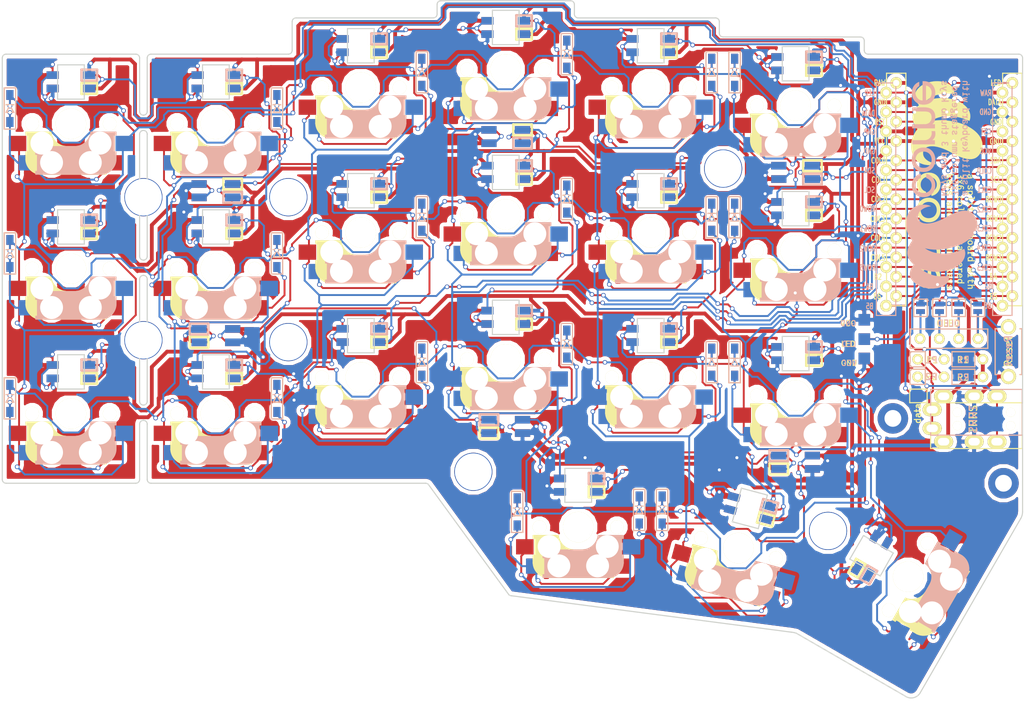
<source format=kicad_pcb>
(kicad_pcb (version 20171130) (host pcbnew "(5.0.0-3-g5ebb6b6)")
  (title_block (title "Corne Chocolate") (date 2018-11-16) (rev 2.0) (company foostan))
  (layers (0 F.Cu signal) (31 B.Cu signal) (34 B.Paste user) (35 F.Paste user) (36 B.SilkS user) (37 F.SilkS user) (38 B.Mask user) (39 F.Mask user) (44 Edge.Cuts user))
  (net 0 "")
  (net 1 row0)
  (net 2 "Net-(D1-Pad2)")
  (net 3 row1)
  (net 4 "Net-(D2-Pad2)")
  (net 5 row2)
  (net 6 "Net-(D3-Pad2)")
  (net 7 row3)
  (net 8 "Net-(D4-Pad2)")
  (net 9 "Net-(D5-Pad2)")
  (net 10 "Net-(D6-Pad2)")
  (net 11 "Net-(D7-Pad2)")
  (net 12 "Net-(D8-Pad2)")
  (net 13 "Net-(D9-Pad2)")
  (net 14 "Net-(D10-Pad2)")
  (net 15 "Net-(D11-Pad2)")
  (net 16 "Net-(D12-Pad2)")
  (net 17 "Net-(D13-Pad2)")
  (net 18 "Net-(D14-Pad2)")
  (net 19 "Net-(D15-Pad2)")
  (net 20 "Net-(D16-Pad2)")
  (net 21 "Net-(D17-Pad2)")
  (net 22 "Net-(D18-Pad2)")
  (net 23 "Net-(D19-Pad2)")
  (net 24 "Net-(D20-Pad2)")
  (net 25 "Net-(D21-Pad2)")
  (net 26 GND)
  (net 27 VCC)
  (net 28 col0)
  (net 29 col1)
  (net 30 col2)
  (net 31 col3)
  (net 32 col4)
  (net 33 col5)
  (net 34 LED)
  (net 35 data)
  (net 36 "Net-(L1-Pad3)")
  (net 37 "Net-(L1-Pad1)")
  (net 38 "Net-(L3-Pad3)")
  (net 39 "Net-(L10-Pad1)")
  (net 40 "Net-(L11-Pad1)")
  (net 41 "Net-(L13-Pad1)")
  (net 42 "Net-(L14-Pad3)")
  (net 43 "Net-(L10-Pad3)")
  (net 44 "Net-(L12-Pad1)")
  (net 45 "Net-(L13-Pad3)")
  (net 46 "Net-(L15-Pad3)")
  (net 47 "Net-(L16-Pad3)")
  (net 48 reset)
  (net 49 SCL)
  (net 50 SDA)
  (net 51 "Net-(L5-Pad3)")
  (net 52 "Net-(U1-Pad14)")
  (net 53 "Net-(U1-Pad13)")
  (net 54 "Net-(U1-Pad12)")
  (net 55 "Net-(U1-Pad11)")
  (net 56 "Net-(J2-Pad1)")
  (net 57 "Net-(J2-Pad2)")
  (net 58 "Net-(J2-Pad3)")
  (net 59 "Net-(J2-Pad4)")
  (net 60 "Net-(L2-Pad3)")
  (net 61 "Net-(L3-Pad1)")
  (net 62 "Net-(L11-Pad3)")
  (net 63 "Net-(L14-Pad1)")
  (net 64 "Net-(L12-Pad3)")
  (net 65 "Net-(L17-Pad1)")
  (net 66 "Net-(L18-Pad3)")
  (net 67 "Net-(L19-Pad3)")
  (net 68 "Net-(J1-PadA)")
  (net 69 "Net-(J1-PadB)")
  (net 70 "Net-(U1-Pad24)")
  (net 71 "Net-(L21-Pad3)")
  (net 72 "Net-(L22-Pad3)")
  (net 73 "Net-(L22-Pad1)")
  (net 74 "Net-(L23-Pad3)")
  (net 75 "Net-(L25-Pad1)")
  (net 76 "Net-(L26-Pad1)")
  (module kbd:CherryMX_Hotswap_1.5u (layer F.Cu) (at 179.75 136.5 240)
    (fp_text reference SW21 hide)
    (fp_text value SW_PUSH hide)
    (pad 2 smd rect (at 5.7 -5.12 60) (size 2.3 2) (layers B.Cu B.Paste B.Mask) (net 25 "Net-(D21-Pad2)"))
    (pad "" np_thru_hole circle (at -5.08 0 240) (size 1.8 1.8) (drill 1.8) (layers *.Cu *.Mask F.SilkS))
    (pad "" np_thru_hole circle (at 5.08 0 240) (size 1.8 1.8) (drill 1.8) (layers *.Cu *.Mask F.SilkS))
    (pad "" np_thru_hole circle (at 0 0 330) (size 4 4) (drill 4) (layers *.Cu *.Mask F.SilkS))
    (pad "" np_thru_hole circle (at 2.54 -5.08 60) (size 3 3) (drill 3) (layers *.Cu *.Mask))
    (pad "" np_thru_hole circle (at 3.81 -2.540001 60) (size 3 3) (drill 3) (layers *.Cu *.Mask))
    (pad "" np_thru_hole circle (at -2.54 -5.08 60) (size 3 3) (drill 3) (layers *.Cu *.Mask))
    (pad "" np_thru_hole circle (at -3.81 -2.54 60) (size 3 3) (drill 3) (layers *.Cu *.Mask))
    (pad 2 smd rect (at -5.7 -5.12 60) (size 2.3 2) (layers F.Cu F.Paste F.Mask) (net 25 "Net-(D21-Pad2)"))
    (pad 1 smd rect (at 7 -2.58 60) (size 2.3 2) (layers F.Cu F.Paste F.Mask) (net 33 col5))
    (pad 1 smd rect (at -7 -2.58 60) (size 2.3 2) (layers B.Cu B.Paste B.Mask) (net 33 col5))
  )
  (module kbd:CherryMX_Hotswap (layer F.Cu) (at 127 70 180)
    (fp_text reference SW4 hide)
    (fp_text value SW_PUSH hide)
    (pad 2 smd rect (at 5.7 -5.12) (size 2.3 2) (layers B.Cu B.Paste B.Mask) (net 8 "Net-(D4-Pad2)"))
    (pad "" np_thru_hole circle (at -5.08 0 180) (size 1.8 1.8) (drill 1.8) (layers *.Cu *.Mask F.SilkS))
    (pad "" np_thru_hole circle (at 5.08 0 180) (size 1.8 1.8) (drill 1.8) (layers *.Cu *.Mask F.SilkS))
    (pad "" np_thru_hole circle (at 0 0 270) (size 4 4) (drill 4) (layers *.Cu *.Mask F.SilkS))
    (pad "" np_thru_hole circle (at 2.54 -5.08) (size 3 3) (drill 3) (layers *.Cu *.Mask))
    (pad "" np_thru_hole circle (at 3.81 -2.540001) (size 3 3) (drill 3) (layers *.Cu *.Mask))
    (pad "" np_thru_hole circle (at -2.54 -5.08) (size 3 3) (drill 3) (layers *.Cu *.Mask))
    (pad "" np_thru_hole circle (at -3.81 -2.54) (size 3 3) (drill 3) (layers *.Cu *.Mask))
    (pad 2 smd rect (at -5.7 -5.12) (size 2.3 2) (layers F.Cu F.Paste F.Mask) (net 8 "Net-(D4-Pad2)"))
    (pad 1 smd rect (at 7 -2.58) (size 2.3 2) (layers F.Cu F.Paste F.Mask) (net 31 col3))
    (pad 1 smd rect (at -7 -2.58) (size 2.3 2) (layers B.Cu B.Paste B.Mask) (net 31 col3))
  )
  (module kbd:CherryMX_Hotswap (layer F.Cu) (at 127 108 180)
    (fp_text reference SW16 hide)
    (fp_text value SW_PUSH hide)
    (pad 2 smd rect (at 5.7 -5.12) (size 2.3 2) (layers B.Cu B.Paste B.Mask) (net 20 "Net-(D16-Pad2)"))
    (pad "" np_thru_hole circle (at -5.08 0 180) (size 1.8 1.8) (drill 1.8) (layers *.Cu *.Mask F.SilkS))
    (pad "" np_thru_hole circle (at 5.08 0 180) (size 1.8 1.8) (drill 1.8) (layers *.Cu *.Mask F.SilkS))
    (pad "" np_thru_hole circle (at 0 0 270) (size 4 4) (drill 4) (layers *.Cu *.Mask F.SilkS))
    (pad "" np_thru_hole circle (at 2.54 -5.08) (size 3 3) (drill 3) (layers *.Cu *.Mask))
    (pad "" np_thru_hole circle (at 3.81 -2.540001) (size 3 3) (drill 3) (layers *.Cu *.Mask))
    (pad "" np_thru_hole circle (at -2.54 -5.08) (size 3 3) (drill 3) (layers *.Cu *.Mask))
    (pad "" np_thru_hole circle (at -3.81 -2.54) (size 3 3) (drill 3) (layers *.Cu *.Mask))
    (pad 2 smd rect (at -5.7 -5.12) (size 2.3 2) (layers F.Cu F.Paste F.Mask) (net 20 "Net-(D16-Pad2)"))
    (pad 1 smd rect (at 7 -2.58) (size 2.3 2) (layers F.Cu F.Paste F.Mask) (net 31 col3))
    (pad 1 smd rect (at -7 -2.58) (size 2.3 2) (layers B.Cu B.Paste B.Mask) (net 31 col3))
  )
  (module kbd:CherryMX_Hotswap (layer F.Cu) (at 157.5 132.75 165)
    (fp_text reference SW20 hide)
    (fp_text value SW_PUSH hide)
    (pad 2 smd rect (at 5.7 -5.12 345) (size 2.3 2) (layers B.Cu B.Paste B.Mask) (net 24 "Net-(D20-Pad2)"))
    (pad "" np_thru_hole circle (at -5.08 0 165) (size 1.8 1.8) (drill 1.8) (layers *.Cu *.Mask F.SilkS))
    (pad "" np_thru_hole circle (at 5.08 0 165) (size 1.8 1.8) (drill 1.8) (layers *.Cu *.Mask F.SilkS))
    (pad "" np_thru_hole circle (at 0 0 255) (size 4 4) (drill 4) (layers *.Cu *.Mask F.SilkS))
    (pad "" np_thru_hole circle (at 2.54 -5.08 345) (size 3 3) (drill 3) (layers *.Cu *.Mask))
    (pad "" np_thru_hole circle (at 3.81 -2.540001 345) (size 3 3) (drill 3) (layers *.Cu *.Mask))
    (pad "" np_thru_hole circle (at -2.54 -5.08 345) (size 3 3) (drill 3) (layers *.Cu *.Mask))
    (pad "" np_thru_hole circle (at -3.81 -2.54 345) (size 3 3) (drill 3) (layers *.Cu *.Mask))
    (pad 2 smd rect (at -5.7 -5.12 345) (size 2.3 2) (layers F.Cu F.Paste F.Mask) (net 24 "Net-(D20-Pad2)"))
    (pad 1 smd rect (at 7 -2.58 345) (size 2.3 2) (layers F.Cu F.Paste F.Mask) (net 32 col4))
    (pad 1 smd rect (at -7 -2.58 345) (size 2.3 2) (layers B.Cu B.Paste B.Mask) (net 32 col4))
  )
  (module kbd:CherryMX_Hotswap (layer F.Cu) (at 136.5 130 180)
    (fp_text reference SW19 hide)
    (fp_text value SW_PUSH hide)
    (pad 2 smd rect (at 5.7 -5.12) (size 2.3 2) (layers B.Cu B.Paste B.Mask) (net 23 "Net-(D19-Pad2)"))
    (pad "" np_thru_hole circle (at -5.08 0 180) (size 1.8 1.8) (drill 1.8) (layers *.Cu *.Mask F.SilkS))
    (pad "" np_thru_hole circle (at 5.08 0 180) (size 1.8 1.8) (drill 1.8) (layers *.Cu *.Mask F.SilkS))
    (pad "" np_thru_hole circle (at 0 0 270) (size 4 4) (drill 4) (layers *.Cu *.Mask F.SilkS))
    (pad "" np_thru_hole circle (at 2.54 -5.08) (size 3 3) (drill 3) (layers *.Cu *.Mask))
    (pad "" np_thru_hole circle (at 3.81 -2.540001) (size 3 3) (drill 3) (layers *.Cu *.Mask))
    (pad "" np_thru_hole circle (at -2.54 -5.08) (size 3 3) (drill 3) (layers *.Cu *.Mask))
    (pad "" np_thru_hole circle (at -3.81 -2.54) (size 3 3) (drill 3) (layers *.Cu *.Mask))
    (pad 2 smd rect (at -5.7 -5.12) (size 2.3 2) (layers F.Cu F.Paste F.Mask) (net 23 "Net-(D19-Pad2)"))
    (pad 1 smd rect (at 7 -2.58) (size 2.3 2) (layers F.Cu F.Paste F.Mask) (net 31 col3))
    (pad 1 smd rect (at -7 -2.58) (size 2.3 2) (layers B.Cu B.Paste B.Mask) (net 31 col3))
  )
  (module kbd:CherryMX_Hotswap (layer F.Cu) (at 165 112.75 180)
    (fp_text reference SW18 hide)
    (fp_text value SW_PUSH hide)
    (pad 2 smd rect (at 5.7 -5.12) (size 2.3 2) (layers B.Cu B.Paste B.Mask) (net 22 "Net-(D18-Pad2)"))
    (pad "" np_thru_hole circle (at -5.08 0 180) (size 1.8 1.8) (drill 1.8) (layers *.Cu *.Mask F.SilkS))
    (pad "" np_thru_hole circle (at 5.08 0 180) (size 1.8 1.8) (drill 1.8) (layers *.Cu *.Mask F.SilkS))
    (pad "" np_thru_hole circle (at 0 0 270) (size 4 4) (drill 4) (layers *.Cu *.Mask F.SilkS))
    (pad "" np_thru_hole circle (at 2.54 -5.08) (size 3 3) (drill 3) (layers *.Cu *.Mask))
    (pad "" np_thru_hole circle (at 3.81 -2.540001) (size 3 3) (drill 3) (layers *.Cu *.Mask))
    (pad "" np_thru_hole circle (at -2.54 -5.08) (size 3 3) (drill 3) (layers *.Cu *.Mask))
    (pad "" np_thru_hole circle (at -3.81 -2.54) (size 3 3) (drill 3) (layers *.Cu *.Mask))
    (pad 2 smd rect (at -5.7 -5.12) (size 2.3 2) (layers F.Cu F.Paste F.Mask) (net 22 "Net-(D18-Pad2)"))
    (pad 1 smd rect (at 7 -2.58) (size 2.3 2) (layers F.Cu F.Paste F.Mask) (net 33 col5))
    (pad 1 smd rect (at -7 -2.58) (size 2.3 2) (layers B.Cu B.Paste B.Mask) (net 33 col5))
  )
  (module kbd:CherryMX_Hotswap (layer F.Cu) (at 108 110.375 180)
    (fp_text reference SW15 hide)
    (fp_text value SW_PUSH hide)
    (pad 2 smd rect (at 5.7 -5.12) (size 2.3 2) (layers B.Cu B.Paste B.Mask) (net 19 "Net-(D15-Pad2)"))
    (pad "" np_thru_hole circle (at -5.08 0 180) (size 1.8 1.8) (drill 1.8) (layers *.Cu *.Mask F.SilkS))
    (pad "" np_thru_hole circle (at 5.08 0 180) (size 1.8 1.8) (drill 1.8) (layers *.Cu *.Mask F.SilkS))
    (pad "" np_thru_hole circle (at 0 0 270) (size 4 4) (drill 4) (layers *.Cu *.Mask F.SilkS))
    (pad "" np_thru_hole circle (at 2.54 -5.08) (size 3 3) (drill 3) (layers *.Cu *.Mask))
    (pad "" np_thru_hole circle (at 3.81 -2.540001) (size 3 3) (drill 3) (layers *.Cu *.Mask))
    (pad "" np_thru_hole circle (at -2.54 -5.08) (size 3 3) (drill 3) (layers *.Cu *.Mask))
    (pad "" np_thru_hole circle (at -3.81 -2.54) (size 3 3) (drill 3) (layers *.Cu *.Mask))
    (pad 2 smd rect (at -5.7 -5.12) (size 2.3 2) (layers F.Cu F.Paste F.Mask) (net 19 "Net-(D15-Pad2)"))
    (pad 1 smd rect (at 7 -2.58) (size 2.3 2) (layers F.Cu F.Paste F.Mask) (net 30 col2))
    (pad 1 smd rect (at -7 -2.58) (size 2.3 2) (layers B.Cu B.Paste B.Mask) (net 30 col2))
  )
  (module kbd:CherryMX_Hotswap (layer F.Cu) (at 89 115.125 180)
    (fp_text reference SW14 hide)
    (fp_text value SW_PUSH hide)
    (pad 2 smd rect (at 5.7 -5.12) (size 2.3 2) (layers B.Cu B.Paste B.Mask) (net 18 "Net-(D14-Pad2)"))
    (pad "" np_thru_hole circle (at -5.08 0 180) (size 1.8 1.8) (drill 1.8) (layers *.Cu *.Mask F.SilkS))
    (pad "" np_thru_hole circle (at 5.08 0 180) (size 1.8 1.8) (drill 1.8) (layers *.Cu *.Mask F.SilkS))
    (pad "" np_thru_hole circle (at 0 0 270) (size 4 4) (drill 4) (layers *.Cu *.Mask F.SilkS))
    (pad "" np_thru_hole circle (at 2.54 -5.08) (size 3 3) (drill 3) (layers *.Cu *.Mask))
    (pad "" np_thru_hole circle (at 3.81 -2.540001) (size 3 3) (drill 3) (layers *.Cu *.Mask))
    (pad "" np_thru_hole circle (at -2.54 -5.08) (size 3 3) (drill 3) (layers *.Cu *.Mask))
    (pad "" np_thru_hole circle (at -3.81 -2.54) (size 3 3) (drill 3) (layers *.Cu *.Mask))
    (pad 2 smd rect (at -5.7 -5.12) (size 2.3 2) (layers F.Cu F.Paste F.Mask) (net 18 "Net-(D14-Pad2)"))
    (pad 1 smd rect (at 7 -2.58) (size 2.3 2) (layers F.Cu F.Paste F.Mask) (net 29 col1))
    (pad 1 smd rect (at -7 -2.58) (size 2.3 2) (layers B.Cu B.Paste B.Mask) (net 29 col1))
  )
  (module kbd:CherryMX_Hotswap (layer F.Cu) (at 70 115.125 180)
    (fp_text reference SW13 hide)
    (fp_text value SW_PUSH hide)
    (pad 2 smd rect (at 5.7 -5.12) (size 2.3 2) (layers B.Cu B.Paste B.Mask) (net 17 "Net-(D13-Pad2)"))
    (pad "" np_thru_hole circle (at -5.08 0 180) (size 1.8 1.8) (drill 1.8) (layers *.Cu *.Mask F.SilkS))
    (pad "" np_thru_hole circle (at 5.08 0 180) (size 1.8 1.8) (drill 1.8) (layers *.Cu *.Mask F.SilkS))
    (pad "" np_thru_hole circle (at 0 0 270) (size 4 4) (drill 4) (layers *.Cu *.Mask F.SilkS))
    (pad "" np_thru_hole circle (at 2.54 -5.08) (size 3 3) (drill 3) (layers *.Cu *.Mask))
    (pad "" np_thru_hole circle (at 3.81 -2.540001) (size 3 3) (drill 3) (layers *.Cu *.Mask))
    (pad "" np_thru_hole circle (at -2.54 -5.08) (size 3 3) (drill 3) (layers *.Cu *.Mask))
    (pad "" np_thru_hole circle (at -3.81 -2.54) (size 3 3) (drill 3) (layers *.Cu *.Mask))
    (pad 2 smd rect (at -5.7 -5.12) (size 2.3 2) (layers F.Cu F.Paste F.Mask) (net 17 "Net-(D13-Pad2)"))
    (pad 1 smd rect (at 7 -2.58) (size 2.3 2) (layers F.Cu F.Paste F.Mask) (net 28 col0))
    (pad 1 smd rect (at -7 -2.58) (size 2.3 2) (layers B.Cu B.Paste B.Mask) (net 28 col0))
  )
  (module kbd:CherryMX_Hotswap (layer F.Cu) (at 165 93.75 180)
    (fp_text reference SW12 hide)
    (fp_text value SW_PUSH hide)
    (pad 2 smd rect (at 5.7 -5.12) (size 2.3 2) (layers B.Cu B.Paste B.Mask) (net 16 "Net-(D12-Pad2)"))
    (pad "" np_thru_hole circle (at -5.08 0 180) (size 1.8 1.8) (drill 1.8) (layers *.Cu *.Mask F.SilkS))
    (pad "" np_thru_hole circle (at 5.08 0 180) (size 1.8 1.8) (drill 1.8) (layers *.Cu *.Mask F.SilkS))
    (pad "" np_thru_hole circle (at 0 0 270) (size 4 4) (drill 4) (layers *.Cu *.Mask F.SilkS))
    (pad "" np_thru_hole circle (at 2.54 -5.08) (size 3 3) (drill 3) (layers *.Cu *.Mask))
    (pad "" np_thru_hole circle (at 3.81 -2.540001) (size 3 3) (drill 3) (layers *.Cu *.Mask))
    (pad "" np_thru_hole circle (at -2.54 -5.08) (size 3 3) (drill 3) (layers *.Cu *.Mask))
    (pad "" np_thru_hole circle (at -3.81 -2.54) (size 3 3) (drill 3) (layers *.Cu *.Mask))
    (pad 2 smd rect (at -5.7 -5.12) (size 2.3 2) (layers F.Cu F.Paste F.Mask) (net 16 "Net-(D12-Pad2)"))
    (pad 1 smd rect (at 7 -2.58) (size 2.3 2) (layers F.Cu F.Paste F.Mask) (net 33 col5))
    (pad 1 smd rect (at -7 -2.58) (size 2.3 2) (layers B.Cu B.Paste B.Mask) (net 33 col5))
  )
  (module kbd:CherryMX_Hotswap (layer F.Cu) (at 146 91.375 180)
    (fp_text reference SW11 hide)
    (fp_text value SW_PUSH hide)
    (pad 2 smd rect (at 5.7 -5.12) (size 2.3 2) (layers B.Cu B.Paste B.Mask) (net 15 "Net-(D11-Pad2)"))
    (pad "" np_thru_hole circle (at -5.08 0 180) (size 1.8 1.8) (drill 1.8) (layers *.Cu *.Mask F.SilkS))
    (pad "" np_thru_hole circle (at 5.08 0 180) (size 1.8 1.8) (drill 1.8) (layers *.Cu *.Mask F.SilkS))
    (pad "" np_thru_hole circle (at 0 0 270) (size 4 4) (drill 4) (layers *.Cu *.Mask F.SilkS))
    (pad "" np_thru_hole circle (at 2.54 -5.08) (size 3 3) (drill 3) (layers *.Cu *.Mask))
    (pad "" np_thru_hole circle (at 3.81 -2.540001) (size 3 3) (drill 3) (layers *.Cu *.Mask))
    (pad "" np_thru_hole circle (at -2.54 -5.08) (size 3 3) (drill 3) (layers *.Cu *.Mask))
    (pad "" np_thru_hole circle (at -3.81 -2.54) (size 3 3) (drill 3) (layers *.Cu *.Mask))
    (pad 2 smd rect (at -5.7 -5.12) (size 2.3 2) (layers F.Cu F.Paste F.Mask) (net 15 "Net-(D11-Pad2)"))
    (pad 1 smd rect (at 7 -2.58) (size 2.3 2) (layers F.Cu F.Paste F.Mask) (net 32 col4))
    (pad 1 smd rect (at -7 -2.58) (size 2.3 2) (layers B.Cu B.Paste B.Mask) (net 32 col4))
  )
  (module kbd:CherryMX_Hotswap (layer F.Cu) (at 127 89 180)
    (fp_text reference SW10 hide)
    (fp_text value SW_PUSH hide)
    (pad 2 smd rect (at 5.7 -5.12) (size 2.3 2) (layers B.Cu B.Paste B.Mask) (net 14 "Net-(D10-Pad2)"))
    (pad "" np_thru_hole circle (at -5.08 0 180) (size 1.8 1.8) (drill 1.8) (layers *.Cu *.Mask F.SilkS))
    (pad "" np_thru_hole circle (at 5.08 0 180) (size 1.8 1.8) (drill 1.8) (layers *.Cu *.Mask F.SilkS))
    (pad "" np_thru_hole circle (at 0 0 270) (size 4 4) (drill 4) (layers *.Cu *.Mask F.SilkS))
    (pad "" np_thru_hole circle (at 2.54 -5.08) (size 3 3) (drill 3) (layers *.Cu *.Mask))
    (pad "" np_thru_hole circle (at 3.81 -2.540001) (size 3 3) (drill 3) (layers *.Cu *.Mask))
    (pad "" np_thru_hole circle (at -2.54 -5.08) (size 3 3) (drill 3) (layers *.Cu *.Mask))
    (pad "" np_thru_hole circle (at -3.81 -2.54) (size 3 3) (drill 3) (layers *.Cu *.Mask))
    (pad 2 smd rect (at -5.7 -5.12) (size 2.3 2) (layers F.Cu F.Paste F.Mask) (net 14 "Net-(D10-Pad2)"))
    (pad 1 smd rect (at 7 -2.58) (size 2.3 2) (layers F.Cu F.Paste F.Mask) (net 31 col3))
    (pad 1 smd rect (at -7 -2.58) (size 2.3 2) (layers B.Cu B.Paste B.Mask) (net 31 col3))
  )
  (module kbd:CherryMX_Hotswap (layer F.Cu) (at 108 91.375 180)
    (fp_text reference SW9 hide)
    (fp_text value SW_PUSH hide)
    (pad 2 smd rect (at 5.7 -5.12) (size 2.3 2) (layers B.Cu B.Paste B.Mask) (net 13 "Net-(D9-Pad2)"))
    (pad "" np_thru_hole circle (at -5.08 0 180) (size 1.8 1.8) (drill 1.8) (layers *.Cu *.Mask F.SilkS))
    (pad "" np_thru_hole circle (at 5.08 0 180) (size 1.8 1.8) (drill 1.8) (layers *.Cu *.Mask F.SilkS))
    (pad "" np_thru_hole circle (at 0 0 270) (size 4 4) (drill 4) (layers *.Cu *.Mask F.SilkS))
    (pad "" np_thru_hole circle (at 2.54 -5.08) (size 3 3) (drill 3) (layers *.Cu *.Mask))
    (pad "" np_thru_hole circle (at 3.81 -2.540001) (size 3 3) (drill 3) (layers *.Cu *.Mask))
    (pad "" np_thru_hole circle (at -2.54 -5.08) (size 3 3) (drill 3) (layers *.Cu *.Mask))
    (pad "" np_thru_hole circle (at -3.81 -2.54) (size 3 3) (drill 3) (layers *.Cu *.Mask))
    (pad 2 smd rect (at -5.7 -5.12) (size 2.3 2) (layers F.Cu F.Paste F.Mask) (net 13 "Net-(D9-Pad2)"))
    (pad 1 smd rect (at 7 -2.58) (size 2.3 2) (layers F.Cu F.Paste F.Mask) (net 30 col2))
    (pad 1 smd rect (at -7 -2.58) (size 2.3 2) (layers B.Cu B.Paste B.Mask) (net 30 col2))
  )
  (module kbd:CherryMX_Hotswap (layer F.Cu) (at 89 96.125 180)
    (fp_text reference SW8 hide)
    (fp_text value SW_PUSH hide)
    (pad 2 smd rect (at 5.7 -5.12) (size 2.3 2) (layers B.Cu B.Paste B.Mask) (net 12 "Net-(D8-Pad2)"))
    (pad "" np_thru_hole circle (at -5.08 0 180) (size 1.8 1.8) (drill 1.8) (layers *.Cu *.Mask F.SilkS))
    (pad "" np_thru_hole circle (at 5.08 0 180) (size 1.8 1.8) (drill 1.8) (layers *.Cu *.Mask F.SilkS))
    (pad "" np_thru_hole circle (at 0 0 270) (size 4 4) (drill 4) (layers *.Cu *.Mask F.SilkS))
    (pad "" np_thru_hole circle (at 2.54 -5.08) (size 3 3) (drill 3) (layers *.Cu *.Mask))
    (pad "" np_thru_hole circle (at 3.81 -2.540001) (size 3 3) (drill 3) (layers *.Cu *.Mask))
    (pad "" np_thru_hole circle (at -2.54 -5.08) (size 3 3) (drill 3) (layers *.Cu *.Mask))
    (pad "" np_thru_hole circle (at -3.81 -2.54) (size 3 3) (drill 3) (layers *.Cu *.Mask))
    (pad 2 smd rect (at -5.7 -5.12) (size 2.3 2) (layers F.Cu F.Paste F.Mask) (net 12 "Net-(D8-Pad2)"))
    (pad 1 smd rect (at 7 -2.58) (size 2.3 2) (layers F.Cu F.Paste F.Mask) (net 29 col1))
    (pad 1 smd rect (at -7 -2.58) (size 2.3 2) (layers B.Cu B.Paste B.Mask) (net 29 col1))
  )
  (module kbd:CherryMX_Hotswap (layer F.Cu) (at 70 96.125 180)
    (fp_text reference SW7 hide)
    (fp_text value SW_PUSH hide)
    (pad 2 smd rect (at 5.7 -5.12) (size 2.3 2) (layers B.Cu B.Paste B.Mask) (net 11 "Net-(D7-Pad2)"))
    (pad "" np_thru_hole circle (at -5.08 0 180) (size 1.8 1.8) (drill 1.8) (layers *.Cu *.Mask F.SilkS))
    (pad "" np_thru_hole circle (at 5.08 0 180) (size 1.8 1.8) (drill 1.8) (layers *.Cu *.Mask F.SilkS))
    (pad "" np_thru_hole circle (at 0 0 270) (size 4 4) (drill 4) (layers *.Cu *.Mask F.SilkS))
    (pad "" np_thru_hole circle (at 2.54 -5.08) (size 3 3) (drill 3) (layers *.Cu *.Mask))
    (pad "" np_thru_hole circle (at 3.81 -2.540001) (size 3 3) (drill 3) (layers *.Cu *.Mask))
    (pad "" np_thru_hole circle (at -2.54 -5.08) (size 3 3) (drill 3) (layers *.Cu *.Mask))
    (pad "" np_thru_hole circle (at -3.81 -2.54) (size 3 3) (drill 3) (layers *.Cu *.Mask))
    (pad 2 smd rect (at -5.7 -5.12) (size 2.3 2) (layers F.Cu F.Paste F.Mask) (net 11 "Net-(D7-Pad2)"))
    (pad 1 smd rect (at 7 -2.58) (size 2.3 2) (layers F.Cu F.Paste F.Mask) (net 28 col0))
    (pad 1 smd rect (at -7 -2.58) (size 2.3 2) (layers B.Cu B.Paste B.Mask) (net 28 col0))
  )
  (module kbd:CherryMX_Hotswap (layer F.Cu) (at 165 74.75 180)
    (fp_text reference SW6 hide)
    (fp_text value SW_PUSH hide)
    (pad 2 smd rect (at 5.7 -5.12) (size 2.3 2) (layers B.Cu B.Paste B.Mask) (net 10 "Net-(D6-Pad2)"))
    (pad "" np_thru_hole circle (at -5.08 0 180) (size 1.8 1.8) (drill 1.8) (layers *.Cu *.Mask F.SilkS))
    (pad "" np_thru_hole circle (at 5.08 0 180) (size 1.8 1.8) (drill 1.8) (layers *.Cu *.Mask F.SilkS))
    (pad "" np_thru_hole circle (at 0 0 270) (size 4 4) (drill 4) (layers *.Cu *.Mask F.SilkS))
    (pad "" np_thru_hole circle (at 2.54 -5.08) (size 3 3) (drill 3) (layers *.Cu *.Mask))
    (pad "" np_thru_hole circle (at 3.81 -2.540001) (size 3 3) (drill 3) (layers *.Cu *.Mask))
    (pad "" np_thru_hole circle (at -2.54 -5.08) (size 3 3) (drill 3) (layers *.Cu *.Mask))
    (pad "" np_thru_hole circle (at -3.81 -2.54) (size 3 3) (drill 3) (layers *.Cu *.Mask))
    (pad 2 smd rect (at -5.7 -5.12) (size 2.3 2) (layers F.Cu F.Paste F.Mask) (net 10 "Net-(D6-Pad2)"))
    (pad 1 smd rect (at 7 -2.58) (size 2.3 2) (layers F.Cu F.Paste F.Mask) (net 33 col5))
    (pad 1 smd rect (at -7 -2.58) (size 2.3 2) (layers B.Cu B.Paste B.Mask) (net 33 col5))
  )
  (module kbd:CherryMX_Hotswap (layer F.Cu) (at 146 72.375 180)
    (fp_text reference SW5 hide)
    (fp_text value SW_PUSH hide)
    (pad 2 smd rect (at 5.7 -5.12) (size 2.3 2) (layers B.Cu B.Paste B.Mask) (net 9 "Net-(D5-Pad2)"))
    (pad "" np_thru_hole circle (at -5.08 0 180) (size 1.8 1.8) (drill 1.8) (layers *.Cu *.Mask F.SilkS))
    (pad "" np_thru_hole circle (at 5.08 0 180) (size 1.8 1.8) (drill 1.8) (layers *.Cu *.Mask F.SilkS))
    (pad "" np_thru_hole circle (at 0 0 270) (size 4 4) (drill 4) (layers *.Cu *.Mask F.SilkS))
    (pad "" np_thru_hole circle (at 2.54 -5.08) (size 3 3) (drill 3) (layers *.Cu *.Mask))
    (pad "" np_thru_hole circle (at 3.81 -2.540001) (size 3 3) (drill 3) (layers *.Cu *.Mask))
    (pad "" np_thru_hole circle (at -2.54 -5.08) (size 3 3) (drill 3) (layers *.Cu *.Mask))
    (pad "" np_thru_hole circle (at -3.81 -2.54) (size 3 3) (drill 3) (layers *.Cu *.Mask))
    (pad 2 smd rect (at -5.7 -5.12) (size 2.3 2) (layers F.Cu F.Paste F.Mask) (net 9 "Net-(D5-Pad2)"))
    (pad 1 smd rect (at 7 -2.58) (size 2.3 2) (layers F.Cu F.Paste F.Mask) (net 32 col4))
    (pad 1 smd rect (at -7 -2.58) (size 2.3 2) (layers B.Cu B.Paste B.Mask) (net 32 col4))
  )
  (module kbd:CherryMX_Hotswap (layer F.Cu) (at 108 72.375 180)
    (fp_text reference SW3 hide)
    (fp_text value SW_PUSH hide)
    (pad 2 smd rect (at 5.7 -5.12) (size 2.3 2) (layers B.Cu B.Paste B.Mask) (net 6 "Net-(D3-Pad2)"))
    (pad "" np_thru_hole circle (at -5.08 0 180) (size 1.8 1.8) (drill 1.8) (layers *.Cu *.Mask F.SilkS))
    (pad "" np_thru_hole circle (at 5.08 0 180) (size 1.8 1.8) (drill 1.8) (layers *.Cu *.Mask F.SilkS))
    (pad "" np_thru_hole circle (at 0 0 270) (size 4 4) (drill 4) (layers *.Cu *.Mask F.SilkS))
    (pad "" np_thru_hole circle (at 2.54 -5.08) (size 3 3) (drill 3) (layers *.Cu *.Mask))
    (pad "" np_thru_hole circle (at 3.81 -2.540001) (size 3 3) (drill 3) (layers *.Cu *.Mask))
    (pad "" np_thru_hole circle (at -2.54 -5.08) (size 3 3) (drill 3) (layers *.Cu *.Mask))
    (pad "" np_thru_hole circle (at -3.81 -2.54) (size 3 3) (drill 3) (layers *.Cu *.Mask))
    (pad 2 smd rect (at -5.7 -5.12) (size 2.3 2) (layers F.Cu F.Paste F.Mask) (net 6 "Net-(D3-Pad2)"))
    (pad 1 smd rect (at 7 -2.58) (size 2.3 2) (layers F.Cu F.Paste F.Mask) (net 30 col2))
    (pad 1 smd rect (at -7 -2.58) (size 2.3 2) (layers B.Cu B.Paste B.Mask) (net 30 col2))
  )
  (module kbd:CherryMX_Hotswap (layer F.Cu) (at 89 77.125 180)
    (fp_text reference SW2 hide)
    (fp_text value SW_PUSH hide)
    (pad 2 smd rect (at 5.7 -5.12) (size 2.3 2) (layers B.Cu B.Paste B.Mask) (net 4 "Net-(D2-Pad2)"))
    (pad "" np_thru_hole circle (at -5.08 0 180) (size 1.8 1.8) (drill 1.8) (layers *.Cu *.Mask F.SilkS))
    (pad "" np_thru_hole circle (at 5.08 0 180) (size 1.8 1.8) (drill 1.8) (layers *.Cu *.Mask F.SilkS))
    (pad "" np_thru_hole circle (at 0 0 270) (size 4 4) (drill 4) (layers *.Cu *.Mask F.SilkS))
    (pad "" np_thru_hole circle (at 2.54 -5.08) (size 3 3) (drill 3) (layers *.Cu *.Mask))
    (pad "" np_thru_hole circle (at 3.81 -2.540001) (size 3 3) (drill 3) (layers *.Cu *.Mask))
    (pad "" np_thru_hole circle (at -2.54 -5.08) (size 3 3) (drill 3) (layers *.Cu *.Mask))
    (pad "" np_thru_hole circle (at -3.81 -2.54) (size 3 3) (drill 3) (layers *.Cu *.Mask))
    (pad 2 smd rect (at -5.7 -5.12) (size 2.3 2) (layers F.Cu F.Paste F.Mask) (net 4 "Net-(D2-Pad2)"))
    (pad 1 smd rect (at 7 -2.58) (size 2.3 2) (layers F.Cu F.Paste F.Mask) (net 29 col1))
    (pad 1 smd rect (at -7 -2.58) (size 2.3 2) (layers B.Cu B.Paste B.Mask) (net 29 col1))
  )
  (module kbd:CherryMX_Hotswap (layer F.Cu) (at 70 77.125 180)
    (fp_text reference SW1 hide)
    (fp_text value SW_PUSH hide)
    (pad 2 smd rect (at 5.7 -5.12) (size 2.3 2) (layers B.Cu B.Paste B.Mask) (net 2 "Net-(D1-Pad2)"))
    (pad "" np_thru_hole circle (at -5.08 0 180) (size 1.8 1.8) (drill 1.8) (layers *.Cu *.Mask F.SilkS))
    (pad "" np_thru_hole circle (at 5.08 0 180) (size 1.8 1.8) (drill 1.8) (layers *.Cu *.Mask F.SilkS))
    (pad "" np_thru_hole circle (at 0 0 270) (size 4 4) (drill 4) (layers *.Cu *.Mask F.SilkS))
    (pad "" np_thru_hole circle (at 2.54 -5.08) (size 3 3) (drill 3) (layers *.Cu *.Mask))
    (pad "" np_thru_hole circle (at 3.81 -2.540001) (size 3 3) (drill 3) (layers *.Cu *.Mask))
    (pad "" np_thru_hole circle (at -2.54 -5.08) (size 3 3) (drill 3) (layers *.Cu *.Mask))
    (pad "" np_thru_hole circle (at -3.81 -2.54) (size 3 3) (drill 3) (layers *.Cu *.Mask))
    (pad 2 smd rect (at -5.7 -5.12) (size 2.3 2) (layers F.Cu F.Paste F.Mask) (net 2 "Net-(D1-Pad2)"))
    (pad 1 smd rect (at 7 -2.58) (size 2.3 2) (layers F.Cu F.Paste F.Mask) (net 28 col0))
    (pad 1 smd rect (at -7 -2.58) (size 2.3 2) (layers B.Cu B.Paste B.Mask) (net 28 col0))
  )
  (module kbd:CherryMX_Hotswap (layer F.Cu) (at 146 110.375 180)
    (fp_text reference SW17 hide)
    (fp_text value SW_PUSH hide)
    (pad 2 smd rect (at 5.7 -5.12) (size 2.3 2) (layers B.Cu B.Paste B.Mask) (net 21 "Net-(D17-Pad2)"))
    (pad "" np_thru_hole circle (at -5.08 0 180) (size 1.8 1.8) (drill 1.8) (layers *.Cu *.Mask F.SilkS))
    (pad "" np_thru_hole circle (at 5.08 0 180) (size 1.8 1.8) (drill 1.8) (layers *.Cu *.Mask F.SilkS))
    (pad "" np_thru_hole circle (at 0 0 270) (size 4 4) (drill 4) (layers *.Cu *.Mask F.SilkS))
    (pad "" np_thru_hole circle (at 2.54 -5.08) (size 3 3) (drill 3) (layers *.Cu *.Mask))
    (pad "" np_thru_hole circle (at 3.81 -2.540001) (size 3 3) (drill 3) (layers *.Cu *.Mask))
    (pad "" np_thru_hole circle (at -2.54 -5.08) (size 3 3) (drill 3) (layers *.Cu *.Mask))
    (pad "" np_thru_hole circle (at -3.81 -2.54) (size 3 3) (drill 3) (layers *.Cu *.Mask))
    (pad 2 smd rect (at -5.7 -5.12) (size 2.3 2) (layers F.Cu F.Paste F.Mask) (net 21 "Net-(D17-Pad2)"))
    (pad 1 smd rect (at 7 -2.58) (size 2.3 2) (layers F.Cu F.Paste F.Mask) (net 32 col4))
    (pad 1 smd rect (at -7 -2.58) (size 2.3 2) (layers B.Cu B.Paste B.Mask) (net 32 col4))
  )
  (module kbd:MJ-4PP-9 (layer F.Cu) (at 194.7 116.7 270)
    (fp_text reference TRRS (at -0.889 6.4135 270) (layer F.SilkS))
    (fp_text value MJ-4PP-9 hide)
    (fp_text user TRRS (at -0.8255 6.4135 270) (layer B.SilkS) (effects (justify mirror)))
    (pad "" np_thru_hole circle (at -1.75 8.5 270) (size 1.2 1.2) (drill 1.2) (layers *.Cu *.Mask F.SilkS))
    (pad "" np_thru_hole circle (at -1.75 1.5 270) (size 1.2 1.2) (drill 1.2) (layers *.Cu *.Mask F.SilkS))
    (pad D thru_hole oval (at -3.85 10.3 270) (size 1.7 2.5) (drill oval 1 1.5) (layers *.Cu *.Mask F.SilkS) (net 27 VCC) (clearance 0.15))
    (pad A thru_hole oval (at 0.35 11.8 270) (size 1.7 2.5) (drill oval 1 1.5) (layers *.Cu *.Mask F.SilkS) (net 68 "Net-(J1-PadA)") (clearance 0.15))
    (pad B thru_hole oval (at -3.85 3.3 270) (size 1.7 2.5) (drill oval 1 1.5) (layers *.Cu *.Mask F.SilkS) (net 69 "Net-(J1-PadB)"))
    (pad C thru_hole oval (at -3.85 6.3 270) (size 1.7 2.5) (drill oval 1 1.5) (layers *.Cu *.Mask F.SilkS) (net 26 GND))
    (pad "" np_thru_hole circle (at 0 1.5 270) (size 1.2 1.2) (drill 1.2) (layers *.Cu *.Mask F.SilkS))
    (pad "" np_thru_hole circle (at 0 8.5 270) (size 1.2 1.2) (drill 1.2) (layers *.Cu *.Mask F.SilkS))
    (pad B thru_hole oval (at 2.1 3.3 270) (size 1.7 2.5) (drill oval 1 1.5) (layers *.Cu *.Mask F.SilkS) (net 69 "Net-(J1-PadB)"))
    (pad C thru_hole oval (at 2.1 6.3 270) (size 1.7 2.5) (drill oval 1 1.5) (layers *.Cu *.Mask F.SilkS) (net 26 GND))
    (pad D thru_hole oval (at 2.1 10.3 270) (size 1.7 2.5) (drill oval 1 1.5) (layers *.Cu *.Mask F.SilkS) (net 27 VCC) (clearance 0.15))
    (pad A thru_hole oval (at -2.1 11.8 270) (size 1.7 2.5) (drill oval 1 1.5) (layers *.Cu *.Mask F.SilkS) (net 68 "Net-(J1-PadA)") (clearance 0.15))
  )
  (module kbd:SK6812MINI_underglow_rev (layer F.Cu) (at 165 121.5 180)
    (fp_text reference L27 hide)
    (fp_text value SK6812MINI hide)
    (pad 4 smd rect (at 2.2 -0.875 180) (size 2 1) (layers F.Cu F.Paste F.Mask) (net 27 VCC))
    (pad 3 smd rect (at 2.2 0.875 180) (size 2 1) (layers F.Cu F.Paste F.Mask) (net 76 "Net-(L26-Pad1)"))
    (pad 1 smd rect (at -2.2 -0.875 180) (size 2 1) (layers F.Cu F.Paste F.Mask) (net 71 "Net-(L21-Pad3)"))
    (pad 2 smd rect (at -2.2 0.875 180) (size 2 1) (layers F.Cu F.Paste F.Mask) (net 26 GND))
    (pad 3 smd rect (at 2.2 -0.875 180) (size 2 1) (layers B.Cu B.Paste B.Mask) (net 76 "Net-(L26-Pad1)"))
    (pad 4 smd rect (at 2.2 0.875 180) (size 2 1) (layers B.Cu B.Paste B.Mask) (net 27 VCC))
    (pad 1 smd rect (at -2.2 0.875 180) (size 2 1) (layers B.Cu B.Paste B.Mask) (net 71 "Net-(L21-Pad3)"))
    (pad 2 smd rect (at -2.2 -0.875 180) (size 2 1) (layers B.Cu B.Paste B.Mask) (net 26 GND))
  )
  (module kbd:SK6812MINI_underglow_rev (layer F.Cu) (at 165 83.5)
    (fp_text reference L24 hide)
    (fp_text value SK6812MINI hide)
    (pad 4 smd rect (at 2.2 -0.875) (size 2 1) (layers F.Cu F.Paste F.Mask) (net 27 VCC))
    (pad 3 smd rect (at 2.2 0.875) (size 2 1) (layers F.Cu F.Paste F.Mask) (net 34 LED))
    (pad 1 smd rect (at -2.2 -0.875) (size 2 1) (layers F.Cu F.Paste F.Mask) (net 74 "Net-(L23-Pad3)"))
    (pad 2 smd rect (at -2.2 0.875) (size 2 1) (layers F.Cu F.Paste F.Mask) (net 26 GND))
    (pad 3 smd rect (at 2.2 -0.875) (size 2 1) (layers B.Cu B.Paste B.Mask) (net 34 LED))
    (pad 4 smd rect (at 2.2 0.875) (size 2 1) (layers B.Cu B.Paste B.Mask) (net 27 VCC))
    (pad 1 smd rect (at -2.2 0.875) (size 2 1) (layers B.Cu B.Paste B.Mask) (net 74 "Net-(L23-Pad3)"))
    (pad 2 smd rect (at -2.2 -0.875) (size 2 1) (layers B.Cu B.Paste B.Mask) (net 26 GND))
  )
  (module kbd:SK6812MINI_underglow_rev (layer F.Cu) (at 127 78.8)
    (fp_text reference L23 hide)
    (fp_text value SK6812MINI hide)
    (pad 4 smd rect (at 2.2 -0.875) (size 2 1) (layers F.Cu F.Paste F.Mask) (net 27 VCC))
    (pad 3 smd rect (at 2.2 0.875) (size 2 1) (layers F.Cu F.Paste F.Mask) (net 74 "Net-(L23-Pad3)"))
    (pad 1 smd rect (at -2.2 -0.875) (size 2 1) (layers F.Cu F.Paste F.Mask) (net 72 "Net-(L22-Pad3)"))
    (pad 2 smd rect (at -2.2 0.875) (size 2 1) (layers F.Cu F.Paste F.Mask) (net 26 GND))
    (pad 3 smd rect (at 2.2 -0.875) (size 2 1) (layers B.Cu B.Paste B.Mask) (net 74 "Net-(L23-Pad3)"))
    (pad 4 smd rect (at 2.2 0.875) (size 2 1) (layers B.Cu B.Paste B.Mask) (net 27 VCC))
    (pad 1 smd rect (at -2.2 0.875) (size 2 1) (layers B.Cu B.Paste B.Mask) (net 72 "Net-(L22-Pad3)"))
    (pad 2 smd rect (at -2.2 -0.875) (size 2 1) (layers B.Cu B.Paste B.Mask) (net 26 GND))
  )
  (module kbd:SK6812MINI_underglow_rev (layer F.Cu) (at 89 85.9)
    (fp_text reference L22 hide)
    (fp_text value SK6812MINI hide)
    (pad 4 smd rect (at 2.2 -0.875) (size 2 1) (layers F.Cu F.Paste F.Mask) (net 27 VCC))
    (pad 3 smd rect (at 2.2 0.875) (size 2 1) (layers F.Cu F.Paste F.Mask) (net 72 "Net-(L22-Pad3)"))
    (pad 1 smd rect (at -2.2 -0.875) (size 2 1) (layers F.Cu F.Paste F.Mask) (net 73 "Net-(L22-Pad1)"))
    (pad 2 smd rect (at -2.2 0.875) (size 2 1) (layers F.Cu F.Paste F.Mask) (net 26 GND))
    (pad 3 smd rect (at 2.2 -0.875) (size 2 1) (layers B.Cu B.Paste B.Mask) (net 72 "Net-(L22-Pad3)"))
    (pad 4 smd rect (at 2.2 0.875) (size 2 1) (layers B.Cu B.Paste B.Mask) (net 27 VCC))
    (pad 1 smd rect (at -2.2 0.875) (size 2 1) (layers B.Cu B.Paste B.Mask) (net 73 "Net-(L22-Pad1)"))
    (pad 2 smd rect (at -2.2 -0.875) (size 2 1) (layers B.Cu B.Paste B.Mask) (net 26 GND))
  )
  (module kbd:SK6812MINI_underglow_rev (layer F.Cu) (at 89 104.9 180)
    (fp_text reference L25 hide)
    (fp_text value SK6812MINI hide)
    (pad 4 smd rect (at 2.2 -0.875 180) (size 2 1) (layers F.Cu F.Paste F.Mask) (net 27 VCC))
    (pad 3 smd rect (at 2.2 0.875 180) (size 2 1) (layers F.Cu F.Paste F.Mask) (net 73 "Net-(L22-Pad1)"))
    (pad 1 smd rect (at -2.2 -0.875 180) (size 2 1) (layers F.Cu F.Paste F.Mask) (net 75 "Net-(L25-Pad1)"))
    (pad 2 smd rect (at -2.2 0.875 180) (size 2 1) (layers F.Cu F.Paste F.Mask) (net 26 GND))
    (pad 3 smd rect (at 2.2 -0.875 180) (size 2 1) (layers B.Cu B.Paste B.Mask) (net 73 "Net-(L22-Pad1)"))
    (pad 4 smd rect (at 2.2 0.875 180) (size 2 1) (layers B.Cu B.Paste B.Mask) (net 27 VCC))
    (pad 1 smd rect (at -2.2 0.875 180) (size 2 1) (layers B.Cu B.Paste B.Mask) (net 75 "Net-(L25-Pad1)"))
    (pad 2 smd rect (at -2.2 -0.875 180) (size 2 1) (layers B.Cu B.Paste B.Mask) (net 26 GND))
  )
  (module kbd:SK6812MINI_underglow_rev (layer F.Cu) (at 127 116.8 180)
    (fp_text reference L26 hide)
    (fp_text value SK6812MINI hide)
    (pad 4 smd rect (at 2.2 -0.875 180) (size 2 1) (layers F.Cu F.Paste F.Mask) (net 27 VCC))
    (pad 3 smd rect (at 2.2 0.875 180) (size 2 1) (layers F.Cu F.Paste F.Mask) (net 75 "Net-(L25-Pad1)"))
    (pad 1 smd rect (at -2.2 -0.875 180) (size 2 1) (layers F.Cu F.Paste F.Mask) (net 76 "Net-(L26-Pad1)"))
    (pad 2 smd rect (at -2.2 0.875 180) (size 2 1) (layers F.Cu F.Paste F.Mask) (net 26 GND))
    (pad 3 smd rect (at 2.2 -0.875 180) (size 2 1) (layers B.Cu B.Paste B.Mask) (net 75 "Net-(L25-Pad1)"))
    (pad 4 smd rect (at 2.2 0.875 180) (size 2 1) (layers B.Cu B.Paste B.Mask) (net 27 VCC))
    (pad 1 smd rect (at -2.2 0.875 180) (size 2 1) (layers B.Cu B.Paste B.Mask) (net 76 "Net-(L26-Pad1)"))
    (pad 2 smd rect (at -2.2 -0.875 180) (size 2 1) (layers B.Cu B.Paste B.Mask) (net 26 GND))
  )
  (module kbd:SK6812MINI_rev (layer F.Cu) (at 175 133.75 240)
    (fp_text reference L21 hide)
    (fp_text value SK6812MINI hide)
    (pad 2 smd rect (at -2.4 0.875 240) (size 1.6 1) (layers B.Cu B.Paste B.Mask) (net 26 GND))
    (pad 1 smd rect (at -2.4 -0.875 240) (size 1.6 1) (layers B.Cu B.Paste B.Mask) (net 66 "Net-(L18-Pad3)"))
    (pad 4 smd rect (at 2.4 -0.875 240) (size 1.6 1) (layers B.Cu B.Paste B.Mask) (net 27 VCC))
    (pad 3 smd rect (at 2.4 0.875 240) (size 1.6 1) (layers B.Cu B.Paste B.Mask) (net 71 "Net-(L21-Pad3)"))
    (pad 2 smd rect (at -2.4 -0.875 240) (size 1.6 1) (layers F.Cu F.Paste F.Mask) (net 26 GND))
    (pad 1 smd rect (at -2.4 0.875 240) (size 1.6 1) (layers F.Cu F.Paste F.Mask) (net 66 "Net-(L18-Pad3)"))
    (pad 3 smd rect (at 2.4 -0.875 240) (size 1.6 1) (layers F.Cu F.Paste F.Mask) (net 71 "Net-(L21-Pad3)"))
    (pad 4 smd rect (at 2.4 0.875 240) (size 1.6 1) (layers F.Cu F.Paste F.Mask) (net 27 VCC))
  )
  (module kbd:SK6812MINI_rev (layer F.Cu) (at 159 127.5 345)
    (fp_text reference L20 hide)
    (fp_text value SK6812MINI hide)
    (pad 2 smd rect (at -2.4 0.875 345) (size 1.6 1) (layers B.Cu B.Paste B.Mask) (net 26 GND))
    (pad 1 smd rect (at -2.4 -0.875 345) (size 1.6 1) (layers B.Cu B.Paste B.Mask) (net 67 "Net-(L19-Pad3)"))
    (pad 4 smd rect (at 2.4 -0.875 345) (size 1.6 1) (layers B.Cu B.Paste B.Mask) (net 27 VCC))
    (pad 3 smd rect (at 2.4 0.875 345) (size 1.6 1) (layers B.Cu B.Paste B.Mask) (net 65 "Net-(L17-Pad1)"))
    (pad 2 smd rect (at -2.4 -0.875 345) (size 1.6 1) (layers F.Cu F.Paste F.Mask) (net 26 GND))
    (pad 1 smd rect (at -2.4 0.875 345) (size 1.6 1) (layers F.Cu F.Paste F.Mask) (net 67 "Net-(L19-Pad3)"))
    (pad 3 smd rect (at 2.4 -0.875 345) (size 1.6 1) (layers F.Cu F.Paste F.Mask) (net 65 "Net-(L17-Pad1)"))
    (pad 4 smd rect (at 2.4 0.875 345) (size 1.6 1) (layers F.Cu F.Paste F.Mask) (net 27 VCC))
  )
  (module kbd:SK6812MINI_rev (layer F.Cu) (at 136.5 124.5)
    (fp_text reference L19 hide)
    (fp_text value SK6812MINI hide)
    (pad 2 smd rect (at -2.4 0.875) (size 1.6 1) (layers B.Cu B.Paste B.Mask) (net 26 GND))
    (pad 1 smd rect (at -2.4 -0.875) (size 1.6 1) (layers B.Cu B.Paste B.Mask) (net 47 "Net-(L16-Pad3)"))
    (pad 4 smd rect (at 2.4 -0.875) (size 1.6 1) (layers B.Cu B.Paste B.Mask) (net 27 VCC))
    (pad 3 smd rect (at 2.4 0.875) (size 1.6 1) (layers B.Cu B.Paste B.Mask) (net 67 "Net-(L19-Pad3)"))
    (pad 2 smd rect (at -2.4 -0.875) (size 1.6 1) (layers F.Cu F.Paste F.Mask) (net 26 GND))
    (pad 1 smd rect (at -2.4 0.875) (size 1.6 1) (layers F.Cu F.Paste F.Mask) (net 47 "Net-(L16-Pad3)"))
    (pad 3 smd rect (at 2.4 -0.875) (size 1.6 1) (layers F.Cu F.Paste F.Mask) (net 67 "Net-(L19-Pad3)"))
    (pad 4 smd rect (at 2.4 0.875) (size 1.6 1) (layers F.Cu F.Paste F.Mask) (net 27 VCC))
  )
  (module kbd:SK6812MINI_rev (layer F.Cu) (at 165 107.25)
    (fp_text reference L18 hide)
    (fp_text value SK6812MINI hide)
    (pad 2 smd rect (at -2.4 0.875) (size 1.6 1) (layers B.Cu B.Paste B.Mask) (net 26 GND))
    (pad 1 smd rect (at -2.4 -0.875) (size 1.6 1) (layers B.Cu B.Paste B.Mask) (net 64 "Net-(L12-Pad3)"))
    (pad 4 smd rect (at 2.4 -0.875) (size 1.6 1) (layers B.Cu B.Paste B.Mask) (net 27 VCC))
    (pad 3 smd rect (at 2.4 0.875) (size 1.6 1) (layers B.Cu B.Paste B.Mask) (net 66 "Net-(L18-Pad3)"))
    (pad 2 smd rect (at -2.4 -0.875) (size 1.6 1) (layers F.Cu F.Paste F.Mask) (net 26 GND))
    (pad 1 smd rect (at -2.4 0.875) (size 1.6 1) (layers F.Cu F.Paste F.Mask) (net 64 "Net-(L12-Pad3)"))
    (pad 3 smd rect (at 2.4 -0.875) (size 1.6 1) (layers F.Cu F.Paste F.Mask) (net 66 "Net-(L18-Pad3)"))
    (pad 4 smd rect (at 2.4 0.875) (size 1.6 1) (layers F.Cu F.Paste F.Mask) (net 27 VCC))
  )
  (module kbd:SK6812MINI_rev (layer F.Cu) (at 146 104.875)
    (fp_text reference L17 hide)
    (fp_text value SK6812MINI hide)
    (pad 2 smd rect (at -2.4 0.875) (size 1.6 1) (layers B.Cu B.Paste B.Mask) (net 26 GND))
    (pad 1 smd rect (at -2.4 -0.875) (size 1.6 1) (layers B.Cu B.Paste B.Mask) (net 65 "Net-(L17-Pad1)"))
    (pad 4 smd rect (at 2.4 -0.875) (size 1.6 1) (layers B.Cu B.Paste B.Mask) (net 27 VCC))
    (pad 3 smd rect (at 2.4 0.875) (size 1.6 1) (layers B.Cu B.Paste B.Mask) (net 40 "Net-(L11-Pad1)"))
    (pad 2 smd rect (at -2.4 -0.875) (size 1.6 1) (layers F.Cu F.Paste F.Mask) (net 26 GND))
    (pad 1 smd rect (at -2.4 0.875) (size 1.6 1) (layers F.Cu F.Paste F.Mask) (net 65 "Net-(L17-Pad1)"))
    (pad 3 smd rect (at 2.4 -0.875) (size 1.6 1) (layers F.Cu F.Paste F.Mask) (net 40 "Net-(L11-Pad1)"))
    (pad 4 smd rect (at 2.4 0.875) (size 1.6 1) (layers F.Cu F.Paste F.Mask) (net 27 VCC))
  )
  (module kbd:SK6812MINI_rev (layer F.Cu) (at 127 102.5)
    (fp_text reference L16 hide)
    (fp_text value SK6812MINI hide)
    (pad 2 smd rect (at -2.4 0.875) (size 1.6 1) (layers B.Cu B.Paste B.Mask) (net 26 GND))
    (pad 1 smd rect (at -2.4 -0.875) (size 1.6 1) (layers B.Cu B.Paste B.Mask) (net 43 "Net-(L10-Pad3)"))
    (pad 4 smd rect (at 2.4 -0.875) (size 1.6 1) (layers B.Cu B.Paste B.Mask) (net 27 VCC))
    (pad 3 smd rect (at 2.4 0.875) (size 1.6 1) (layers B.Cu B.Paste B.Mask) (net 47 "Net-(L16-Pad3)"))
    (pad 2 smd rect (at -2.4 -0.875) (size 1.6 1) (layers F.Cu F.Paste F.Mask) (net 26 GND))
    (pad 1 smd rect (at -2.4 0.875) (size 1.6 1) (layers F.Cu F.Paste F.Mask) (net 43 "Net-(L10-Pad3)"))
    (pad 3 smd rect (at 2.4 -0.875) (size 1.6 1) (layers F.Cu F.Paste F.Mask) (net 47 "Net-(L16-Pad3)"))
    (pad 4 smd rect (at 2.4 0.875) (size 1.6 1) (layers F.Cu F.Paste F.Mask) (net 27 VCC))
  )
  (module kbd:SK6812MINI_rev (layer F.Cu) (at 108 104.875)
    (fp_text reference L15 hide)
    (fp_text value SK6812MINI hide)
    (pad 2 smd rect (at -2.4 0.875) (size 1.6 1) (layers B.Cu B.Paste B.Mask) (net 26 GND))
    (pad 1 smd rect (at -2.4 -0.875) (size 1.6 1) (layers B.Cu B.Paste B.Mask) (net 42 "Net-(L14-Pad3)"))
    (pad 4 smd rect (at 2.4 -0.875) (size 1.6 1) (layers B.Cu B.Paste B.Mask) (net 27 VCC))
    (pad 3 smd rect (at 2.4 0.875) (size 1.6 1) (layers B.Cu B.Paste B.Mask) (net 46 "Net-(L15-Pad3)"))
    (pad 2 smd rect (at -2.4 -0.875) (size 1.6 1) (layers F.Cu F.Paste F.Mask) (net 26 GND))
    (pad 1 smd rect (at -2.4 0.875) (size 1.6 1) (layers F.Cu F.Paste F.Mask) (net 42 "Net-(L14-Pad3)"))
    (pad 3 smd rect (at 2.4 -0.875) (size 1.6 1) (layers F.Cu F.Paste F.Mask) (net 46 "Net-(L15-Pad3)"))
    (pad 4 smd rect (at 2.4 0.875) (size 1.6 1) (layers F.Cu F.Paste F.Mask) (net 27 VCC))
  )
  (module kbd:SK6812MINI_rev (layer F.Cu) (at 89 109.625)
    (fp_text reference L14 hide)
    (fp_text value SK6812MINI hide)
    (pad 2 smd rect (at -2.4 0.875) (size 1.6 1) (layers B.Cu B.Paste B.Mask) (net 26 GND))
    (pad 1 smd rect (at -2.4 -0.875) (size 1.6 1) (layers B.Cu B.Paste B.Mask) (net 63 "Net-(L14-Pad1)"))
    (pad 4 smd rect (at 2.4 -0.875) (size 1.6 1) (layers B.Cu B.Paste B.Mask) (net 27 VCC))
    (pad 3 smd rect (at 2.4 0.875) (size 1.6 1) (layers B.Cu B.Paste B.Mask) (net 42 "Net-(L14-Pad3)"))
    (pad 2 smd rect (at -2.4 -0.875) (size 1.6 1) (layers F.Cu F.Paste F.Mask) (net 26 GND))
    (pad 1 smd rect (at -2.4 0.875) (size 1.6 1) (layers F.Cu F.Paste F.Mask) (net 63 "Net-(L14-Pad1)"))
    (pad 3 smd rect (at 2.4 -0.875) (size 1.6 1) (layers F.Cu F.Paste F.Mask) (net 42 "Net-(L14-Pad3)"))
    (pad 4 smd rect (at 2.4 0.875) (size 1.6 1) (layers F.Cu F.Paste F.Mask) (net 27 VCC))
  )
  (module kbd:SK6812MINI_rev (layer F.Cu) (at 70 109.625)
    (fp_text reference L13 hide)
    (fp_text value SK6812MINI hide)
    (pad 2 smd rect (at -2.4 0.875) (size 1.6 1) (layers B.Cu B.Paste B.Mask) (net 26 GND))
    (pad 1 smd rect (at -2.4 -0.875) (size 1.6 1) (layers B.Cu B.Paste B.Mask) (net 41 "Net-(L13-Pad1)"))
    (pad 4 smd rect (at 2.4 -0.875) (size 1.6 1) (layers B.Cu B.Paste B.Mask) (net 27 VCC))
    (pad 3 smd rect (at 2.4 0.875) (size 1.6 1) (layers B.Cu B.Paste B.Mask) (net 45 "Net-(L13-Pad3)"))
    (pad 2 smd rect (at -2.4 -0.875) (size 1.6 1) (layers F.Cu F.Paste F.Mask) (net 26 GND))
    (pad 1 smd rect (at -2.4 0.875) (size 1.6 1) (layers F.Cu F.Paste F.Mask) (net 41 "Net-(L13-Pad1)"))
    (pad 3 smd rect (at 2.4 -0.875) (size 1.6 1) (layers F.Cu F.Paste F.Mask) (net 45 "Net-(L13-Pad3)"))
    (pad 4 smd rect (at 2.4 0.875) (size 1.6 1) (layers F.Cu F.Paste F.Mask) (net 27 VCC))
  )
  (module kbd:SK6812MINI_rev (layer F.Cu) (at 165 88.25)
    (fp_text reference L12 hide)
    (fp_text value SK6812MINI hide)
    (pad 2 smd rect (at -2.4 0.875) (size 1.6 1) (layers B.Cu B.Paste B.Mask) (net 26 GND))
    (pad 1 smd rect (at -2.4 -0.875) (size 1.6 1) (layers B.Cu B.Paste B.Mask) (net 44 "Net-(L12-Pad1)"))
    (pad 4 smd rect (at 2.4 -0.875) (size 1.6 1) (layers B.Cu B.Paste B.Mask) (net 27 VCC))
    (pad 3 smd rect (at 2.4 0.875) (size 1.6 1) (layers B.Cu B.Paste B.Mask) (net 64 "Net-(L12-Pad3)"))
    (pad 2 smd rect (at -2.4 -0.875) (size 1.6 1) (layers F.Cu F.Paste F.Mask) (net 26 GND))
    (pad 1 smd rect (at -2.4 0.875) (size 1.6 1) (layers F.Cu F.Paste F.Mask) (net 44 "Net-(L12-Pad1)"))
    (pad 3 smd rect (at 2.4 -0.875) (size 1.6 1) (layers F.Cu F.Paste F.Mask) (net 64 "Net-(L12-Pad3)"))
    (pad 4 smd rect (at 2.4 0.875) (size 1.6 1) (layers F.Cu F.Paste F.Mask) (net 27 VCC))
  )
  (module kbd:SK6812MINI_rev (layer F.Cu) (at 146 85.875)
    (fp_text reference L11 hide)
    (fp_text value SK6812MINI hide)
    (pad 2 smd rect (at -2.4 0.875) (size 1.6 1) (layers B.Cu B.Paste B.Mask) (net 26 GND))
    (pad 1 smd rect (at -2.4 -0.875) (size 1.6 1) (layers B.Cu B.Paste B.Mask) (net 40 "Net-(L11-Pad1)"))
    (pad 4 smd rect (at 2.4 -0.875) (size 1.6 1) (layers B.Cu B.Paste B.Mask) (net 27 VCC))
    (pad 3 smd rect (at 2.4 0.875) (size 1.6 1) (layers B.Cu B.Paste B.Mask) (net 62 "Net-(L11-Pad3)"))
    (pad 2 smd rect (at -2.4 -0.875) (size 1.6 1) (layers F.Cu F.Paste F.Mask) (net 26 GND))
    (pad 1 smd rect (at -2.4 0.875) (size 1.6 1) (layers F.Cu F.Paste F.Mask) (net 40 "Net-(L11-Pad1)"))
    (pad 3 smd rect (at 2.4 -0.875) (size 1.6 1) (layers F.Cu F.Paste F.Mask) (net 62 "Net-(L11-Pad3)"))
    (pad 4 smd rect (at 2.4 0.875) (size 1.6 1) (layers F.Cu F.Paste F.Mask) (net 27 VCC))
  )
  (module kbd:SK6812MINI_rev (layer F.Cu) (at 127 83.5)
    (fp_text reference L10 hide)
    (fp_text value SK6812MINI hide)
    (pad 2 smd rect (at -2.4 0.875) (size 1.6 1) (layers B.Cu B.Paste B.Mask) (net 26 GND))
    (pad 1 smd rect (at -2.4 -0.875) (size 1.6 1) (layers B.Cu B.Paste B.Mask) (net 39 "Net-(L10-Pad1)"))
    (pad 4 smd rect (at 2.4 -0.875) (size 1.6 1) (layers B.Cu B.Paste B.Mask) (net 27 VCC))
    (pad 3 smd rect (at 2.4 0.875) (size 1.6 1) (layers B.Cu B.Paste B.Mask) (net 43 "Net-(L10-Pad3)"))
    (pad 2 smd rect (at -2.4 -0.875) (size 1.6 1) (layers F.Cu F.Paste F.Mask) (net 26 GND))
    (pad 1 smd rect (at -2.4 0.875) (size 1.6 1) (layers F.Cu F.Paste F.Mask) (net 39 "Net-(L10-Pad1)"))
    (pad 3 smd rect (at 2.4 -0.875) (size 1.6 1) (layers F.Cu F.Paste F.Mask) (net 43 "Net-(L10-Pad3)"))
    (pad 4 smd rect (at 2.4 0.875) (size 1.6 1) (layers F.Cu F.Paste F.Mask) (net 27 VCC))
  )
  (module kbd:SK6812MINI_rev (layer F.Cu) (at 108 85.875)
    (fp_text reference L9 hide)
    (fp_text value SK6812MINI hide)
    (pad 2 smd rect (at -2.4 0.875) (size 1.6 1) (layers B.Cu B.Paste B.Mask) (net 26 GND))
    (pad 1 smd rect (at -2.4 -0.875) (size 1.6 1) (layers B.Cu B.Paste B.Mask) (net 46 "Net-(L15-Pad3)"))
    (pad 4 smd rect (at 2.4 -0.875) (size 1.6 1) (layers B.Cu B.Paste B.Mask) (net 27 VCC))
    (pad 3 smd rect (at 2.4 0.875) (size 1.6 1) (layers B.Cu B.Paste B.Mask) (net 61 "Net-(L3-Pad1)"))
    (pad 2 smd rect (at -2.4 -0.875) (size 1.6 1) (layers F.Cu F.Paste F.Mask) (net 26 GND))
    (pad 1 smd rect (at -2.4 0.875) (size 1.6 1) (layers F.Cu F.Paste F.Mask) (net 46 "Net-(L15-Pad3)"))
    (pad 3 smd rect (at 2.4 -0.875) (size 1.6 1) (layers F.Cu F.Paste F.Mask) (net 61 "Net-(L3-Pad1)"))
    (pad 4 smd rect (at 2.4 0.875) (size 1.6 1) (layers F.Cu F.Paste F.Mask) (net 27 VCC))
  )
  (module kbd:SK6812MINI_rev (layer F.Cu) (at 89 90.625)
    (fp_text reference L8 hide)
    (fp_text value SK6812MINI hide)
    (pad 2 smd rect (at -2.4 0.875) (size 1.6 1) (layers B.Cu B.Paste B.Mask) (net 26 GND))
    (pad 1 smd rect (at -2.4 -0.875) (size 1.6 1) (layers B.Cu B.Paste B.Mask) (net 60 "Net-(L2-Pad3)"))
    (pad 4 smd rect (at 2.4 -0.875) (size 1.6 1) (layers B.Cu B.Paste B.Mask) (net 27 VCC))
    (pad 3 smd rect (at 2.4 0.875) (size 1.6 1) (layers B.Cu B.Paste B.Mask) (net 63 "Net-(L14-Pad1)"))
    (pad 2 smd rect (at -2.4 -0.875) (size 1.6 1) (layers F.Cu F.Paste F.Mask) (net 26 GND))
    (pad 1 smd rect (at -2.4 0.875) (size 1.6 1) (layers F.Cu F.Paste F.Mask) (net 60 "Net-(L2-Pad3)"))
    (pad 3 smd rect (at 2.4 -0.875) (size 1.6 1) (layers F.Cu F.Paste F.Mask) (net 63 "Net-(L14-Pad1)"))
    (pad 4 smd rect (at 2.4 0.875) (size 1.6 1) (layers F.Cu F.Paste F.Mask) (net 27 VCC))
  )
  (module kbd:SK6812MINI_rev (layer F.Cu) (at 70 90.625)
    (fp_text reference L7 hide)
    (fp_text value SK6812MINI hide)
    (pad 2 smd rect (at -2.4 0.875) (size 1.6 1) (layers B.Cu B.Paste B.Mask) (net 26 GND))
    (pad 1 smd rect (at -2.4 -0.875) (size 1.6 1) (layers B.Cu B.Paste B.Mask) (net 45 "Net-(L13-Pad3)"))
    (pad 4 smd rect (at 2.4 -0.875) (size 1.6 1) (layers B.Cu B.Paste B.Mask) (net 27 VCC))
    (pad 3 smd rect (at 2.4 0.875) (size 1.6 1) (layers B.Cu B.Paste B.Mask) (net 37 "Net-(L1-Pad1)"))
    (pad 2 smd rect (at -2.4 -0.875) (size 1.6 1) (layers F.Cu F.Paste F.Mask) (net 26 GND))
    (pad 1 smd rect (at -2.4 0.875) (size 1.6 1) (layers F.Cu F.Paste F.Mask) (net 45 "Net-(L13-Pad3)"))
    (pad 3 smd rect (at 2.4 -0.875) (size 1.6 1) (layers F.Cu F.Paste F.Mask) (net 37 "Net-(L1-Pad1)"))
    (pad 4 smd rect (at 2.4 0.875) (size 1.6 1) (layers F.Cu F.Paste F.Mask) (net 27 VCC))
  )
  (module kbd:SK6812MINI_rev (layer F.Cu) (at 165 69.25)
    (fp_text reference L6 hide)
    (fp_text value SK6812MINI hide)
    (pad 2 smd rect (at -2.4 0.875) (size 1.6 1) (layers B.Cu B.Paste B.Mask) (net 26 GND))
    (pad 1 smd rect (at -2.4 -0.875) (size 1.6 1) (layers B.Cu B.Paste B.Mask) (net 51 "Net-(L5-Pad3)"))
    (pad 4 smd rect (at 2.4 -0.875) (size 1.6 1) (layers B.Cu B.Paste B.Mask) (net 27 VCC))
    (pad 3 smd rect (at 2.4 0.875) (size 1.6 1) (layers B.Cu B.Paste B.Mask) (net 44 "Net-(L12-Pad1)"))
    (pad 2 smd rect (at -2.4 -0.875) (size 1.6 1) (layers F.Cu F.Paste F.Mask) (net 26 GND))
    (pad 1 smd rect (at -2.4 0.875) (size 1.6 1) (layers F.Cu F.Paste F.Mask) (net 51 "Net-(L5-Pad3)"))
    (pad 3 smd rect (at 2.4 -0.875) (size 1.6 1) (layers F.Cu F.Paste F.Mask) (net 44 "Net-(L12-Pad1)"))
    (pad 4 smd rect (at 2.4 0.875) (size 1.6 1) (layers F.Cu F.Paste F.Mask) (net 27 VCC))
  )
  (module kbd:SK6812MINI_rev (layer F.Cu) (at 146 66.875)
    (fp_text reference L5 hide)
    (fp_text value SK6812MINI hide)
    (pad 2 smd rect (at -2.4 0.875) (size 1.6 1) (layers B.Cu B.Paste B.Mask) (net 26 GND))
    (pad 1 smd rect (at -2.4 -0.875) (size 1.6 1) (layers B.Cu B.Paste B.Mask) (net 62 "Net-(L11-Pad3)"))
    (pad 4 smd rect (at 2.4 -0.875) (size 1.6 1) (layers B.Cu B.Paste B.Mask) (net 27 VCC))
    (pad 3 smd rect (at 2.4 0.875) (size 1.6 1) (layers B.Cu B.Paste B.Mask) (net 51 "Net-(L5-Pad3)"))
    (pad 2 smd rect (at -2.4 -0.875) (size 1.6 1) (layers F.Cu F.Paste F.Mask) (net 26 GND))
    (pad 1 smd rect (at -2.4 0.875) (size 1.6 1) (layers F.Cu F.Paste F.Mask) (net 62 "Net-(L11-Pad3)"))
    (pad 3 smd rect (at 2.4 -0.875) (size 1.6 1) (layers F.Cu F.Paste F.Mask) (net 51 "Net-(L5-Pad3)"))
    (pad 4 smd rect (at 2.4 0.875) (size 1.6 1) (layers F.Cu F.Paste F.Mask) (net 27 VCC))
  )
  (module kbd:SK6812MINI_rev (layer F.Cu) (at 127 64.5)
    (fp_text reference L4 hide)
    (fp_text value SK6812MINI hide)
    (pad 2 smd rect (at -2.4 0.875) (size 1.6 1) (layers B.Cu B.Paste B.Mask) (net 26 GND))
    (pad 1 smd rect (at -2.4 -0.875) (size 1.6 1) (layers B.Cu B.Paste B.Mask) (net 38 "Net-(L3-Pad3)"))
    (pad 4 smd rect (at 2.4 -0.875) (size 1.6 1) (layers B.Cu B.Paste B.Mask) (net 27 VCC))
    (pad 3 smd rect (at 2.4 0.875) (size 1.6 1) (layers B.Cu B.Paste B.Mask) (net 39 "Net-(L10-Pad1)"))
    (pad 2 smd rect (at -2.4 -0.875) (size 1.6 1) (layers F.Cu F.Paste F.Mask) (net 26 GND))
    (pad 1 smd rect (at -2.4 0.875) (size 1.6 1) (layers F.Cu F.Paste F.Mask) (net 38 "Net-(L3-Pad3)"))
    (pad 3 smd rect (at 2.4 -0.875) (size 1.6 1) (layers F.Cu F.Paste F.Mask) (net 39 "Net-(L10-Pad1)"))
    (pad 4 smd rect (at 2.4 0.875) (size 1.6 1) (layers F.Cu F.Paste F.Mask) (net 27 VCC))
  )
  (module kbd:SK6812MINI_rev (layer F.Cu) (at 108 66.875)
    (fp_text reference L3 hide)
    (fp_text value SK6812MINI hide)
    (pad 2 smd rect (at -2.4 0.875) (size 1.6 1) (layers B.Cu B.Paste B.Mask) (net 26 GND))
    (pad 1 smd rect (at -2.4 -0.875) (size 1.6 1) (layers B.Cu B.Paste B.Mask) (net 61 "Net-(L3-Pad1)"))
    (pad 4 smd rect (at 2.4 -0.875) (size 1.6 1) (layers B.Cu B.Paste B.Mask) (net 27 VCC))
    (pad 3 smd rect (at 2.4 0.875) (size 1.6 1) (layers B.Cu B.Paste B.Mask) (net 38 "Net-(L3-Pad3)"))
    (pad 2 smd rect (at -2.4 -0.875) (size 1.6 1) (layers F.Cu F.Paste F.Mask) (net 26 GND))
    (pad 1 smd rect (at -2.4 0.875) (size 1.6 1) (layers F.Cu F.Paste F.Mask) (net 61 "Net-(L3-Pad1)"))
    (pad 3 smd rect (at 2.4 -0.875) (size 1.6 1) (layers F.Cu F.Paste F.Mask) (net 38 "Net-(L3-Pad3)"))
    (pad 4 smd rect (at 2.4 0.875) (size 1.6 1) (layers F.Cu F.Paste F.Mask) (net 27 VCC))
  )
  (module kbd:SK6812MINI_rev (layer F.Cu) (at 89 71.625)
    (fp_text reference L2 hide)
    (fp_text value SK6812MINI hide)
    (pad 2 smd rect (at -2.4 0.875) (size 1.6 1) (layers B.Cu B.Paste B.Mask) (net 26 GND))
    (pad 1 smd rect (at -2.4 -0.875) (size 1.6 1) (layers B.Cu B.Paste B.Mask) (net 36 "Net-(L1-Pad3)"))
    (pad 4 smd rect (at 2.4 -0.875) (size 1.6 1) (layers B.Cu B.Paste B.Mask) (net 27 VCC))
    (pad 3 smd rect (at 2.4 0.875) (size 1.6 1) (layers B.Cu B.Paste B.Mask) (net 60 "Net-(L2-Pad3)"))
    (pad 2 smd rect (at -2.4 -0.875) (size 1.6 1) (layers F.Cu F.Paste F.Mask) (net 26 GND))
    (pad 1 smd rect (at -2.4 0.875) (size 1.6 1) (layers F.Cu F.Paste F.Mask) (net 36 "Net-(L1-Pad3)"))
    (pad 3 smd rect (at 2.4 -0.875) (size 1.6 1) (layers F.Cu F.Paste F.Mask) (net 60 "Net-(L2-Pad3)"))
    (pad 4 smd rect (at 2.4 0.875) (size 1.6 1) (layers F.Cu F.Paste F.Mask) (net 27 VCC))
  )
  (module kbd:SK6812MINI_rev (layer F.Cu) (at 70 71.625)
    (fp_text reference L1 hide)
    (fp_text value SK6812MINI hide)
    (pad 2 smd rect (at -2.4 0.875) (size 1.6 1) (layers B.Cu B.Paste B.Mask) (net 26 GND))
    (pad 1 smd rect (at -2.4 -0.875) (size 1.6 1) (layers B.Cu B.Paste B.Mask) (net 37 "Net-(L1-Pad1)"))
    (pad 4 smd rect (at 2.4 -0.875) (size 1.6 1) (layers B.Cu B.Paste B.Mask) (net 27 VCC))
    (pad 3 smd rect (at 2.4 0.875) (size 1.6 1) (layers B.Cu B.Paste B.Mask) (net 36 "Net-(L1-Pad3)"))
    (pad 2 smd rect (at -2.4 -0.875) (size 1.6 1) (layers F.Cu F.Paste F.Mask) (net 26 GND))
    (pad 1 smd rect (at -2.4 0.875) (size 1.6 1) (layers F.Cu F.Paste F.Mask) (net 37 "Net-(L1-Pad1)"))
    (pad 3 smd rect (at 2.4 -0.875) (size 1.6 1) (layers F.Cu F.Paste F.Mask) (net 36 "Net-(L1-Pad3)"))
    (pad 4 smd rect (at 2.4 0.875) (size 1.6 1) (layers F.Cu F.Paste F.Mask) (net 27 VCC))
  )
  (module kbd:corne (layer B.Cu) (at 184.025 85.05 90)
    (fp_text reference G*** hide)
    (fp_text value LOGO hide)
  )
  (module kbd:ProMicro_v2 (layer F.Cu) (at 185.75 86.25)
    (fp_text reference U1 hide)
    (fp_text value ProMicro hide)
    (fp_text user "" (at -0.5 -17.25) (layer F.SilkS))
    (fp_text user "" (at -1.2065 -16.256) (layer B.SilkS) (effects (justify mirror)))
    (fp_text user RAW (at -9.7155 -14.478) (layer F.SilkS) (effects (font (size 0.75 0.5) (thickness 0.125))))
    (fp_text user LED (at 5.5 -14.478) (layer F.SilkS) (effects (font (size 0.75 0.5) (thickness 0.125))))
    (fp_text user GND (at -9.7155 -11.938) (layer F.SilkS) (effects (font (size 0.75 0.5) (thickness 0.125))))
    (fp_text user DATA (at 5.35 -11.95) (layer F.SilkS) (effects (font (size 0.75 0.5) (thickness 0.125))))
    (fp_text user RST (at -9.7155 -9.3345) (layer F.SilkS) (effects (font (size 0.75 0.5) (thickness 0.125))))
    (fp_text user GND (at 5.5245 -9.3345) (layer F.SilkS) (effects (font (size 0.75 0.5) (thickness 0.125))))
    (fp_text user VCC (at -9.7155 -6.858) (layer F.SilkS) (effects (font (size 0.75 0.5) (thickness 0.125))))
    (fp_text user GND (at 5.461 -6.7945) (layer F.SilkS) (effects (font (size 0.75 0.5) (thickness 0.125))))
    (fp_text user COL3 (at -10 3.35) (layer F.SilkS) (effects (font (size 0.75 0.5) (thickness 0.125))))
    (fp_text user ROW0 (at 5.2 0.8) (layer F.SilkS) (effects (font (size 0.75 0.5) (thickness 0.125))))
    (fp_text user COL2 (at -9.9 0.762) (layer F.SilkS) (effects (font (size 0.75 0.5) (thickness 0.125))))
    (fp_text user SCL (at 5.461 -1.778) (layer F.SilkS) (effects (font (size 0.75 0.5) (thickness 0.125))))
    (fp_text user COL1 (at -9.85 -1.778) (layer F.SilkS) (effects (font (size 0.75 0.5) (thickness 0.125))))
    (fp_text user SDA (at 5.461 -4.318) (layer F.SilkS) (effects (font (size 0.75 0.5) (thickness 0.125))))
    (fp_text user COL0 (at -9.9 -4.3) (layer F.SilkS) (effects (font (size 0.75 0.5) (thickness 0.125))))
    (fp_text user B6 (at -10.05 13.5) (layer F.SilkS) (effects (font (size 0.75 0.5) (thickness 0.125))))
    (fp_text user B5 (at 5.2 13.5255) (layer F.SilkS) (effects (font (size 0.75 0.5) (thickness 0.125))))
    (fp_text user B4 (at 5.2 10.922) (layer F.SilkS) (effects (font (size 0.75 0.5) (thickness 0.125))))
    (fp_text user B2 (at -9.95 10.95) (layer F.SilkS) (effects (font (size 0.75 0.5) (thickness 0.125))))
    (fp_text user ROW3 (at 5.2 8.4455) (layer F.SilkS) (effects (font (size 0.75 0.5) (thickness 0.125))))
    (fp_text user COL5 (at -9.95 8.4455) (layer F.SilkS) (effects (font (size 0.75 0.5) (thickness 0.125))))
    (fp_text user ROW2 (at 5.2 5.85) (layer F.SilkS) (effects (font (size 0.75 0.5) (thickness 0.125))))
    (fp_text user COL4 (at -9.95 5.85) (layer F.SilkS) (effects (font (size 0.75 0.5) (thickness 0.125))))
    (fp_text user ROW1 (at 5.25 3.302) (layer F.SilkS) (effects (font (size 0.75 0.5) (thickness 0.125))))
    (fp_text user ROW1 (at -11.3 4.6355) (layer B.SilkS) (effects (font (size 0.75 0.5) (thickness 0.125)) (justify mirror)))
    (fp_text user COL4 (at 3.95 7.112) (layer B.SilkS) (effects (font (size 0.75 0.5) (thickness 0.125)) (justify mirror)))
    (fp_text user ROW2 (at -11.3 7.239) (layer B.SilkS) (effects (font (size 0.75 0.5) (thickness 0.125)) (justify mirror)))
    (fp_text user COL5 (at 4 9.75) (layer B.SilkS) (effects (font (size 0.75 0.5) (thickness 0.125)) (justify mirror)))
    (fp_text user ROW3 (at -11.3 9.75) (layer B.SilkS) (effects (font (size 0.75 0.5) (thickness 0.125)) (justify mirror)))
    (fp_text user B2 (at 4.5085 12.1285) (layer B.SilkS) (effects (font (size 0.75 0.5) (thickness 0.125)) (justify mirror)))
    (fp_text user B4 (at -11.049 12.2555) (layer B.SilkS) (effects (font (size 0.75 0.5) (thickness 0.125)) (justify mirror)))
    (fp_text user B5 (at -11.049 14.7955) (layer B.SilkS) (effects (font (size 0.75 0.5) (thickness 0.125)) (justify mirror)))
    (fp_text user B6 (at 4.445 14.732) (layer B.SilkS) (effects (font (size 0.75 0.5) (thickness 0.125)) (justify mirror)))
    (fp_text user COL0 (at 4 -2.95) (layer B.SilkS) (effects (font (size 0.75 0.5) (thickness 0.125)) (justify mirror)))
    (fp_text user SDA (at -11.049 -2.9845) (layer B.SilkS) (effects (font (size 0.75 0.5) (thickness 0.125)) (justify mirror)))
    (fp_text user COL1 (at 4 -0.4445) (layer B.SilkS) (effects (font (size 0.75 0.5) (thickness 0.125)) (justify mirror)))
    (fp_text user SCL (at -11.049 -0.4445) (layer B.SilkS) (effects (font (size 0.75 0.5) (thickness 0.125)) (justify mirror)))
    (fp_text user COL2 (at 4 2.1) (layer B.SilkS) (effects (font (size 0.75 0.5) (thickness 0.125)) (justify mirror)))
    (fp_text user ROW0 (at -11.3 2.032) (layer B.SilkS) (effects (font (size 0.75 0.5) (thickness 0.125)) (justify mirror)))
    (fp_text user COL3 (at 4 4.6) (layer B.SilkS) (effects (font (size 0.75 0.5) (thickness 0.125)) (justify mirror)))
    (fp_text user GND (at -11.049 -5.5245) (layer B.SilkS) (effects (font (size 0.75 0.5) (thickness 0.125)) (justify mirror)))
    (fp_text user VCC (at 4.1275 -5.5245) (layer B.SilkS) (effects (font (size 0.75 0.5) (thickness 0.125)) (justify mirror)))
    (fp_text user GND (at -11.049 -8.0645) (layer B.SilkS) (effects (font (size 0.75 0.5) (thickness 0.125)) (justify mirror)))
    (fp_text user RST (at 4.191 -8.0645) (layer B.SilkS) (effects (font (size 0.75 0.5) (thickness 0.125)) (justify mirror)))
    (fp_text user DATA (at -11.2 -10.5) (layer B.SilkS) (effects (font (size 0.75 0.5) (thickness 0.125)) (justify mirror)))
    (fp_text user GND (at 4.1275 -10.668) (layer B.SilkS) (effects (font (size 0.75 0.5) (thickness 0.125)) (justify mirror)))
    (fp_text user LED (at -11.049 -13.1445) (layer B.SilkS) (effects (font (size 0.75 0.5) (thickness 0.125)) (justify mirror)))
    (fp_text user RAW (at 4.191 -13.1445) (layer B.SilkS) (effects (font (size 0.75 0.5) (thickness 0.125)) (justify mirror)))
    (pad 24 thru_hole circle (at 6.35 -13.208) (size 1.524 1.524) (drill 0.8128) (layers *.Cu *.Mask F.SilkS) (net 70 "Net-(U1-Pad24)"))
    (pad 23 thru_hole circle (at 6.35 -10.668) (size 1.524 1.524) (drill 0.8128) (layers *.Cu *.Mask F.SilkS) (net 26 GND))
    (pad 22 thru_hole circle (at 6.35 -8.128) (size 1.524 1.524) (drill 0.8128) (layers *.Cu *.Mask F.SilkS) (net 48 reset))
    (pad 21 thru_hole circle (at 6.35 -5.588) (size 1.524 1.524) (drill 0.8128) (layers *.Cu *.Mask F.SilkS) (net 27 VCC))
    (pad 20 thru_hole circle (at 6.35 -3.048) (size 1.524 1.524) (drill 0.8128) (layers *.Cu *.Mask F.SilkS) (net 28 col0))
    (pad 19 thru_hole circle (at 6.35 -0.508) (size 1.524 1.524) (drill 0.8128) (layers *.Cu *.Mask F.SilkS) (net 29 col1))
    (pad 18 thru_hole circle (at 6.35 2.032) (size 1.524 1.524) (drill 0.8128) (layers *.Cu *.Mask F.SilkS) (net 30 col2))
    (pad 17 thru_hole circle (at 6.35 4.572) (size 1.524 1.524) (drill 0.8128) (layers *.Cu *.Mask F.SilkS) (net 31 col3))
    (pad 16 thru_hole circle (at 6.35 7.112) (size 1.524 1.524) (drill 0.8128) (layers *.Cu *.Mask F.SilkS) (net 32 col4))
    (pad 15 thru_hole circle (at 6.35 9.652) (size 1.524 1.524) (drill 0.8128) (layers *.Cu *.Mask F.SilkS) (net 33 col5))
    (pad 14 thru_hole circle (at 6.35 12.192) (size 1.524 1.524) (drill 0.8128) (layers *.Cu *.Mask F.SilkS) (net 52 "Net-(U1-Pad14)"))
    (pad 13 thru_hole circle (at 6.35 14.732) (size 1.524 1.524) (drill 0.8128) (layers *.Cu *.Mask F.SilkS) (net 53 "Net-(U1-Pad13)"))
    (pad 12 thru_hole circle (at -8.89 14.732) (size 1.524 1.524) (drill 0.8128) (layers *.Cu *.Mask F.SilkS) (net 54 "Net-(U1-Pad12)"))
    (pad 11 thru_hole circle (at -8.89 12.192) (size 1.524 1.524) (drill 0.8128) (layers *.Cu *.Mask F.SilkS) (net 55 "Net-(U1-Pad11)"))
    (pad 10 thru_hole circle (at -8.89 9.652) (size 1.524 1.524) (drill 0.8128) (layers *.Cu *.Mask F.SilkS) (net 7 row3))
    (pad 9 thru_hole circle (at -8.89 7.112) (size 1.524 1.524) (drill 0.8128) (layers *.Cu *.Mask F.SilkS) (net 5 row2))
    (pad 8 thru_hole circle (at -8.89 4.572) (size 1.524 1.524) (drill 0.8128) (layers *.Cu *.Mask F.SilkS) (net 3 row1))
    (pad 7 thru_hole circle (at -8.89 2.032) (size 1.524 1.524) (drill 0.8128) (layers *.Cu *.Mask F.SilkS) (net 1 row0))
    (pad 6 thru_hole circle (at -8.89 -0.508) (size 1.524 1.524) (drill 0.8128) (layers *.Cu *.Mask F.SilkS) (net 49 SCL))
    (pad 5 thru_hole circle (at -8.89 -3.048) (size 1.524 1.524) (drill 0.8128) (layers *.Cu *.Mask F.SilkS) (net 50 SDA))
    (pad 4 thru_hole circle (at -8.89 -5.588) (size 1.524 1.524) (drill 0.8128) (layers *.Cu *.Mask F.SilkS) (net 26 GND))
    (pad 3 thru_hole circle (at -8.89 -8.128) (size 1.524 1.524) (drill 0.8128) (layers *.Cu *.Mask F.SilkS) (net 26 GND))
    (pad 2 thru_hole circle (at -8.89 -10.668) (size 1.524 1.524) (drill 0.8128) (layers *.Cu *.Mask F.SilkS) (net 35 data))
    (pad 1 thru_hole circle (at -8.89 -13.208) (size 1.524 1.524) (drill 0.8128) (layers *.Cu *.Mask F.SilkS) (net 34 LED))
    (pad 1 thru_hole circle (at 7.6564 -14.478) (size 1.524 1.524) (drill 0.8128) (layers *.Cu *.Mask F.SilkS) (net 34 LED))
    (pad 2 thru_hole circle (at 7.6564 -11.938) (size 1.524 1.524) (drill 0.8128) (layers *.Cu *.Mask F.SilkS) (net 35 data))
    (pad 3 thru_hole circle (at 7.6564 -9.398) (size 1.524 1.524) (drill 0.8128) (layers *.Cu *.Mask F.SilkS) (net 26 GND))
    (pad 4 thru_hole circle (at 7.6564 -6.858) (size 1.524 1.524) (drill 0.8128) (layers *.Cu *.Mask F.SilkS) (net 26 GND))
    (pad 5 thru_hole circle (at 7.6564 -4.318) (size 1.524 1.524) (drill 0.8128) (layers *.Cu *.Mask F.SilkS) (net 50 SDA))
    (pad 6 thru_hole circle (at 7.6564 -1.778) (size 1.524 1.524) (drill 0.8128) (layers *.Cu *.Mask F.SilkS) (net 49 SCL))
    (pad 7 thru_hole circle (at 7.6564 0.762) (size 1.524 1.524) (drill 0.8128) (layers *.Cu *.Mask F.SilkS) (net 1 row0))
    (pad 8 thru_hole circle (at 7.6564 3.302) (size 1.524 1.524) (drill 0.8128) (layers *.Cu *.Mask F.SilkS) (net 3 row1))
    (pad 9 thru_hole circle (at 7.6564 5.842) (size 1.524 1.524) (drill 0.8128) (layers *.Cu *.Mask F.SilkS) (net 5 row2))
    (pad 10 thru_hole circle (at 7.6564 8.382) (size 1.524 1.524) (drill 0.8128) (layers *.Cu *.Mask F.SilkS) (net 7 row3))
    (pad 11 thru_hole circle (at 7.6564 10.922) (size 1.524 1.524) (drill 0.8128) (layers *.Cu *.Mask F.SilkS) (net 55 "Net-(U1-Pad11)"))
    (pad 12 thru_hole circle (at 7.6564 13.462) (size 1.524 1.524) (drill 0.8128) (layers *.Cu *.Mask F.SilkS) (net 54 "Net-(U1-Pad12)"))
    (pad 13 thru_hole circle (at -7.5636 13.462) (size 1.524 1.524) (drill 0.8128) (layers *.Cu *.Mask F.SilkS) (net 53 "Net-(U1-Pad13)"))
    (pad 14 thru_hole circle (at -7.5636 10.922) (size 1.524 1.524) (drill 0.8128) (layers *.Cu *.Mask F.SilkS) (net 52 "Net-(U1-Pad14)"))
    (pad 15 thru_hole circle (at -7.5636 8.382) (size 1.524 1.524) (drill 0.8128) (layers *.Cu *.Mask F.SilkS) (net 33 col5))
    (pad 16 thru_hole circle (at -7.5636 5.842) (size 1.524 1.524) (drill 0.8128) (layers *.Cu *.Mask F.SilkS) (net 32 col4))
    (pad 17 thru_hole circle (at -7.5636 3.302) (size 1.524 1.524) (drill 0.8128) (layers *.Cu *.Mask F.SilkS) (net 31 col3))
    (pad 18 thru_hole circle (at -7.5636 0.762) (size 1.524 1.524) (drill 0.8128) (layers *.Cu *.Mask F.SilkS) (net 30 col2))
    (pad 19 thru_hole circle (at -7.5636 -1.778) (size 1.524 1.524) (drill 0.8128) (layers *.Cu *.Mask F.SilkS) (net 29 col1))
    (pad 20 thru_hole circle (at -7.5636 -4.318) (size 1.524 1.524) (drill 0.8128) (layers *.Cu *.Mask F.SilkS) (net 28 col0))
    (pad 21 thru_hole circle (at -7.5636 -6.858) (size 1.524 1.524) (drill 0.8128) (layers *.Cu *.Mask F.SilkS) (net 27 VCC))
    (pad 22 thru_hole circle (at -7.5636 -9.398) (size 1.524 1.524) (drill 0.8128) (layers *.Cu *.Mask F.SilkS) (net 48 reset))
    (pad 23 thru_hole circle (at -7.5636 -11.938) (size 1.524 1.524) (drill 0.8128) (layers *.Cu *.Mask F.SilkS) (net 26 GND))
    (pad 24 thru_hole circle (at -7.5636 -14.478) (size 1.524 1.524) (drill 0.8128) (layers *.Cu *.Mask F.SilkS) (net 70 "Net-(U1-Pad24)"))
  )
  (module kbd:D3_SMD (layer F.Cu) (at 154 70.375 270)
    (fp_text reference D5 hide)
    (fp_text value D hide)
    (pad 2 smd rect (at 1.775 0 270) (size 1.3 0.95) (layers F.Cu F.Paste F.Mask) (net 9 "Net-(D5-Pad2)"))
    (pad 1 smd rect (at -1.775 0 270) (size 1.3 0.95) (layers B.Cu B.Paste B.Mask) (net 1 row0))
    (pad 2 smd rect (at 1.775 0 270) (size 1.3 0.95) (layers B.Cu B.Paste B.Mask) (net 9 "Net-(D5-Pad2)"))
    (pad 1 smd rect (at -1.775 0 270) (size 1.3 0.95) (layers F.Cu F.Paste F.Mask) (net 1 row0))
  )
  (module kbd:D3_SMD (layer F.Cu) (at 62 75.125 270)
    (fp_text reference D1 hide)
    (fp_text value D hide)
    (pad 2 smd rect (at 1.775 0 270) (size 1.3 0.95) (layers F.Cu F.Paste F.Mask) (net 2 "Net-(D1-Pad2)"))
    (pad 1 smd rect (at -1.775 0 270) (size 1.3 0.95) (layers B.Cu B.Paste B.Mask) (net 1 row0))
    (pad 2 smd rect (at 1.775 0 270) (size 1.3 0.95) (layers B.Cu B.Paste B.Mask) (net 2 "Net-(D1-Pad2)"))
    (pad 1 smd rect (at -1.775 0 270) (size 1.3 0.95) (layers F.Cu F.Paste F.Mask) (net 1 row0))
  )
  (module kbd:D3_SMD (layer F.Cu) (at 97 75.125 270)
    (fp_text reference D2 hide)
    (fp_text value D hide)
    (pad 2 smd rect (at 1.775 0 270) (size 1.3 0.95) (layers F.Cu F.Paste F.Mask) (net 4 "Net-(D2-Pad2)"))
    (pad 1 smd rect (at -1.775 0 270) (size 1.3 0.95) (layers B.Cu B.Paste B.Mask) (net 1 row0))
    (pad 2 smd rect (at 1.775 0 270) (size 1.3 0.95) (layers B.Cu B.Paste B.Mask) (net 4 "Net-(D2-Pad2)"))
    (pad 1 smd rect (at -1.775 0 270) (size 1.3 0.95) (layers F.Cu F.Paste F.Mask) (net 1 row0))
  )
  (module kbd:D3_SMD (layer F.Cu) (at 116 70.375 270)
    (fp_text reference D3 hide)
    (fp_text value D hide)
    (pad 2 smd rect (at 1.775 0 270) (size 1.3 0.95) (layers F.Cu F.Paste F.Mask) (net 6 "Net-(D3-Pad2)"))
    (pad 1 smd rect (at -1.775 0 270) (size 1.3 0.95) (layers B.Cu B.Paste B.Mask) (net 1 row0))
    (pad 2 smd rect (at 1.775 0 270) (size 1.3 0.95) (layers B.Cu B.Paste B.Mask) (net 6 "Net-(D3-Pad2)"))
    (pad 1 smd rect (at -1.775 0 270) (size 1.3 0.95) (layers F.Cu F.Paste F.Mask) (net 1 row0))
  )
  (module kbd:D3_SMD (layer F.Cu) (at 135 68 270)
    (fp_text reference D4 hide)
    (fp_text value D hide)
    (pad 2 smd rect (at 1.775 0 270) (size 1.3 0.95) (layers F.Cu F.Paste F.Mask) (net 8 "Net-(D4-Pad2)"))
    (pad 1 smd rect (at -1.775 0 270) (size 1.3 0.95) (layers B.Cu B.Paste B.Mask) (net 1 row0))
    (pad 2 smd rect (at 1.775 0 270) (size 1.3 0.95) (layers B.Cu B.Paste B.Mask) (net 8 "Net-(D4-Pad2)"))
    (pad 1 smd rect (at -1.775 0 270) (size 1.3 0.95) (layers F.Cu F.Paste F.Mask) (net 1 row0))
  )
  (module kbd:D3_SMD (layer F.Cu) (at 157 70.375 270)
    (fp_text reference D6 hide)
    (fp_text value D hide)
    (pad 2 smd rect (at 1.775 0 270) (size 1.3 0.95) (layers F.Cu F.Paste F.Mask) (net 10 "Net-(D6-Pad2)"))
    (pad 1 smd rect (at -1.775 0 270) (size 1.3 0.95) (layers B.Cu B.Paste B.Mask) (net 1 row0))
    (pad 2 smd rect (at 1.775 0 270) (size 1.3 0.95) (layers B.Cu B.Paste B.Mask) (net 10 "Net-(D6-Pad2)"))
    (pad 1 smd rect (at -1.775 0 270) (size 1.3 0.95) (layers F.Cu F.Paste F.Mask) (net 1 row0))
  )
  (module kbd:D3_SMD (layer F.Cu) (at 62 94.125 270)
    (fp_text reference D7 hide)
    (fp_text value D hide)
    (pad 2 smd rect (at 1.775 0 270) (size 1.3 0.95) (layers F.Cu F.Paste F.Mask) (net 11 "Net-(D7-Pad2)"))
    (pad 1 smd rect (at -1.775 0 270) (size 1.3 0.95) (layers B.Cu B.Paste B.Mask) (net 3 row1))
    (pad 2 smd rect (at 1.775 0 270) (size 1.3 0.95) (layers B.Cu B.Paste B.Mask) (net 11 "Net-(D7-Pad2)"))
    (pad 1 smd rect (at -1.775 0 270) (size 1.3 0.95) (layers F.Cu F.Paste F.Mask) (net 3 row1))
  )
  (module kbd:D3_SMD (layer F.Cu) (at 97 94.125 270)
    (fp_text reference D8 hide)
    (fp_text value D hide)
    (pad 2 smd rect (at 1.775 0 270) (size 1.3 0.95) (layers F.Cu F.Paste F.Mask) (net 12 "Net-(D8-Pad2)"))
    (pad 1 smd rect (at -1.775 0 270) (size 1.3 0.95) (layers B.Cu B.Paste B.Mask) (net 3 row1))
    (pad 2 smd rect (at 1.775 0 270) (size 1.3 0.95) (layers B.Cu B.Paste B.Mask) (net 12 "Net-(D8-Pad2)"))
    (pad 1 smd rect (at -1.775 0 270) (size 1.3 0.95) (layers F.Cu F.Paste F.Mask) (net 3 row1))
  )
  (module kbd:D3_SMD (layer F.Cu) (at 116 89.375 270)
    (fp_text reference D9 hide)
    (fp_text value D hide)
    (pad 2 smd rect (at 1.775 0 270) (size 1.3 0.95) (layers F.Cu F.Paste F.Mask) (net 13 "Net-(D9-Pad2)"))
    (pad 1 smd rect (at -1.775 0 270) (size 1.3 0.95) (layers B.Cu B.Paste B.Mask) (net 3 row1))
    (pad 2 smd rect (at 1.775 0 270) (size 1.3 0.95) (layers B.Cu B.Paste B.Mask) (net 13 "Net-(D9-Pad2)"))
    (pad 1 smd rect (at -1.775 0 270) (size 1.3 0.95) (layers F.Cu F.Paste F.Mask) (net 3 row1))
  )
  (module kbd:D3_SMD (layer F.Cu) (at 135 87 270)
    (fp_text reference D10 hide)
    (fp_text value D hide)
    (pad 2 smd rect (at 1.775 0 270) (size 1.3 0.95) (layers F.Cu F.Paste F.Mask) (net 14 "Net-(D10-Pad2)"))
    (pad 1 smd rect (at -1.775 0 270) (size 1.3 0.95) (layers B.Cu B.Paste B.Mask) (net 3 row1))
    (pad 2 smd rect (at 1.775 0 270) (size 1.3 0.95) (layers B.Cu B.Paste B.Mask) (net 14 "Net-(D10-Pad2)"))
    (pad 1 smd rect (at -1.775 0 270) (size 1.3 0.95) (layers F.Cu F.Paste F.Mask) (net 3 row1))
  )
  (module kbd:D3_SMD (layer F.Cu) (at 154 89.375 270)
    (fp_text reference D11 hide)
    (fp_text value D hide)
    (pad 2 smd rect (at 1.775 0 270) (size 1.3 0.95) (layers F.Cu F.Paste F.Mask) (net 15 "Net-(D11-Pad2)"))
    (pad 1 smd rect (at -1.775 0 270) (size 1.3 0.95) (layers B.Cu B.Paste B.Mask) (net 3 row1))
    (pad 2 smd rect (at 1.775 0 270) (size 1.3 0.95) (layers B.Cu B.Paste B.Mask) (net 15 "Net-(D11-Pad2)"))
    (pad 1 smd rect (at -1.775 0 270) (size 1.3 0.95) (layers F.Cu F.Paste F.Mask) (net 3 row1))
  )
  (module kbd:D3_SMD (layer F.Cu) (at 157 89.375 270)
    (fp_text reference D12 hide)
    (fp_text value D hide)
    (pad 2 smd rect (at 1.775 0 270) (size 1.3 0.95) (layers F.Cu F.Paste F.Mask) (net 16 "Net-(D12-Pad2)"))
    (pad 1 smd rect (at -1.775 0 270) (size 1.3 0.95) (layers B.Cu B.Paste B.Mask) (net 3 row1))
    (pad 2 smd rect (at 1.775 0 270) (size 1.3 0.95) (layers B.Cu B.Paste B.Mask) (net 16 "Net-(D12-Pad2)"))
    (pad 1 smd rect (at -1.775 0 270) (size 1.3 0.95) (layers F.Cu F.Paste F.Mask) (net 3 row1))
  )
  (module kbd:D3_SMD (layer F.Cu) (at 62 113.125 270)
    (fp_text reference D13 hide)
    (fp_text value D hide)
    (pad 2 smd rect (at 1.775 0 270) (size 1.3 0.95) (layers F.Cu F.Paste F.Mask) (net 17 "Net-(D13-Pad2)"))
    (pad 1 smd rect (at -1.775 0 270) (size 1.3 0.95) (layers B.Cu B.Paste B.Mask) (net 5 row2))
    (pad 2 smd rect (at 1.775 0 270) (size 1.3 0.95) (layers B.Cu B.Paste B.Mask) (net 17 "Net-(D13-Pad2)"))
    (pad 1 smd rect (at -1.775 0 270) (size 1.3 0.95) (layers F.Cu F.Paste F.Mask) (net 5 row2))
  )
  (module kbd:D3_SMD (layer F.Cu) (at 97 113.125 270)
    (fp_text reference D14 hide)
    (fp_text value D hide)
    (pad 2 smd rect (at 1.775 0 270) (size 1.3 0.95) (layers F.Cu F.Paste F.Mask) (net 18 "Net-(D14-Pad2)"))
    (pad 1 smd rect (at -1.775 0 270) (size 1.3 0.95) (layers B.Cu B.Paste B.Mask) (net 5 row2))
    (pad 2 smd rect (at 1.775 0 270) (size 1.3 0.95) (layers B.Cu B.Paste B.Mask) (net 18 "Net-(D14-Pad2)"))
    (pad 1 smd rect (at -1.775 0 270) (size 1.3 0.95) (layers F.Cu F.Paste F.Mask) (net 5 row2))
  )
  (module kbd:D3_SMD (layer F.Cu) (at 116 108.375 270)
    (fp_text reference D15 hide)
    (fp_text value D hide)
    (pad 2 smd rect (at 1.775 0 270) (size 1.3 0.95) (layers F.Cu F.Paste F.Mask) (net 19 "Net-(D15-Pad2)"))
    (pad 1 smd rect (at -1.775 0 270) (size 1.3 0.95) (layers B.Cu B.Paste B.Mask) (net 5 row2))
    (pad 2 smd rect (at 1.775 0 270) (size 1.3 0.95) (layers B.Cu B.Paste B.Mask) (net 19 "Net-(D15-Pad2)"))
    (pad 1 smd rect (at -1.775 0 270) (size 1.3 0.95) (layers F.Cu F.Paste F.Mask) (net 5 row2))
  )
  (module kbd:D3_SMD (layer F.Cu) (at 135 106 270)
    (fp_text reference D16 hide)
    (fp_text value D hide)
    (pad 2 smd rect (at 1.775 0 270) (size 1.3 0.95) (layers F.Cu F.Paste F.Mask) (net 20 "Net-(D16-Pad2)"))
    (pad 1 smd rect (at -1.775 0 270) (size 1.3 0.95) (layers B.Cu B.Paste B.Mask) (net 5 row2))
    (pad 2 smd rect (at 1.775 0 270) (size 1.3 0.95) (layers B.Cu B.Paste B.Mask) (net 20 "Net-(D16-Pad2)"))
    (pad 1 smd rect (at -1.775 0 270) (size 1.3 0.95) (layers F.Cu F.Paste F.Mask) (net 5 row2))
  )
  (module kbd:D3_SMD (layer F.Cu) (at 157 108.375 270)
    (fp_text reference D18 hide)
    (fp_text value D hide)
    (pad 2 smd rect (at 1.775 0 270) (size 1.3 0.95) (layers F.Cu F.Paste F.Mask) (net 22 "Net-(D18-Pad2)"))
    (pad 1 smd rect (at -1.775 0 270) (size 1.3 0.95) (layers B.Cu B.Paste B.Mask) (net 5 row2))
    (pad 2 smd rect (at 1.775 0 270) (size 1.3 0.95) (layers B.Cu B.Paste B.Mask) (net 22 "Net-(D18-Pad2)"))
    (pad 1 smd rect (at -1.775 0 270) (size 1.3 0.95) (layers F.Cu F.Paste F.Mask) (net 5 row2))
  )
  (module kbd:D3_SMD (layer F.Cu) (at 128.5 128 270)
    (fp_text reference D19 hide)
    (fp_text value D hide)
    (pad 2 smd rect (at 1.775 0 270) (size 1.3 0.95) (layers F.Cu F.Paste F.Mask) (net 23 "Net-(D19-Pad2)"))
    (pad 1 smd rect (at -1.775 0 270) (size 1.3 0.95) (layers B.Cu B.Paste B.Mask) (net 7 row3))
    (pad 2 smd rect (at 1.775 0 270) (size 1.3 0.95) (layers B.Cu B.Paste B.Mask) (net 23 "Net-(D19-Pad2)"))
    (pad 1 smd rect (at -1.775 0 270) (size 1.3 0.95) (layers F.Cu F.Paste F.Mask) (net 7 row3))
  )
  (module kbd:D3_SMD (layer F.Cu) (at 144.5 127.75 270)
    (fp_text reference D20 hide)
    (fp_text value D hide)
    (pad 2 smd rect (at 1.775 0 270) (size 1.3 0.95) (layers F.Cu F.Paste F.Mask) (net 24 "Net-(D20-Pad2)"))
    (pad 1 smd rect (at -1.775 0 270) (size 1.3 0.95) (layers B.Cu B.Paste B.Mask) (net 7 row3))
    (pad 2 smd rect (at 1.775 0 270) (size 1.3 0.95) (layers B.Cu B.Paste B.Mask) (net 24 "Net-(D20-Pad2)"))
    (pad 1 smd rect (at -1.775 0 270) (size 1.3 0.95) (layers F.Cu F.Paste F.Mask) (net 7 row3))
  )
  (module kbd:D3_SMD (layer F.Cu) (at 147.5 127.75 270)
    (fp_text reference D21 hide)
    (fp_text value D hide)
    (pad 2 smd rect (at 1.775 0 270) (size 1.3 0.95) (layers F.Cu F.Paste F.Mask) (net 25 "Net-(D21-Pad2)"))
    (pad 1 smd rect (at -1.775 0 270) (size 1.3 0.95) (layers B.Cu B.Paste B.Mask) (net 7 row3))
    (pad 2 smd rect (at 1.775 0 270) (size 1.3 0.95) (layers B.Cu B.Paste B.Mask) (net 25 "Net-(D21-Pad2)"))
    (pad 1 smd rect (at -1.775 0 270) (size 1.3 0.95) (layers F.Cu F.Paste F.Mask) (net 7 row3))
  )
  (module kbd:D3_SMD (layer F.Cu) (at 154 108.375 270)
    (fp_text reference D17 hide)
    (fp_text value D hide)
    (pad 2 smd rect (at 1.775 0 270) (size 1.3 0.95) (layers F.Cu F.Paste F.Mask) (net 21 "Net-(D17-Pad2)"))
    (pad 1 smd rect (at -1.775 0 270) (size 1.3 0.95) (layers B.Cu B.Paste B.Mask) (net 5 row2))
    (pad 2 smd rect (at 1.775 0 270) (size 1.3 0.95) (layers B.Cu B.Paste B.Mask) (net 21 "Net-(D17-Pad2)"))
    (pad 1 smd rect (at -1.775 0 270) (size 1.3 0.95) (layers F.Cu F.Paste F.Mask) (net 5 row2))
  )
  (module kbd:R (layer F.Cu) (at 187 108 180)
    (fp_text reference R1 (at 0.05 -0.08 180) (layer F.SilkS) (effects (font (size 0.8128 0.8128))))
    (fp_text value R hide)
    (fp_text user R1 (at 0 -0.0635 180) (layer B.SilkS) (effects (font (size 0.8128 0.8128)) (justify mirror)))
    (pad 1 thru_hole circle (at -2.54 0 180) (size 1.397 1.397) (drill 0.8128) (layers *.Cu *.Mask F.SilkS) (net 27 VCC))
    (pad 2 thru_hole circle (at 2.54 0 180) (size 1.397 1.397) (drill 0.8128) (layers *.Cu *.Mask F.SilkS) (net 50 SDA))
  )
  (module kbd:R (layer F.Cu) (at 187 110.3 180)
    (fp_text reference R2 (at 0.05 -0.08 180) (layer F.SilkS) (effects (font (size 0.8128 0.8128))))
    (fp_text value R hide)
    (fp_text user R2 (at 0 -0.0635 180) (layer B.SilkS) (effects (font (size 0.8128 0.8128)) (justify mirror)))
    (pad 1 thru_hole circle (at -2.54 0 180) (size 1.397 1.397) (drill 0.8128) (layers *.Cu *.Mask F.SilkS) (net 27 VCC))
    (pad 2 thru_hole circle (at 2.54 0 180) (size 1.397 1.397) (drill 0.8128) (layers *.Cu *.Mask F.SilkS) (net 49 SCL))
  )
  (module kbd:Jumper (layer F.Cu) (at 188.875 101.25 270)
    (fp_text reference JP2 hide)
    (fp_text value " " (at -2.25 -0.125 270) (layer F.SilkS) (effects (font (size 0.8128 0.8128))))
    (pad 1 smd rect (at -0.50038 0 270) (size 0.635 1.143) (layers F.Cu F.Paste F.Mask) (net 26 GND) (clearance 0.1905))
    (pad 2 smd rect (at 0.50038 0 270) (size 0.635 1.143) (layers F.Cu F.Paste F.Mask) (net 59 "Net-(J2-Pad4)") (clearance 0.1905))
  )
  (module kbd:Jumper (layer F.Cu) (at 186.375 101.25 270)
    (fp_text reference JP3 hide)
    (fp_text value " " (at -2.25 0.125 270) (layer F.SilkS) (effects (font (size 0.8128 0.8128))))
    (pad 1 smd rect (at -0.50038 0 270) (size 0.635 1.143) (layers F.Cu F.Paste F.Mask) (net 27 VCC) (clearance 0.1905))
    (pad 2 smd rect (at 0.50038 0 270) (size 0.635 1.143) (layers F.Cu F.Paste F.Mask) (net 58 "Net-(J2-Pad3)") (clearance 0.1905))
  )
  (module kbd:Jumper (layer F.Cu) (at 183.875 101.25 270)
    (fp_text reference JP4 hide)
    (fp_text value " " (at -2.5 -0.125 270) (layer F.SilkS) (effects (font (size 0.8128 0.8128))))
    (pad 1 smd rect (at -0.50038 0 270) (size 0.635 1.143) (layers F.Cu F.Paste F.Mask) (net 49 SCL) (clearance 0.1905))
    (pad 2 smd rect (at 0.50038 0 270) (size 0.635 1.143) (layers F.Cu F.Paste F.Mask) (net 57 "Net-(J2-Pad2)") (clearance 0.1905))
  )
  (module kbd:Jumper (layer F.Cu) (at 181.375 101.25 270)
    (fp_text reference JP5 hide)
    (fp_text value " " (at -2.25 -0.125 270) (layer F.SilkS) (effects (font (size 0.8128 0.8128))))
    (pad 1 smd rect (at -0.50038 0 270) (size 0.635 1.143) (layers F.Cu F.Paste F.Mask) (net 50 SDA) (clearance 0.1905))
    (pad 2 smd rect (at 0.50038 0 270) (size 0.635 1.143) (layers F.Cu F.Paste F.Mask) (net 56 "Net-(J2-Pad1)") (clearance 0.1905))
  )
  (module kbd:Jumper (layer B.Cu) (at 188.875 101.25 270)
    (fp_text reference JP6 hide)
    (fp_text value " " (at -2.794 0 270) (layer B.SilkS) (effects (font (size 0.8128 0.8128)) (justify mirror)))
    (pad 1 smd rect (at -0.50038 0 270) (size 0.635 1.143) (layers B.Cu B.Paste B.Mask) (net 50 SDA) (clearance 0.1905))
    (pad 2 smd rect (at 0.50038 0 270) (size 0.635 1.143) (layers B.Cu B.Paste B.Mask) (net 59 "Net-(J2-Pad4)") (clearance 0.1905))
  )
  (module kbd:Jumper (layer B.Cu) (at 186.375 101.25 270)
    (fp_text reference JP7 hide)
    (fp_text value " " (at -2.794 0 270) (layer B.SilkS) (effects (font (size 0.8128 0.8128)) (justify mirror)))
    (pad 1 smd rect (at -0.50038 0 270) (size 0.635 1.143) (layers B.Cu B.Paste B.Mask) (net 49 SCL) (clearance 0.1905))
    (pad 2 smd rect (at 0.50038 0 270) (size 0.635 1.143) (layers B.Cu B.Paste B.Mask) (net 58 "Net-(J2-Pad3)") (clearance 0.1905))
  )
  (module kbd:Jumper (layer B.Cu) (at 183.875 101.25 270)
    (fp_text reference JP8 hide)
    (fp_text value " " (at -2.794 0 270) (layer B.SilkS) (effects (font (size 0.8128 0.8128)) (justify mirror)))
    (pad 1 smd rect (at -0.50038 0 270) (size 0.635 1.143) (layers B.Cu B.Paste B.Mask) (net 27 VCC) (clearance 0.1905))
    (pad 2 smd rect (at 0.50038 0 270) (size 0.635 1.143) (layers B.Cu B.Paste B.Mask) (net 57 "Net-(J2-Pad2)") (clearance 0.1905))
  )
  (module kbd:Jumper (layer B.Cu) (at 181.375 101.25 270)
    (fp_text reference JP9 hide)
    (fp_text value " " (at -2.794 0 270) (layer B.SilkS) (effects (font (size 0.8128 0.8128)) (justify mirror)))
    (pad 1 smd rect (at -0.50038 0 270) (size 0.635 1.143) (layers B.Cu B.Paste B.Mask) (net 26 GND) (clearance 0.1905))
    (pad 2 smd rect (at 0.50038 0 270) (size 0.635 1.143) (layers B.Cu B.Paste B.Mask) (net 56 "Net-(J2-Pad1)") (clearance 0.1905))
  )
  (module kbd:StripLED_rev (layer F.Cu) (at 174 107.9 180)
    (fp_text reference J3 hide)
    (fp_text value LED hide)
    (pad 3 smd rect (at 0 5.08 180) (size 1.524 1.524) (layers F.Cu F.Paste F.Mask) (net 27 VCC))
    (pad 2 smd rect (at 0 2.54 180) (size 1.524 1.524) (layers F.Cu F.Paste F.Mask) (net 34 LED))
    (pad 1 smd rect (at 0 0 180) (size 1.524 1.524) (layers F.Cu F.Paste F.Mask) (net 26 GND))
    (pad 1 smd rect (at 0 5.08 180) (size 1.524 1.524) (layers B.Cu B.Paste B.Mask) (net 26 GND))
    (pad 2 smd rect (at 0 2.54 180) (size 1.524 1.524) (layers B.Cu B.Paste B.Mask) (net 34 LED))
    (pad 3 smd rect (at 0 0 180) (size 1.524 1.524) (layers B.Cu B.Paste B.Mask) (net 27 VCC))
  )
  (module kbd:OLED (layer F.Cu) (at 181.3 105.3)
    (fp_text reference OLED (at 3.7 -2 180) (layer F.SilkS) (effects (font (size 0.8128 0.8128))))
    (fp_text value OLED hide)
    (pad 1 thru_hole circle (at 0 0) (size 1.397 1.397) (drill 0.8128) (layers *.Cu *.Mask F.SilkS) (net 56 "Net-(J2-Pad1)"))
    (pad 2 thru_hole circle (at 2.54 0) (size 1.397 1.397) (drill 0.8128) (layers *.Cu *.Mask F.SilkS) (net 57 "Net-(J2-Pad2)"))
    (pad 3 thru_hole circle (at 5.08 0) (size 1.397 1.397) (drill 0.8128) (layers *.Cu *.Mask F.SilkS) (net 58 "Net-(J2-Pad3)"))
    (pad 4 thru_hole circle (at 7.62 0) (size 1.397 1.397) (drill 0.8128) (layers *.Cu *.Mask F.SilkS) (net 59 "Net-(J2-Pad4)"))
  )
  (module kbd:LEGO_HOLE (layer F.Cu) (at 79.5 105.5)
    (fp_text reference "" (at 0 -3.2) (layer F.SilkS))
    (fp_text value "")
    (pad "" thru_hole circle (at 0 0) (size 5 5) (drill 4.8) (layers *.Cu *.Mask))
  )
  (module kbd:LEGO_HOLE (layer F.Cu) (at 177.75 115.75)
    (fp_text reference "" (at 0 -3.2) (layer F.SilkS))
    (fp_text value "")
    (pad "" thru_hole circle (at 0 0) (size 4 4) (drill 2.2) (layers *.Cu *.Mask))
  )
  (module kbd:LEGO_HOLE (layer F.Cu) (at 192.25 124.25)
    (fp_text reference "" (at 0 -3.2) (layer F.SilkS))
    (fp_text value "")
    (pad "" thru_hole circle (at 0 0) (size 4 4) (drill 2.2) (layers *.Cu *.Mask))
  )
  (module kbd:LEGO_HOLE (layer F.Cu) (at 79.5 86.75)
    (fp_text reference "" (at 0 -3.2) (layer F.SilkS))
    (fp_text value "")
    (pad "" thru_hole circle (at 0 0) (size 5 5) (drill 4.8) (layers *.Cu *.Mask))
  )
  (module kbd:LEGO_HOLE (layer F.Cu) (at 98.5 86.75)
    (fp_text reference "" (at 0 -3.2) (layer F.SilkS))
    (fp_text value "")
    (pad "" thru_hole circle (at 0 0) (size 5 5) (drill 4.8) (layers *.Cu *.Mask))
  )
  (module kbd:LEGO_HOLE (layer F.Cu) (at 98.5 105.75)
    (fp_text reference "" (at 0 -3.2) (layer F.SilkS))
    (fp_text value "")
    (pad "" thru_hole circle (at 0 0) (size 5 5) (drill 4.8) (layers *.Cu *.Mask))
  )
  (module kbd:LEGO_HOLE (layer F.Cu) (at 155.5 83)
    (fp_text reference "" (at 0 -3.2) (layer F.SilkS))
    (fp_text value "")
    (pad "" thru_hole circle (at 0 0) (size 5 5) (drill 4.8) (layers *.Cu *.Mask))
  )
  (module kbd:LEGO_HOLE (layer F.Cu) (at 122.75 122.75)
    (fp_text reference "" (at 0 -3.2) (layer F.SilkS))
    (fp_text value "")
    (pad "" thru_hole circle (at 0 0) (size 5 5) (drill 4.8) (layers *.Cu *.Mask))
  )
  (module kbd:LEGO_HOLE (layer F.Cu) (at 169.25 130.5)
    (fp_text reference "" (at 0 -3.2) (layer F.SilkS))
    (fp_text value "")
    (pad "" thru_hole circle (at 0 0) (size 5 5) (drill 4.8) (layers *.Cu *.Mask))
  )
  (module kbd:1pin_conn (layer F.Cu) (at 181 108)
    (fp_text reference P1 (at 1.9 0.1) (layer F.SilkS) (effects (font (size 0.8128 0.8128))))
    (fp_text value i2c-pin hide)
    (fp_text user P1 (at 1.8 0.1) (layer B.SilkS) (effects (font (size 0.8128 0.8128)) (justify mirror)))
    (pad 1 thru_hole circle (at 0 0) (size 1.397 1.397) (drill 0.8128) (layers *.Cu *.Mask F.SilkS) (net 68 "Net-(J1-PadA)"))
  )
  (module kbd:1pin_conn (layer F.Cu) (at 181 110.3)
    (fp_text reference P2 (at 1.8 0) (layer F.SilkS) (effects (font (size 0.8128 0.8128))))
    (fp_text value i2c-pin hide)
    (fp_text user P2 (at 1.8 0) (layer B.SilkS) (effects (font (size 0.8128 0.8128)) (justify mirror)))
    (pad 1 thru_hole circle (at 0 0) (size 1.397 1.397) (drill 0.8128) (layers *.Cu *.Mask F.SilkS) (net 69 "Net-(J1-PadB)"))
  )
  (module kbd:ResetSW (layer F.Cu) (at 192.9 107 90)
    (fp_text reference RSW1 hide)
    (fp_text value Reset (at 0 0 90) (layer F.SilkS))
    (fp_text user Reset (at 0.127 0 90) (layer B.SilkS) (effects (justify mirror)))
    (pad 1 thru_hole circle (at 3.25 0 90) (size 2 2) (drill 1.3) (layers *.Cu *.Mask F.SilkS) (net 48 reset))
    (pad 2 thru_hole circle (at -3.25 0 90) (size 2 2) (drill 1.3) (layers *.Cu *.Mask F.SilkS) (net 26 GND))
  )
  (module kbd:JPC2 (layer F.Cu) (at 181.1 112.8)
    (fp_text reference data (at -0.1 2.3 270) (layer F.SilkS) (effects (font (size 0.8128 0.8128) (thickness 0.1524))))
    (fp_text value " " hide)
    (pad "" smd rect (at 0 0) (size 0.4 0.4) (layers F.Cu F.Paste F.Mask) (clearance 0.1905))
    (pad 1 smd rect (at -0.5 0) (size 0.6 1.143) (layers F.Cu F.Paste F.Mask) (net 35 data) (clearance 0.1905))
    (pad 2 smd rect (at 0.5 0) (size 0.6 1.143) (layers F.Cu F.Paste F.Mask) (net 69 "Net-(J1-PadB)") (clearance 0.1905))
  )
  (module kbd:corne (layer F.Cu) (at 184.7 85.225 270)
    (fp_text reference G*** hide)
    (fp_text value LOGO hide)
  )
  (gr_arc (start 193.047765 127.997697) (end 194.522764 128.847696) (angle -30.71750663) (layer Edge.Cuts) (width 0.15))
  (gr_arc (start 180.14425 151.010957) (end 179.369251 152.160956) (angle -90.22347501) (layer Edge.Cuts) (width 0.15))
  (gr_arc (start 164.087404 147.16844) (end 165.075 143.9) (angle -11.21335546) (layer Edge.Cuts) (width 0.15))
  (gr_line (start 181.3 151.775) (end 194.525 128.85) (layer Edge.Cuts) (width 0.15))
  (gr_line (start 165.075 143.9) (end 179.4 152.175) (layer Edge.Cuts) (width 0.15))
  (gr_line (start 127.75 139) (end 164.45 143.775) (layer Edge.Cuts) (width 0.15))
  (gr_arc (start 127.75 138.5) (end 127.75 139) (angle 45) (layer Edge.Cuts) (width 0.15))
  (gr_line (start 116.85 124.4) (end 127.4 138.85) (angle 90) (layer Edge.Cuts) (width 0.15))
  (gr_text OLED (at 185.1 103.3) (layer B.SilkS) (effects (font (size 0.8128 0.8128)) (justify mirror)))
  (gr_text LED (at 171.9 106) (layer F.SilkS) (effects (font (size 0.7 0.7) (thickness 0.125))))
  (gr_text LED (at 172 106) (layer B.SilkS) (effects (font (size 0.7 0.7) (thickness 0.125)) (justify mirror)))
  (gr_text GND (at 172 108.5) (layer F.SilkS) (effects (font (size 0.7 0.7) (thickness 0.125))))
  (gr_text VCC (at 172 108.5) (layer B.SilkS) (effects (font (size 0.7 0.7) (thickness 0.125)) (justify mirror)))
  (gr_text GND (at 171.9 103.3) (layer B.SilkS) (effects (font (size 0.7 0.7) (thickness 0.125)) (justify mirror)))
  (gr_text VCC (at 171.9 103.3) (layer F.SilkS) (effects (font (size 0.7 0.7) (thickness 0.125))))
  (gr_line (start 174 66.25) (end 174 67.5) (angle 90) (layer Edge.Cuts) (width 0.15))
  (gr_arc (start 173.5 66.25) (end 173.5 65.75) (angle 90) (layer Edge.Cuts) (width 0.15))
  (gr_arc (start 174.5 67.5) (end 174.5 68) (angle 90) (layer Edge.Cuts) (width 0.15))
  (gr_line (start 194.25 68) (end 174.5 68) (angle 90) (layer Edge.Cuts) (width 0.15))
  (gr_arc (start 116.5 124.75) (end 116.5 124.25) (angle 45) (layer Edge.Cuts) (width 0.15))
  (gr_arc (start 61.5 123.75) (end 61.5 124.25) (angle 90) (layer Edge.Cuts) (width 0.15))
  (gr_arc (start 61.5 68.5) (end 61 68.5) (angle 90) (layer Edge.Cuts) (width 0.15))
  (gr_arc (start 78.5 123.75) (end 79 123.75) (angle 90) (layer Edge.Cuts) (width 0.15))
  (gr_arc (start 80.5 123.75) (end 80.5 124.25) (angle 90) (layer Edge.Cuts) (width 0.15))
  (gr_arc (start 79.5 116.5) (end 79 116.5) (angle 90) (layer Edge.Cuts) (width 0.15))
  (gr_arc (start 79.5 116.5) (end 79.5 116) (angle 90) (layer Edge.Cuts) (width 0.15))
  (gr_arc (start 79.5 113.5) (end 80 113.5) (angle 90) (layer Edge.Cuts) (width 0.15))
  (gr_arc (start 79.5 113.5) (end 79.5 114) (angle 90) (layer Edge.Cuts) (width 0.15))
  (gr_arc (start 79.5 97.5) (end 79 97.5) (angle 90) (layer Edge.Cuts) (width 0.15))
  (gr_arc (start 79.5 97.5) (end 79.5 97) (angle 90) (layer Edge.Cuts) (width 0.15))
  (gr_arc (start 79.5 94.5) (end 79.5 95) (angle 90) (layer Edge.Cuts) (width 0.15))
  (gr_arc (start 79.5 94.5) (end 80 94.5) (angle 90) (layer Edge.Cuts) (width 0.15))
  (gr_arc (start 78.5 68.5) (end 78.5 68) (angle 90) (layer Edge.Cuts) (width 0.15))
  (gr_arc (start 80.5 68.5) (end 80 68.5) (angle 90) (layer Edge.Cuts) (width 0.15))
  (gr_arc (start 79.5 78.5) (end 79.5 78) (angle 90) (layer Edge.Cuts) (width 0.15))
  (gr_arc (start 79.5 78.5) (end 79 78.5) (angle 90) (layer Edge.Cuts) (width 0.15))
  (gr_arc (start 79.5 75.5) (end 80 75.5) (angle 90) (layer Edge.Cuts) (width 0.15))
  (gr_arc (start 79.5 75.5) (end 79.5 76) (angle 90) (layer Edge.Cuts) (width 0.15))
  (gr_arc (start 98.5 67.5) (end 99 67.5) (angle 90) (layer Edge.Cuts) (width 0.15))
  (gr_arc (start 99.5 63.75) (end 99 63.75) (angle 90) (layer Edge.Cuts) (width 0.15))
  (gr_arc (start 117.5 62.75) (end 118 62.75) (angle 90) (layer Edge.Cuts) (width 0.15))
  (gr_arc (start 118.5 61.5) (end 118 61.5) (angle 90) (layer Edge.Cuts) (width 0.15))
  (gr_arc (start 135.5 61.5) (end 135.5 61) (angle 90) (layer Edge.Cuts) (width 0.15))
  (gr_arc (start 136.5 62.75) (end 136.5 63.25) (angle 90) (layer Edge.Cuts) (width 0.15))
  (gr_arc (start 154.5 63.75) (end 154.5 63.25) (angle 90) (layer Edge.Cuts) (width 0.15))
  (gr_arc (start 155.5 65.25) (end 155.5 65.75) (angle 90) (layer Edge.Cuts) (width 0.15))
  (gr_arc (start 194.25 68.5) (end 194.25 68) (angle 90) (layer Edge.Cuts) (width 0.15))
  (gr_line (start 138.25 122.3) (end 134.75 122.3) (angle 90) (layer Edge.Cuts) (width 0.15))
  (gr_line (start 194.75 68.5) (end 194.75 127.975) (angle 90) (layer Edge.Cuts) (width 0.15))
  (gr_line (start 79 123.75) (end 79 116.5) (angle 90) (layer Edge.Cuts) (width 0.15))
  (gr_line (start 116.5 124.25) (end 80.5 124.25) (angle 90) (layer Edge.Cuts) (width 0.15))
  (gr_line (start 80 116.5) (end 80 123.75) (angle 90) (layer Edge.Cuts) (width 0.15))
  (gr_line (start 79 113.5) (end 79 97.5) (angle 90) (layer Edge.Cuts) (width 0.15))
  (gr_line (start 80 97.5) (end 80 113.5) (angle 90) (layer Edge.Cuts) (width 0.15))
  (gr_line (start 80 94.5) (end 80 78.5) (angle 90) (layer Edge.Cuts) (width 0.15))
  (gr_line (start 79 78.5) (end 79 94.5) (angle 90) (layer Edge.Cuts) (width 0.15))
  (gr_line (start 78.5 68) (end 61.5 68) (angle 90) (layer Edge.Cuts) (width 0.15))
  (gr_line (start 80 75.5) (end 80 68.5) (angle 90) (layer Edge.Cuts) (width 0.15))
  (gr_line (start 79 68.5) (end 79 75.5) (angle 90) (layer Edge.Cuts) (width 0.15))
  (gr_line (start 173.9 131.1) (end 172.1 134.2) (angle 90) (layer Edge.Cuts) (width 0.15))
  (gr_line (start 177.8 133.4) (end 173.9 131.1) (angle 90) (layer Edge.Cuts) (width 0.15))
  (gr_line (start 176.1 136.4) (end 177.8 133.4) (angle 90) (layer Edge.Cuts) (width 0.15))
  (gr_line (start 172.1 134.2) (end 176.1 136.4) (angle 90) (layer Edge.Cuts) (width 0.15))
  (gr_line (start 161.3 125.8) (end 157.9 124.9) (angle 90) (layer Edge.Cuts) (width 0.15))
  (gr_line (start 160.1 130.2) (end 161.3 125.8) (angle 90) (layer Edge.Cuts) (width 0.15))
  (gr_line (start 156.7 129.3) (end 160.1 130.2) (angle 90) (layer Edge.Cuts) (width 0.15))
  (gr_line (start 157.9 124.9) (end 156.7 129.3) (angle 90) (layer Edge.Cuts) (width 0.15))
  (gr_line (start 138.25 126.75) (end 138.25 122.3) (angle 90) (layer Edge.Cuts) (width 0.15))
  (gr_line (start 134.75 126.75) (end 138.25 126.75) (angle 90) (layer Edge.Cuts) (width 0.15))
  (gr_line (start 134.75 122.35) (end 134.75 126.75) (angle 90) (layer Edge.Cuts) (width 0.15))
  (gr_line (start 166.75 105) (end 163.25 105) (angle 90) (layer Edge.Cuts) (width 0.15))
  (gr_line (start 166.75 109.5) (end 166.75 105) (angle 90) (layer Edge.Cuts) (width 0.15))
  (gr_line (start 163.25 109.5) (end 166.75 109.5) (angle 90) (layer Edge.Cuts) (width 0.15))
  (gr_line (start 163.25 105) (end 163.25 109.5) (angle 90) (layer Edge.Cuts) (width 0.15))
  (gr_line (start 147.75 102.65) (end 144.25 102.65) (angle 90) (layer Edge.Cuts) (width 0.15))
  (gr_line (start 147.75 107.15) (end 147.75 102.65) (angle 90) (layer Edge.Cuts) (width 0.15))
  (gr_line (start 144.25 107.15) (end 147.75 107.15) (angle 90) (layer Edge.Cuts) (width 0.15))
  (gr_line (start 144.25 102.65) (end 144.25 107.1) (angle 90) (layer Edge.Cuts) (width 0.15))
  (gr_line (start 128.75 100.25) (end 125.25 100.25) (angle 90) (layer Edge.Cuts) (width 0.15))
  (gr_line (start 128.75 104.75) (end 128.75 100.3) (angle 90) (layer Edge.Cuts) (width 0.15))
  (gr_line (start 125.25 104.75) (end 128.75 104.75) (angle 90) (layer Edge.Cuts) (width 0.15))
  (gr_line (start 125.25 100.3) (end 125.25 104.75) (angle 90) (layer Edge.Cuts) (width 0.15))
  (gr_line (start 109.75 102.65) (end 106.25 102.65) (angle 90) (layer Edge.Cuts) (width 0.15))
  (gr_line (start 109.75 107.15) (end 109.75 102.65) (angle 90) (layer Edge.Cuts) (width 0.15))
  (gr_line (start 106.25 107.15) (end 109.75 107.15) (angle 90) (layer Edge.Cuts) (width 0.15))
  (gr_line (start 106.25 102.65) (end 106.25 107.1) (angle 90) (layer Edge.Cuts) (width 0.15))
  (gr_line (start 166.75 86) (end 163.25 86) (angle 90) (layer Edge.Cuts) (width 0.15))
  (gr_line (start 166.75 90.5) (end 166.75 86) (angle 90) (layer Edge.Cuts) (width 0.15))
  (gr_line (start 163.25 90.5) (end 166.75 90.5) (angle 90) (layer Edge.Cuts) (width 0.15))
  (gr_line (start 163.25 86) (end 163.25 90.5) (angle 90) (layer Edge.Cuts) (width 0.15))
  (gr_line (start 147.75 83.65) (end 144.25 83.65) (angle 90) (layer Edge.Cuts) (width 0.15))
  (gr_line (start 147.75 88.15) (end 147.75 83.65) (angle 90) (layer Edge.Cuts) (width 0.15))
  (gr_line (start 144.25 88.15) (end 147.75 88.15) (angle 90) (layer Edge.Cuts) (width 0.15))
  (gr_line (start 144.25 83.65) (end 144.25 88.1) (angle 90) (layer Edge.Cuts) (width 0.15))
  (gr_line (start 128.75 81.25) (end 125.25 81.25) (angle 90) (layer Edge.Cuts) (width 0.15))
  (gr_line (start 128.75 85.75) (end 128.75 81.3) (angle 90) (layer Edge.Cuts) (width 0.15))
  (gr_line (start 125.25 85.75) (end 128.75 85.75) (angle 90) (layer Edge.Cuts) (width 0.15))
  (gr_line (start 125.25 81.3) (end 125.25 85.75) (angle 90) (layer Edge.Cuts) (width 0.15))
  (gr_line (start 109.75 83.65) (end 106.25 83.65) (angle 90) (layer Edge.Cuts) (width 0.15))
  (gr_line (start 109.75 88.15) (end 109.75 83.65) (angle 90) (layer Edge.Cuts) (width 0.15))
  (gr_line (start 106.25 88.15) (end 109.75 88.15) (angle 90) (layer Edge.Cuts) (width 0.15))
  (gr_line (start 106.25 83.65) (end 106.25 88.1) (angle 90) (layer Edge.Cuts) (width 0.15))
  (gr_line (start 166.75 67) (end 163.25 67) (angle 90) (layer Edge.Cuts) (width 0.15))
  (gr_line (start 166.75 71.5) (end 166.75 67) (angle 90) (layer Edge.Cuts) (width 0.15))
  (gr_line (start 163.25 71.5) (end 166.75 71.5) (angle 90) (layer Edge.Cuts) (width 0.15))
  (gr_line (start 163.25 67) (end 163.25 71.5) (angle 90) (layer Edge.Cuts) (width 0.15))
  (gr_line (start 147.75 64.65) (end 144.25 64.65) (angle 90) (layer Edge.Cuts) (width 0.15))
  (gr_line (start 147.75 69.15) (end 147.75 64.65) (angle 90) (layer Edge.Cuts) (width 0.15))
  (gr_line (start 144.25 69.15) (end 147.75 69.15) (angle 90) (layer Edge.Cuts) (width 0.15))
  (gr_line (start 144.25 64.65) (end 144.25 69.1) (angle 90) (layer Edge.Cuts) (width 0.15))
  (gr_line (start 128.75 62.25) (end 125.25 62.25) (angle 90) (layer Edge.Cuts) (width 0.15))
  (gr_line (start 128.75 66.75) (end 128.75 62.25) (angle 90) (layer Edge.Cuts) (width 0.15))
  (gr_line (start 125.25 66.75) (end 128.75 66.75) (angle 90) (layer Edge.Cuts) (width 0.15))
  (gr_line (start 125.25 62.25) (end 125.25 66.7) (angle 90) (layer Edge.Cuts) (width 0.15))
  (gr_line (start 109.75 64.65) (end 106.25 64.65) (angle 90) (layer Edge.Cuts) (width 0.15))
  (gr_line (start 109.75 69.15) (end 109.75 64.65) (angle 90) (layer Edge.Cuts) (width 0.15))
  (gr_line (start 106.25 69.15) (end 109.75 69.15) (angle 90) (layer Edge.Cuts) (width 0.15))
  (gr_line (start 106.25 64.65) (end 106.25 69.1) (angle 90) (layer Edge.Cuts) (width 0.15))
  (gr_line (start 90.75 107.4) (end 87.25 107.4) (angle 90) (layer Edge.Cuts) (width 0.15))
  (gr_line (start 90.75 111.9) (end 90.75 107.4) (angle 90) (layer Edge.Cuts) (width 0.15))
  (gr_line (start 87.25 111.9) (end 90.75 111.9) (angle 90) (layer Edge.Cuts) (width 0.15))
  (gr_line (start 87.25 107.4) (end 87.25 111.9) (angle 90) (layer Edge.Cuts) (width 0.15))
  (gr_line (start 71.75 107.4) (end 68.25 107.4) (angle 90) (layer Edge.Cuts) (width 0.15))
  (gr_line (start 71.75 111.9) (end 71.75 107.4) (angle 90) (layer Edge.Cuts) (width 0.15))
  (gr_line (start 68.25 111.9) (end 71.75 111.9) (angle 90) (layer Edge.Cuts) (width 0.15))
  (gr_line (start 68.25 107.4) (end 68.25 111.9) (angle 90) (layer Edge.Cuts) (width 0.15))
  (gr_line (start 90.75 88.4) (end 87.25 88.4) (angle 90) (layer Edge.Cuts) (width 0.15))
  (gr_line (start 90.75 92.9) (end 90.75 88.4) (angle 90) (layer Edge.Cuts) (width 0.15))
  (gr_line (start 87.25 92.9) (end 90.75 92.9) (angle 90) (layer Edge.Cuts) (width 0.15))
  (gr_line (start 87.25 88.4) (end 87.25 92.9) (angle 90) (layer Edge.Cuts) (width 0.15))
  (gr_line (start 71.75 88.4) (end 68.25 88.4) (angle 90) (layer Edge.Cuts) (width 0.15))
  (gr_line (start 71.75 92.9) (end 71.75 88.4) (angle 90) (layer Edge.Cuts) (width 0.15))
  (gr_line (start 68.25 92.9) (end 71.75 92.9) (angle 90) (layer Edge.Cuts) (width 0.15))
  (gr_line (start 68.25 88.4) (end 68.25 92.9) (angle 90) (layer Edge.Cuts) (width 0.15))
  (gr_line (start 90.75 69.4) (end 87.25 69.4) (angle 90) (layer Edge.Cuts) (width 0.15))
  (gr_line (start 90.75 73.9) (end 90.75 69.4) (angle 90) (layer Edge.Cuts) (width 0.15))
  (gr_line (start 87.25 73.9) (end 90.75 73.9) (angle 90) (layer Edge.Cuts) (width 0.15))
  (gr_line (start 87.25 69.4) (end 87.25 73.9) (angle 90) (layer Edge.Cuts) (width 0.15))
  (gr_line (start 71.75 69.4) (end 68.25 69.4) (angle 90) (layer Edge.Cuts) (width 0.15))
  (gr_line (start 71.75 73.9) (end 71.75 69.4) (angle 90) (layer Edge.Cuts) (width 0.15))
  (gr_line (start 68.25 73.9) (end 71.75 73.9) (angle 90) (layer Edge.Cuts) (width 0.15))
  (gr_line (start 68.25 69.4) (end 68.25 73.9) (angle 90) (layer Edge.Cuts) (width 0.15))
  (gr_line (start 61.5 124.25) (end 78.5 124.25) (angle 90) (layer Edge.Cuts) (width 0.15))
  (gr_line (start 61 68.5) (end 61 123.75) (angle 90) (layer Edge.Cuts) (width 0.15))
  (gr_line (start 98.5 68) (end 80.5 68) (angle 90) (layer Edge.Cuts) (width 0.15))
  (gr_line (start 99 63.75) (end 99 67.5) (angle 90) (layer Edge.Cuts) (width 0.15))
  (gr_line (start 117.5 63.25) (end 99.5 63.25) (angle 90) (layer Edge.Cuts) (width 0.15))
  (gr_line (start 118 61.5) (end 118 62.75) (angle 90) (layer Edge.Cuts) (width 0.15))
  (gr_line (start 135.5 61) (end 118.5 61) (angle 90) (layer Edge.Cuts) (width 0.15))
  (gr_line (start 136 62.75) (end 136 61.5) (angle 90) (layer Edge.Cuts) (width 0.15))
  (gr_line (start 154.5 63.25) (end 136.5 63.25) (angle 90) (layer Edge.Cuts) (width 0.15))
  (gr_line (start 155 65.25) (end 155 63.75) (angle 90) (layer Edge.Cuts) (width 0.15))
  (gr_line (start 173.5 65.75) (end 155.5 65.75) (angle 90) (layer Edge.Cuts) (width 0.15))
  (segment (start 115 75.5) (end 114.8 75.7) (width 0.25) (layer F.Cu) (net 0))
  (segment (start 174.1 78.5) (end 174.1 81.15) (width 0.25) (layer B.Cu) (net 1))
  (segment (start 174.4 76.2) (end 174.8 76.6) (width 0.25) (layer B.Cu) (net 1))
  (segment (start 174.8 76.6) (end 174.8 77) (width 0.25) (layer B.Cu) (net 1))
  (segment (start 158.2 70.6) (end 161.9 74.3) (width 0.25) (layer B.Cu) (net 1))
  (segment (start 161.9 74.3) (end 161.9 75.2) (width 0.25) (layer B.Cu) (net 1))
  (segment (start 161.9 75.2) (end 164 77.3) (width 0.25) (layer B.Cu) (net 1))
  (segment (start 164 77.3) (end 166 77.3) (width 0.25) (layer B.Cu) (net 1))
  (segment (start 166 77.3) (end 168.1 75.2) (width 0.25) (layer B.Cu) (net 1))
  (segment (start 168.1 75.2) (end 168.1 74) (width 0.25) (layer B.Cu) (net 1))
  (segment (start 168.1 74) (end 169.1 73) (width 0.25) (layer B.Cu) (net 1))
  (segment (start 169.1 73) (end 171.9 73) (width 0.25) (layer B.Cu) (net 1))
  (segment (start 171.9 73) (end 173.1 74.2) (width 0.25) (layer B.Cu) (net 1))
  (segment (start 173.1 74.2) (end 173.1 75.45) (width 0.25) (layer B.Cu) (net 1))
  (segment (start 173.1 75.45) (end 173.85 76.2) (width 0.25) (layer B.Cu) (net 1))
  (via (at 174.8 77) (size 0.6) (drill 0.4) (layers F.Cu B.Cu) (net 1))
  (segment (start 174.8 77) (end 174.8 77.6) (width 0.25) (layer F.Cu) (net 1))
  (segment (start 174.8 77.6) (end 174.3 78.1) (width 0.25) (layer F.Cu) (net 1))
  (segment (start 174.3 78.1) (end 174.3 78.3) (width 0.25) (layer F.Cu) (net 1))
  (segment (start 174.3 78.3) (end 174.1 78.5) (width 0.25) (layer F.Cu) (net 1))
  (via (at 174.1 78.5) (size 0.6) (drill 0.4) (layers F.Cu B.Cu) (net 1))
  (segment (start 157.05 70.6) (end 158.2 70.6) (width 0.25) (layer B.Cu) (net 1))
  (segment (start 174.182 88.282) (end 176.86 88.282) (width 0.25) (layer F.Cu) (net 1))
  (segment (start 173.775002 87.875002) (end 174.182 88.282) (width 0.25) (layer F.Cu) (net 1))
  (segment (start 173.85 76.2) (end 174.4 76.2) (width 0.25) (layer B.Cu) (net 1))
  (segment (start 173.775002 81.474998) (end 173.775002 87.875002) (width 0.25) (layer F.Cu) (net 1))
  (segment (start 174.1 81.15) (end 173.775002 81.474998) (width 0.25) (layer F.Cu) (net 1))
  (via (at 174.1 81.15) (size 0.6) (drill 0.4) (layers F.Cu B.Cu) (net 1))
  (segment (start 154 70) (end 154 68.6) (width 0.25) (layer B.Cu) (net 1))
  (segment (start 157 70) (end 157 68.6) (width 0.25) (layer B.Cu) (net 1))
  (segment (start 157 68.6) (end 157 70) (width 0.25) (layer F.Cu) (net 1))
  (segment (start 157.05 70.05) (end 157.05 70.6) (width 0.25) (layer B.Cu) (net 1))
  (segment (start 157 70) (end 157.05 70.05) (width 0.25) (layer B.Cu) (net 1))
  (via (at 157 70) (size 0.6) (drill 0.4) (layers F.Cu B.Cu) (net 1))
  (segment (start 154 70.6) (end 154 70) (width 0.25) (layer B.Cu) (net 1))
  (segment (start 154 70) (end 154 68.6) (width 0.25) (layer F.Cu) (net 1))
  (via (at 154 70) (size 0.6) (drill 0.4) (layers F.Cu B.Cu) (net 1))
  (segment (start 62 73.35) (end 62 74.8) (width 0.25) (layer B.Cu) (net 1))
  (segment (start 62 74.8) (end 62 73.35) (width 0.25) (layer F.Cu) (net 1))
  (via (at 62 74.8) (size 0.6) (drill 0.4) (layers F.Cu B.Cu) (net 1))
  (segment (start 97 74.75) (end 97 73.35) (width 0.25) (layer B.Cu) (net 1))
  (segment (start 97 75.35) (end 97 74.75) (width 0.25) (layer B.Cu) (net 1))
  (segment (start 97 74.75) (end 97 73.35) (width 0.25) (layer F.Cu) (net 1))
  (via (at 97 74.75) (size 0.6) (drill 0.4) (layers F.Cu B.Cu) (net 1))
  (segment (start 135 68.2) (end 136.9 68.2) (width 0.25) (layer B.Cu) (net 1))
  (segment (start 149.55 70.6) (end 148.8 71.35) (width 0.25) (layer B.Cu) (net 1))
  (segment (start 148.8 71.35) (end 148.8 73.1) (width 0.25) (layer B.Cu) (net 1))
  (segment (start 148.8 73.1) (end 147 74.9) (width 0.25) (layer B.Cu) (net 1))
  (segment (start 147 74.9) (end 144.95 74.9) (width 0.25) (layer B.Cu) (net 1))
  (segment (start 144.95 74.9) (end 143.1 73.05) (width 0.25) (layer B.Cu) (net 1))
  (segment (start 143.1 73.05) (end 143.1 71.15) (width 0.25) (layer B.Cu) (net 1))
  (segment (start 143.1 71.15) (end 142.55 70.6) (width 0.25) (layer B.Cu) (net 1))
  (segment (start 149.55 70.6) (end 154 70.6) (width 0.25) (layer B.Cu) (net 1))
  (segment (start 139.3 70.6) (end 142.55 70.6) (width 0.25) (layer B.Cu) (net 1))
  (segment (start 136.9 68.2) (end 139.3 70.6) (width 0.25) (layer B.Cu) (net 1))
  (segment (start 135 66.225) (end 135 67.6) (width 0.25) (layer B.Cu) (net 1))
  (segment (start 135 68.225) (end 135 68.2) (width 0.25) (layer B.Cu) (net 1))
  (segment (start 135 68.2) (end 135 67.6) (width 0.25) (layer B.Cu) (net 1))
  (segment (start 135 67.6) (end 135 66.225) (width 0.25) (layer F.Cu) (net 1))
  (via (at 135 67.6) (size 0.6) (drill 0.4) (layers F.Cu B.Cu) (net 1))
  (segment (start 129.9 70.6) (end 127.9 72.6) (width 0.25) (layer B.Cu) (net 1))
  (segment (start 116 68.6) (end 116 69.7) (width 0.25) (layer B.Cu) (net 1))
  (segment (start 116 69.7) (end 115.75 69.95) (width 0.25) (layer B.Cu) (net 1))
  (segment (start 115.8 70.8) (end 115.8 70) (width 0.25) (layer B.Cu) (net 1))
  (segment (start 116 69.7) (end 116 68.6) (width 0.25) (layer F.Cu) (net 1))
  (segment (start 115.75 69.95) (end 116 69.7) (width 0.25) (layer F.Cu) (net 1))
  (via (at 115.75 69.95) (size 0.6) (drill 0.4) (layers F.Cu B.Cu) (net 1))
  (segment (start 115.8 70) (end 115.75 69.95) (width 0.25) (layer B.Cu) (net 1))
  (segment (start 65.8 75.05) (end 63.7 75.05) (width 0.25) (layer B.Cu) (net 1))
  (segment (start 66.8 76.05) (end 65.8 75.05) (width 0.25) (layer B.Cu) (net 1))
  (segment (start 66.8 76.05) (end 66.8 77.5) (width 0.25) (layer B.Cu) (net 1))
  (segment (start 66.8 77.5) (end 68.9 79.6) (width 0.25) (layer B.Cu) (net 1))
  (segment (start 68.9 79.6) (end 71.15 79.6) (width 0.25) (layer B.Cu) (net 1))
  (segment (start 71.15 79.6) (end 73.1 77.65) (width 0.25) (layer B.Cu) (net 1))
  (segment (start 73.1 77.65) (end 73.1 76.25) (width 0.25) (layer B.Cu) (net 1))
  (segment (start 73.1 76.25) (end 73.75 75.6) (width 0.25) (layer B.Cu) (net 1))
  (segment (start 73.75 75.6) (end 76.2 75.6) (width 0.25) (layer B.Cu) (net 1))
  (segment (start 76.2 75.6) (end 77.6 77) (width 0.25) (layer B.Cu) (net 1))
  (segment (start 77.6 77) (end 80.8 77) (width 0.25) (layer B.Cu) (net 1))
  (segment (start 80.8 77) (end 81.4 76.4) (width 0.25) (layer B.Cu) (net 1))
  (segment (start 81.4 76.4) (end 81.4 75.2) (width 0.25) (layer B.Cu) (net 1))
  (segment (start 81.4 75.2) (end 81.6 75) (width 0.25) (layer B.Cu) (net 1))
  (segment (start 81.6 75) (end 87.4 75) (width 0.25) (layer B.Cu) (net 1))
  (segment (start 87.4 75) (end 87.9 74.5) (width 0.25) (layer B.Cu) (net 1))
  (segment (start 87.9 74.5) (end 90.2 74.5) (width 0.25) (layer B.Cu) (net 1))
  (segment (start 90.2 74.5) (end 90.8 75.1) (width 0.25) (layer B.Cu) (net 1))
  (segment (start 90.8 75.1) (end 95 75.1) (width 0.25) (layer B.Cu) (net 1))
  (segment (start 95 75.1) (end 95.25 75.35) (width 0.25) (layer B.Cu) (net 1))
  (segment (start 97 75.35) (end 95.25 75.35) (width 0.25) (layer B.Cu) (net 1))
  (segment (start 63.7 75.05) (end 62 73.35) (width 0.25) (layer B.Cu) (net 1))
  (segment (start 176.86 88.282) (end 187.518 88.282) (width 0.25) (layer F.Cu) (net 1))
  (segment (start 187.518 88.282) (end 188.788 87.012) (width 0.25) (layer F.Cu) (net 1))
  (segment (start 188.788 87.012) (end 193.4064 87.012) (width 0.25) (layer F.Cu) (net 1))
  (segment (start 157.05 70.6) (end 157 70.6) (width 0.25) (layer B.Cu) (net 1))
  (segment (start 135 68.225) (end 131.175 68.225) (width 0.25) (layer B.Cu) (net 1))
  (segment (start 131.175 68.225) (end 129.9 69.5) (width 0.25) (layer B.Cu) (net 1))
  (segment (start 129.9 69.5) (end 129.9 70.6) (width 0.25) (layer B.Cu) (net 1))
  (segment (start 127.9 72.6) (end 125.95 72.6) (width 0.25) (layer B.Cu) (net 1))
  (segment (start 125.95 72.6) (end 123.8 70.45) (width 0.25) (layer B.Cu) (net 1))
  (segment (start 123.8 70.45) (end 123.8 69.2) (width 0.25) (layer B.Cu) (net 1))
  (segment (start 123.8 69.2) (end 122.7 68.1) (width 0.25) (layer B.Cu) (net 1))
  (segment (start 122.7 68.1) (end 120.8 68.1) (width 0.25) (layer B.Cu) (net 1))
  (segment (start 120.8 68.1) (end 119.5 69.4) (width 0.25) (layer B.Cu) (net 1))
  (segment (start 119.5 69.4) (end 117.2 69.4) (width 0.25) (layer B.Cu) (net 1))
  (segment (start 117.2 69.4) (end 116 70.6) (width 0.25) (layer B.Cu) (net 1))
  (segment (start 97 75.35) (end 97.85 75.35) (width 0.25) (layer B.Cu) (net 1))
  (segment (start 111.7 70.8) (end 115.8 70.8) (width 0.25) (layer B.Cu) (net 1))
  (segment (start 111 71.5) (end 111.7 70.8) (width 0.25) (layer B.Cu) (net 1))
  (segment (start 111 73) (end 111 71.5) (width 0.25) (layer B.Cu) (net 1))
  (segment (start 109.1 74.9) (end 111 73) (width 0.25) (layer B.Cu) (net 1))
  (segment (start 106.95 74.9) (end 109.1 74.9) (width 0.25) (layer B.Cu) (net 1))
  (segment (start 104.9 72.85) (end 106.95 74.9) (width 0.25) (layer B.Cu) (net 1))
  (segment (start 104.9 71.7) (end 104.9 72.85) (width 0.25) (layer B.Cu) (net 1))
  (segment (start 104 70.8) (end 104.9 71.7) (width 0.25) (layer B.Cu) (net 1))
  (segment (start 101.4 70.8) (end 104 70.8) (width 0.25) (layer B.Cu) (net 1))
  (segment (start 100.8 71.4) (end 101.4 70.8) (width 0.25) (layer B.Cu) (net 1))
  (segment (start 100.8 72.4) (end 100.8 71.4) (width 0.25) (layer B.Cu) (net 1))
  (segment (start 97.85 75.35) (end 100.8 72.4) (width 0.25) (layer B.Cu) (net 1))
  (segment (start 115.8 70.8) (end 116 70.6) (width 0.25) (layer B.Cu) (net 1))
  (segment (start 154 70.6) (end 157 70.6) (width 0.25) (layer B.Cu) (net 1))
  (segment (start 62 76.9) (end 62 75.65) (width 0.25) (layer B.Cu) (net 2))
  (segment (start 62 75.65) (end 62 76.9) (width 0.25) (layer F.Cu) (net 2))
  (via (at 62 75.65) (size 0.6) (drill 0.4) (layers F.Cu B.Cu) (net 2))
  (segment (start 63.045 82.245) (end 64.5 82.245) (width 0.25) (layer B.Cu) (net 2))
  (segment (start 62 76.85) (end 62 81.2) (width 0.25) (layer B.Cu) (net 2))
  (segment (start 62 81.2) (end 63.045 82.245) (width 0.25) (layer B.Cu) (net 2))
  (via (at 73.35 84.4) (size 0.6) (drill 0.4) (layers F.Cu B.Cu) (net 2))
  (segment (start 75.5 82.25) (end 73.35 84.4) (width 0.25) (layer F.Cu) (net 2))
  (segment (start 66.705 84.45) (end 64.5 82.245) (width 0.25) (layer B.Cu) (net 2))
  (segment (start 73.3 84.45) (end 66.705 84.45) (width 0.25) (layer B.Cu) (net 2))
  (segment (start 73.35 84.4) (end 73.3 84.45) (width 0.25) (layer B.Cu) (net 2))
  (segment (start 75.5 82.245) (end 75.5 82.25) (width 0.25) (layer F.Cu) (net 2))
  (via (at 102.14 89.75) (size 0.6) (drill 0.4) (layers F.Cu B.Cu) (net 3))
  (segment (start 99 93.55) (end 98.98 93.53) (width 0.25) (layer B.Cu) (net 3))
  (via (at 98.98 93.53) (size 0.6) (drill 0.4) (layers F.Cu B.Cu) (net 3))
  (segment (start 98.98 92.91) (end 98.98 93.53) (width 0.25) (layer F.Cu) (net 3))
  (segment (start 98.98 92.91) (end 102.14 89.75) (width 0.25) (layer F.Cu) (net 3))
  (segment (start 157 87.6) (end 157 89.6) (width 0.25) (layer F.Cu) (net 3))
  (segment (start 154 87.6) (end 154 89.6) (width 0.25) (layer F.Cu) (net 3))
  (segment (start 154 89.6) (end 154 87.6) (width 0.25) (layer B.Cu) (net 3))
  (via (at 154 89.6) (size 0.6) (drill 0.4) (layers F.Cu B.Cu) (net 3))
  (segment (start 135 87.225) (end 135.925 87.225) (width 0.25) (layer B.Cu) (net 3))
  (segment (start 138.2 89.5) (end 135.925 87.225) (width 0.25) (layer B.Cu) (net 3))
  (via (at 138.2 89.5) (size 0.6) (drill 0.4) (layers F.Cu B.Cu) (net 3))
  (segment (start 139.9 89.5) (end 138.2 89.5) (width 0.25) (layer F.Cu) (net 3))
  (via (at 139.9 89.5) (size 0.6) (drill 0.4) (layers F.Cu B.Cu) (net 3))
  (segment (start 142.55 89.5) (end 139.9 89.5) (width 0.25) (layer B.Cu) (net 3))
  (segment (start 143.1 90.05) (end 142.55 89.5) (width 0.25) (layer B.Cu) (net 3))
  (segment (start 143.1 92.05) (end 143.1 90.05) (width 0.25) (layer B.Cu) (net 3))
  (segment (start 145.15 94.1) (end 143.1 92.05) (width 0.25) (layer B.Cu) (net 3))
  (segment (start 146.8 94.1) (end 145.15 94.1) (width 0.25) (layer B.Cu) (net 3))
  (segment (start 148.9 92) (end 146.8 94.1) (width 0.25) (layer B.Cu) (net 3))
  (segment (start 148.9 90.2) (end 148.9 92) (width 0.25) (layer B.Cu) (net 3))
  (segment (start 149.5 89.6) (end 148.9 90.2) (width 0.25) (layer B.Cu) (net 3))
  (segment (start 152 89.6) (end 149.5 89.6) (width 0.25) (layer B.Cu) (net 3))
  (segment (start 152.6 90.2) (end 152 89.6) (width 0.25) (layer B.Cu) (net 3))
  (segment (start 152.7 90.2) (end 152.6 90.2) (width 0.25) (layer B.Cu) (net 3))
  (segment (start 153.3 89.6) (end 152.7 90.2) (width 0.25) (layer B.Cu) (net 3))
  (segment (start 154 89.6) (end 153.3 89.6) (width 0.25) (layer B.Cu) (net 3))
  (via (at 157 89.6) (size 0.6) (drill 0.4) (layers F.Cu B.Cu) (net 3))
  (segment (start 154 89.6) (end 157 89.6) (width 0.25) (layer F.Cu) (net 3))
  (segment (start 157 89.6) (end 157 87.6) (width 0.25) (layer B.Cu) (net 3))
  (segment (start 62 92.35) (end 62 93.8) (width 0.25) (layer F.Cu) (net 3))
  (segment (start 62 93.8) (end 62 92.35) (width 0.25) (layer B.Cu) (net 3))
  (via (at 62 93.8) (size 0.6) (drill 0.4) (layers F.Cu B.Cu) (net 3))
  (segment (start 135 85.225) (end 135 86.6) (width 0.25) (layer B.Cu) (net 3))
  (segment (start 135 87.225) (end 135 86.6) (width 0.25) (layer B.Cu) (net 3))
  (segment (start 135 86.6) (end 135 85.225) (width 0.25) (layer F.Cu) (net 3))
  (via (at 135 86.6) (size 0.6) (drill 0.4) (layers F.Cu B.Cu) (net 3))
  (segment (start 116 89.6) (end 115.7 89.6) (width 0.25) (layer B.Cu) (net 3))
  (segment (start 115.7 89.6) (end 115.45 89.85) (width 0.25) (layer B.Cu) (net 3))
  (segment (start 115.45 89.85) (end 112.15 89.85) (width 0.25) (layer B.Cu) (net 3))
  (segment (start 112.15 89.85) (end 110.45 91.55) (width 0.25) (layer B.Cu) (net 3))
  (segment (start 110.45 91.55) (end 110.45 92.6) (width 0.25) (layer B.Cu) (net 3))
  (segment (start 110.45 92.6) (end 109.1 93.95) (width 0.25) (layer B.Cu) (net 3))
  (segment (start 109.1 93.95) (end 106.95 93.95) (width 0.25) (layer B.Cu) (net 3))
  (segment (start 106.95 93.95) (end 105.4 92.4) (width 0.25) (layer B.Cu) (net 3))
  (segment (start 105.4 92.4) (end 105.4 91.15) (width 0.25) (layer B.Cu) (net 3))
  (segment (start 105.4 91.15) (end 104 89.75) (width 0.25) (layer B.Cu) (net 3))
  (segment (start 104 89.75) (end 102.14 89.75) (width 0.25) (layer B.Cu) (net 3))
  (segment (start 98.2 94.35) (end 96.95 94.35) (width 0.25) (layer B.Cu) (net 3))
  (segment (start 99 93.55) (end 98.2 94.35) (width 0.25) (layer B.Cu) (net 3))
  (segment (start 116 87.6) (end 116 89.05) (width 0.25) (layer B.Cu) (net 3))
  (segment (start 116 89.6) (end 116 89.05) (width 0.25) (layer B.Cu) (net 3))
  (segment (start 117.6 89.6) (end 116 89.6) (width 0.25) (layer B.Cu) (net 3))
  (segment (start 118.2 89) (end 117.6 89.6) (width 0.25) (layer B.Cu) (net 3))
  (segment (start 118.2 88.1) (end 118.2 89) (width 0.25) (layer B.Cu) (net 3))
  (segment (start 119 87.3) (end 118.2 88.1) (width 0.25) (layer B.Cu) (net 3))
  (via (at 119 87.3) (size 0.6) (drill 0.4) (layers F.Cu B.Cu) (net 3))
  (segment (start 121 87.3) (end 119 87.3) (width 0.25) (layer F.Cu) (net 3))
  (via (at 121 87.3) (size 0.6) (drill 0.4) (layers F.Cu B.Cu) (net 3))
  (segment (start 123.1 87.3) (end 121 87.3) (width 0.25) (layer B.Cu) (net 3))
  (segment (start 123.9 88.1) (end 123.1 87.3) (width 0.25) (layer B.Cu) (net 3))
  (segment (start 123.9 89.5) (end 123.9 88.1) (width 0.25) (layer B.Cu) (net 3))
  (segment (start 125.9 91.5) (end 123.9 89.5) (width 0.25) (layer B.Cu) (net 3))
  (segment (start 128.1 91.5) (end 125.9 91.5) (width 0.25) (layer B.Cu) (net 3))
  (segment (start 129.9 89.7) (end 128.1 91.5) (width 0.25) (layer B.Cu) (net 3))
  (segment (start 129.9 88.2) (end 129.9 89.7) (width 0.25) (layer B.Cu) (net 3))
  (segment (start 130.6 87.5) (end 129.9 88.2) (width 0.25) (layer B.Cu) (net 3))
  (segment (start 133.2 87.5) (end 130.6 87.5) (width 0.25) (layer B.Cu) (net 3))
  (segment (start 133.4 87.7) (end 133.2 87.5) (width 0.25) (layer B.Cu) (net 3))
  (segment (start 133.8 87.7) (end 133.4 87.7) (width 0.25) (layer B.Cu) (net 3))
  (segment (start 134.275 87.225) (end 133.8 87.7) (width 0.25) (layer B.Cu) (net 3))
  (segment (start 135 87.225) (end 134.275 87.225) (width 0.25) (layer B.Cu) (net 3))
  (segment (start 116 89.05) (end 116 87.6) (width 0.25) (layer F.Cu) (net 3))
  (via (at 116 89.05) (size 0.6) (drill 0.4) (layers F.Cu B.Cu) (net 3))
  (segment (start 97 92.35) (end 97 93.65) (width 0.25) (layer B.Cu) (net 3))
  (segment (start 97 93.65) (end 96.95 93.7) (width 0.25) (layer B.Cu) (net 3))
  (segment (start 96.95 94.35) (end 96.95 93.7) (width 0.25) (layer B.Cu) (net 3))
  (segment (start 97 93.65) (end 97 92.35) (width 0.25) (layer F.Cu) (net 3))
  (segment (start 96.95 93.7) (end 97 93.65) (width 0.25) (layer F.Cu) (net 3))
  (via (at 96.95 93.7) (size 0.6) (drill 0.4) (layers F.Cu B.Cu) (net 3))
  (segment (start 65.15 93.6) (end 63.25 93.6) (width 0.25) (layer B.Cu) (net 3))
  (segment (start 63.25 93.6) (end 62 92.35) (width 0.25) (layer B.Cu) (net 3))
  (segment (start 76.6 94.8) (end 73.3 94.8) (width 0.25) (layer B.Cu) (net 3))
  (segment (start 96.95 94.35) (end 96.65 94.35) (width 0.25) (layer B.Cu) (net 3))
  (segment (start 79.5 96) (end 77.8 96) (width 0.25) (layer B.Cu) (net 3))
  (segment (start 77.8 96) (end 76.6 94.8) (width 0.25) (layer B.Cu) (net 3))
  (segment (start 72.7 95.4) (end 72.7 96.9) (width 0.25) (layer B.Cu) (net 3))
  (segment (start 72.7 96.9) (end 70.9 98.7) (width 0.25) (layer B.Cu) (net 3))
  (segment (start 70.9 98.7) (end 69.1 98.7) (width 0.25) (layer B.Cu) (net 3))
  (segment (start 69.1 98.7) (end 67.1 96.7) (width 0.25) (layer B.Cu) (net 3))
  (segment (start 67.1 96.7) (end 67.1 95.55) (width 0.25) (layer B.Cu) (net 3))
  (segment (start 67.1 95.55) (end 65.15 93.6) (width 0.25) (layer B.Cu) (net 3))
  (segment (start 85.1 94.6) (end 82.9 94.6) (width 0.25) (layer B.Cu) (net 3))
  (segment (start 95.9 95.1) (end 95.7 95.1) (width 0.25) (layer B.Cu) (net 3))
  (segment (start 95.7 95.1) (end 95.3 94.7) (width 0.25) (layer B.Cu) (net 3))
  (segment (start 95.3 94.7) (end 93 94.7) (width 0.25) (layer B.Cu) (net 3))
  (segment (start 93 94.7) (end 92.2 95.5) (width 0.25) (layer B.Cu) (net 3))
  (segment (start 92.2 95.5) (end 92.2 96.45) (width 0.25) (layer B.Cu) (net 3))
  (segment (start 92.2 96.45) (end 90 98.65) (width 0.25) (layer B.Cu) (net 3))
  (segment (start 90 98.65) (end 87.95 98.65) (width 0.25) (layer B.Cu) (net 3))
  (segment (start 87.95 98.65) (end 86 96.7) (width 0.25) (layer B.Cu) (net 3))
  (segment (start 86 96.7) (end 86 95.5) (width 0.25) (layer B.Cu) (net 3))
  (segment (start 86 95.5) (end 85.1 94.6) (width 0.25) (layer B.Cu) (net 3))
  (segment (start 96.65 94.35) (end 95.9 95.1) (width 0.25) (layer B.Cu) (net 3))
  (via (at 80.7 97.2) (size 0.6) (drill 0.4) (layers F.Cu B.Cu) (net 3))
  (segment (start 82.3 95.6) (end 80.7 97.2) (width 0.25) (layer F.Cu) (net 3))
  (segment (start 82.3 95.2) (end 82.3 95.6) (width 0.25) (layer F.Cu) (net 3))
  (segment (start 82.9 94.6) (end 82.3 95.2) (width 0.25) (layer F.Cu) (net 3))
  (via (at 82.9 94.6) (size 0.6) (drill 0.4) (layers F.Cu B.Cu) (net 3))
  (segment (start 80.7 97.2) (end 79.5 96) (width 0.25) (layer B.Cu) (net 3))
  (segment (start 73.3 94.8) (end 72.7 95.4) (width 0.25) (layer B.Cu) (net 3))
  (segment (start 176.86 90.822) (end 182.478 90.822) (width 0.25) (layer F.Cu) (net 3))
  (segment (start 183.748 89.552) (end 193.4064 89.552) (width 0.25) (layer F.Cu) (net 3))
  (segment (start 182.478 90.822) (end 183.748 89.552) (width 0.25) (layer F.Cu) (net 3))
  (segment (start 157 89.6) (end 157.7 89.6) (width 0.25) (layer B.Cu) (net 3))
  (segment (start 157.7 89.6) (end 159.2 91.1) (width 0.25) (layer B.Cu) (net 3))
  (segment (start 159.2 91.1) (end 170.1 91.1) (width 0.25) (layer B.Cu) (net 3))
  (segment (start 170.1 91.1) (end 170.6 90.6) (width 0.25) (layer B.Cu) (net 3))
  (segment (start 170.6 90.6) (end 174 90.6) (width 0.25) (layer B.Cu) (net 3))
  (via (at 174 90.6) (size 0.6) (drill 0.4) (layers F.Cu B.Cu) (net 3))
  (segment (start 174 90.6) (end 174.222 90.822) (width 0.25) (layer F.Cu) (net 3))
  (segment (start 174.222 90.822) (end 176.86 90.822) (width 0.25) (layer F.Cu) (net 3))
  (segment (start 96.5 81.6) (end 97.05 81.05) (width 0.25) (layer B.Cu) (net 4))
  (via (at 98.05 80.05) (size 0.6) (drill 0.4) (layers F.Cu B.Cu) (net 4))
  (segment (start 98.05 78.05) (end 98.05 80.05) (width 0.25) (layer F.Cu) (net 4))
  (via (at 96.5 81.6) (size 0.6) (drill 0.4) (layers F.Cu B.Cu) (net 4))
  (segment (start 98.05 80.7) (end 98.05 80.05) (width 0.25) (layer B.Cu) (net 4))
  (segment (start 97.7 81.05) (end 98.05 80.7) (width 0.25) (layer B.Cu) (net 4))
  (segment (start 97.05 81.05) (end 97.7 81.05) (width 0.25) (layer B.Cu) (net 4))
  (segment (start 98.05 78.05) (end 98.05 77.95) (width 0.25) (layer F.Cu) (net 4))
  (segment (start 98.05 77.95) (end 97 76.9) (width 0.25) (layer F.Cu) (net 4))
  (segment (start 98.05 78.05) (end 97 77) (width 0.25) (layer B.Cu) (net 4))
  (via (at 98.05 78.05) (size 0.6) (drill 0.4) (layers F.Cu B.Cu) (net 4))
  (segment (start 97 77) (end 97 76.9) (width 0.25) (layer B.Cu) (net 4))
  (segment (start 83.5 82.245) (end 83.5 84.1) (width 0.25) (layer B.Cu) (net 4))
  (via (at 83.5 84.1) (size 0.6) (drill 0.4) (layers F.Cu B.Cu) (net 4))
  (segment (start 95.855 82.245) (end 96.5 81.6) (width 0.25) (layer F.Cu) (net 4))
  (segment (start 92.67 84.075) (end 94.5 82.245) (width 0.25) (layer F.Cu) (net 4))
  (segment (start 94.5 82.245) (end 95.855 82.245) (width 0.25) (layer F.Cu) (net 4))
  (segment (start 83.525 84.075) (end 92.67 84.075) (width 0.25) (layer F.Cu) (net 4))
  (segment (start 83.5 84.1) (end 83.525 84.075) (width 0.25) (layer F.Cu) (net 4))
  (segment (start 165.91 115.4) (end 168.1 113.21) (width 0.25) (layer B.Cu) (net 5))
  (via (at 157 108.6) (size 0.6) (drill 0.4) (layers F.Cu B.Cu) (net 5))
  (segment (start 154 108.55) (end 154 108.6) (width 0.25) (layer F.Cu) (net 5))
  (via (at 154 108.6) (size 0.6) (drill 0.4) (layers F.Cu B.Cu) (net 5))
  (segment (start 154 106.565) (end 154 108.6) (width 0.25) (layer B.Cu) (net 5))
  (segment (start 145 113) (end 142.9 110.9) (width 0.25) (layer B.Cu) (net 5))
  (segment (start 62 111.35) (end 62 112.75) (width 0.25) (layer B.Cu) (net 5))
  (segment (start 62 112.75) (end 62 111.35) (width 0.25) (layer F.Cu) (net 5))
  (via (at 62 112.75) (size 0.6) (drill 0.4) (layers F.Cu B.Cu) (net 5))
  (segment (start 135 104.225) (end 135 105.6) (width 0.25) (layer B.Cu) (net 5))
  (segment (start 135 106.225) (end 135 105.6) (width 0.25) (layer B.Cu) (net 5))
  (segment (start 135 105.6) (end 135 104.225) (width 0.25) (layer F.Cu) (net 5))
  (via (at 135 105.6) (size 0.6) (drill 0.4) (layers F.Cu B.Cu) (net 5))
  (segment (start 116 108) (end 116 106.6) (width 0.25) (layer B.Cu) (net 5))
  (segment (start 116 106.6) (end 116 108) (width 0.25) (layer F.Cu) (net 5))
  (segment (start 116 108) (end 116 108.6) (width 0.25) (layer B.Cu) (net 5))
  (via (at 116 108) (size 0.6) (drill 0.4) (layers F.Cu B.Cu) (net 5))
  (segment (start 65.25 112.5) (end 63.15 112.5) (width 0.25) (layer B.Cu) (net 5))
  (segment (start 63.15 112.5) (end 62 111.35) (width 0.25) (layer B.Cu) (net 5))
  (segment (start 77.5 113.5) (end 78.5 114.5) (width 0.25) (layer B.Cu) (net 5))
  (segment (start 73.5 113.5) (end 72.7 114.3) (width 0.25) (layer B.Cu) (net 5))
  (segment (start 66.9 114.15) (end 65.25 112.5) (width 0.25) (layer B.Cu) (net 5))
  (segment (start 66.9 114.15) (end 66.9 115.55) (width 0.25) (layer B.Cu) (net 5))
  (segment (start 66.9 115.55) (end 68.95 117.6) (width 0.25) (layer B.Cu) (net 5))
  (segment (start 68.95 117.6) (end 71 117.6) (width 0.25) (layer B.Cu) (net 5))
  (segment (start 71 117.6) (end 72.7 115.9) (width 0.25) (layer B.Cu) (net 5))
  (segment (start 72.7 115.9) (end 72.7 114.3) (width 0.25) (layer B.Cu) (net 5))
  (segment (start 77.5 113.5) (end 73.5 113.5) (width 0.25) (layer B.Cu) (net 5))
  (segment (start 176.86 93.362) (end 181.938 93.362) (width 0.25) (layer F.Cu) (net 5))
  (segment (start 183.208 92.092) (end 193.4064 92.092) (width 0.25) (layer F.Cu) (net 5))
  (segment (start 181.938 93.362) (end 183.208 92.092) (width 0.25) (layer F.Cu) (net 5))
  (segment (start 157.6 108.6) (end 159.3 110.3) (width 0.25) (layer B.Cu) (net 5))
  (segment (start 159.3 110.3) (end 160 110.3) (width 0.25) (layer B.Cu) (net 5))
  (segment (start 160 110.3) (end 162.1 112.4) (width 0.25) (layer B.Cu) (net 5))
  (segment (start 162.1 112.4) (end 162.1 113.42) (width 0.25) (layer B.Cu) (net 5))
  (segment (start 162.1 113.42) (end 164.08 115.4) (width 0.25) (layer B.Cu) (net 5))
  (segment (start 164.08 115.4) (end 165.91 115.4) (width 0.25) (layer B.Cu) (net 5))
  (segment (start 168.1 113.21) (end 168.1 112.2) (width 0.25) (layer B.Cu) (net 5))
  (segment (start 168.1 112.2) (end 169.1 111.2) (width 0.25) (layer B.Cu) (net 5))
  (segment (start 169.1 111.2) (end 172.2 111.2) (width 0.25) (layer B.Cu) (net 5))
  (segment (start 172.2 111.2) (end 172.9 111.9) (width 0.25) (layer B.Cu) (net 5))
  (segment (start 172.9 111.9) (end 174.3 111.9) (width 0.25) (layer B.Cu) (net 5))
  (via (at 174.3 111.9) (size 0.6) (drill 0.4) (layers F.Cu B.Cu) (net 5))
  (segment (start 157 108.6) (end 157.6 108.6) (width 0.25) (layer B.Cu) (net 5))
  (segment (start 154 108.6) (end 157 108.6) (width 0.25) (layer F.Cu) (net 5))
  (segment (start 154 108.6) (end 150.2 108.6) (width 0.25) (layer B.Cu) (net 5))
  (segment (start 135.725 106.225) (end 135 106.225) (width 0.25) (layer B.Cu) (net 5))
  (segment (start 137.9 108.4) (end 135.725 106.225) (width 0.25) (layer B.Cu) (net 5))
  (via (at 137.9 108.4) (size 0.6) (drill 0.4) (layers F.Cu B.Cu) (net 5))
  (segment (start 140 108.4) (end 137.9 108.4) (width 0.25) (layer F.Cu) (net 5))
  (via (at 140 108.4) (size 0.6) (drill 0.4) (layers F.Cu B.Cu) (net 5))
  (segment (start 142 108.4) (end 140 108.4) (width 0.25) (layer B.Cu) (net 5))
  (segment (start 142.9 109.3) (end 142 108.4) (width 0.25) (layer B.Cu) (net 5))
  (segment (start 142.9 110.9) (end 142.9 109.3) (width 0.25) (layer B.Cu) (net 5))
  (segment (start 147 113) (end 145 113) (width 0.25) (layer B.Cu) (net 5))
  (segment (start 149 111) (end 147 113) (width 0.25) (layer B.Cu) (net 5))
  (segment (start 149 109.8) (end 149 111) (width 0.25) (layer B.Cu) (net 5))
  (segment (start 150.2 108.6) (end 149 109.8) (width 0.25) (layer B.Cu) (net 5))
  (segment (start 135 106.225) (end 130.575 106.225) (width 0.25) (layer B.Cu) (net 5))
  (segment (start 130.575 106.225) (end 130.1 106.7) (width 0.25) (layer B.Cu) (net 5))
  (segment (start 130.1 106.7) (end 130.1 108.45) (width 0.25) (layer B.Cu) (net 5))
  (segment (start 130.1 108.45) (end 128.05 110.5) (width 0.25) (layer B.Cu) (net 5))
  (segment (start 128.05 110.5) (end 125.95 110.5) (width 0.25) (layer B.Cu) (net 5))
  (segment (start 125.95 110.5) (end 124 108.55) (width 0.25) (layer B.Cu) (net 5))
  (segment (start 124 108.55) (end 124 107.1) (width 0.25) (layer B.Cu) (net 5))
  (segment (start 124 107.1) (end 123.2 106.3) (width 0.25) (layer B.Cu) (net 5))
  (segment (start 123.2 106.3) (end 121 106.3) (width 0.25) (layer B.Cu) (net 5))
  (via (at 121 106.3) (size 0.6) (drill 0.4) (layers F.Cu B.Cu) (net 5))
  (segment (start 121 106.3) (end 119 106.3) (width 0.25) (layer F.Cu) (net 5))
  (via (at 119 106.3) (size 0.6) (drill 0.4) (layers F.Cu B.Cu) (net 5))
  (segment (start 119 106.3) (end 116.7 108.6) (width 0.25) (layer B.Cu) (net 5))
  (segment (start 116.7 108.6) (end 116 108.6) (width 0.25) (layer B.Cu) (net 5))
  (segment (start 116 108.6) (end 111.9 108.6) (width 0.25) (layer B.Cu) (net 5))
  (segment (start 111.9 108.6) (end 110.9 109.6) (width 0.25) (layer B.Cu) (net 5))
  (segment (start 110.9 109.6) (end 110.9 111.05) (width 0.25) (layer B.Cu) (net 5))
  (segment (start 110.9 111.05) (end 109.05 112.9) (width 0.25) (layer B.Cu) (net 5))
  (segment (start 157 106.565) (end 157 108.6) (width 0.25) (layer F.Cu) (net 5))
  (segment (start 157 108.6) (end 157 106.565) (width 0.25) (layer B.Cu) (net 5))
  (segment (start 97 112.7) (end 97 111.35) (width 0.25) (layer B.Cu) (net 5))
  (segment (start 97 111.35) (end 97 112.7) (width 0.25) (layer F.Cu) (net 5))
  (segment (start 97 112.7) (end 97 113.35) (width 0.25) (layer B.Cu) (net 5))
  (via (at 97 112.7) (size 0.6) (drill 0.4) (layers F.Cu B.Cu) (net 5))
  (segment (start 97 113.35) (end 93 113.35) (width 0.25) (layer B.Cu) (net 5))
  (segment (start 92.1 114.25) (end 93 113.35) (width 0.25) (layer B.Cu) (net 5))
  (segment (start 92.1 115.5) (end 92.1 114.25) (width 0.25) (layer B.Cu) (net 5))
  (segment (start 89.9 117.7) (end 92.1 115.5) (width 0.25) (layer B.Cu) (net 5))
  (segment (start 88 117.7) (end 89.9 117.7) (width 0.25) (layer B.Cu) (net 5))
  (segment (start 85.9 115.6) (end 88 117.7) (width 0.25) (layer B.Cu) (net 5))
  (segment (start 85.9 114.25) (end 85.9 115.6) (width 0.25) (layer B.Cu) (net 5))
  (segment (start 85.05 113.4) (end 85.9 114.25) (width 0.25) (layer B.Cu) (net 5))
  (segment (start 83.3 113.4) (end 85.05 113.4) (width 0.25) (layer B.Cu) (net 5))
  (via (at 83.3 113.4) (size 0.6) (drill 0.4) (layers F.Cu B.Cu) (net 5))
  (segment (start 82.7 113.4) (end 83.3 113.4) (width 0.25) (layer F.Cu) (net 5))
  (segment (start 82.1 114) (end 82.7 113.4) (width 0.25) (layer F.Cu) (net 5))
  (segment (start 82.1 114.7) (end 82.1 114) (width 0.25) (layer F.Cu) (net 5))
  (segment (start 81.1 115.7) (end 82.1 114.7) (width 0.25) (layer F.Cu) (net 5))
  (via (at 81.1 115.7) (size 0.6) (drill 0.4) (layers F.Cu B.Cu) (net 5))
  (segment (start 79.9 114.5) (end 81.1 115.7) (width 0.25) (layer B.Cu) (net 5))
  (segment (start 78.5 114.5) (end 79.9 114.5) (width 0.25) (layer B.Cu) (net 5))
  (segment (start 109.05 112.9) (end 106.85 112.9) (width 0.25) (layer B.Cu) (net 5))
  (segment (start 106.85 112.9) (end 104.8 110.85) (width 0.25) (layer B.Cu) (net 5))
  (segment (start 104.8 110.85) (end 104.8 109.4) (width 0.25) (layer B.Cu) (net 5))
  (via (at 104.8 109.4) (size 0.6) (drill 0.4) (layers F.Cu B.Cu) (net 5))
  (segment (start 104.8 109.4) (end 104.7 109.3) (width 0.25) (layer F.Cu) (net 5))
  (segment (start 104.7 109.3) (end 103.8 109.3) (width 0.25) (layer F.Cu) (net 5))
  (segment (start 103.8 109.3) (end 103.5 109) (width 0.25) (layer F.Cu) (net 5))
  (segment (start 103.5 109) (end 101.9 109) (width 0.25) (layer F.Cu) (net 5))
  (segment (start 101.9 109) (end 99.4 111.5) (width 0.25) (layer F.Cu) (net 5))
  (via (at 99.4 111.5) (size 0.6) (drill 0.4) (layers F.Cu B.Cu) (net 5))
  (segment (start 99.4 111.5) (end 97.55 113.35) (width 0.25) (layer B.Cu) (net 5))
  (segment (start 97.55 113.35) (end 97 113.35) (width 0.25) (layer B.Cu) (net 5))
  (segment (start 174.138 93.362) (end 176.86 93.362) (width 0.25) (layer F.Cu) (net 5))
  (segment (start 175.3 102) (end 173.9 100.6) (width 0.25) (layer F.Cu) (net 5))
  (segment (start 174.3 111.9) (end 175.7 110.5) (width 0.25) (layer F.Cu) (net 5))
  (segment (start 175.7 108.4) (end 176.6 107.5) (width 0.25) (layer F.Cu) (net 5))
  (segment (start 175.7 110.5) (end 175.7 108.4) (width 0.25) (layer F.Cu) (net 5))
  (segment (start 176.6 103.9) (end 175.3 102.6) (width 0.25) (layer F.Cu) (net 5))
  (segment (start 176.6 107.5) (end 176.6 103.9) (width 0.25) (layer F.Cu) (net 5))
  (segment (start 173.9 100.6) (end 173.9 93.6) (width 0.25) (layer F.Cu) (net 5))
  (segment (start 175.3 102.6) (end 175.3 102) (width 0.25) (layer F.Cu) (net 5))
  (segment (start 173.9 93.6) (end 174.138 93.362) (width 0.25) (layer F.Cu) (net 5))
  (segment (start 154 108.55) (end 154 106.565) (width 0.25) (layer F.Cu) (net 5))
  (segment (start 117.18 73.51) (end 117.18 76.08) (width 0.25) (layer B.Cu) (net 6))
  (segment (start 115.195 77.495) (end 113.5 77.495) (width 0.25) (layer F.Cu) (net 6))
  (segment (start 115.48 77.78) (end 115.195 77.495) (width 0.25) (layer F.Cu) (net 6))
  (via (at 115.48 77.78) (size 0.6) (drill 0.4) (layers F.Cu B.Cu) (net 6))
  (segment (start 117.18 76.08) (end 115.48 77.78) (width 0.25) (layer B.Cu) (net 6))
  (segment (start 116 72.15) (end 116 72.33) (width 0.25) (layer F.Cu) (net 6))
  (segment (start 116 72.33) (end 117.18 73.51) (width 0.25) (layer F.Cu) (net 6))
  (via (at 117.18 73.51) (size 0.6) (drill 0.4) (layers F.Cu B.Cu) (net 6))
  (segment (start 117.18 73.51) (end 116 72.33) (width 0.25) (layer B.Cu) (net 6))
  (segment (start 116 72.33) (end 116 72.15) (width 0.25) (layer B.Cu) (net 6))
  (segment (start 113.5 77.495) (end 113.5 77.58) (width 0.25) (layer F.Cu) (net 6))
  (segment (start 113.5 77.58) (end 111.31 79.77) (width 0.25) (layer F.Cu) (net 6))
  (segment (start 111.31 79.77) (end 103.16 79.77) (width 0.25) (layer F.Cu) (net 6))
  (segment (start 103.16 79.77) (end 102.54 79.15) (width 0.25) (layer F.Cu) (net 6))
  (via (at 102.54 79.15) (size 0.6) (drill 0.4) (layers F.Cu B.Cu) (net 6))
  (segment (start 102.54 79.15) (end 102.5 79.11) (width 0.25) (layer B.Cu) (net 6))
  (segment (start 102.5 79.11) (end 102.5 77.495) (width 0.25) (layer B.Cu) (net 6))
  (via (at 174.3 126.8) (size 0.6) (drill 0.4) (layers F.Cu B.Cu) (net 7))
  (segment (start 149.825 127.975) (end 149.9 127.9) (width 0.25) (layer B.Cu) (net 7))
  (via (at 149.9 127.9) (size 0.6) (drill 0.4) (layers F.Cu B.Cu) (net 7))
  (segment (start 149.9 127.9) (end 151.5 127.9) (width 0.25) (layer F.Cu) (net 7))
  (via (at 151.5 127.9) (size 0.6) (drill 0.4) (layers F.Cu B.Cu) (net 7))
  (segment (start 151.5 127.9) (end 155.1 131.5) (width 0.25) (layer B.Cu) (net 7))
  (segment (start 155.1 131.5) (end 155.1 134.5) (width 0.25) (layer B.Cu) (net 7))
  (segment (start 155.1 134.5) (end 156 135.4) (width 0.25) (layer B.Cu) (net 7))
  (segment (start 156 135.4) (end 158.5 135.4) (width 0.25) (layer B.Cu) (net 7))
  (segment (start 158.5 135.4) (end 160.5 133.4) (width 0.25) (layer B.Cu) (net 7))
  (segment (start 160.5 133.4) (end 160.5 132.1) (width 0.25) (layer B.Cu) (net 7))
  (segment (start 160.5 132.1) (end 161.2 131.4) (width 0.25) (layer B.Cu) (net 7))
  (segment (start 161.2 131.4) (end 165.2 131.4) (width 0.25) (layer B.Cu) (net 7))
  (segment (start 165.2 131.4) (end 166.1 130.5) (width 0.25) (layer B.Cu) (net 7))
  (segment (start 166.1 130.5) (end 166.1 128.2) (width 0.25) (layer B.Cu) (net 7))
  (segment (start 166.1 128.2) (end 167.5 126.8) (width 0.25) (layer B.Cu) (net 7))
  (segment (start 167.5 126.8) (end 174.3 126.8) (width 0.25) (layer B.Cu) (net 7))
  (segment (start 147.5 127.975) (end 149.825 127.975) (width 0.25) (layer B.Cu) (net 7))
  (segment (start 128.5 127.6) (end 128.5 126.225) (width 0.25) (layer B.Cu) (net 7))
  (segment (start 144.5 127.35) (end 144.5 125.975) (width 0.25) (layer B.Cu) (net 7))
  (segment (start 147.5 127.35) (end 147.5 125.975) (width 0.25) (layer B.Cu) (net 7))
  (segment (start 147.5 127.975) (end 147.5 127.35) (width 0.25) (layer B.Cu) (net 7))
  (segment (start 147.5 127.35) (end 147.5 125.975) (width 0.25) (layer F.Cu) (net 7))
  (via (at 147.5 127.35) (size 0.6) (drill 0.4) (layers F.Cu B.Cu) (net 7))
  (segment (start 144.5 125.975) (end 144.5 127.35) (width 0.25) (layer F.Cu) (net 7))
  (segment (start 144.55 127.4) (end 144.55 127.975) (width 0.25) (layer B.Cu) (net 7))
  (segment (start 144.5 127.35) (end 144.55 127.4) (width 0.25) (layer B.Cu) (net 7))
  (via (at 144.5 127.35) (size 0.6) (drill 0.4) (layers F.Cu B.Cu) (net 7))
  (segment (start 128.5 128.225) (end 128.5 127.6) (width 0.25) (layer B.Cu) (net 7))
  (segment (start 144.5 127.975) (end 144.55 127.975) (width 0.25) (layer B.Cu) (net 7))
  (segment (start 144.55 127.975) (end 147.5 127.975) (width 0.25) (layer B.Cu) (net 7))
  (segment (start 128.5 128.225) (end 134.375 128.225) (width 0.25) (layer B.Cu) (net 7))
  (segment (start 138 127.5) (end 138.475 127.975) (width 0.25) (layer B.Cu) (net 7))
  (segment (start 135.1 127.5) (end 138 127.5) (width 0.25) (layer B.Cu) (net 7))
  (segment (start 134.375 128.225) (end 135.1 127.5) (width 0.25) (layer B.Cu) (net 7))
  (segment (start 128.5 127.6) (end 128.5 126.225) (width 0.25) (layer F.Cu) (net 7))
  (via (at 128.5 127.6) (size 0.6) (drill 0.4) (layers F.Cu B.Cu) (net 7))
  (segment (start 176.86 95.902) (end 181.398 95.902) (width 0.25) (layer F.Cu) (net 7))
  (segment (start 182.668 94.632) (end 193.4064 94.632) (width 0.25) (layer F.Cu) (net 7))
  (segment (start 181.398 95.902) (end 182.668 94.632) (width 0.25) (layer F.Cu) (net 7))
  (segment (start 174.1 113.2) (end 176.118199 111.181801) (width 0.25) (layer F.Cu) (net 7))
  (segment (start 174.1 126.6) (end 174.1 113.2) (width 0.25) (layer F.Cu) (net 7))
  (segment (start 174.3 126.8) (end 174.1 126.6) (width 0.25) (layer F.Cu) (net 7))
  (segment (start 176.3 108.6) (end 177.1 107.8) (width 0.25) (layer F.Cu) (net 7))
  (segment (start 175.9 102.563602) (end 175.9 101.949998) (width 0.25) (layer F.Cu) (net 7))
  (segment (start 175.9 101.949998) (end 174.4 100.449998) (width 0.25) (layer F.Cu) (net 7))
  (segment (start 176.3 111) (end 176.3 108.6) (width 0.25) (layer F.Cu) (net 7))
  (segment (start 177.1 107.8) (end 177.1 103.763602) (width 0.25) (layer F.Cu) (net 7))
  (segment (start 174.4 96.3) (end 174.798 95.902) (width 0.25) (layer F.Cu) (net 7))
  (segment (start 176.86 95.902) (end 174.798 95.902) (width 0.25) (layer F.Cu) (net 7))
  (segment (start 177.1 103.763602) (end 175.9 102.563602) (width 0.25) (layer F.Cu) (net 7))
  (segment (start 174.4 100.449998) (end 174.4 96.3) (width 0.25) (layer F.Cu) (net 7))
  (segment (start 176.118199 111.181801) (end 176.3 111) (width 0.25) (layer F.Cu) (net 7))
  (segment (start 138.475 127.975) (end 144.5 127.975) (width 0.25) (layer B.Cu) (net 7))
  (segment (start 136.05 71.13) (end 136.05 74.65) (width 0.25) (layer B.Cu) (net 8))
  (segment (start 134.36 75.12) (end 132.5 75.12) (width 0.25) (layer F.Cu) (net 8))
  (segment (start 134.54 74.94) (end 134.36 75.12) (width 0.25) (layer F.Cu) (net 8))
  (via (at 134.54 74.94) (size 0.6) (drill 0.4) (layers F.Cu B.Cu) (net 8))
  (segment (start 135.76 74.94) (end 134.54 74.94) (width 0.25) (layer B.Cu) (net 8))
  (segment (start 136.05 74.65) (end 135.76 74.94) (width 0.25) (layer B.Cu) (net 8))
  (segment (start 135 69.775) (end 135 70.08) (width 0.25) (layer F.Cu) (net 8))
  (segment (start 135 70.08) (end 136.05 71.13) (width 0.25) (layer F.Cu) (net 8))
  (via (at 136.05 71.13) (size 0.6) (drill 0.4) (layers F.Cu B.Cu) (net 8))
  (segment (start 136.05 71.13) (end 135 70.08) (width 0.25) (layer B.Cu) (net 8))
  (segment (start 135 70.08) (end 135 69.775) (width 0.25) (layer B.Cu) (net 8))
  (segment (start 132.5 75.12) (end 132.5 75.24) (width 0.25) (layer F.Cu) (net 8))
  (segment (start 132.5 75.24) (end 130.7 77.04) (width 0.25) (layer F.Cu) (net 8))
  (segment (start 130.7 77.04) (end 121.73 77.04) (width 0.25) (layer F.Cu) (net 8))
  (segment (start 121.73 77.04) (end 121.55 76.86) (width 0.25) (layer F.Cu) (net 8))
  (via (at 121.55 76.86) (size 0.6) (drill 0.4) (layers F.Cu B.Cu) (net 8))
  (segment (start 121.55 76.86) (end 121.5 76.81) (width 0.25) (layer B.Cu) (net 8))
  (segment (start 121.5 76.81) (end 121.5 75.12) (width 0.25) (layer B.Cu) (net 8))
  (segment (start 155.1 73.62) (end 155.1 76.8) (width 0.25) (layer B.Cu) (net 9))
  (segment (start 153.345 77.495) (end 151.5 77.495) (width 0.25) (layer F.Cu) (net 9))
  (segment (start 153.36 77.51) (end 153.345 77.495) (width 0.25) (layer F.Cu) (net 9))
  (via (at 153.36 77.51) (size 0.6) (drill 0.4) (layers F.Cu B.Cu) (net 9))
  (segment (start 154.39 77.51) (end 153.36 77.51) (width 0.25) (layer B.Cu) (net 9))
  (segment (start 155.1 76.8) (end 154.39 77.51) (width 0.25) (layer B.Cu) (net 9))
  (segment (start 154 72.15) (end 154 72.52) (width 0.25) (layer F.Cu) (net 9))
  (segment (start 154 72.52) (end 155.1 73.62) (width 0.25) (layer F.Cu) (net 9))
  (via (at 155.1 73.62) (size 0.6) (drill 0.4) (layers F.Cu B.Cu) (net 9))
  (segment (start 155.1 73.62) (end 154 72.52) (width 0.25) (layer B.Cu) (net 9))
  (segment (start 154 72.52) (end 154 72.15) (width 0.25) (layer B.Cu) (net 9))
  (segment (start 151.5 77.495) (end 151.5 77.77) (width 0.25) (layer F.Cu) (net 9))
  (segment (start 151.5 77.77) (end 148.97 80.3) (width 0.25) (layer F.Cu) (net 9))
  (segment (start 148.97 80.3) (end 141.68 80.3) (width 0.25) (layer F.Cu) (net 9))
  (segment (start 141.68 80.3) (end 140.73 79.35) (width 0.25) (layer F.Cu) (net 9))
  (via (at 140.73 79.35) (size 0.6) (drill 0.4) (layers F.Cu B.Cu) (net 9))
  (segment (start 140.73 79.35) (end 140.5 79.12) (width 0.25) (layer B.Cu) (net 9))
  (segment (start 140.5 79.12) (end 140.5 77.495) (width 0.25) (layer B.Cu) (net 9))
  (segment (start 157 72.15) (end 157 73.49) (width 0.25) (layer B.Cu) (net 10))
  (segment (start 157 73.49) (end 156.91 73.58) (width 0.25) (layer B.Cu) (net 10))
  (segment (start 157 73.49) (end 157 72.15) (width 0.25) (layer F.Cu) (net 10))
  (segment (start 156.91 73.58) (end 157 73.49) (width 0.25) (layer F.Cu) (net 10))
  (via (at 156.91 73.58) (size 0.6) (drill 0.4) (layers F.Cu B.Cu) (net 10))
  (via (at 165.69 81.14499) (size 0.6) (drill 0.4) (layers F.Cu B.Cu) (net 10))
  (segment (start 168.56 81.77) (end 166.31501 81.77) (width 0.25) (layer F.Cu) (net 10))
  (segment (start 170.5 79.87) (end 170.46 79.87) (width 0.25) (layer F.Cu) (net 10))
  (segment (start 170.46 79.87) (end 168.56 81.77) (width 0.25) (layer F.Cu) (net 10))
  (segment (start 165.989999 81.444989) (end 165.69 81.14499) (width 0.25) (layer F.Cu) (net 10))
  (segment (start 166.31501 81.77) (end 165.989999 81.444989) (width 0.25) (layer F.Cu) (net 10))
  (segment (start 165.265736 81.14499) (end 165.69 81.14499) (width 0.25) (layer B.Cu) (net 10))
  (segment (start 163.34 81.69) (end 163.88501 81.14499) (width 0.25) (layer B.Cu) (net 10))
  (segment (start 156.91 77.57) (end 161.03 81.69) (width 0.25) (layer B.Cu) (net 10))
  (segment (start 163.88501 81.14499) (end 165.265736 81.14499) (width 0.25) (layer B.Cu) (net 10))
  (segment (start 161.03 81.69) (end 163.34 81.69) (width 0.25) (layer B.Cu) (net 10))
  (segment (start 156.91 73.58) (end 156.91 77.57) (width 0.25) (layer B.Cu) (net 10))
  (segment (start 62 95.9) (end 62 94.65) (width 0.25) (layer B.Cu) (net 11))
  (segment (start 62 94.65) (end 62 95.9) (width 0.25) (layer F.Cu) (net 11))
  (via (at 62 94.65) (size 0.6) (drill 0.4) (layers F.Cu B.Cu) (net 11))
  (segment (start 62.745 101.245) (end 64.5 101.245) (width 0.25) (layer B.Cu) (net 11))
  (segment (start 62 100.5) (end 62.745 101.245) (width 0.25) (layer B.Cu) (net 11))
  (segment (start 62 95.85) (end 62 100.5) (width 0.25) (layer B.Cu) (net 11))
  (segment (start 75.5 101.245) (end 75.5 101.65) (width 0.25) (layer F.Cu) (net 11))
  (segment (start 75.5 101.65) (end 73.65 103.5) (width 0.25) (layer F.Cu) (net 11))
  (via (at 73.65 103.5) (size 0.6) (drill 0.4) (layers F.Cu B.Cu) (net 11))
  (segment (start 73.65 103.5) (end 66.5 103.5) (width 0.25) (layer B.Cu) (net 11))
  (segment (start 66.5 103.5) (end 64.5 101.5) (width 0.25) (layer B.Cu) (net 11))
  (segment (start 64.5 101.5) (end 64.5 101.245) (width 0.25) (layer B.Cu) (net 11))
  (segment (start 97 95.9) (end 97 96.3) (width 0.25) (layer F.Cu) (net 12))
  (segment (start 97 96.3) (end 98 97.3) (width 0.25) (layer F.Cu) (net 12))
  (segment (start 94.5 101.245) (end 96.355 101.245) (width 0.25) (layer F.Cu) (net 12))
  (segment (start 98 97.3) (end 97 96.3) (width 0.25) (layer B.Cu) (net 12))
  (via (at 98 97.3) (size 0.6) (drill 0.4) (layers F.Cu B.Cu) (net 12))
  (segment (start 98 99.6) (end 98 97.3) (width 0.25) (layer F.Cu) (net 12))
  (segment (start 96.355 101.245) (end 98 99.6) (width 0.25) (layer F.Cu) (net 12))
  (segment (start 97 96.3) (end 97 95.9) (width 0.25) (layer B.Cu) (net 12))
  (segment (start 84.75 103) (end 85.4 103) (width 0.25) (layer F.Cu) (net 12))
  (via (at 84.75 103) (size 0.6) (drill 0.4) (layers F.Cu B.Cu) (net 12))
  (segment (start 83.5 101.75) (end 84.75 103) (width 0.25) (layer B.Cu) (net 12))
  (segment (start 94.5 102.4) (end 94.5 101.245) (width 0.25) (layer F.Cu) (net 12))
  (segment (start 93.75 103.15) (end 94.5 102.4) (width 0.25) (layer F.Cu) (net 12))
  (segment (start 85.55 103.15) (end 93.75 103.15) (width 0.25) (layer F.Cu) (net 12))
  (segment (start 85.4 103) (end 85.55 103.15) (width 0.25) (layer F.Cu) (net 12))
  (segment (start 83.5 101.245) (end 83.5 101.75) (width 0.25) (layer B.Cu) (net 12))
  (segment (start 117.46 92.62) (end 117.46 94.63) (width 0.25) (layer B.Cu) (net 13))
  (segment (start 115.245 96.495) (end 113.5 96.495) (width 0.25) (layer F.Cu) (net 13))
  (segment (start 115.42 96.67) (end 115.245 96.495) (width 0.25) (layer F.Cu) (net 13))
  (via (at 115.42 96.67) (size 0.6) (drill 0.4) (layers F.Cu B.Cu) (net 13))
  (segment (start 117.46 94.63) (end 115.42 96.67) (width 0.25) (layer B.Cu) (net 13))
  (segment (start 116 91.15) (end 116 91.16) (width 0.25) (layer F.Cu) (net 13))
  (segment (start 116 91.16) (end 117.46 92.62) (width 0.25) (layer F.Cu) (net 13))
  (via (at 117.46 92.62) (size 0.6) (drill 0.4) (layers F.Cu B.Cu) (net 13))
  (segment (start 117.46 92.62) (end 116 91.16) (width 0.25) (layer B.Cu) (net 13))
  (segment (start 116 91.16) (end 116 91.15) (width 0.25) (layer B.Cu) (net 13))
  (segment (start 113.5 96.495) (end 113.395 96.495) (width 0.25) (layer F.Cu) (net 13))
  (segment (start 113.395 96.495) (end 111.23 98.66) (width 0.25) (layer F.Cu) (net 13))
  (segment (start 111.23 98.66) (end 103.02 98.66) (width 0.25) (layer F.Cu) (net 13))
  (segment (start 103.02 98.66) (end 102.57 98.21) (width 0.25) (layer F.Cu) (net 13))
  (via (at 102.57 98.21) (size 0.6) (drill 0.4) (layers F.Cu B.Cu) (net 13))
  (segment (start 102.57 98.21) (end 102.5 98.14) (width 0.25) (layer B.Cu) (net 13))
  (segment (start 102.5 98.14) (end 102.5 96.495) (width 0.25) (layer B.Cu) (net 13))
  (segment (start 136.35 90.08) (end 136.35 93.54) (width 0.25) (layer B.Cu) (net 14))
  (segment (start 134.19 94.12) (end 132.5 94.12) (width 0.25) (layer F.Cu) (net 14))
  (segment (start 134.42 94.35) (end 134.19 94.12) (width 0.25) (layer F.Cu) (net 14))
  (via (at 134.42 94.35) (size 0.6) (drill 0.4) (layers F.Cu B.Cu) (net 14))
  (segment (start 135.54 94.35) (end 134.42 94.35) (width 0.25) (layer B.Cu) (net 14))
  (segment (start 136.35 93.54) (end 135.54 94.35) (width 0.25) (layer B.Cu) (net 14))
  (segment (start 135 88.775) (end 135.045 88.775) (width 0.25) (layer F.Cu) (net 14))
  (segment (start 135.045 88.775) (end 136.35 90.08) (width 0.25) (layer F.Cu) (net 14))
  (via (at 136.35 90.08) (size 0.6) (drill 0.4) (layers F.Cu B.Cu) (net 14))
  (segment (start 136.35 90.08) (end 135.045 88.775) (width 0.25) (layer B.Cu) (net 14))
  (segment (start 135.045 88.775) (end 135 88.775) (width 0.25) (layer B.Cu) (net 14))
  (segment (start 121.5 94.12) (end 121.5 95.66) (width 0.25) (layer B.Cu) (net 14))
  (segment (start 121.5 95.66) (end 121.73 95.89) (width 0.25) (layer B.Cu) (net 14))
  (via (at 121.73 95.89) (size 0.6) (drill 0.4) (layers F.Cu B.Cu) (net 14))
  (segment (start 121.73 95.89) (end 122.12 96.28) (width 0.25) (layer F.Cu) (net 14))
  (segment (start 122.12 96.28) (end 130.34 96.28) (width 0.25) (layer F.Cu) (net 14))
  (segment (start 130.34 96.28) (end 132.5 94.12) (width 0.25) (layer F.Cu) (net 14))
  (segment (start 155.07 92.45) (end 155.07 95.99) (width 0.25) (layer B.Cu) (net 15))
  (segment (start 153.505 96.495) (end 151.5 96.495) (width 0.25) (layer F.Cu) (net 15))
  (segment (start 153.54 96.53) (end 153.505 96.495) (width 0.25) (layer F.Cu) (net 15))
  (via (at 153.54 96.53) (size 0.6) (drill 0.4) (layers F.Cu B.Cu) (net 15))
  (segment (start 154.53 96.53) (end 153.54 96.53) (width 0.25) (layer B.Cu) (net 15))
  (segment (start 155.07 95.99) (end 154.53 96.53) (width 0.25) (layer B.Cu) (net 15))
  (segment (start 154 91.15) (end 154 91.38) (width 0.25) (layer B.Cu) (net 15))
  (segment (start 154 91.38) (end 155.07 92.45) (width 0.25) (layer B.Cu) (net 15))
  (via (at 155.07 92.45) (size 0.6) (drill 0.4) (layers F.Cu B.Cu) (net 15))
  (segment (start 155.07 92.45) (end 154 91.38) (width 0.25) (layer F.Cu) (net 15))
  (segment (start 154 91.38) (end 154 91.15) (width 0.25) (layer F.Cu) (net 15))
  (segment (start 151.5 96.495) (end 151.5 96.53) (width 0.25) (layer F.Cu) (net 15))
  (segment (start 151.5 96.53) (end 149.29 98.74) (width 0.25) (layer F.Cu) (net 15))
  (segment (start 149.29 98.74) (end 141.13 98.74) (width 0.25) (layer F.Cu) (net 15))
  (segment (start 141.13 98.74) (end 140.57 98.18) (width 0.25) (layer F.Cu) (net 15))
  (via (at 140.57 98.18) (size 0.6) (drill 0.4) (layers F.Cu B.Cu) (net 15))
  (segment (start 140.57 98.18) (end 140.5 98.11) (width 0.25) (layer B.Cu) (net 15))
  (segment (start 140.5 98.11) (end 140.5 96.495) (width 0.25) (layer B.Cu) (net 15))
  (segment (start 164.3 100.15) (end 166.05 100.15) (width 0.25) (layer F.Cu) (net 16))
  (segment (start 170.5 99.02) (end 168.67 100.85) (width 0.25) (layer F.Cu) (net 16))
  (segment (start 163.6 100.85) (end 164.3 100.15) (width 0.25) (layer F.Cu) (net 16))
  (segment (start 159.84 100.85) (end 159.61 100.62) (width 0.25) (layer F.Cu) (net 16))
  (via (at 159.61 100.62) (size 0.6) (drill 0.4) (layers F.Cu B.Cu) (net 16))
  (segment (start 159.61 100.62) (end 159.5 100.51) (width 0.25) (layer B.Cu) (net 16))
  (segment (start 159.5 100.51) (end 159.5 98.87) (width 0.25) (layer B.Cu) (net 16))
  (segment (start 159.84 100.85) (end 163.6 100.85) (width 0.25) (layer F.Cu) (net 16))
  (segment (start 166.75 100.85) (end 168.67 100.85) (width 0.25) (layer F.Cu) (net 16))
  (segment (start 166.05 100.15) (end 166.75 100.85) (width 0.25) (layer F.Cu) (net 16))
  (segment (start 157 91.15) (end 157 92.53) (width 0.25) (layer B.Cu) (net 16))
  (segment (start 157 92.53) (end 156.95 92.58) (width 0.25) (layer B.Cu) (net 16))
  (segment (start 159.5 98.87) (end 157.38 98.87) (width 0.25) (layer B.Cu) (net 16))
  (segment (start 157.38 98.87) (end 156.52 98.01) (width 0.25) (layer B.Cu) (net 16))
  (segment (start 156.52 98.01) (end 156.52 93.01) (width 0.25) (layer B.Cu) (net 16))
  (segment (start 156.52 93.01) (end 156.95 92.58) (width 0.25) (layer B.Cu) (net 16))
  (segment (start 157 92.53) (end 157 91.15) (width 0.25) (layer F.Cu) (net 16))
  (segment (start 156.95 92.58) (end 157 92.53) (width 0.25) (layer F.Cu) (net 16))
  (via (at 156.95 92.58) (size 0.6) (drill 0.4) (layers F.Cu B.Cu) (net 16))
  (segment (start 170.5 98.87) (end 170.5 99.02) (width 0.25) (layer F.Cu) (net 16))
  (segment (start 62 114.9) (end 62 113.65) (width 0.25) (layer B.Cu) (net 17))
  (segment (start 62 113.65) (end 62 114.9) (width 0.25) (layer F.Cu) (net 17))
  (via (at 62 113.65) (size 0.6) (drill 0.4) (layers F.Cu B.Cu) (net 17))
  (segment (start 62.595 120.245) (end 64.5 120.245) (width 0.25) (layer B.Cu) (net 17))
  (segment (start 62 119.65) (end 62.595 120.245) (width 0.25) (layer B.Cu) (net 17))
  (segment (start 62 114.9) (end 62 119.65) (width 0.25) (layer B.Cu) (net 17))
  (segment (start 75.5 120.245) (end 75.5 120.3) (width 0.25) (layer F.Cu) (net 17))
  (segment (start 75.5 120.3) (end 73.55 122.25) (width 0.25) (layer F.Cu) (net 17))
  (via (at 73.55 122.25) (size 0.6) (drill 0.4) (layers F.Cu B.Cu) (net 17))
  (segment (start 73.55 122.25) (end 73.4 122.4) (width 0.25) (layer B.Cu) (net 17))
  (segment (start 73.4 122.4) (end 66.655 122.4) (width 0.25) (layer B.Cu) (net 17))
  (segment (start 66.655 122.4) (end 64.5 120.245) (width 0.25) (layer B.Cu) (net 17))
  (segment (start 97 114.9) (end 97 115.25) (width 0.25) (layer F.Cu) (net 18))
  (segment (start 97 115.25) (end 98 116.25) (width 0.25) (layer F.Cu) (net 18))
  (segment (start 94.5 120.245) (end 95.955 120.245) (width 0.25) (layer F.Cu) (net 18))
  (segment (start 98 116.25) (end 97 115.25) (width 0.25) (layer B.Cu) (net 18))
  (via (at 98 116.25) (size 0.6) (drill 0.4) (layers F.Cu B.Cu) (net 18))
  (segment (start 98 118.2) (end 98 116.25) (width 0.25) (layer F.Cu) (net 18))
  (segment (start 95.955 120.245) (end 98 118.2) (width 0.25) (layer F.Cu) (net 18))
  (segment (start 97 115.25) (end 97 114.9) (width 0.25) (layer B.Cu) (net 18))
  (segment (start 83.5 120.245) (end 83.5 121.4) (width 0.25) (layer B.Cu) (net 18))
  (segment (start 94.5 121.3) (end 94.5 120.245) (width 0.25) (layer F.Cu) (net 18))
  (segment (start 93.55 122.25) (end 94.5 121.3) (width 0.25) (layer F.Cu) (net 18))
  (via (at 93.55 122.25) (size 0.6) (drill 0.4) (layers F.Cu B.Cu) (net 18))
  (segment (start 84.35 122.25) (end 93.55 122.25) (width 0.25) (layer B.Cu) (net 18))
  (segment (start 83.5 121.4) (end 84.35 122.25) (width 0.25) (layer B.Cu) (net 18))
  (segment (start 116.79 111.7) (end 116.79 113.97) (width 0.25) (layer F.Cu) (net 19))
  (segment (start 115.265 115.495) (end 113.5 115.495) (width 0.25) (layer F.Cu) (net 19))
  (segment (start 116.79 113.97) (end 115.265 115.495) (width 0.25) (layer F.Cu) (net 19))
  (via (at 116.79 111.7) (size 0.6) (drill 0.4) (layers F.Cu B.Cu) (net 19))
  (segment (start 116 110.91) (end 116.79 111.7) (width 0.25) (layer F.Cu) (net 19))
  (segment (start 116 110.15) (end 116 110.91) (width 0.25) (layer F.Cu) (net 19))
  (segment (start 116 110.91) (end 116 110.15) (width 0.25) (layer B.Cu) (net 19))
  (segment (start 116.79 111.7) (end 116 110.91) (width 0.25) (layer B.Cu) (net 19))
  (segment (start 113.5 115.495) (end 113.495 115.495) (width 0.25) (layer F.Cu) (net 19))
  (segment (start 113.495 115.495) (end 111.25 117.74) (width 0.25) (layer F.Cu) (net 19))
  (segment (start 111.25 117.74) (end 103.07 117.74) (width 0.25) (layer F.Cu) (net 19))
  (segment (start 103.07 117.74) (end 102.57 117.24) (width 0.25) (layer F.Cu) (net 19))
  (via (at 102.57 117.24) (size 0.6) (drill 0.4) (layers F.Cu B.Cu) (net 19))
  (segment (start 102.57 117.24) (end 102.5 117.17) (width 0.25) (layer B.Cu) (net 19))
  (segment (start 102.5 117.17) (end 102.5 115.495) (width 0.25) (layer B.Cu) (net 19))
  (segment (start 136.28 109.01) (end 136.28 112.94) (width 0.25) (layer B.Cu) (net 20))
  (segment (start 134.43 113.12) (end 132.5 113.12) (width 0.25) (layer F.Cu) (net 20))
  (segment (start 134.65 113.34) (end 134.43 113.12) (width 0.25) (layer F.Cu) (net 20))
  (via (at 134.65 113.34) (size 0.6) (drill 0.4) (layers F.Cu B.Cu) (net 20))
  (segment (start 135.88 113.34) (end 134.65 113.34) (width 0.25) (layer B.Cu) (net 20))
  (segment (start 136.28 112.94) (end 135.88 113.34) (width 0.25) (layer B.Cu) (net 20))
  (segment (start 135 107.775) (end 135.045 107.775) (width 0.25) (layer F.Cu) (net 20))
  (segment (start 135.045 107.775) (end 136.28 109.01) (width 0.25) (layer F.Cu) (net 20))
  (via (at 136.28 109.01) (size 0.6) (drill 0.4) (layers F.Cu B.Cu) (net 20))
  (segment (start 136.28 109.01) (end 135.045 107.775) (width 0.25) (layer B.Cu) (net 20))
  (segment (start 135.045 107.775) (end 135 107.775) (width 0.25) (layer B.Cu) (net 20))
  (segment (start 132.5 113.12) (end 132.5 113.37) (width 0.25) (layer F.Cu) (net 20))
  (segment (start 132.5 113.37) (end 130.79 115.08) (width 0.25) (layer F.Cu) (net 20))
  (segment (start 130.79 115.08) (end 121.89 115.08) (width 0.25) (layer F.Cu) (net 20))
  (segment (start 121.89 115.08) (end 121.59 114.78) (width 0.25) (layer F.Cu) (net 20))
  (via (at 121.59 114.78) (size 0.6) (drill 0.4) (layers F.Cu B.Cu) (net 20))
  (segment (start 121.59 114.78) (end 121.5 114.69) (width 0.25) (layer B.Cu) (net 20))
  (segment (start 121.5 114.69) (end 121.5 113.12) (width 0.25) (layer B.Cu) (net 20))
  (segment (start 155.08 111.48) (end 155.08 114.98) (width 0.25) (layer B.Cu) (net 21))
  (segment (start 153.595 115.495) (end 151.5 115.495) (width 0.25) (layer F.Cu) (net 21))
  (segment (start 153.6 115.5) (end 153.595 115.495) (width 0.25) (layer F.Cu) (net 21))
  (via (at 153.6 115.5) (size 0.6) (drill 0.4) (layers F.Cu B.Cu) (net 21))
  (segment (start 154.56 115.5) (end 153.6 115.5) (width 0.25) (layer B.Cu) (net 21))
  (segment (start 155.08 114.98) (end 154.56 115.5) (width 0.25) (layer B.Cu) (net 21))
  (segment (start 154 110.15) (end 154 110.4) (width 0.25) (layer F.Cu) (net 21))
  (segment (start 154 110.4) (end 155.08 111.48) (width 0.25) (layer F.Cu) (net 21))
  (via (at 155.08 111.48) (size 0.6) (drill 0.4) (layers F.Cu B.Cu) (net 21))
  (segment (start 155.08 111.48) (end 154 110.4) (width 0.25) (layer B.Cu) (net 21))
  (segment (start 154 110.4) (end 154 110.15) (width 0.25) (layer B.Cu) (net 21))
  (segment (start 151.5 115.495) (end 151.5 115.66) (width 0.25) (layer F.Cu) (net 21))
  (segment (start 151.5 115.66) (end 149.53 117.63) (width 0.25) (layer F.Cu) (net 21))
  (segment (start 149.53 117.63) (end 141.07 117.63) (width 0.25) (layer F.Cu) (net 21))
  (segment (start 141.07 117.63) (end 140.62 117.18) (width 0.25) (layer F.Cu) (net 21))
  (via (at 140.62 117.18) (size 0.6) (drill 0.4) (layers F.Cu B.Cu) (net 21))
  (segment (start 140.62 117.18) (end 140.5 117.06) (width 0.25) (layer B.Cu) (net 21))
  (segment (start 140.5 117.06) (end 140.5 115.495) (width 0.25) (layer B.Cu) (net 21))
  (segment (start 157 110.15) (end 157 111.53) (width 0.25) (layer B.Cu) (net 22))
  (segment (start 157 111.53) (end 156.9 111.63) (width 0.25) (layer B.Cu) (net 22))
  (segment (start 159.5 117.87) (end 157.79 117.87) (width 0.25) (layer B.Cu) (net 22))
  (segment (start 157 111.53) (end 157 110.15) (width 0.25) (layer F.Cu) (net 22))
  (segment (start 156.9 111.63) (end 157 111.53) (width 0.25) (layer F.Cu) (net 22))
  (via (at 156.9 111.63) (size 0.6) (drill 0.4) (layers F.Cu B.Cu) (net 22))
  (segment (start 156.71 111.82) (end 156.9 111.63) (width 0.25) (layer B.Cu) (net 22))
  (segment (start 156.71 116.79) (end 156.71 111.82) (width 0.25) (layer B.Cu) (net 22))
  (segment (start 157.79 117.87) (end 156.71 116.79) (width 0.25) (layer B.Cu) (net 22))
  (segment (start 170.5 117.87) (end 170.33 117.87) (width 0.25) (layer F.Cu) (net 22))
  (segment (start 170.33 117.87) (end 168.43 119.77) (width 0.25) (layer F.Cu) (net 22))
  (segment (start 168.43 119.77) (end 165.85 119.77) (width 0.25) (layer F.Cu) (net 22))
  (segment (start 165.85 119.77) (end 165.1 120.52) (width 0.25) (layer F.Cu) (net 22))
  (via (at 165.1 120.52) (size 0.6) (drill 0.4) (layers F.Cu B.Cu) (net 22))
  (segment (start 165.1 120.52) (end 164.33 119.75) (width 0.25) (layer B.Cu) (net 22))
  (segment (start 164.33 119.75) (end 160 119.75) (width 0.25) (layer B.Cu) (net 22))
  (segment (start 160 119.75) (end 159.5 119.25) (width 0.25) (layer B.Cu) (net 22))
  (segment (start 159.5 119.25) (end 159.5 117.87) (width 0.25) (layer B.Cu) (net 22))
  (segment (start 128.5 129.775) (end 128.5 130.78) (width 0.25) (layer B.Cu) (net 23))
  (segment (start 128.5 130.78) (end 127.66 131.62) (width 0.25) (layer B.Cu) (net 23))
  (via (at 127.66 131.62) (size 0.6) (drill 0.4) (layers F.Cu B.Cu) (net 23))
  (segment (start 129.11 135.12) (end 127.66 133.67) (width 0.25) (layer B.Cu) (net 23))
  (segment (start 127.66 133.67) (end 127.66 131.62) (width 0.25) (layer B.Cu) (net 23))
  (segment (start 131 135.12) (end 129.11 135.12) (width 0.25) (layer B.Cu) (net 23))
  (segment (start 128.5 130.78) (end 128.5 129.775) (width 0.25) (layer F.Cu) (net 23))
  (segment (start 127.66 131.62) (end 128.5 130.78) (width 0.25) (layer F.Cu) (net 23))
  (segment (start 142 135.12) (end 142 135.22) (width 0.25) (layer F.Cu) (net 23))
  (segment (start 142 135.22) (end 139.78 137.44) (width 0.25) (layer F.Cu) (net 23))
  (segment (start 139.78 137.44) (end 131.68 137.44) (width 0.25) (layer F.Cu) (net 23))
  (segment (start 131.68 137.44) (end 131.23 136.99) (width 0.25) (layer F.Cu) (net 23))
  (via (at 131.23 136.99) (size 0.6) (drill 0.4) (layers F.Cu B.Cu) (net 23))
  (segment (start 131.23 136.99) (end 131 136.76) (width 0.25) (layer B.Cu) (net 23))
  (segment (start 131 136.76) (end 131 135.12) (width 0.25) (layer B.Cu) (net 23))
  (segment (start 150.862254 136.272035) (end 149.462035 136.272035) (width 0.25) (layer B.Cu) (net 24))
  (segment (start 146.04 130.9) (end 144.49 130.9) (width 0.25) (layer B.Cu) (net 24))
  (segment (start 147.44 132.3) (end 146.04 130.9) (width 0.25) (layer B.Cu) (net 24))
  (segment (start 147.44 134.25) (end 147.44 132.3) (width 0.25) (layer B.Cu) (net 24))
  (segment (start 149.462035 136.272035) (end 147.44 134.25) (width 0.25) (layer B.Cu) (net 24))
  (segment (start 144.5 129.525) (end 144.5 130.89) (width 0.25) (layer F.Cu) (net 24))
  (segment (start 144.5 130.89) (end 144.49 130.9) (width 0.25) (layer F.Cu) (net 24))
  (via (at 144.49 130.9) (size 0.6) (drill 0.4) (layers F.Cu B.Cu) (net 24))
  (segment (start 144.49 130.9) (end 144.5 130.89) (width 0.25) (layer B.Cu) (net 24))
  (segment (start 144.5 130.89) (end 144.5 129.525) (width 0.25) (layer B.Cu) (net 24))
  (segment (start 150.862254 136.272035) (end 150.862254 137.452254) (width 0.25) (layer B.Cu) (net 24))
  (segment (start 160.52 140.97) (end 161.487439 140.002561) (width 0.25) (layer F.Cu) (net 24))
  (via (at 160.52 140.97) (size 0.6) (drill 0.4) (layers F.Cu B.Cu) (net 24))
  (segment (start 154.38 140.97) (end 160.52 140.97) (width 0.25) (layer B.Cu) (net 24))
  (segment (start 150.862254 137.452254) (end 154.38 140.97) (width 0.25) (layer B.Cu) (net 24))
  (segment (start 161.487439 140.002561) (end 161.487439 139.119045) (width 0.25) (layer F.Cu) (net 24))
  (segment (start 184.86 140.44) (end 184.86 142.59) (width 0.25) (layer F.Cu) (net 25))
  (segment (start 187.53 137.77) (end 184.86 140.44) (width 0.25) (layer F.Cu) (net 25))
  (segment (start 187.53 135.83) (end 187.53 137.77) (width 0.25) (layer F.Cu) (net 25))
  (segment (start 186.93405 135.23405) (end 187.53 135.83) (width 0.25) (layer F.Cu) (net 25))
  (segment (start 183.05 144.4) (end 182.47314 143.82314) (width 0.25) (layer B.Cu) (net 25))
  (via (at 183.05 144.4) (size 0.6) (drill 0.4) (layers F.Cu B.Cu) (net 25))
  (segment (start 184.86 142.59) (end 183.05 144.4) (width 0.25) (layer F.Cu) (net 25))
  (segment (start 182.47314 143.82314) (end 181.43405 143.82314) (width 0.25) (layer B.Cu) (net 25))
  (segment (start 147.5 129.525) (end 147.5 130.94) (width 0.25) (layer B.Cu) (net 25))
  (segment (start 147.5 130.94) (end 147.48 130.96) (width 0.25) (layer B.Cu) (net 25))
  (via (at 147.48 130.96) (size 0.6) (drill 0.4) (layers F.Cu B.Cu) (net 25))
  (segment (start 147.48 130.96) (end 147.5 130.94) (width 0.25) (layer F.Cu) (net 25))
  (segment (start 147.5 130.94) (end 147.5 129.525) (width 0.25) (layer F.Cu) (net 25))
  (segment (start 180.52 145.4) (end 181.43405 144.48595) (width 0.25) (layer B.Cu) (net 25))
  (via (at 180.52 145.4) (size 0.6) (drill 0.4) (layers F.Cu B.Cu) (net 25))
  (segment (start 181.43405 144.48595) (end 181.43405 143.82314) (width 0.25) (layer B.Cu) (net 25))
  (segment (start 186.93405 134.29686) (end 186.93405 135.23405) (width 0.25) (layer F.Cu) (net 25))
  (segment (start 182.23314 143.82314) (end 181.43405 143.82314) (width 0.25) (layer B.Cu) (net 25))
  (segment (start 179.695 146.225) (end 180.52 145.4) (width 0.25) (layer F.Cu) (net 25))
  (segment (start 169.4 136.63) (end 169.4 138.525) (width 0.25) (layer F.Cu) (net 25))
  (segment (start 164.62 131.85) (end 169.4 136.63) (width 0.25) (layer F.Cu) (net 25))
  (segment (start 160.37 131.85) (end 164.62 131.85) (width 0.25) (layer F.Cu) (net 25))
  (segment (start 169.4 138.525) (end 177.1 146.225) (width 0.25) (layer F.Cu) (net 25))
  (segment (start 158.785949 130.265949) (end 160.37 131.85) (width 0.25) (layer F.Cu) (net 25))
  (segment (start 156.74 130.23) (end 158.650143 130.23) (width 0.25) (layer F.Cu) (net 25))
  (segment (start 177.1 146.225) (end 179.695 146.225) (width 0.25) (layer F.Cu) (net 25))
  (segment (start 147.5 129.525) (end 156.035 129.525) (width 0.25) (layer F.Cu) (net 25))
  (segment (start 156.035 129.525) (end 156.74 130.23) (width 0.25) (layer F.Cu) (net 25))
  (segment (start 158.650143 130.23) (end 158.785949 130.265949) (width 0.25) (layer F.Cu) (net 25))
  (segment (start 173.2 80.65) (end 173.2 78.95) (width 0.5) (layer B.Cu) (net 26))
  (via (at 173.2 80.65) (size 0.6) (drill 0.4) (layers F.Cu B.Cu) (net 26))
  (via (at 173.2 78.95) (size 0.6) (drill 0.4) (layers F.Cu B.Cu) (net 26))
  (segment (start 173.2 91.8) (end 173.2 80.65) (width 0.5) (layer F.Cu) (net 26))
  (segment (start 173.2 78.95) (end 173.2 74.9) (width 0.5) (layer F.Cu) (net 26))
  (segment (start 173.2 74.9) (end 173.788 74.312) (width 0.5) (layer F.Cu) (net 26))
  (segment (start 169.9 91.75) (end 173.15 91.75) (width 0.5) (layer B.Cu) (net 26))
  (via (at 173.2 91.8) (size 0.6) (drill 0.4) (layers F.Cu B.Cu) (net 26))
  (via (at 169.9 91.75) (size 0.6) (drill 0.4) (layers F.Cu B.Cu) (net 26))
  (segment (start 162.9 91.1) (end 169.25 91.1) (width 0.5) (layer F.Cu) (net 26))
  (segment (start 169.9 91.75) (end 169.25 91.1) (width 0.5) (layer F.Cu) (net 26))
  (segment (start 173.15 91.75) (end 173.2 91.8) (width 0.5) (layer B.Cu) (net 26))
  (segment (start 76.8 93.5) (end 68 93.5) (width 0.5) (layer F.Cu) (net 26))
  (via (at 137.4 120.9) (size 0.6) (drill 0.4) (layers F.Cu B.Cu) (net 26))
  (segment (start 192.1 75.582) (end 190.582 75.582) (width 0.5) (layer B.Cu) (net 26))
  (via (at 190.4 70.9) (size 0.6) (drill 0.4) (layers F.Cu B.Cu) (net 26))
  (segment (start 190.4 75.4) (end 190.4 70.9) (width 0.5) (layer B.Cu) (net 26))
  (segment (start 190.582 75.582) (end 190.4 75.4) (width 0.5) (layer B.Cu) (net 26))
  (segment (start 100.2 110.9) (end 100.2 112.4) (width 0.5) (layer B.Cu) (net 26))
  (segment (start 99.2 109.9) (end 100.2 110.9) (width 0.5) (layer B.Cu) (net 26))
  (via (at 99.2 109.9) (size 0.6) (drill 0.4) (layers F.Cu B.Cu) (net 26))
  (via (at 99.25 113.35) (size 0.6) (drill 0.4) (layers F.Cu B.Cu) (net 26))
  (segment (start 100.2 112.4) (end 99.25 113.35) (width 0.5) (layer B.Cu) (net 26))
  (segment (start 167.4 122.375) (end 168.125 122.375) (width 0.5) (layer B.Cu) (net 26))
  (segment (start 168.125 122.375) (end 169.2 121.3) (width 0.5) (layer B.Cu) (net 26))
  (via (at 169.2 121.3) (size 0.6) (drill 0.4) (layers F.Cu B.Cu) (net 26))
  (segment (start 169.2 123.9) (end 169.2 121.3) (width 0.5) (layer F.Cu) (net 26))
  (segment (start 168.525 120.625) (end 167.4 120.625) (width 0.5) (layer F.Cu) (net 26))
  (segment (start 169.2 121.3) (end 168.525 120.625) (width 0.5) (layer F.Cu) (net 26))
  (segment (start 130.95 116.75) (end 131 116.8) (width 0.5) (layer F.Cu) (net 26))
  (via (at 131 116.8) (size 0.6) (drill 0.4) (layers F.Cu B.Cu) (net 26))
  (segment (start 131 116.8) (end 130.125 117.675) (width 0.5) (layer B.Cu) (net 26))
  (segment (start 130.125 117.675) (end 129.4 117.675) (width 0.5) (layer B.Cu) (net 26))
  (segment (start 132.8 120.9) (end 131 119.1) (width 0.5) (layer F.Cu) (net 26))
  (segment (start 131 119.1) (end 131 116.8) (width 0.5) (layer F.Cu) (net 26))
  (segment (start 130.125 115.925) (end 129.4 115.925) (width 0.5) (layer F.Cu) (net 26))
  (segment (start 92.9 105) (end 92.3 105.6) (width 0.5) (layer B.Cu) (net 26))
  (segment (start 92.3 105.6) (end 91.575 105.6) (width 0.5) (layer B.Cu) (net 26))
  (segment (start 91.575 105.6) (end 91.4 105.775) (width 0.5) (layer B.Cu) (net 26))
  (segment (start 92.9 105) (end 91.925 104.025) (width 0.5) (layer F.Cu) (net 26))
  (via (at 92.9 105) (size 0.6) (drill 0.4) (layers F.Cu B.Cu) (net 26))
  (segment (start 92.9 105.4) (end 92.9 105) (width 0.5) (layer B.Cu) (net 26))
  (segment (start 95.2 107.7) (end 92.9 105.4) (width 0.5) (layer B.Cu) (net 26))
  (via (at 95.2 107.7) (size 0.6) (drill 0.4) (layers F.Cu B.Cu) (net 26))
  (segment (start 91.925 104.025) (end 91.4 104.025) (width 0.5) (layer F.Cu) (net 26))
  (segment (start 84.8 90.4) (end 84.8 88.7) (width 0.5) (layer F.Cu) (net 26))
  (segment (start 85.1 86.7) (end 85.1 85.9) (width 0.5) (layer B.Cu) (net 26))
  (segment (start 84.8 87) (end 85.1 86.7) (width 0.5) (layer B.Cu) (net 26))
  (segment (start 84.8 88.7) (end 84.8 87) (width 0.5) (layer B.Cu) (net 26))
  (via (at 84.8 88.7) (size 0.6) (drill 0.4) (layers F.Cu B.Cu) (net 26))
  (segment (start 86.6 85.025) (end 85.975 85.025) (width 0.5) (layer B.Cu) (net 26))
  (segment (start 85.975 85.025) (end 85.1 85.9) (width 0.5) (layer B.Cu) (net 26))
  (via (at 85.1 85.9) (size 0.6) (drill 0.4) (layers F.Cu B.Cu) (net 26))
  (segment (start 85.1 85.9) (end 85.975 86.775) (width 0.5) (layer F.Cu) (net 26))
  (segment (start 85.975 86.775) (end 86.6 86.775) (width 0.5) (layer F.Cu) (net 26))
  (via (at 123 78.5) (size 0.6) (drill 0.4) (layers F.Cu B.Cu) (net 26))
  (segment (start 123 78.5) (end 124.175 79.675) (width 0.5) (layer F.Cu) (net 26))
  (segment (start 124.175 79.675) (end 124.6 79.675) (width 0.5) (layer F.Cu) (net 26))
  (segment (start 123 81.6) (end 123 78.5) (width 0.5) (layer B.Cu) (net 26))
  (via (at 123 81.6) (size 0.6) (drill 0.4) (layers F.Cu B.Cu) (net 26))
  (segment (start 123.575 77.925) (end 124.6 77.925) (width 0.5) (layer B.Cu) (net 26))
  (segment (start 123 78.5) (end 123.575 77.925) (width 0.5) (layer B.Cu) (net 26))
  (via (at 161 83.9) (size 0.6) (drill 0.4) (layers F.Cu B.Cu) (net 26))
  (segment (start 162.6 84.375) (end 161.475 84.375) (width 0.5) (layer F.Cu) (net 26))
  (segment (start 161.475 84.375) (end 161 83.9) (width 0.5) (layer F.Cu) (net 26))
  (segment (start 161 83.9) (end 161 83.2) (width 0.5) (layer B.Cu) (net 26))
  (segment (start 161 86.3) (end 161 83.9) (width 0.5) (layer B.Cu) (net 26))
  (via (at 161 86.3) (size 0.6) (drill 0.4) (layers F.Cu B.Cu) (net 26))
  (segment (start 161 86.9) (end 161 86.3) (width 0.5) (layer F.Cu) (net 26))
  (segment (start 161.575 82.625) (end 162.6 82.625) (width 0.5) (layer B.Cu) (net 26))
  (segment (start 161 83.2) (end 161.575 82.625) (width 0.5) (layer B.Cu) (net 26))
  (segment (start 176.86 80.662) (end 176.86 78.122) (width 0.5) (layer B.Cu) (net 26))
  (segment (start 186.1 75.582) (end 186.082 75.582) (width 0.5) (layer F.Cu) (net 26))
  (via (at 186.082 75.582) (size 0.6) (drill 0.4) (layers F.Cu B.Cu) (net 26))
  (segment (start 185.7 79.392) (end 185.692 79.392) (width 0.5) (layer F.Cu) (net 26))
  (segment (start 185.7 79.4) (end 185.7 79.392) (width 0.5) (layer F.Cu) (net 26))
  (via (at 185.7 79.4) (size 0.6) (drill 0.4) (layers F.Cu B.Cu) (net 26))
  (segment (start 185.7 75.964) (end 185.7 79.4) (width 0.5) (layer B.Cu) (net 26))
  (segment (start 186.082 75.582) (end 185.7 75.964) (width 0.5) (layer B.Cu) (net 26))
  (segment (start 178.1864 74.312) (end 184.812 74.312) (width 0.5) (layer F.Cu) (net 26))
  (segment (start 184.812 74.312) (end 186.082 75.582) (width 0.5) (layer F.Cu) (net 26))
  (segment (start 176.86 78.122) (end 184.422 78.122) (width 0.5) (layer F.Cu) (net 26))
  (segment (start 185.692 79.392) (end 193.4064 79.392) (width 0.5) (layer F.Cu) (net 26))
  (segment (start 184.422 78.122) (end 185.692 79.392) (width 0.5) (layer F.Cu) (net 26))
  (segment (start 188.875 100.74962) (end 189.74962 100.74962) (width 0.5) (layer F.Cu) (net 26))
  (segment (start 189.74962 100.74962) (end 191.1 102.1) (width 0.5) (layer F.Cu) (net 26))
  (segment (start 181.375 100.74962) (end 181.375 100.425) (width 0.5) (layer B.Cu) (net 26))
  (segment (start 186.4 98.2) (end 188.875 100.675) (width 0.5) (layer F.Cu) (net 26))
  (segment (start 183.6 98.2) (end 186.4 98.2) (width 0.5) (layer F.Cu) (net 26))
  (via (at 183.6 98.2) (size 0.6) (drill 0.4) (layers F.Cu B.Cu) (net 26))
  (segment (start 181.375 100.425) (end 183.6 98.2) (width 0.5) (layer B.Cu) (net 26))
  (segment (start 188.875 100.675) (end 188.875 100.74962) (width 0.5) (layer F.Cu) (net 26))
  (via (at 173.4 120.3) (size 0.6) (drill 0.4) (layers F.Cu B.Cu) (net 26))
  (segment (start 188.4 118.8) (end 186.6 120.6) (width 0.5) (layer B.Cu) (net 26))
  (segment (start 173.7 120.6) (end 186.6 120.6) (width 0.5) (layer B.Cu) (net 26))
  (segment (start 173.7 120.6) (end 173.4 120.3) (width 0.5) (layer B.Cu) (net 26))
  (segment (start 67.6 110.5) (end 67.6 111.6) (width 0.5) (layer B.Cu) (net 26))
  (segment (start 67.9 111.9) (end 67.9 112.5) (width 0.5) (layer F.Cu) (net 26))
  (segment (start 67.7 111.7) (end 67.9 111.9) (width 0.5) (layer F.Cu) (net 26))
  (via (at 67.7 111.7) (size 0.6) (drill 0.4) (layers F.Cu B.Cu) (net 26))
  (segment (start 67.6 111.6) (end 67.7 111.7) (width 0.5) (layer B.Cu) (net 26))
  (segment (start 67.6 89.75) (end 66.65 89.75) (width 0.5) (layer F.Cu) (net 26))
  (segment (start 66.5 93.5) (end 68 93.5) (width 0.5) (layer F.Cu) (net 26))
  (segment (start 65.8 92.8) (end 66.5 93.5) (width 0.5) (layer F.Cu) (net 26))
  (segment (start 65.8 90.6) (end 65.8 92.8) (width 0.5) (layer F.Cu) (net 26))
  (segment (start 66.65 89.75) (end 65.8 90.6) (width 0.5) (layer F.Cu) (net 26))
  (segment (start 85.2 110.5) (end 85.1 110.5) (width 0.5) (layer F.Cu) (net 26))
  (segment (start 84.75 108.75) (end 86.6 108.75) (width 0.5) (layer F.Cu) (net 26))
  (segment (start 84.4 109.1) (end 84.75 108.75) (width 0.5) (layer F.Cu) (net 26))
  (segment (start 84.4 109.8) (end 84.4 109.1) (width 0.5) (layer F.Cu) (net 26))
  (segment (start 85.1 110.5) (end 84.4 109.8) (width 0.5) (layer F.Cu) (net 26))
  (segment (start 85.2 110.5) (end 85.2 111.9) (width 0.5) (layer F.Cu) (net 26))
  (segment (start 85.2 111.9) (end 84.7 112.4) (width 0.5) (layer F.Cu) (net 26))
  (segment (start 105.6 104) (end 104.1 104) (width 0.5) (layer F.Cu) (net 26))
  (segment (start 103.8 105.7) (end 103.8 107.7) (width 0.5) (layer F.Cu) (net 26))
  (segment (start 103.3 105.2) (end 103.8 105.7) (width 0.5) (layer F.Cu) (net 26))
  (segment (start 103.3 104.8) (end 103.3 105.2) (width 0.5) (layer F.Cu) (net 26))
  (segment (start 104.1 104) (end 103.3 104.8) (width 0.5) (layer F.Cu) (net 26))
  (segment (start 105.6 105.75) (end 105.6 106.9) (width 0.5) (layer B.Cu) (net 26))
  (segment (start 105.6 106.9) (end 105.6 107.7) (width 0.5) (layer F.Cu) (net 26))
  (via (at 105.6 106.9) (size 0.6) (drill 0.4) (layers F.Cu B.Cu) (net 26))
  (segment (start 105.6 107.7) (end 105.6 107.6) (width 0.5) (layer F.Cu) (net 26))
  (segment (start 105.6 85) (end 103.3 85) (width 0.5) (layer F.Cu) (net 26))
  (segment (start 103.9 86.6) (end 103.9 88.7) (width 0.5) (layer F.Cu) (net 26))
  (segment (start 103 85.7) (end 103.9 86.6) (width 0.5) (layer F.Cu) (net 26))
  (segment (start 103 85.3) (end 103 85.7) (width 0.5) (layer F.Cu) (net 26))
  (segment (start 103.3 85) (end 103 85.3) (width 0.5) (layer F.Cu) (net 26))
  (segment (start 124.6 63.625) (end 122.975 63.625) (width 0.5) (layer F.Cu) (net 26))
  (segment (start 122.8 66.7) (end 122.2 67.3) (width 0.5) (layer F.Cu) (net 26))
  (segment (start 122.8 65.4) (end 122.8 66.7) (width 0.5) (layer F.Cu) (net 26))
  (segment (start 122.2 64.8) (end 122.8 65.4) (width 0.5) (layer F.Cu) (net 26))
  (segment (start 122.2 64.4) (end 122.2 64.8) (width 0.5) (layer F.Cu) (net 26))
  (segment (start 122.975 63.625) (end 122.2 64.4) (width 0.5) (layer F.Cu) (net 26))
  (segment (start 124.275 84.375) (end 124.6 84.375) (width 0.25) (layer B.Cu) (net 26))
  (segment (start 123 81.6) (end 123.575 81.6) (width 0.5) (layer F.Cu) (net 26))
  (segment (start 123.575 81.6) (end 124.6 82.625) (width 0.5) (layer F.Cu) (net 26))
  (segment (start 123 81.6) (end 123 81.9) (width 0.5) (layer F.Cu) (net 26))
  (segment (start 123.7 86.3) (end 123 85.6) (width 0.5) (layer F.Cu) (net 26))
  (segment (start 123 84.3) (end 123 85.6) (width 0.5) (layer F.Cu) (net 26))
  (segment (start 122.4 83.7) (end 123 84.3) (width 0.5) (layer F.Cu) (net 26))
  (segment (start 122.4 82.5) (end 122.4 83.7) (width 0.5) (layer F.Cu) (net 26))
  (segment (start 123 81.9) (end 122.4 82.5) (width 0.5) (layer F.Cu) (net 26))
  (segment (start 122.9 103.4) (end 122.2 102.7) (width 0.5) (layer F.Cu) (net 26))
  (segment (start 122.575 101.625) (end 123.875 101.625) (width 0.5) (layer F.Cu) (net 26))
  (segment (start 122.2 102) (end 122.575 101.625) (width 0.5) (layer F.Cu) (net 26))
  (segment (start 122.2 102.7) (end 122.2 102) (width 0.5) (layer F.Cu) (net 26))
  (segment (start 123.875 101.625) (end 124.6 101.625) (width 0.5) (layer F.Cu) (net 26))
  (segment (start 124.6 103.375) (end 122.925 103.375) (width 0.5) (layer B.Cu) (net 26))
  (segment (start 122.9 104.5) (end 123.7 105.3) (width 0.5) (layer F.Cu) (net 26))
  (segment (start 122.9 103.4) (end 122.9 104.5) (width 0.5) (layer F.Cu) (net 26))
  (via (at 122.9 103.4) (size 0.6) (drill 0.4) (layers F.Cu B.Cu) (net 26))
  (segment (start 122.925 103.375) (end 122.9 103.4) (width 0.5) (layer B.Cu) (net 26))
  (segment (start 143.6 104) (end 141.3 104) (width 0.5) (layer F.Cu) (net 26))
  (segment (start 141.3 104) (end 140.8 104.5) (width 0.5) (layer F.Cu) (net 26))
  (segment (start 142.5 85) (end 142.1 85) (width 0.5) (layer F.Cu) (net 26))
  (segment (start 142.1 85) (end 141.1 86) (width 0.5) (layer F.Cu) (net 26))
  (segment (start 142.1 66) (end 142 66) (width 0.5) (layer F.Cu) (net 26))
  (segment (start 142 66) (end 141.1 66.9) (width 0.5) (layer F.Cu) (net 26))
  (segment (start 158.4 68.8) (end 158.4 67.8) (width 0.5) (layer F.Cu) (net 26))
  (segment (start 158.4 68.8) (end 159.1 69.5) (width 0.5) (layer F.Cu) (net 26))
  (segment (start 151.4 69.7) (end 152.6 68.5) (width 0.5) (layer F.Cu) (net 26))
  (segment (start 143.9 69.7) (end 151.4 69.7) (width 0.5) (layer F.Cu) (net 26))
  (segment (start 159.1 69.5) (end 160.2 69.5) (width 0.5) (layer F.Cu) (net 26))
  (segment (start 152.6 67.8) (end 152.6 68.5) (width 0.5) (layer F.Cu) (net 26))
  (segment (start 153 67.4) (end 152.6 67.8) (width 0.5) (layer F.Cu) (net 26))
  (segment (start 158 67.4) (end 153 67.4) (width 0.5) (layer F.Cu) (net 26))
  (segment (start 158.4 67.8) (end 158 67.4) (width 0.5) (layer F.Cu) (net 26))
  (segment (start 162.6 68.375) (end 162.6 68.1) (width 0.25) (layer F.Cu) (net 26))
  (segment (start 162.6 68.375) (end 161.325 68.375) (width 0.5) (layer F.Cu) (net 26))
  (segment (start 161.325 68.375) (end 160.2 69.5) (width 0.5) (layer F.Cu) (net 26))
  (segment (start 170.9 72.1) (end 172.8 72.1) (width 0.5) (layer B.Cu) (net 26))
  (segment (start 172.8 72.1) (end 173.2 72.5) (width 0.5) (layer B.Cu) (net 26))
  (via (at 173.2 72.5) (size 0.6) (drill 0.4) (layers F.Cu B.Cu) (net 26))
  (segment (start 173.2 72.5) (end 173.2 73.7) (width 0.5) (layer F.Cu) (net 26))
  (segment (start 173.2 73.7) (end 173.812 74.312) (width 0.5) (layer F.Cu) (net 26))
  (segment (start 173.812 74.312) (end 173.788 74.312) (width 0.5) (layer F.Cu) (net 26))
  (via (at 170.9 72.1) (size 0.6) (drill 0.4) (layers F.Cu B.Cu) (net 26))
  (segment (start 163 72.1) (end 170.9 72.1) (width 0.5) (layer F.Cu) (net 26))
  (segment (start 178.1864 74.312) (end 173.788 74.312) (width 0.5) (layer F.Cu) (net 26))
  (segment (start 160.05 87.25) (end 160.65 87.25) (width 0.5) (layer F.Cu) (net 26))
  (segment (start 160.65 87.25) (end 161 86.9) (width 0.5) (layer F.Cu) (net 26))
  (segment (start 161.3 90.6) (end 161.3 89.5) (width 0.5) (layer F.Cu) (net 26))
  (segment (start 144 88.7) (end 151.9 88.7) (width 0.5) (layer F.Cu) (net 26))
  (segment (start 152.5 88.1) (end 151.9 88.7) (width 0.5) (layer F.Cu) (net 26))
  (segment (start 152.5 86.8) (end 152.5 88.1) (width 0.5) (layer F.Cu) (net 26))
  (segment (start 153.1 86.2) (end 152.5 86.8) (width 0.5) (layer F.Cu) (net 26))
  (segment (start 159 86.2) (end 153.1 86.2) (width 0.5) (layer F.Cu) (net 26))
  (segment (start 161.8 91.1) (end 161.3 90.6) (width 0.5) (layer F.Cu) (net 26))
  (segment (start 161.8 91.1) (end 162.9 91.1) (width 0.5) (layer F.Cu) (net 26))
  (segment (start 160.1 87.3) (end 160.05 87.25) (width 0.5) (layer F.Cu) (net 26))
  (segment (start 160.05 87.25) (end 159 86.2) (width 0.5) (layer F.Cu) (net 26))
  (segment (start 160.1 88.3) (end 160.1 87.3) (width 0.5) (layer F.Cu) (net 26))
  (segment (start 161.3 89.5) (end 160.1 88.3) (width 0.5) (layer F.Cu) (net 26))
  (segment (start 161.7 106.375) (end 159.875 106.375) (width 0.5) (layer F.Cu) (net 26))
  (segment (start 159.875 106.375) (end 159.45 105.95) (width 0.5) (layer F.Cu) (net 26))
  (segment (start 161.3 109.2) (end 161.3 108.4) (width 0.5) (layer F.Cu) (net 26))
  (segment (start 161.3 108.4) (end 159.45 106.55) (width 0.5) (layer F.Cu) (net 26))
  (segment (start 159.45 106.55) (end 159.45 105.95) (width 0.5) (layer F.Cu) (net 26))
  (segment (start 162.2 110.1) (end 162.3 110.1) (width 0.5) (layer F.Cu) (net 26))
  (segment (start 162.2 110.1) (end 161.3 109.2) (width 0.5) (layer F.Cu) (net 26))
  (segment (start 158.6 105.1) (end 153.2 105.1) (width 0.5) (layer F.Cu) (net 26))
  (segment (start 159.45 105.95) (end 158.6 105.1) (width 0.5) (layer F.Cu) (net 26))
  (segment (start 143.7 107.7) (end 151.8 107.7) (width 0.5) (layer F.Cu) (net 26))
  (segment (start 152.4 107.1) (end 151.8 107.7) (width 0.5) (layer F.Cu) (net 26))
  (segment (start 152.4 105.9) (end 152.4 107.1) (width 0.5) (layer F.Cu) (net 26))
  (segment (start 153.2 105.1) (end 152.4 105.9) (width 0.5) (layer F.Cu) (net 26))
  (segment (start 176.8 130.3) (end 177.4 130.9) (width 0.5) (layer F.Cu) (net 26))
  (segment (start 177.4 130.9) (end 177.4 131.666811) (width 0.5) (layer F.Cu) (net 26))
  (segment (start 177.4 131.666811) (end 176.957772 132.109039) (width 0.5) (layer F.Cu) (net 26))
  (segment (start 174.3 129.5) (end 176 129.5) (width 0.5) (layer F.Cu) (net 26))
  (segment (start 173.4 122.9) (end 173.4 128.6) (width 0.5) (layer F.Cu) (net 26))
  (segment (start 173.4 128.6) (end 174.3 129.5) (width 0.5) (layer F.Cu) (net 26))
  (segment (start 176.8 130.3) (end 175.865961 131.234039) (width 0.5) (layer B.Cu) (net 26))
  (via (at 176.8 130.3) (size 0.6) (drill 0.4) (layers F.Cu B.Cu) (net 26))
  (segment (start 176 129.5) (end 176.8 130.3) (width 0.5) (layer F.Cu) (net 26))
  (segment (start 175.865961 131.234039) (end 175.442228 131.234039) (width 0.5) (layer B.Cu) (net 26))
  (via (at 132.4 124.6) (size 0.6) (drill 0.4) (layers F.Cu B.Cu) (net 26))
  (segment (start 132.4 124.6) (end 133.375 123.625) (width 0.5) (layer F.Cu) (net 26))
  (segment (start 133.375 123.625) (end 134.1 123.625) (width 0.5) (layer F.Cu) (net 26))
  (via (at 132.8 120.9) (size 0.6) (drill 0.4) (layers F.Cu B.Cu) (net 26))
  (segment (start 134.1 125.375) (end 133.175 125.375) (width 0.5) (layer B.Cu) (net 26))
  (segment (start 132.4 124.6) (end 133.175 125.375) (width 0.5) (layer B.Cu) (net 26))
  (segment (start 132.4 121.3) (end 132.4 124.6) (width 0.5) (layer B.Cu) (net 26))
  (segment (start 132.4 121.3) (end 132.8 120.9) (width 0.5) (layer B.Cu) (net 26))
  (via (at 157.3 120.9) (size 0.6) (drill 0.4) (layers F.Cu B.Cu) (net 26))
  (segment (start 155 125.4) (end 155 122.5) (width 0.5) (layer F.Cu) (net 26))
  (via (at 155 122.5) (size 0.6) (drill 0.4) (layers F.Cu B.Cu) (net 26))
  (segment (start 155.7 122.5) (end 155 122.5) (width 0.5) (layer B.Cu) (net 26))
  (segment (start 155.7 122.5) (end 157.3 120.9) (width 0.5) (layer B.Cu) (net 26))
  (segment (start 156.455311 127.724019) (end 155.924019 127.724019) (width 0.5) (layer B.Cu) (net 26))
  (segment (start 155.924019 127.724019) (end 155 126.8) (width 0.5) (layer B.Cu) (net 26))
  (segment (start 155 126.8) (end 155 125.4) (width 0.5) (layer B.Cu) (net 26))
  (via (at 155 125.4) (size 0.6) (drill 0.4) (layers F.Cu B.Cu) (net 26))
  (segment (start 155 125.4) (end 155.633649 126.033649) (width 0.5) (layer F.Cu) (net 26))
  (segment (start 155.633649 126.033649) (end 156.908245 126.033649) (width 0.5) (layer F.Cu) (net 26))
  (segment (start 173.4 122.9) (end 172.4 123.9) (width 0.5) (layer F.Cu) (net 26))
  (segment (start 157.3 120.9) (end 137.4 120.9) (width 0.5) (layer F.Cu) (net 26))
  (segment (start 137.4 120.9) (end 132.8 120.9) (width 0.5) (layer F.Cu) (net 26))
  (segment (start 160.3 123.9) (end 157.3 120.9) (width 0.5) (layer F.Cu) (net 26))
  (segment (start 172.4 123.9) (end 169.2 123.9) (width 0.5) (layer F.Cu) (net 26))
  (segment (start 161.7 106.375) (end 162.6 106.375) (width 0.5) (layer F.Cu) (net 26))
  (segment (start 162.3 109.6) (end 162.3 110.1) (width 0.5) (layer F.Cu) (net 26))
  (segment (start 162.6 108.125) (end 162.6 109.3) (width 0.5) (layer B.Cu) (net 26))
  (via (at 162.6 109.3) (size 0.6) (drill 0.4) (layers F.Cu B.Cu) (net 26))
  (segment (start 162.6 109.3) (end 162.3 109.6) (width 0.5) (layer F.Cu) (net 26))
  (segment (start 143.7 107.7) (end 143.7 107.3) (width 0.5) (layer F.Cu) (net 26))
  (segment (start 143.6 106.8) (end 143.6 105.75) (width 0.5) (layer B.Cu) (net 26))
  (segment (start 143.4 107) (end 143.6 106.8) (width 0.5) (layer B.Cu) (net 26))
  (via (at 143.4 107) (size 0.6) (drill 0.4) (layers F.Cu B.Cu) (net 26))
  (segment (start 143.7 107.3) (end 143.4 107) (width 0.5) (layer F.Cu) (net 26))
  (segment (start 105.6 104) (end 104.9 104) (width 0.5) (layer F.Cu) (net 26))
  (segment (start 172.4 110.2) (end 171 110.2) (width 0.5) (layer B.Cu) (net 26))
  (segment (start 170.9 110.1) (end 162.3 110.1) (width 0.5) (layer F.Cu) (net 26))
  (segment (start 171 110.2) (end 170.9 110.1) (width 0.5) (layer F.Cu) (net 26))
  (via (at 171 110.2) (size 0.6) (drill 0.4) (layers F.Cu B.Cu) (net 26))
  (segment (start 143.7 107.7) (end 142.9 107.7) (width 0.5) (layer F.Cu) (net 26))
  (segment (start 142 105.7) (end 140.8 104.5) (width 0.5) (layer F.Cu) (net 26))
  (segment (start 142 106.8) (end 142 105.7) (width 0.5) (layer F.Cu) (net 26))
  (segment (start 142.9 107.7) (end 142 106.8) (width 0.5) (layer F.Cu) (net 26))
  (segment (start 140.8 104.5) (end 139.1 102.8) (width 0.5) (layer F.Cu) (net 26))
  (segment (start 139.1 102.8) (end 134 102.8) (width 0.5) (layer F.Cu) (net 26))
  (segment (start 134 102.8) (end 133.4 103.4) (width 0.5) (layer F.Cu) (net 26))
  (segment (start 133.4 103.4) (end 133.4 104.6) (width 0.5) (layer F.Cu) (net 26))
  (segment (start 133.4 104.6) (end 132.7 105.3) (width 0.5) (layer F.Cu) (net 26))
  (segment (start 132.7 105.3) (end 123.7 105.3) (width 0.5) (layer F.Cu) (net 26))
  (segment (start 113.7 107.7) (end 105.6 107.7) (width 0.5) (layer F.Cu) (net 26))
  (segment (start 105.6 107.7) (end 104.7 107.7) (width 0.5) (layer F.Cu) (net 26))
  (segment (start 114.4 107) (end 113.7 107.7) (width 0.5) (layer F.Cu) (net 26))
  (segment (start 114.4 105.6) (end 114.4 107) (width 0.5) (layer F.Cu) (net 26))
  (segment (start 114.9 105.1) (end 114.4 105.6) (width 0.5) (layer F.Cu) (net 26))
  (segment (start 117 105.1) (end 114.9 105.1) (width 0.5) (layer F.Cu) (net 26))
  (segment (start 117.2 105.3) (end 117 105.1) (width 0.5) (layer F.Cu) (net 26))
  (segment (start 123.7 105.3) (end 117.2 105.3) (width 0.5) (layer F.Cu) (net 26))
  (segment (start 103.8 107.7) (end 101.4 107.7) (width 0.5) (layer F.Cu) (net 26))
  (segment (start 65.8 112) (end 65.8 110) (width 0.5) (layer F.Cu) (net 26))
  (segment (start 66.3 112.5) (end 65.8 112) (width 0.5) (layer F.Cu) (net 26))
  (segment (start 76.6 112.5) (end 67.9 112.5) (width 0.5) (layer F.Cu) (net 26))
  (segment (start 67.9 112.5) (end 66.3 112.5) (width 0.5) (layer F.Cu) (net 26))
  (segment (start 77.4 113.3) (end 76.6 112.5) (width 0.5) (layer F.Cu) (net 26))
  (segment (start 77.4 114.2) (end 77.4 113.3) (width 0.5) (layer F.Cu) (net 26))
  (segment (start 78.8 115.6) (end 77.4 114.2) (width 0.5) (layer F.Cu) (net 26))
  (segment (start 80.1 115.6) (end 78.8 115.6) (width 0.5) (layer F.Cu) (net 26))
  (segment (start 81.5 114.2) (end 80.1 115.6) (width 0.5) (layer F.Cu) (net 26))
  (segment (start 81.5 113.1) (end 81.5 114.2) (width 0.5) (layer F.Cu) (net 26))
  (segment (start 82.2 112.4) (end 81.5 113.1) (width 0.5) (layer F.Cu) (net 26))
  (segment (start 84.7 112.4) (end 82.2 112.4) (width 0.5) (layer F.Cu) (net 26))
  (segment (start 85.2 110.5) (end 86.6 110.5) (width 0.5) (layer B.Cu) (net 26))
  (via (at 85.2 110.5) (size 0.6) (drill 0.4) (layers F.Cu B.Cu) (net 26))
  (segment (start 161.5 87.375) (end 161.475 87.375) (width 0.5) (layer F.Cu) (net 26))
  (segment (start 161.475 87.375) (end 161 86.9) (width 0.5) (layer F.Cu) (net 26))
  (segment (start 161.425 87.375) (end 161.5 87.375) (width 0.5) (layer F.Cu) (net 26))
  (segment (start 161.5 87.375) (end 162.6 87.375) (width 0.5) (layer F.Cu) (net 26))
  (segment (start 162.6 89.125) (end 162.6 90) (width 0.5) (layer B.Cu) (net 26))
  (segment (start 162.6 90) (end 162.3 90.3) (width 0.5) (layer B.Cu) (net 26))
  (via (at 162.3 90.3) (size 0.6) (drill 0.4) (layers F.Cu B.Cu) (net 26))
  (segment (start 162.3 90.3) (end 162.9 90.9) (width 0.5) (layer F.Cu) (net 26))
  (segment (start 162.9 90.9) (end 162.9 91.1) (width 0.5) (layer F.Cu) (net 26))
  (segment (start 144 88.7) (end 143.3 88) (width 0.5) (layer F.Cu) (net 26))
  (segment (start 143.6 87.7) (end 143.6 86.75) (width 0.5) (layer B.Cu) (net 26))
  (segment (start 143.3 88) (end 143.6 87.7) (width 0.5) (layer B.Cu) (net 26))
  (via (at 143.3 88) (size 0.6) (drill 0.4) (layers F.Cu B.Cu) (net 26))
  (segment (start 124.6 84.375) (end 124.6 85.3) (width 0.5) (layer B.Cu) (net 26))
  (segment (start 125.1 86.2) (end 125.1 86.3) (width 0.5) (layer F.Cu) (net 26))
  (segment (start 124.4 85.5) (end 125.1 86.2) (width 0.5) (layer F.Cu) (net 26))
  (via (at 124.4 85.5) (size 0.6) (drill 0.4) (layers F.Cu B.Cu) (net 26))
  (segment (start 124.6 85.3) (end 124.4 85.5) (width 0.5) (layer B.Cu) (net 26))
  (segment (start 106.3 88.7) (end 106.1 88.7) (width 0.5) (layer F.Cu) (net 26))
  (segment (start 105.6 87.8) (end 105.6 86.75) (width 0.5) (layer B.Cu) (net 26))
  (segment (start 105.4 88) (end 105.6 87.8) (width 0.5) (layer B.Cu) (net 26))
  (via (at 105.4 88) (size 0.6) (drill 0.4) (layers F.Cu B.Cu) (net 26))
  (segment (start 106.1 88.7) (end 105.4 88) (width 0.5) (layer F.Cu) (net 26))
  (segment (start 85.4 93.5) (end 84.8 92.9) (width 0.5) (layer F.Cu) (net 26))
  (segment (start 85.45 89.75) (end 86.6 89.75) (width 0.5) (layer F.Cu) (net 26))
  (segment (start 84.8 90.4) (end 85.45 89.75) (width 0.5) (layer F.Cu) (net 26))
  (segment (start 84.8 92.9) (end 84.8 90.4) (width 0.5) (layer F.Cu) (net 26))
  (segment (start 86.6 91.5) (end 86.6 92.5) (width 0.5) (layer B.Cu) (net 26))
  (segment (start 86.9 93.2) (end 86.9 93.5) (width 0.5) (layer F.Cu) (net 26))
  (segment (start 86.4 92.7) (end 86.9 93.2) (width 0.5) (layer F.Cu) (net 26))
  (via (at 86.4 92.7) (size 0.6) (drill 0.4) (layers F.Cu B.Cu) (net 26))
  (segment (start 86.6 92.5) (end 86.4 92.7) (width 0.5) (layer B.Cu) (net 26))
  (segment (start 68 93.5) (end 68 93.3) (width 0.5) (layer F.Cu) (net 26))
  (segment (start 68 93.3) (end 67.5 92.8) (width 0.5) (layer F.Cu) (net 26))
  (via (at 67.5 92.8) (size 0.6) (drill 0.4) (layers F.Cu B.Cu) (net 26))
  (segment (start 67.5 92.8) (end 67.6 92.7) (width 0.5) (layer B.Cu) (net 26))
  (segment (start 67.6 92.7) (end 67.6 91.5) (width 0.5) (layer B.Cu) (net 26))
  (segment (start 144 88.7) (end 142.7 88.7) (width 0.5) (layer F.Cu) (net 26))
  (segment (start 142.7 88.7) (end 142 88) (width 0.5) (layer F.Cu) (net 26))
  (segment (start 142 88) (end 142 86.9) (width 0.5) (layer F.Cu) (net 26))
  (segment (start 142 86.9) (end 141.1 86) (width 0.5) (layer F.Cu) (net 26))
  (segment (start 141.1 86) (end 138.8 83.7) (width 0.5) (layer F.Cu) (net 26))
  (segment (start 138.8 83.7) (end 134.1 83.7) (width 0.5) (layer F.Cu) (net 26))
  (segment (start 134.1 83.7) (end 133.5 84.3) (width 0.5) (layer F.Cu) (net 26))
  (segment (start 133.5 84.3) (end 133.5 85.6) (width 0.5) (layer F.Cu) (net 26))
  (segment (start 133.5 85.6) (end 132.8 86.3) (width 0.5) (layer F.Cu) (net 26))
  (segment (start 132.8 86.3) (end 125.1 86.3) (width 0.5) (layer F.Cu) (net 26))
  (segment (start 125.1 86.3) (end 123.7 86.3) (width 0.5) (layer F.Cu) (net 26))
  (segment (start 123.7 86.3) (end 117.4 86.3) (width 0.5) (layer F.Cu) (net 26))
  (segment (start 117.4 86.3) (end 117 85.9) (width 0.5) (layer F.Cu) (net 26))
  (segment (start 117 85.9) (end 114.7 85.9) (width 0.5) (layer F.Cu) (net 26))
  (segment (start 114.7 85.9) (end 114.4 86.2) (width 0.5) (layer F.Cu) (net 26))
  (segment (start 114.4 86.2) (end 114.4 88.3) (width 0.5) (layer F.Cu) (net 26))
  (segment (start 114.4 88.3) (end 114 88.7) (width 0.5) (layer F.Cu) (net 26))
  (segment (start 114 88.7) (end 106.3 88.7) (width 0.5) (layer F.Cu) (net 26))
  (segment (start 106.3 88.7) (end 104.5 88.7) (width 0.5) (layer F.Cu) (net 26))
  (segment (start 103.9 88.7) (end 101.3 88.7) (width 0.5) (layer F.Cu) (net 26))
  (segment (start 101.3 88.7) (end 99.1 90.9) (width 0.5) (layer F.Cu) (net 26))
  (segment (start 99.1 90.9) (end 96.1 90.9) (width 0.5) (layer F.Cu) (net 26))
  (segment (start 96.1 90.9) (end 95.6 91.4) (width 0.5) (layer F.Cu) (net 26))
  (segment (start 95.6 91.4) (end 95.6 93.2) (width 0.5) (layer F.Cu) (net 26))
  (segment (start 95.6 93.2) (end 95.3 93.5) (width 0.5) (layer F.Cu) (net 26))
  (segment (start 95.3 93.5) (end 86.9 93.5) (width 0.5) (layer F.Cu) (net 26))
  (segment (start 77.4 94.1) (end 76.8 93.5) (width 0.5) (layer F.Cu) (net 26))
  (segment (start 77.4 95.1) (end 77.4 94.1) (width 0.5) (layer F.Cu) (net 26))
  (segment (start 78.7 96.4) (end 77.4 95.1) (width 0.5) (layer F.Cu) (net 26))
  (segment (start 80.3 96.4) (end 78.7 96.4) (width 0.5) (layer F.Cu) (net 26))
  (segment (start 81.4 95.3) (end 80.3 96.4) (width 0.5) (layer F.Cu) (net 26))
  (segment (start 81.4 94.1) (end 81.4 95.3) (width 0.5) (layer F.Cu) (net 26))
  (segment (start 82 93.5) (end 81.4 94.1) (width 0.5) (layer F.Cu) (net 26))
  (segment (start 85.4 93.5) (end 82 93.5) (width 0.5) (layer F.Cu) (net 26))
  (segment (start 86.9 93.5) (end 85.4 93.5) (width 0.5) (layer F.Cu) (net 26))
  (segment (start 66.95 89.75) (end 67.6 89.75) (width 0.5) (layer F.Cu) (net 26))
  (segment (start 172.4 102.3) (end 172.4 102.4) (width 0.5) (layer B.Cu) (net 26))
  (segment (start 172.82 102.82) (end 174 102.82) (width 0.5) (layer B.Cu) (net 26))
  (segment (start 172.4 102.4) (end 172.82 102.82) (width 0.5) (layer B.Cu) (net 26))
  (segment (start 175.034039 131.234039) (end 175.442228 131.234039) (width 0.5) (layer B.Cu) (net 26))
  (segment (start 173.4 111.2) (end 173.4 120.3) (width 0.5) (layer F.Cu) (net 26))
  (segment (start 173.3 111.1) (end 173.4 111.2) (width 0.5) (layer F.Cu) (net 26))
  (segment (start 173.4 120.3) (end 173.4 122.9) (width 0.5) (layer F.Cu) (net 26))
  (via (at 173.3 111.1) (size 0.6) (drill 0.4) (layers F.Cu B.Cu) (net 26))
  (segment (start 172.4 110.2) (end 173.3 111.1) (width 0.5) (layer B.Cu) (net 26))
  (segment (start 172.4 101) (end 172.4 102.3) (width 0.5) (layer B.Cu) (net 26))
  (segment (start 173.2 91.8) (end 173.2 100.2) (width 0.5) (layer F.Cu) (net 26))
  (via (at 173.2 100.2) (size 0.6) (drill 0.4) (layers F.Cu B.Cu) (net 26))
  (segment (start 173.2 100.2) (end 172.4 101) (width 0.5) (layer B.Cu) (net 26))
  (segment (start 172.4 102.3) (end 172.4 110.2) (width 0.5) (layer B.Cu) (net 26))
  (segment (start 162.6 70.125) (end 162.6 71.1) (width 0.5) (layer B.Cu) (net 26))
  (segment (start 162.3 71.4) (end 163 72.1) (width 0.5) (layer F.Cu) (net 26))
  (via (at 162.3 71.4) (size 0.6) (drill 0.4) (layers F.Cu B.Cu) (net 26))
  (segment (start 162.6 71.1) (end 162.3 71.4) (width 0.5) (layer B.Cu) (net 26))
  (segment (start 143.9 69.7) (end 143.9 69.5) (width 0.5) (layer F.Cu) (net 26))
  (segment (start 143.6 68.8) (end 143.6 67.75) (width 0.5) (layer B.Cu) (net 26))
  (segment (start 143.4 69) (end 143.6 68.8) (width 0.5) (layer B.Cu) (net 26))
  (via (at 143.4 69) (size 0.6) (drill 0.4) (layers F.Cu B.Cu) (net 26))
  (segment (start 143.9 69.5) (end 143.4 69) (width 0.5) (layer F.Cu) (net 26))
  (segment (start 124.6 65.375) (end 124.6 66.3) (width 0.5) (layer B.Cu) (net 26))
  (segment (start 124.3 66.6) (end 125 67.3) (width 0.5) (layer F.Cu) (net 26))
  (via (at 124.3 66.6) (size 0.6) (drill 0.4) (layers F.Cu B.Cu) (net 26))
  (segment (start 124.6 66.3) (end 124.3 66.6) (width 0.5) (layer B.Cu) (net 26))
  (segment (start 125 67.3) (end 125 67.4) (width 0.5) (layer F.Cu) (net 26))
  (segment (start 106 69.7) (end 106 69.6) (width 0.5) (layer F.Cu) (net 26))
  (segment (start 105.6 68.8) (end 105.6 67.75) (width 0.5) (layer B.Cu) (net 26))
  (segment (start 105.4 69) (end 105.6 68.8) (width 0.5) (layer B.Cu) (net 26))
  (via (at 105.4 69) (size 0.6) (drill 0.4) (layers F.Cu B.Cu) (net 26))
  (segment (start 106 69.6) (end 105.4 69) (width 0.5) (layer F.Cu) (net 26))
  (segment (start 86.6 72.5) (end 86.6 73.5) (width 0.5) (layer B.Cu) (net 26))
  (segment (start 86.8 73.7) (end 86.8 74.4) (width 0.5) (layer F.Cu) (net 26))
  (via (at 86.8 73.7) (size 0.6) (drill 0.4) (layers F.Cu B.Cu) (net 26))
  (segment (start 86.6 73.5) (end 86.8 73.7) (width 0.5) (layer B.Cu) (net 26))
  (segment (start 86.8 74.4) (end 86.8 74.3) (width 0.5) (layer F.Cu) (net 26))
  (segment (start 68.2 74.4) (end 68 74.4) (width 0.5) (layer F.Cu) (net 26))
  (segment (start 67.6 73.6) (end 67.6 72.5) (width 0.5) (layer B.Cu) (net 26))
  (segment (start 67.4 73.8) (end 67.6 73.6) (width 0.5) (layer B.Cu) (net 26))
  (via (at 67.4 73.8) (size 0.6) (drill 0.4) (layers F.Cu B.Cu) (net 26))
  (segment (start 68 74.4) (end 67.4 73.8) (width 0.5) (layer F.Cu) (net 26))
  (segment (start 84.2 74.4) (end 84.8 73.8) (width 0.5) (layer F.Cu) (net 26))
  (segment (start 85.75 70.75) (end 86.6 70.75) (width 0.5) (layer F.Cu) (net 26))
  (segment (start 84.8 71.7) (end 84.8 73.8) (width 0.5) (layer F.Cu) (net 26))
  (segment (start 85.75 70.75) (end 84.8 71.7) (width 0.5) (layer F.Cu) (net 26))
  (segment (start 105.6 66) (end 104.8 66) (width 0.5) (layer F.Cu) (net 26))
  (segment (start 104.8 66) (end 103.8 67) (width 0.5) (layer F.Cu) (net 26))
  (segment (start 103.8 68.9) (end 103 69.7) (width 0.5) (layer F.Cu) (net 26))
  (segment (start 103.8 67) (end 103.8 68.9) (width 0.5) (layer F.Cu) (net 26))
  (segment (start 81.9 74.4) (end 84.2 74.4) (width 0.5) (layer F.Cu) (net 26))
  (segment (start 66.65 70.75) (end 65.8 71.6) (width 0.5) (layer F.Cu) (net 26))
  (segment (start 65.8 71.6) (end 65.8 73.9) (width 0.5) (layer F.Cu) (net 26))
  (segment (start 65.8 73.9) (end 66.3 74.4) (width 0.5) (layer F.Cu) (net 26))
  (segment (start 66.3 74.4) (end 68.2 74.4) (width 0.5) (layer F.Cu) (net 26))
  (segment (start 68.2 74.4) (end 77.2 74.4) (width 0.5) (layer F.Cu) (net 26))
  (segment (start 77.2 74.4) (end 77.699998 74.899998) (width 0.5) (layer F.Cu) (net 26))
  (segment (start 77.699998 74.899998) (end 77.699998 76.299998) (width 0.5) (layer F.Cu) (net 26))
  (segment (start 77.699998 76.299998) (end 78.8 77.4) (width 0.5) (layer F.Cu) (net 26))
  (segment (start 78.8 77.4) (end 80.4 77.4) (width 0.5) (layer F.Cu) (net 26))
  (segment (start 80.4 77.4) (end 81.4 76.4) (width 0.5) (layer F.Cu) (net 26))
  (segment (start 81.4 76.4) (end 81.4 74.9) (width 0.5) (layer F.Cu) (net 26))
  (segment (start 81.4 74.9) (end 81.9 74.4) (width 0.5) (layer F.Cu) (net 26))
  (segment (start 67.6 70.75) (end 66.65 70.75) (width 0.5) (layer F.Cu) (net 26))
  (segment (start 84.2 74.4) (end 86.8 74.4) (width 0.5) (layer F.Cu) (net 26))
  (segment (start 86.8 74.4) (end 94.6 74.4) (width 0.5) (layer F.Cu) (net 26))
  (segment (start 94.6 74.4) (end 95.5 73.5) (width 0.5) (layer F.Cu) (net 26))
  (segment (start 95.5 73.5) (end 95.5 70.4) (width 0.5) (layer F.Cu) (net 26))
  (segment (start 95.5 70.4) (end 96.2 69.7) (width 0.5) (layer F.Cu) (net 26))
  (segment (start 96.2 69.7) (end 103 69.7) (width 0.5) (layer F.Cu) (net 26))
  (segment (start 103 69.7) (end 106 69.7) (width 0.5) (layer F.Cu) (net 26))
  (segment (start 106 69.7) (end 113.7 69.7) (width 0.5) (layer F.Cu) (net 26))
  (segment (start 114.9 67.3) (end 122.2 67.3) (width 0.5) (layer F.Cu) (net 26))
  (segment (start 114.5 67.7) (end 114.9 67.3) (width 0.5) (layer F.Cu) (net 26))
  (segment (start 114.5 68.9) (end 114.5 67.7) (width 0.5) (layer F.Cu) (net 26))
  (segment (start 113.7 69.7) (end 114.5 68.9) (width 0.5) (layer F.Cu) (net 26))
  (segment (start 161.7 72.1) (end 163 72.1) (width 0.5) (layer F.Cu) (net 26))
  (segment (start 160.2 69.5) (end 161.2 70.5) (width 0.5) (layer F.Cu) (net 26))
  (segment (start 161.2 70.5) (end 161.2 71.6) (width 0.5) (layer F.Cu) (net 26))
  (segment (start 161.2 71.6) (end 161.7 72.1) (width 0.5) (layer F.Cu) (net 26))
  (segment (start 142.6 69.7) (end 143.9 69.7) (width 0.5) (layer F.Cu) (net 26))
  (segment (start 141.1 66.9) (end 141.8 67.6) (width 0.5) (layer F.Cu) (net 26))
  (segment (start 141.8 67.6) (end 141.8 68.9) (width 0.5) (layer F.Cu) (net 26))
  (segment (start 141.8 68.9) (end 142.6 69.7) (width 0.5) (layer F.Cu) (net 26))
  (segment (start 137 66.9) (end 141.1 66.9) (width 0.5) (layer F.Cu) (net 26))
  (segment (start 125 67.3) (end 132.5 67.3) (width 0.5) (layer F.Cu) (net 26))
  (segment (start 132.5 67.3) (end 133.5 66.3) (width 0.5) (layer F.Cu) (net 26))
  (segment (start 133.5 66.3) (end 133.5 65.2) (width 0.5) (layer F.Cu) (net 26))
  (segment (start 133.5 65.2) (end 134 64.7) (width 0.5) (layer F.Cu) (net 26))
  (segment (start 134 64.7) (end 136 64.7) (width 0.5) (layer F.Cu) (net 26))
  (segment (start 136 64.7) (end 136.3 65) (width 0.5) (layer F.Cu) (net 26))
  (segment (start 136.3 65) (end 136.3 66.2) (width 0.5) (layer F.Cu) (net 26))
  (segment (start 136.3 66.2) (end 137 66.9) (width 0.5) (layer F.Cu) (net 26))
  (segment (start 122.2 67.3) (end 125 67.3) (width 0.5) (layer F.Cu) (net 26))
  (segment (start 67.6 108.75) (end 67.05 108.75) (width 0.5) (layer F.Cu) (net 26))
  (segment (start 67.05 108.75) (end 65.8 110) (width 0.5) (layer F.Cu) (net 26))
  (segment (start 86.6 110.5) (end 85.8 110.5) (width 0.5) (layer B.Cu) (net 26))
  (segment (start 85.95 108.75) (end 86.6 108.75) (width 0.5) (layer F.Cu) (net 26))
  (segment (start 105.6 104) (end 105 104) (width 0.5) (layer F.Cu) (net 26))
  (segment (start 124.6 103.375) (end 123.875 103.375) (width 0.5) (layer B.Cu) (net 26))
  (segment (start 143.6 104) (end 142.9 104) (width 0.5) (layer F.Cu) (net 26))
  (segment (start 161.925 106.375) (end 161.7 106.375) (width 0.5) (layer F.Cu) (net 26))
  (segment (start 162.6 87.375) (end 162.025 87.375) (width 0.5) (layer F.Cu) (net 26))
  (segment (start 86.6 89.75) (end 86.05 89.75) (width 0.5) (layer F.Cu) (net 26))
  (segment (start 67 91.5) (end 67.6 91.5) (width 0.5) (layer B.Cu) (net 26))
  (segment (start 67.05 70.75) (end 67.6 70.75) (width 0.5) (layer F.Cu) (net 26))
  (segment (start 86.6 70.75) (end 85.95 70.75) (width 0.5) (layer F.Cu) (net 26))
  (segment (start 105.6 67.75) (end 104.95 67.75) (width 0.5) (layer B.Cu) (net 26))
  (segment (start 105 66) (end 105.6 66) (width 0.5) (layer F.Cu) (net 26))
  (segment (start 124.6 63.625) (end 123.975 63.625) (width 0.5) (layer F.Cu) (net 26))
  (segment (start 123.975 65.375) (end 124.6 65.375) (width 0.5) (layer B.Cu) (net 26))
  (segment (start 143.6 67.75) (end 143.05 67.75) (width 0.5) (layer B.Cu) (net 26))
  (segment (start 143.1 66) (end 143.6 66) (width 0.5) (layer F.Cu) (net 26))
  (segment (start 162.6 68.375) (end 161.925 68.375) (width 0.5) (layer F.Cu) (net 26))
  (segment (start 162.025 70.125) (end 162.6 70.125) (width 0.5) (layer B.Cu) (net 26))
  (segment (start 169.2 123.9) (end 167.6 123.9) (width 0.5) (layer F.Cu) (net 26))
  (segment (start 90.775 104.025) (end 91.4 104.025) (width 0.25) (layer F.Cu) (net 26))
  (segment (start 129.4 115.925) (end 129.825002 115.925) (width 0.25) (layer F.Cu) (net 26))
  (segment (start 129.4 117.675) (end 128.775 117.675) (width 0.25) (layer B.Cu) (net 26))
  (segment (start 128.775 115.925) (end 129.4 115.925) (width 0.25) (layer F.Cu) (net 26))
  (segment (start 99.2 109.9) (end 96.1 109.9) (width 0.5) (layer F.Cu) (net 26))
  (segment (start 96.1 109.9) (end 95.5 110.5) (width 0.5) (layer F.Cu) (net 26))
  (segment (start 95.5 110.5) (end 95.5 111.7) (width 0.5) (layer F.Cu) (net 26))
  (segment (start 95.5 111.7) (end 94.8 112.4) (width 0.5) (layer F.Cu) (net 26))
  (segment (start 96.1 109.9) (end 95.2 109) (width 0.5) (layer F.Cu) (net 26))
  (segment (start 95.2 109) (end 95.2 107.7) (width 0.5) (layer F.Cu) (net 26))
  (segment (start 101.4 107.7) (end 99.2 109.9) (width 0.5) (layer F.Cu) (net 26))
  (segment (start 94.8 112.4) (end 84.7 112.4) (width 0.5) (layer F.Cu) (net 26))
  (segment (start 188.4 112.85) (end 188.95 112.85) (width 0.5) (layer F.Cu) (net 26))
  (segment (start 188.4 112.85) (end 188.4 118.8) (width 0.5) (layer F.Cu) (net 26))
  (segment (start 175 109.4) (end 175 108.9) (width 0.5) (layer F.Cu) (net 26))
  (segment (start 173.3 111.1) (end 175 109.4) (width 0.5) (layer F.Cu) (net 26))
  (segment (start 175 108.9) (end 174 107.9) (width 0.5) (layer F.Cu) (net 26))
  (segment (start 191.1 102.1) (end 191.1 108.45) (width 0.5) (layer F.Cu) (net 26))
  (segment (start 191.1 108.45) (end 192.9 110.25) (width 0.5) (layer F.Cu) (net 26))
  (segment (start 188.95 112.85) (end 191.55 110.25) (width 0.5) (layer F.Cu) (net 26))
  (segment (start 191.55 110.25) (end 192.9 110.25) (width 0.5) (layer F.Cu) (net 26))
  (segment (start 167.6 123.9) (end 160.3 123.9) (width 0.5) (layer F.Cu) (net 26))
  (segment (start 104.5 88.7) (end 103.9 88.7) (width 0.5) (layer F.Cu) (net 26))
  (segment (start 104.7 107.7) (end 103.8 107.7) (width 0.5) (layer F.Cu) (net 26))
  (segment (start 167.6 123.9) (end 163.2 123.9) (width 0.5) (layer F.Cu) (net 26))
  (segment (start 143.6 66) (end 142.1 66) (width 0.5) (layer F.Cu) (net 26))
  (segment (start 143.6 85) (end 142.5 85) (width 0.5) (layer F.Cu) (net 26))
  (segment (start 186.1 75.582) (end 192.1 75.582) (width 0.5) (layer F.Cu) (net 26))
  (segment (start 130.95 116.75) (end 130.125 115.925) (width 0.5) (layer F.Cu) (net 26))
  (segment (start 86.8 74.3) (end 86.8 74.4) (width 0.5) (layer F.Cu) (net 26))
  (segment (start 105.6 107.6) (end 105.6 107.7) (width 0.5) (layer F.Cu) (net 26))
  (segment (start 86.6 70.75) (end 85.75 70.75) (width 0.5) (layer F.Cu) (net 26))
  (segment (start 123.875 101.625) (end 124.6 101.625) (width 0.5) (layer F.Cu) (net 26))
  (segment (start 125 67.4) (end 125 67.3) (width 0.5) (layer F.Cu) (net 26))
  (segment (start 67.6 89.75) (end 66.95 89.75) (width 0.5) (layer F.Cu) (net 26))
  (segment (start 183.6 98.2) (end 183.6 98.2) (width 0.5) (layer B.Cu) (net 26))
  (via (at 143.58 83.8) (size 0.6) (drill 0.4) (layers F.Cu B.Cu) (net 26))
  (segment (start 143.6 83.82) (end 143.58 83.8) (width 0.25) (layer F.Cu) (net 26))
  (segment (start 143.6 85) (end 143.6 83.82) (width 0.25) (layer F.Cu) (net 26))
  (via (at 143.59 102.85) (size 0.6) (drill 0.4) (layers F.Cu B.Cu) (net 26))
  (segment (start 143.6 102.86) (end 143.59 102.85) (width 0.25) (layer F.Cu) (net 26))
  (segment (start 143.6 104) (end 143.6 102.86) (width 0.25) (layer F.Cu) (net 26))
  (via (at 105.61 83.84) (size 0.6) (drill 0.4) (layers F.Cu B.Cu) (net 26))
  (segment (start 105.6 83.85) (end 105.61 83.84) (width 0.25) (layer F.Cu) (net 26))
  (segment (start 105.6 85) (end 105.6 83.85) (width 0.25) (layer F.Cu) (net 26))
  (via (at 105.61 102.89) (size 0.6) (drill 0.4) (layers F.Cu B.Cu) (net 26))
  (segment (start 105.6 102.9) (end 105.61 102.89) (width 0.25) (layer F.Cu) (net 26))
  (segment (start 105.6 104) (end 105.6 102.9) (width 0.25) (layer F.Cu) (net 26))
  (via (at 86.59 69.53) (size 0.6) (drill 0.4) (layers F.Cu B.Cu) (net 26))
  (segment (start 86.6 69.54) (end 86.59 69.53) (width 0.25) (layer F.Cu) (net 26))
  (segment (start 86.6 70.75) (end 86.6 69.54) (width 0.25) (layer F.Cu) (net 26))
  (via (at 67.59 69.35) (size 0.6) (drill 0.4) (layers F.Cu B.Cu) (net 26))
  (segment (start 67.6 69.36) (end 67.59 69.35) (width 0.25) (layer F.Cu) (net 26))
  (segment (start 67.6 70.75) (end 67.6 69.36) (width 0.25) (layer F.Cu) (net 26))
  (via (at 67.59 88.37) (size 0.6) (drill 0.4) (layers F.Cu B.Cu) (net 26))
  (segment (start 67.6 88.38) (end 67.59 88.37) (width 0.25) (layer F.Cu) (net 26))
  (segment (start 67.6 89.75) (end 67.6 88.38) (width 0.25) (layer F.Cu) (net 26))
  (via (at 67.58 107.35) (size 0.6) (drill 0.4) (layers F.Cu B.Cu) (net 26))
  (segment (start 67.6 107.37) (end 67.58 107.35) (width 0.25) (layer F.Cu) (net 26))
  (segment (start 67.6 108.75) (end 67.6 107.37) (width 0.25) (layer F.Cu) (net 26))
  (via (at 142.12 64.85) (size 0.6) (drill 0.4) (layers F.Cu B.Cu) (net 26))
  (segment (start 143.6 66) (end 143.3 66) (width 0.25) (layer F.Cu) (net 26))
  (segment (start 143.3 66) (end 142.15 64.85) (width 0.25) (layer F.Cu) (net 26))
  (segment (start 142.15 64.85) (end 142.12 64.85) (width 0.25) (layer F.Cu) (net 26))
  (via (at 104.21 64.85) (size 0.6) (drill 0.4) (layers F.Cu B.Cu) (net 26))
  (segment (start 105.3 66) (end 104.21 64.91) (width 0.25) (layer F.Cu) (net 26))
  (segment (start 104.21 64.91) (end 104.21 64.85) (width 0.25) (layer F.Cu) (net 26))
  (segment (start 105.6 66) (end 105.3 66) (width 0.25) (layer F.Cu) (net 26))
  (segment (start 94.075 106.775) (end 94.075 109.225) (width 0.5) (layer F.Cu) (net 27))
  (segment (start 92.8 110.5) (end 91.4 110.5) (width 0.5) (layer F.Cu) (net 27))
  (segment (start 94.075 109.225) (end 92.8 110.5) (width 0.5) (layer F.Cu) (net 27))
  (segment (start 172.9 79.75) (end 175.45 79.75) (width 0.5) (layer F.Cu) (net 27))
  (segment (start 175.808 79.392) (end 178.1864 79.392) (width 0.5) (layer F.Cu) (net 27))
  (segment (start 175.45 79.75) (end 175.808 79.392) (width 0.5) (layer F.Cu) (net 27))
  (segment (start 172.4 80.4) (end 172.4 80.35) (width 0.5) (layer F.Cu) (net 27))
  (segment (start 171.1 66.2) (end 168.9 66.2) (width 0.5) (layer F.Cu) (net 27))
  (segment (start 172.4 78.6) (end 172.4 67.5) (width 0.5) (layer F.Cu) (net 27))
  (segment (start 172.4 67.5) (end 171.1 66.2) (width 0.5) (layer F.Cu) (net 27))
  (segment (start 172.9 79.75) (end 172.4 79.25) (width 0.5) (layer F.Cu) (net 27))
  (segment (start 173 79.75) (end 172.9 79.75) (width 0.5) (layer F.Cu) (net 27))
  (segment (start 172.4 80.35) (end 173 79.75) (width 0.5) (layer F.Cu) (net 27))
  (segment (start 93.8 87.6) (end 93.8 86.85) (width 0.5) (layer F.Cu) (net 27))
  (segment (start 93.8 86.85) (end 94.5 86.15) (width 0.5) (layer F.Cu) (net 27))
  (segment (start 94.05 86.15) (end 94.5 86.15) (width 0.5) (layer F.Cu) (net 27))
  (segment (start 93.65 86.15) (end 92.525 85.025) (width 0.5) (layer F.Cu) (net 27))
  (segment (start 92.525 85.025) (end 91.4 85.025) (width 0.5) (layer F.Cu) (net 27))
  (segment (start 94.5 86.15) (end 97.65 83) (width 0.5) (layer F.Cu) (net 27))
  (segment (start 111.5 83) (end 97.65 83) (width 0.5) (layer F.Cu) (net 27))
  (segment (start 97.6 102.1) (end 94.1 105.6) (width 0.5) (layer F.Cu) (net 27))
  (segment (start 111.6 102.1) (end 97.6 102.1) (width 0.5) (layer F.Cu) (net 27))
  (segment (start 93.15 107.7) (end 91.4 107.7) (width 0.5) (layer F.Cu) (net 27))
  (segment (start 94.1 106.75) (end 94.075 106.775) (width 0.5) (layer F.Cu) (net 27))
  (segment (start 94.075 106.775) (end 93.15 107.7) (width 0.5) (layer F.Cu) (net 27))
  (segment (start 94.1 105.6) (end 94.1 106.75) (width 0.5) (layer F.Cu) (net 27))
  (segment (start 168.325 84.375) (end 168.745 84.375) (width 0.5) (layer B.Cu) (net 27))
  (segment (start 169 84.12) (end 169 82.4) (width 0.5) (layer F.Cu) (net 27))
  (segment (start 168.95 84.17) (end 169 84.12) (width 0.5) (layer F.Cu) (net 27))
  (via (at 168.95 84.17) (size 0.6) (drill 0.4) (layers F.Cu B.Cu) (net 27))
  (segment (start 168.745 84.375) (end 168.95 84.17) (width 0.5) (layer B.Cu) (net 27))
  (segment (start 161.1 121.5) (end 161.1 121.2) (width 0.5) (layer B.Cu) (net 27))
  (segment (start 161.675 120.625) (end 162.6 120.625) (width 0.5) (layer B.Cu) (net 27))
  (segment (start 161.1 121.2) (end 161.675 120.625) (width 0.5) (layer B.Cu) (net 27))
  (via (at 162.1 124.9) (size 0.6) (drill 0.4) (layers F.Cu B.Cu) (net 27))
  (segment (start 161.975 122.375) (end 161.1 121.5) (width 0.5) (layer F.Cu) (net 27))
  (via (at 161.1 121.5) (size 0.6) (drill 0.4) (layers F.Cu B.Cu) (net 27))
  (segment (start 161.1 123.9) (end 161.1 121.5) (width 0.5) (layer B.Cu) (net 27))
  (segment (start 161.1 123.9) (end 162.1 124.9) (width 0.5) (layer B.Cu) (net 27))
  (segment (start 161.975 122.375) (end 162.6 122.375) (width 0.5) (layer F.Cu) (net 27))
  (segment (start 85 104.9) (end 85.7 105.6) (width 0.5) (layer F.Cu) (net 27))
  (segment (start 85.7 105.6) (end 86.425 105.6) (width 0.5) (layer F.Cu) (net 27))
  (segment (start 86.425 105.6) (end 86.6 105.775) (width 0.5) (layer F.Cu) (net 27))
  (segment (start 85 107) (end 85 104.9) (width 0.5) (layer F.Cu) (net 27))
  (segment (start 85 104.9) (end 85.875 104.025) (width 0.5) (layer B.Cu) (net 27))
  (via (at 85 104.9) (size 0.6) (drill 0.4) (layers F.Cu B.Cu) (net 27))
  (segment (start 85.875 104.025) (end 86.6 104.025) (width 0.5) (layer B.Cu) (net 27))
  (via (at 93.2 87) (size 0.6) (drill 0.4) (layers F.Cu B.Cu) (net 27))
  (segment (start 91.4 86.775) (end 92.975 86.775) (width 0.5) (layer B.Cu) (net 27))
  (segment (start 92.975 86.775) (end 93.2 87) (width 0.5) (layer B.Cu) (net 27))
  (via (at 131.2 78.7) (size 0.6) (drill 0.4) (layers F.Cu B.Cu) (net 27))
  (segment (start 129.4 79.675) (end 130.225 79.675) (width 0.5) (layer B.Cu) (net 27))
  (segment (start 130.225 79.675) (end 131.2 78.7) (width 0.5) (layer B.Cu) (net 27))
  (segment (start 131.2 80.7) (end 131.2 78.7) (width 0.5) (layer F.Cu) (net 27))
  (segment (start 130.425 77.925) (end 129.4 77.925) (width 0.5) (layer F.Cu) (net 27))
  (segment (start 131.2 78.7) (end 130.425 77.925) (width 0.5) (layer F.Cu) (net 27))
  (segment (start 167.625 82.4) (end 169 82.4) (width 0.5) (layer F.Cu) (net 27))
  (segment (start 171.6 82.4) (end 169 82.4) (width 0.5) (layer F.Cu) (net 27))
  (segment (start 172.4 81.6) (end 171.6 82.4) (width 0.5) (layer F.Cu) (net 27))
  (segment (start 172.4 81.6) (end 172.4 81.5) (width 0.5) (layer F.Cu) (net 27))
  (segment (start 167.625 82.4) (end 167.4 82.625) (width 0.5) (layer F.Cu) (net 27))
  (segment (start 186.375 100.74962) (end 187.04962 100.74962) (width 0.5) (layer F.Cu) (net 27))
  (segment (start 187.7 101.4) (end 187.7 106.16) (width 0.5) (layer F.Cu) (net 27))
  (segment (start 187.04962 100.74962) (end 187.7 101.4) (width 0.5) (layer F.Cu) (net 27))
  (segment (start 183.875 100.74962) (end 185.05038 100.74962) (width 0.5) (layer B.Cu) (net 27))
  (segment (start 185.14962 100.74962) (end 186.375 100.74962) (width 0.5) (layer F.Cu) (net 27))
  (segment (start 185.1 100.7) (end 185.14962 100.74962) (width 0.5) (layer F.Cu) (net 27))
  (via (at 185.1 100.7) (size 0.6) (drill 0.4) (layers F.Cu B.Cu) (net 27))
  (segment (start 185.05038 100.74962) (end 185.1 100.7) (width 0.5) (layer B.Cu) (net 27))
  (via (at 172.41 120.02) (size 0.6) (drill 0.4) (layers F.Cu B.Cu) (net 27))
  (segment (start 178.1864 79.392) (end 184.192 79.392) (width 0.5) (layer F.Cu) (net 27))
  (segment (start 184.192 79.392) (end 185.462 80.662) (width 0.5) (layer F.Cu) (net 27))
  (segment (start 185.462 80.662) (end 192.1 80.662) (width 0.5) (layer F.Cu) (net 27))
  (segment (start 75.1 68.7) (end 75.1 71.4) (width 0.5) (layer F.Cu) (net 27))
  (segment (start 74 72.5) (end 72.4 72.5) (width 0.5) (layer F.Cu) (net 27))
  (segment (start 75.1 71.4) (end 74 72.5) (width 0.5) (layer F.Cu) (net 27))
  (segment (start 94.4 68.7) (end 94.4 71) (width 0.5) (layer F.Cu) (net 27))
  (segment (start 92.9 72.5) (end 91.4 72.5) (width 0.5) (layer F.Cu) (net 27))
  (segment (start 94.4 71) (end 92.9 72.5) (width 0.5) (layer F.Cu) (net 27))
  (segment (start 132.2 61.7) (end 132.2 63.5) (width 0.5) (layer F.Cu) (net 27))
  (segment (start 131.025 65.375) (end 129.4 65.375) (width 0.5) (layer F.Cu) (net 27))
  (segment (start 131.7 64.7) (end 131.025 65.375) (width 0.5) (layer F.Cu) (net 27))
  (segment (start 131.7 64) (end 131.7 64.7) (width 0.5) (layer F.Cu) (net 27))
  (segment (start 132.2 63.5) (end 131.7 64) (width 0.5) (layer F.Cu) (net 27))
  (segment (start 129.4 84.375) (end 131.125 84.375) (width 0.5) (layer F.Cu) (net 27))
  (segment (start 132 83.5) (end 132 80.7) (width 0.5) (layer F.Cu) (net 27))
  (segment (start 131.125 84.375) (end 132 83.5) (width 0.5) (layer F.Cu) (net 27))
  (segment (start 130.3 99.7) (end 130.3 100.2) (width 0.5) (layer F.Cu) (net 27))
  (via (at 131.7 101.6) (size 0.6) (drill 0.4) (layers F.Cu B.Cu) (net 27))
  (segment (start 131.025 103.375) (end 129.4 103.375) (width 0.5) (layer F.Cu) (net 27))
  (segment (start 131.8 102.6) (end 131.025 103.375) (width 0.5) (layer F.Cu) (net 27))
  (segment (start 131.8 101.7) (end 131.8 102.6) (width 0.5) (layer F.Cu) (net 27))
  (segment (start 130.3 100.2) (end 131.8 101.7) (width 0.5) (layer F.Cu) (net 27))
  (segment (start 138.9 125.375) (end 140.525 125.375) (width 0.5) (layer F.Cu) (net 27))
  (segment (start 141.4 122.5) (end 140.6 121.7) (width 0.5) (layer F.Cu) (net 27))
  (segment (start 141.4 124.5) (end 141.4 122.5) (width 0.5) (layer F.Cu) (net 27))
  (segment (start 140.525 125.375) (end 141.4 124.5) (width 0.5) (layer F.Cu) (net 27))
  (segment (start 162.1 126.3) (end 162.1 124.9) (width 0.5) (layer F.Cu) (net 27))
  (segment (start 161.544689 126.855311) (end 162.1 126.3) (width 0.5) (layer B.Cu) (net 27))
  (via (at 162.1 126.3) (size 0.6) (drill 0.4) (layers F.Cu B.Cu) (net 27))
  (segment (start 162.1 124.9) (end 162.2 124.8) (width 0.5) (layer F.Cu) (net 27))
  (segment (start 164.5 124.8) (end 164.5 128.3) (width 0.5) (layer F.Cu) (net 27))
  (segment (start 163.833649 128.966351) (end 161.091755 128.966351) (width 0.5) (layer F.Cu) (net 27))
  (segment (start 164.5 128.3) (end 163.833649 128.966351) (width 0.5) (layer F.Cu) (net 27))
  (segment (start 168.8 67.5) (end 168.8 67.3) (width 0.5) (layer F.Cu) (net 27))
  (segment (start 167.4 67.5) (end 168.8 67.5) (width 0.5) (layer B.Cu) (net 27))
  (via (at 168.8 67.5) (size 0.6) (drill 0.4) (layers F.Cu B.Cu) (net 27))
  (segment (start 167.4 68.375) (end 167.4 67.5) (width 0.5) (layer B.Cu) (net 27))
  (segment (start 168.8 67.3) (end 166.9 66.2) (width 0.5) (layer F.Cu) (net 27))
  (segment (start 169.6 69.3) (end 169.6 66.9) (width 0.5) (layer F.Cu) (net 27))
  (segment (start 169.6 66.9) (end 168.9 66.2) (width 0.5) (layer F.Cu) (net 27))
  (segment (start 167.4 70.125) (end 168.775 70.125) (width 0.5) (layer F.Cu) (net 27))
  (segment (start 168.775 70.125) (end 169.6 69.3) (width 0.5) (layer F.Cu) (net 27))
  (segment (start 155 66.2) (end 154.3 65.5) (width 0.5) (layer F.Cu) (net 27))
  (segment (start 168.9 66.2) (end 166.9 66.2) (width 0.5) (layer F.Cu) (net 27))
  (segment (start 166.9 66.2) (end 155 66.2) (width 0.5) (layer F.Cu) (net 27))
  (segment (start 154.3 64.6) (end 153.6 63.9) (width 0.5) (layer F.Cu) (net 27))
  (segment (start 153.6 63.9) (end 151.2 63.9) (width 0.5) (layer F.Cu) (net 27))
  (segment (start 154.3 65.5) (end 154.3 64.6) (width 0.5) (layer F.Cu) (net 27))
  (segment (start 171 136.4) (end 171.6 136.4) (width 0.5) (layer F.Cu) (net 27))
  (segment (start 173.6 137.2) (end 174.534039 136.265961) (width 0.5) (layer B.Cu) (net 27))
  (segment (start 172.4 137.2) (end 173.6 137.2) (width 0.5) (layer B.Cu) (net 27))
  (via (at 172.4 137.2) (size 0.6) (drill 0.4) (layers F.Cu B.Cu) (net 27))
  (segment (start 171.6 136.4) (end 172.4 137.2) (width 0.5) (layer F.Cu) (net 27))
  (segment (start 174.534039 136.265961) (end 174.557772 136.265961) (width 0.5) (layer B.Cu) (net 27))
  (segment (start 161.544689 126.855311) (end 161.544689 127.275981) (width 0.5) (layer B.Cu) (net 27))
  (segment (start 156.908245 122.108245) (end 159.6 124.8) (width 0.5) (layer F.Cu) (net 27))
  (segment (start 152.7 121.7) (end 140.6 121.7) (width 0.5) (layer F.Cu) (net 27))
  (segment (start 140.6 121.7) (end 139.8 121.7) (width 0.5) (layer F.Cu) (net 27))
  (segment (start 159.6 124.8) (end 162.2 124.8) (width 0.5) (layer F.Cu) (net 27))
  (segment (start 172.2 124.8) (end 172.4 125) (width 0.5) (layer F.Cu) (net 27))
  (segment (start 162.2 124.8) (end 164.5 124.8) (width 0.5) (layer F.Cu) (net 27))
  (segment (start 164.5 124.8) (end 172.2 124.8) (width 0.5) (layer F.Cu) (net 27))
  (via (at 172.4 122.1) (size 0.6) (drill 0.4) (layers F.Cu B.Cu) (net 27))
  (segment (start 172.41 120.02) (end 172.4 122.1) (width 0.5) (layer F.Cu) (net 27))
  (via (at 172.4 125) (size 0.6) (drill 0.4) (layers F.Cu B.Cu) (net 27))
  (segment (start 172.4 122.1) (end 172.4 125) (width 0.5) (layer B.Cu) (net 27))
  (segment (start 172.4 110.1) (end 172.41 120.02) (width 0.5) (layer F.Cu) (net 27))
  (segment (start 171 133.6) (end 171 136.4) (width 0.5) (layer F.Cu) (net 27))
  (segment (start 172.4 125) (end 172.4 132.2) (width 0.5) (layer F.Cu) (net 27))
  (segment (start 172.4 132.2) (end 171 133.6) (width 0.5) (layer F.Cu) (net 27))
  (segment (start 131.675 101.625) (end 129.4 101.625) (width 0.5) (layer B.Cu) (net 27))
  (segment (start 131.7 101.6) (end 131.675 101.625) (width 0.5) (layer B.Cu) (net 27))
  (segment (start 76.1 106.9) (end 75.5 106.9) (width 0.5) (layer F.Cu) (net 27))
  (segment (start 78.3 109.1) (end 76.1 106.9) (width 0.5) (layer F.Cu) (net 27))
  (segment (start 78.3 113.8) (end 78.3 109.1) (width 0.5) (layer F.Cu) (net 27))
  (segment (start 79.2 114.7) (end 78.3 113.8) (width 0.5) (layer F.Cu) (net 27))
  (segment (start 75.9 88) (end 75.2 88) (width 0.5) (layer F.Cu) (net 27))
  (segment (start 78.3 90.4) (end 75.9 88) (width 0.5) (layer F.Cu) (net 27))
  (segment (start 78.3 95) (end 78.3 90.4) (width 0.5) (layer F.Cu) (net 27))
  (segment (start 78.9 95.6) (end 78.3 95) (width 0.5) (layer F.Cu) (net 27))
  (segment (start 80 95.6) (end 78.9 95.6) (width 0.5) (layer F.Cu) (net 27))
  (segment (start 80.6 95) (end 80 95.6) (width 0.5) (layer F.Cu) (net 27))
  (segment (start 130.3 80.7) (end 130.3 81.1) (width 0.5) (layer F.Cu) (net 27))
  (segment (start 129.4 82) (end 129.4 82.625) (width 0.5) (layer B.Cu) (net 27))
  (segment (start 129.9 81.5) (end 129.4 82) (width 0.5) (layer B.Cu) (net 27))
  (via (at 129.9 81.5) (size 0.6) (drill 0.4) (layers F.Cu B.Cu) (net 27))
  (segment (start 130.3 81.1) (end 129.9 81.5) (width 0.5) (layer F.Cu) (net 27))
  (segment (start 138.5 82.9) (end 136.3 80.7) (width 0.5) (layer F.Cu) (net 27))
  (segment (start 149.4 82.9) (end 138.5 82.9) (width 0.5) (layer F.Cu) (net 27))
  (segment (start 136.3 80.7) (end 132 80.7) (width 0.5) (layer F.Cu) (net 27))
  (segment (start 132 80.7) (end 131.2 80.7) (width 0.5) (layer F.Cu) (net 27))
  (segment (start 131.2 80.7) (end 130.3 80.7) (width 0.5) (layer F.Cu) (net 27))
  (segment (start 168.8 85.5) (end 168.8 86) (width 0.5) (layer F.Cu) (net 27))
  (segment (start 168.4 86.4) (end 167.425 87.375) (width 0.5) (layer B.Cu) (net 27))
  (via (at 168.4 86.4) (size 0.6) (drill 0.4) (layers F.Cu B.Cu) (net 27))
  (segment (start 168.8 86) (end 168.4 86.4) (width 0.5) (layer F.Cu) (net 27))
  (segment (start 167.425 87.375) (end 167.4 87.375) (width 0.5) (layer B.Cu) (net 27))
  (segment (start 169.7 86.3) (end 169.7 88.1) (width 0.5) (layer F.Cu) (net 27))
  (segment (start 168.675 89.125) (end 167.4 89.125) (width 0.5) (layer F.Cu) (net 27))
  (segment (start 169.7 88.1) (end 168.675 89.125) (width 0.5) (layer F.Cu) (net 27))
  (segment (start 159.8 85.1) (end 158.6 83.9) (width 0.5) (layer F.Cu) (net 27))
  (segment (start 158.6 83.9) (end 158.6 81.2) (width 0.5) (layer F.Cu) (net 27))
  (segment (start 158.6 81.2) (end 157.2 79.8) (width 0.5) (layer F.Cu) (net 27))
  (segment (start 157.2 79.8) (end 153.8 79.8) (width 0.5) (layer F.Cu) (net 27))
  (segment (start 153.8 79.8) (end 152.4 81.2) (width 0.5) (layer F.Cu) (net 27))
  (segment (start 152.4 81.2) (end 152.4 82.2) (width 0.5) (layer F.Cu) (net 27))
  (segment (start 152.4 82.2) (end 151.7 82.9) (width 0.5) (layer F.Cu) (net 27))
  (segment (start 151.7 82.9) (end 151.3 82.9) (width 0.5) (layer F.Cu) (net 27))
  (segment (start 168.9 85.5) (end 168.8 85.5) (width 0.5) (layer F.Cu) (net 27))
  (segment (start 168.8 85.5) (end 160.2 85.5) (width 0.5) (layer F.Cu) (net 27))
  (segment (start 148.4 86.75) (end 149.55 86.75) (width 0.5) (layer F.Cu) (net 27))
  (segment (start 149.55 86.75) (end 150.7 85.6) (width 0.5) (layer F.Cu) (net 27))
  (segment (start 150.7 85.6) (end 150.7 83.5) (width 0.5) (layer F.Cu) (net 27))
  (segment (start 150.7 83.5) (end 151.3 82.9) (width 0.5) (layer F.Cu) (net 27))
  (segment (start 151.3 82.9) (end 149.4 82.9) (width 0.5) (layer F.Cu) (net 27))
  (segment (start 167.4 108.125) (end 168.675 108.125) (width 0.5) (layer F.Cu) (net 27))
  (segment (start 169.8 104.9) (end 170.4 104.3) (width 0.5) (layer F.Cu) (net 27))
  (segment (start 169.8 107) (end 169.8 104.9) (width 0.5) (layer F.Cu) (net 27))
  (segment (start 168.675 108.125) (end 169.8 107) (width 0.5) (layer F.Cu) (net 27))
  (segment (start 167.4 106.375) (end 167.4 105.3) (width 0.5) (layer B.Cu) (net 27))
  (segment (start 167.6 105.1) (end 168.4 104.3) (width 0.5) (layer F.Cu) (net 27))
  (via (at 167.6 105.1) (size 0.6) (drill 0.4) (layers F.Cu B.Cu) (net 27))
  (segment (start 167.4 105.3) (end 167.6 105.1) (width 0.5) (layer B.Cu) (net 27))
  (segment (start 149.5 102) (end 149.3 102) (width 0.5) (layer F.Cu) (net 27))
  (segment (start 148.4 102.9) (end 148.4 104) (width 0.5) (layer B.Cu) (net 27))
  (segment (start 148.6 102.7) (end 148.4 102.9) (width 0.5) (layer B.Cu) (net 27))
  (via (at 148.6 102.7) (size 0.6) (drill 0.4) (layers F.Cu B.Cu) (net 27))
  (segment (start 149.3 102) (end 148.6 102.7) (width 0.5) (layer F.Cu) (net 27))
  (segment (start 148.4 105.75) (end 149.85 105.75) (width 0.5) (layer F.Cu) (net 27))
  (segment (start 150.9 102.6) (end 151.5 102) (width 0.5) (layer F.Cu) (net 27))
  (segment (start 150.9 104.7) (end 150.9 102.6) (width 0.5) (layer F.Cu) (net 27))
  (segment (start 149.85 105.75) (end 150.9 104.7) (width 0.5) (layer F.Cu) (net 27))
  (segment (start 110.4 105.75) (end 111.75 105.75) (width 0.5) (layer F.Cu) (net 27))
  (segment (start 113.1 102.8) (end 113.8 102.1) (width 0.5) (layer F.Cu) (net 27))
  (segment (start 113.1 104.4) (end 113.1 102.8) (width 0.5) (layer F.Cu) (net 27))
  (segment (start 111.75 105.75) (end 113.1 104.4) (width 0.5) (layer F.Cu) (net 27))
  (segment (start 110.4 104) (end 110.4 103.3) (width 0.5) (layer B.Cu) (net 27))
  (segment (start 110.8 102.9) (end 111.6 102.1) (width 0.5) (layer F.Cu) (net 27))
  (via (at 110.8 102.9) (size 0.6) (drill 0.4) (layers F.Cu B.Cu) (net 27))
  (segment (start 110.4 103.3) (end 110.8 102.9) (width 0.5) (layer B.Cu) (net 27))
  (segment (start 91.4 107.7) (end 91.4 108.75) (width 0.5) (layer B.Cu) (net 27))
  (via (at 91.4 107.7) (size 0.6) (drill 0.4) (layers F.Cu B.Cu) (net 27))
  (segment (start 72.4 110.5) (end 73.6 110.5) (width 0.5) (layer F.Cu) (net 27))
  (segment (start 73.6 110.5) (end 74.8 109.3) (width 0.5) (layer F.Cu) (net 27))
  (segment (start 74.8 109.3) (end 74.8 107.6) (width 0.5) (layer F.Cu) (net 27))
  (segment (start 74.8 107.6) (end 75.5 106.9) (width 0.5) (layer F.Cu) (net 27))
  (segment (start 172.4 103.9) (end 172.3 103.9) (width 0.5) (layer F.Cu) (net 27))
  (segment (start 72.4 107.6) (end 72.4 108.75) (width 0.5) (layer B.Cu) (net 27))
  (segment (start 75.5 106.9) (end 73.1 106.9) (width 0.5) (layer F.Cu) (net 27))
  (segment (start 73.1 106.9) (end 72.6 107.4) (width 0.5) (layer F.Cu) (net 27))
  (via (at 72.6 107.4) (size 0.6) (drill 0.4) (layers F.Cu B.Cu) (net 27))
  (segment (start 72.6 107.4) (end 72.4 107.6) (width 0.5) (layer B.Cu) (net 27))
  (segment (start 116.9 102.1) (end 113.8 102.1) (width 0.5) (layer F.Cu) (net 27))
  (segment (start 130.3 99.7) (end 119.3 99.7) (width 0.5) (layer F.Cu) (net 27))
  (segment (start 119.3 99.7) (end 116.9 102.1) (width 0.5) (layer F.Cu) (net 27))
  (segment (start 113.8 102.1) (end 111.6 102.1) (width 0.5) (layer F.Cu) (net 27))
  (segment (start 135.1 99.7) (end 130.3 99.7) (width 0.5) (layer F.Cu) (net 27))
  (segment (start 149.5 102) (end 137.4 102) (width 0.5) (layer F.Cu) (net 27))
  (segment (start 137.4 102) (end 135.1 99.7) (width 0.5) (layer F.Cu) (net 27))
  (segment (start 153.1 102) (end 151.5 102) (width 0.5) (layer F.Cu) (net 27))
  (segment (start 151.5 102) (end 149.5 102) (width 0.5) (layer F.Cu) (net 27))
  (segment (start 155.4 104.3) (end 153.1 102) (width 0.5) (layer F.Cu) (net 27))
  (segment (start 171.9 104.3) (end 170.4 104.3) (width 0.5) (layer F.Cu) (net 27))
  (segment (start 170.4 104.3) (end 168.4 104.3) (width 0.5) (layer F.Cu) (net 27))
  (segment (start 168.4 104.3) (end 155.4 104.3) (width 0.5) (layer F.Cu) (net 27))
  (segment (start 172.3 103.9) (end 171.9 104.3) (width 0.5) (layer F.Cu) (net 27))
  (segment (start 148.4 85) (end 148.4 84) (width 0.5) (layer B.Cu) (net 27))
  (segment (start 148.4 84) (end 148.6 83.8) (width 0.5) (layer B.Cu) (net 27))
  (via (at 148.6 83.8) (size 0.6) (drill 0.4) (layers F.Cu B.Cu) (net 27))
  (segment (start 148.6 83.8) (end 149.4 83) (width 0.5) (layer F.Cu) (net 27))
  (segment (start 149.4 83) (end 149.4 82.9) (width 0.5) (layer F.Cu) (net 27))
  (segment (start 110.4 86.75) (end 111.85 86.75) (width 0.5) (layer F.Cu) (net 27))
  (segment (start 111.85 86.75) (end 112.8 85.8) (width 0.5) (layer F.Cu) (net 27))
  (segment (start 112.8 85.8) (end 112.8 83.7) (width 0.5) (layer F.Cu) (net 27))
  (segment (start 112.8 83.7) (end 113.5 83) (width 0.5) (layer F.Cu) (net 27))
  (segment (start 110.4 85) (end 110.4 84.1) (width 0.5) (layer B.Cu) (net 27))
  (segment (start 110.7 83.8) (end 111.5 83) (width 0.5) (layer F.Cu) (net 27))
  (via (at 110.7 83.8) (size 0.6) (drill 0.4) (layers F.Cu B.Cu) (net 27))
  (segment (start 110.4 84.1) (end 110.7 83.8) (width 0.5) (layer B.Cu) (net 27))
  (segment (start 91.4 88.8) (end 91.4 89.75) (width 0.5) (layer B.Cu) (net 27))
  (segment (start 91.4 91.5) (end 92.8 91.5) (width 0.5) (layer F.Cu) (net 27))
  (segment (start 92.8 91.5) (end 93.8 90.5) (width 0.5) (layer F.Cu) (net 27))
  (segment (start 72.4 91.5) (end 73.8 91.5) (width 0.5) (layer F.Cu) (net 27))
  (segment (start 73.8 91.5) (end 74.8 90.5) (width 0.5) (layer F.Cu) (net 27))
  (segment (start 74.8 90.5) (end 74.8 88.4) (width 0.5) (layer F.Cu) (net 27))
  (segment (start 74.8 88.4) (end 75.2 88) (width 0.5) (layer F.Cu) (net 27))
  (segment (start 72.4 88.7) (end 72.4 89.75) (width 0.5) (layer B.Cu) (net 27))
  (segment (start 75.2 88) (end 73.1 88) (width 0.5) (layer F.Cu) (net 27))
  (segment (start 73.1 88) (end 72.6 88.5) (width 0.5) (layer F.Cu) (net 27))
  (via (at 72.6 88.5) (size 0.6) (drill 0.4) (layers F.Cu B.Cu) (net 27))
  (segment (start 72.6 88.5) (end 72.4 88.7) (width 0.5) (layer B.Cu) (net 27))
  (segment (start 113.5 83) (end 111.5 83) (width 0.5) (layer F.Cu) (net 27))
  (segment (start 172.4 101) (end 173.4 101) (width 0.5) (layer F.Cu) (net 27))
  (segment (start 174 101.6) (end 174 102.82) (width 0.5) (layer F.Cu) (net 27))
  (segment (start 173.4 101) (end 174 101.6) (width 0.5) (layer F.Cu) (net 27))
  (segment (start 174 107.9) (end 174 109.2) (width 0.5) (layer B.Cu) (net 27))
  (segment (start 173.1 110.1) (end 172.4 110.1) (width 0.5) (layer F.Cu) (net 27))
  (segment (start 173.5 109.7) (end 173.1 110.1) (width 0.5) (layer F.Cu) (net 27))
  (via (at 173.5 109.7) (size 0.6) (drill 0.4) (layers F.Cu B.Cu) (net 27))
  (segment (start 174 109.2) (end 173.5 109.7) (width 0.5) (layer B.Cu) (net 27))
  (segment (start 173.042228 135.390961) (end 172.009039 135.390961) (width 0.5) (layer F.Cu) (net 27))
  (segment (start 172.009039 135.390961) (end 171 136.4) (width 0.5) (layer F.Cu) (net 27))
  (segment (start 174.334039 136.265961) (end 174.557772 136.265961) (width 0.5) (layer B.Cu) (net 27))
  (segment (start 138.9 122.6) (end 138.9 123.625) (width 0.5) (layer B.Cu) (net 27))
  (segment (start 139.8 121.7) (end 139.2 122.3) (width 0.5) (layer F.Cu) (net 27))
  (via (at 139.2 122.3) (size 0.6) (drill 0.4) (layers F.Cu B.Cu) (net 27))
  (segment (start 139.2 122.3) (end 138.9 122.6) (width 0.5) (layer B.Cu) (net 27))
  (segment (start 172.4 101) (end 172.4 103.9) (width 0.5) (layer F.Cu) (net 27))
  (segment (start 172.4 103.9) (end 172.4 110.1) (width 0.5) (layer F.Cu) (net 27))
  (segment (start 149.4 63.9) (end 148.6 64.9) (width 0.5) (layer F.Cu) (net 27))
  (segment (start 148.4 65.1) (end 148.4 66) (width 0.5) (layer B.Cu) (net 27))
  (segment (start 148.6 64.9) (end 148.4 65.1) (width 0.5) (layer B.Cu) (net 27))
  (via (at 148.6 64.9) (size 0.6) (drill 0.4) (layers F.Cu B.Cu) (net 27))
  (segment (start 148.4 67.75) (end 149.75 67.75) (width 0.5) (layer F.Cu) (net 27))
  (segment (start 149.75 67.75) (end 150.7 66.8) (width 0.5) (layer F.Cu) (net 27))
  (segment (start 150.7 66.8) (end 150.7 64.4) (width 0.5) (layer F.Cu) (net 27))
  (segment (start 150.7 64.4) (end 151.2 63.9) (width 0.5) (layer F.Cu) (net 27))
  (segment (start 129.4 63.625) (end 129.4 62.8) (width 0.5) (layer B.Cu) (net 27))
  (segment (start 129.7 62.5) (end 130.5 61.7) (width 0.5) (layer F.Cu) (net 27))
  (via (at 129.7 62.5) (size 0.6) (drill 0.4) (layers F.Cu B.Cu) (net 27))
  (segment (start 129.4 62.8) (end 129.7 62.5) (width 0.5) (layer B.Cu) (net 27))
  (segment (start 111.7 64) (end 111.4 64) (width 0.5) (layer F.Cu) (net 27))
  (segment (start 110.4 65) (end 110.4 66) (width 0.5) (layer B.Cu) (net 27))
  (segment (start 110.6 64.8) (end 110.4 65) (width 0.5) (layer B.Cu) (net 27))
  (via (at 110.6 64.8) (size 0.6) (drill 0.4) (layers F.Cu B.Cu) (net 27))
  (segment (start 111.4 64) (end 110.6 64.8) (width 0.5) (layer F.Cu) (net 27))
  (segment (start 110.4 67.75) (end 111.45 67.75) (width 0.5) (layer F.Cu) (net 27))
  (segment (start 112.5 65) (end 113.5 64) (width 0.5) (layer F.Cu) (net 27))
  (segment (start 112.5 66.7) (end 112.5 65) (width 0.5) (layer F.Cu) (net 27))
  (segment (start 111.45 67.75) (end 112.5 66.7) (width 0.5) (layer F.Cu) (net 27))
  (segment (start 92.4 68.7) (end 91.6 69.5) (width 0.5) (layer F.Cu) (net 27))
  (segment (start 91.4 69.7) (end 91.4 70.75) (width 0.5) (layer B.Cu) (net 27))
  (segment (start 91.6 69.5) (end 91.4 69.7) (width 0.5) (layer B.Cu) (net 27))
  (via (at 91.6 69.5) (size 0.6) (drill 0.4) (layers F.Cu B.Cu) (net 27))
  (via (at 72.6 69.2) (size 0.6) (drill 0.4) (layers F.Cu B.Cu) (net 27))
  (segment (start 80.6 76) (end 80 76.6) (width 0.5) (layer F.Cu) (net 27))
  (segment (start 80 76.6) (end 79.1 76.6) (width 0.5) (layer F.Cu) (net 27))
  (segment (start 79.1 76.6) (end 78.4 75.9) (width 0.5) (layer F.Cu) (net 27))
  (segment (start 78.4 75.9) (end 78.4 69.3) (width 0.5) (layer F.Cu) (net 27))
  (segment (start 78.4 69.3) (end 77.8 68.7) (width 0.5) (layer F.Cu) (net 27))
  (segment (start 77.8 68.7) (end 75.1 68.7) (width 0.5) (layer F.Cu) (net 27))
  (segment (start 75.1 68.7) (end 73.1 68.7) (width 0.5) (layer F.Cu) (net 27))
  (segment (start 73.1 68.7) (end 72.6 69.2) (width 0.5) (layer F.Cu) (net 27))
  (segment (start 80.6 69.3) (end 80.6 74.9) (width 0.5) (layer F.Cu) (net 27))
  (segment (start 81.2 68.7) (end 80.6 69.3) (width 0.5) (layer F.Cu) (net 27))
  (segment (start 99.3 68.7) (end 94.4 68.7) (width 0.5) (layer F.Cu) (net 27))
  (segment (start 94.4 68.7) (end 92.4 68.7) (width 0.5) (layer F.Cu) (net 27))
  (segment (start 92.4 68.7) (end 81.2 68.7) (width 0.5) (layer F.Cu) (net 27))
  (segment (start 99.8 68.2) (end 99.3 68.7) (width 0.5) (layer F.Cu) (net 27))
  (segment (start 99.8 64.3) (end 99.8 68.2) (width 0.5) (layer F.Cu) (net 27))
  (segment (start 100.1 64) (end 99.8 64.3) (width 0.5) (layer F.Cu) (net 27))
  (segment (start 118.3 64) (end 113.5 64) (width 0.5) (layer F.Cu) (net 27))
  (segment (start 113.5 64) (end 111.7 64) (width 0.5) (layer F.Cu) (net 27))
  (segment (start 111.7 64) (end 100.1 64) (width 0.5) (layer F.Cu) (net 27))
  (segment (start 118.9 63.4) (end 118.3 64) (width 0.5) (layer F.Cu) (net 27))
  (segment (start 118.9 62) (end 118.9 63.4) (width 0.5) (layer F.Cu) (net 27))
  (segment (start 119.2 61.7) (end 118.9 62) (width 0.5) (layer F.Cu) (net 27))
  (segment (start 134.8 61.7) (end 132.2 61.7) (width 0.5) (layer F.Cu) (net 27))
  (segment (start 132.2 61.7) (end 130.5 61.7) (width 0.5) (layer F.Cu) (net 27))
  (segment (start 130.5 61.7) (end 119.2 61.7) (width 0.5) (layer F.Cu) (net 27))
  (segment (start 135.2 62.1) (end 134.8 61.7) (width 0.5) (layer F.Cu) (net 27))
  (segment (start 135.2 63.3) (end 135.2 62.1) (width 0.5) (layer F.Cu) (net 27))
  (segment (start 135.8 63.9) (end 135.2 63.3) (width 0.5) (layer F.Cu) (net 27))
  (segment (start 151.2 63.9) (end 149.4 63.9) (width 0.5) (layer F.Cu) (net 27))
  (segment (start 149.4 63.9) (end 135.8 63.9) (width 0.5) (layer F.Cu) (net 27))
  (segment (start 72.4 69.4) (end 72.4 70.75) (width 0.5) (layer B.Cu) (net 27))
  (segment (start 72.6 69.2) (end 72.4 69.4) (width 0.5) (layer B.Cu) (net 27))
  (segment (start 167.4 82.625) (end 167.4 82.5) (width 0.25) (layer F.Cu) (net 27))
  (segment (start 172.4 86.3) (end 169.7 86.3) (width 0.5) (layer F.Cu) (net 27))
  (segment (start 169.7 86.3) (end 168.9 85.5) (width 0.5) (layer F.Cu) (net 27))
  (segment (start 172.4 81.5) (end 172.4 86.3) (width 0.5) (layer F.Cu) (net 27))
  (segment (start 172.4 86.3) (end 172.4 101) (width 0.5) (layer F.Cu) (net 27))
  (segment (start 114.7 83) (end 113.5 83) (width 0.5) (layer F.Cu) (net 27))
  (segment (start 117 80.7) (end 114.7 83) (width 0.5) (layer F.Cu) (net 27))
  (segment (start 130.3 80.7) (end 129.8 80.7) (width 0.5) (layer F.Cu) (net 27))
  (segment (start 91.7 88.5) (end 91.4 88.8) (width 0.5) (layer B.Cu) (net 27))
  (segment (start 93.2 87) (end 92.5 87.7) (width 0.5) (layer F.Cu) (net 27))
  (segment (start 93.8 87.6) (end 93.2 87) (width 0.5) (layer F.Cu) (net 27))
  (segment (start 93.8 90.5) (end 93.8 87.6) (width 0.5) (layer F.Cu) (net 27))
  (via (at 91.7 88.5) (size 0.6) (drill 0.4) (layers F.Cu B.Cu) (net 27))
  (segment (start 91.4 107.7) (end 91.4 107.5) (width 0.5) (layer F.Cu) (net 27))
  (segment (start 90.9 107) (end 85 107) (width 0.5) (layer F.Cu) (net 27))
  (segment (start 91.4 107.5) (end 90.9 107) (width 0.5) (layer F.Cu) (net 27))
  (segment (start 91.7 88.5) (end 91.1 87.9) (width 0.5) (layer F.Cu) (net 27))
  (segment (start 85 107) (end 84.7 107) (width 0.5) (layer F.Cu) (net 27))
  (segment (start 80.6 90.4) (end 80.6 95) (width 0.5) (layer F.Cu) (net 27))
  (segment (start 83.1 87.9) (end 80.6 90.4) (width 0.5) (layer F.Cu) (net 27))
  (segment (start 91.1 87.9) (end 83.1 87.9) (width 0.5) (layer F.Cu) (net 27))
  (segment (start 80.6 109) (end 80.6 114) (width 0.5) (layer F.Cu) (net 27))
  (segment (start 82.6 107) (end 80.6 109) (width 0.5) (layer F.Cu) (net 27))
  (segment (start 79.9 114.7) (end 79.2 114.7) (width 0.5) (layer F.Cu) (net 27))
  (segment (start 80.6 114) (end 79.9 114.7) (width 0.5) (layer F.Cu) (net 27))
  (segment (start 125.325 115.925) (end 124.6 115.925) (width 0.5) (layer B.Cu) (net 27))
  (segment (start 126.525 116.875) (end 125.325 115.925) (width 0.5) (layer B.Cu) (net 27))
  (segment (start 125.525 117.675) (end 124.6 117.675) (width 0.5) (layer F.Cu) (net 27))
  (segment (start 126.525 116.875) (end 125.525 117.675) (width 0.5) (layer F.Cu) (net 27))
  (via (at 126.525 116.875) (size 0.6) (drill 0.4) (layers F.Cu B.Cu) (net 27))
  (segment (start 132.4 121.7) (end 139.8 121.7) (width 0.5) (layer F.Cu) (net 27))
  (segment (start 129.9 119.2) (end 132.4 121.7) (width 0.5) (layer F.Cu) (net 27))
  (segment (start 128.15 119.2) (end 129.9 119.2) (width 0.5) (layer F.Cu) (net 27))
  (segment (start 126.525 117.575) (end 128.15 119.2) (width 0.5) (layer F.Cu) (net 27))
  (segment (start 126.525 116.875) (end 126.525 117.575) (width 0.5) (layer F.Cu) (net 27))
  (segment (start 172.8 119.3) (end 172.41 120.02) (width 0.5) (layer B.Cu) (net 27))
  (segment (start 183.9 119.3) (end 172.8 119.3) (width 0.5) (layer B.Cu) (net 27))
  (segment (start 183.9 119.3) (end 184.4 118.8) (width 0.5) (layer B.Cu) (net 27))
  (segment (start 185 118.2) (end 184.4 118.8) (width 0.5) (layer F.Cu) (net 27))
  (segment (start 184.4 112.85) (end 184.4 113.1) (width 0.5) (layer F.Cu) (net 27))
  (segment (start 184.4 113.1) (end 185 113.7) (width 0.5) (layer F.Cu) (net 27))
  (segment (start 184.4 112.85) (end 185.15 112.85) (width 0.5) (layer F.Cu) (net 27))
  (segment (start 187.7 110.3) (end 189.54 110.3) (width 0.5) (layer F.Cu) (net 27))
  (segment (start 185 113.7) (end 185 118.2) (width 0.5) (layer F.Cu) (net 27))
  (segment (start 189.54 110.3) (end 189.54 108) (width 0.5) (layer F.Cu) (net 27))
  (segment (start 187.7 106.16) (end 189.54 108) (width 0.5) (layer F.Cu) (net 27))
  (segment (start 185.15 112.85) (end 187.7 110.3) (width 0.5) (layer F.Cu) (net 27))
  (segment (start 84.7 107) (end 82.6 107) (width 0.5) (layer F.Cu) (net 27))
  (segment (start 92.5 87.7) (end 91.7 88.5) (width 0.5) (layer F.Cu) (net 27))
  (segment (start 129.8 80.7) (end 117 80.7) (width 0.5) (layer F.Cu) (net 27))
  (segment (start 80.6 74.9) (end 80.6 76) (width 0.5) (layer F.Cu) (net 27))
  (segment (start 160.2 85.5) (end 159.8 85.1) (width 0.5) (layer F.Cu) (net 27))
  (segment (start 156.5 121.7) (end 152.7 121.7) (width 0.5) (layer F.Cu) (net 27))
  (segment (start 156.908245 122.108245) (end 156.5 121.7) (width 0.5) (layer F.Cu) (net 27))
  (segment (start 167.4 84.375) (end 168.325 84.375) (width 0.5) (layer B.Cu) (net 27))
  (segment (start 94.05 86.15) (end 93.65 86.15) (width 0.5) (layer F.Cu) (net 27))
  (segment (start 172.4 79.25) (end 172.4 78.6) (width 0.5) (layer F.Cu) (net 27))
  (segment (start 172.4 81.5) (end 172.4 80.4) (width 0.5) (layer F.Cu) (net 27))
  (segment (start 99.2 73.1) (end 99.2 75.6) (width 0.25) (layer F.Cu) (net 28))
  (segment (start 175.7 72.3) (end 174.349998 70.949998) (width 0.25) (layer B.Cu) (net 28))
  (segment (start 174.349998 70.949998) (end 172.8 70.949998) (width 0.25) (layer B.Cu) (net 28))
  (segment (start 172.8 70.949998) (end 172.4 70.549998) (width 0.25) (layer B.Cu) (net 28))
  (segment (start 172.4 70.549998) (end 172.4 68.6) (width 0.25) (layer B.Cu) (net 28))
  (segment (start 172.4 68.6) (end 171.349998 67.549998) (width 0.25) (layer B.Cu) (net 28))
  (segment (start 171.349998 67.549998) (end 170.349998 67.549998) (width 0.25) (layer B.Cu) (net 28))
  (segment (start 169.4 66.2) (end 170.1 66.9) (width 0.25) (layer B.Cu) (net 28))
  (segment (start 170.1 66.9) (end 170.1 67.3) (width 0.25) (layer B.Cu) (net 28))
  (segment (start 170.1 67.3) (end 170.349998 67.549998) (width 0.25) (layer B.Cu) (net 28))
  (segment (start 175.7 81.5) (end 176.132 81.932) (width 0.25) (layer B.Cu) (net 28))
  (segment (start 178.1864 81.932) (end 176.132 81.932) (width 0.25) (layer B.Cu) (net 28))
  (segment (start 153.4 63.7) (end 153.5 63.7) (width 0.25) (layer B.Cu) (net 28))
  (segment (start 99.4 68.8) (end 100.4 67.8) (width 0.25) (layer B.Cu) (net 28))
  (segment (start 100.4 67.8) (end 100.4 64.6) (width 0.25) (layer B.Cu) (net 28))
  (segment (start 100.4 64.6) (end 101.350002 63.649998) (width 0.25) (layer B.Cu) (net 28))
  (segment (start 101.350002 63.649998) (end 118.050002 63.649998) (width 0.25) (layer B.Cu) (net 28))
  (segment (start 118.050002 63.649998) (end 118.6 63.1) (width 0.25) (layer B.Cu) (net 28))
  (segment (start 118.6 63.1) (end 118.6 61.9) (width 0.25) (layer B.Cu) (net 28))
  (segment (start 118.6 61.9) (end 119.150002 61.349998) (width 0.25) (layer B.Cu) (net 28))
  (segment (start 119.150002 61.349998) (end 134.649998 61.349998) (width 0.25) (layer B.Cu) (net 28))
  (segment (start 134.649998 61.349998) (end 135.4 62.1) (width 0.25) (layer B.Cu) (net 28))
  (segment (start 135.4 62.1) (end 135.4 63.1) (width 0.25) (layer B.Cu) (net 28))
  (segment (start 135.4 63.1) (end 136.031801 63.731801) (width 0.25) (layer B.Cu) (net 28))
  (segment (start 136.031801 63.731801) (end 153.4 63.7) (width 0.25) (layer B.Cu) (net 28))
  (segment (start 99.4 72.9) (end 99.4 69) (width 0.25) (layer B.Cu) (net 28))
  (segment (start 99.2 73.1) (end 99.4 72.9) (width 0.25) (layer B.Cu) (net 28))
  (via (at 99.2 73.1) (size 0.6) (drill 0.4) (layers F.Cu B.Cu) (net 28))
  (segment (start 154.9 66.2) (end 169.2 66.2) (width 0.25) (layer B.Cu) (net 28))
  (segment (start 154.3 65.6) (end 154.9 66.2) (width 0.25) (layer B.Cu) (net 28))
  (segment (start 154.3 64.5) (end 154.3 65.6) (width 0.25) (layer B.Cu) (net 28))
  (segment (start 153.5 63.7) (end 154.3 64.5) (width 0.25) (layer B.Cu) (net 28))
  (segment (start 175.7 77.7) (end 175.7 81.5) (width 0.25) (layer B.Cu) (net 28))
  (segment (start 176 77.4) (end 175.7 77.7) (width 0.25) (layer B.Cu) (net 28))
  (segment (start 176 76.3) (end 176 77.4) (width 0.25) (layer B.Cu) (net 28))
  (segment (start 175.7 76) (end 176 76.3) (width 0.25) (layer B.Cu) (net 28))
  (segment (start 175.7 76) (end 175.7 72.3) (width 0.25) (layer B.Cu) (net 28))
  (segment (start 81.1 77.6) (end 78.905 77.6) (width 0.25) (layer B.Cu) (net 28))
  (segment (start 78.905 77.6) (end 76.8 79.705) (width 0.25) (layer B.Cu) (net 28))
  (segment (start 81.1 77.6) (end 82.2 76.5) (width 0.25) (layer B.Cu) (net 28))
  (segment (start 82.2 76.5) (end 82.2 76) (width 0.25) (layer B.Cu) (net 28))
  (segment (start 82.749998 75.450002) (end 84.950002 75.450002) (width 0.25) (layer B.Cu) (net 28))
  (segment (start 84.950002 75.450002) (end 85.9 76.4) (width 0.25) (layer B.Cu) (net 28))
  (segment (start 85.9 76.4) (end 85.9 77.65) (width 0.25) (layer B.Cu) (net 28))
  (segment (start 85.9 77.65) (end 87.85 79.6) (width 0.25) (layer B.Cu) (net 28))
  (segment (start 87.85 79.6) (end 90.05 79.6) (width 0.25) (layer B.Cu) (net 28))
  (segment (start 90.05 79.6) (end 92.3 77.35) (width 0.25) (layer B.Cu) (net 28))
  (segment (start 92.3 77.35) (end 92.3 76.4) (width 0.25) (layer B.Cu) (net 28))
  (segment (start 92.3 76.4) (end 93.1 75.6) (width 0.25) (layer B.Cu) (net 28))
  (segment (start 93.1 75.6) (end 94.8 75.6) (width 0.25) (layer B.Cu) (net 28))
  (segment (start 94.8 75.6) (end 95.1 75.9) (width 0.25) (layer B.Cu) (net 28))
  (segment (start 82.2 76) (end 82.749998 75.450002) (width 0.25) (layer B.Cu) (net 28))
  (segment (start 98.9 75.9) (end 95.1 75.9) (width 0.25) (layer B.Cu) (net 28))
  (segment (start 99.1 75.7) (end 98.9 75.9) (width 0.25) (layer B.Cu) (net 28))
  (via (at 99.1 75.7) (size 0.6) (drill 0.4) (layers F.Cu B.Cu) (net 28))
  (segment (start 99.2 75.6) (end 99.1 75.7) (width 0.25) (layer F.Cu) (net 28))
  (segment (start 63.2 117.705) (end 63.2 112.25) (width 0.25) (layer F.Cu) (net 28))
  (via (at 63.9 111.55) (size 0.6) (drill 0.4) (layers F.Cu B.Cu) (net 28))
  (segment (start 63.9 111.55) (end 63.9 104.2) (width 0.25) (layer B.Cu) (net 28))
  (segment (start 63.2 112.25) (end 63.9 111.55) (width 0.25) (layer F.Cu) (net 28))
  (segment (start 63.2 117.705) (end 63.2 121.85) (width 0.25) (layer F.Cu) (net 28))
  (segment (start 76.8 121.65) (end 76.8 117.705) (width 0.25) (layer B.Cu) (net 28))
  (segment (start 76.8 121.65) (end 75.35 123.1) (width 0.25) (layer B.Cu) (net 28))
  (segment (start 75.35 123.1) (end 63.95 123.1) (width 0.25) (layer B.Cu) (net 28))
  (segment (start 63.95 123.1) (end 62.95 122.1) (width 0.25) (layer B.Cu) (net 28))
  (via (at 62.95 122.1) (size 0.6) (drill 0.4) (layers F.Cu B.Cu) (net 28))
  (segment (start 63.2 121.85) (end 62.95 122.1) (width 0.25) (layer F.Cu) (net 28))
  (segment (start 63.875 85.025) (end 63.875 92.525) (width 0.25) (layer B.Cu) (net 28))
  (segment (start 63.2 93.45) (end 63.2 97.755) (width 0.25) (layer F.Cu) (net 28))
  (segment (start 63.9 92.55) (end 63.2 93.45) (width 0.25) (layer F.Cu) (net 28))
  (via (at 63.9 92.55) (size 0.6) (drill 0.4) (layers F.Cu B.Cu) (net 28))
  (segment (start 63.875 92.525) (end 63.9 92.55) (width 0.25) (layer B.Cu) (net 28))
  (segment (start 76.8 98.705) (end 76.8 103.2) (width 0.25) (layer B.Cu) (net 28))
  (segment (start 75.8 104.2) (end 63.9 104.2) (width 0.25) (layer B.Cu) (net 28))
  (segment (start 76.8 103.2) (end 75.8 104.2) (width 0.25) (layer B.Cu) (net 28))
  (segment (start 63.9 104.2) (end 62.95 103.25) (width 0.25) (layer B.Cu) (net 28))
  (segment (start 63.2 103) (end 63.2 97.755) (width 0.25) (layer F.Cu) (net 28))
  (segment (start 62.95 103.25) (end 63.2 103) (width 0.25) (layer F.Cu) (net 28))
  (via (at 62.95 103.25) (size 0.6) (drill 0.4) (layers F.Cu B.Cu) (net 28))
  (segment (start 76.8 79.705) (end 76.8 83.8) (width 0.25) (layer B.Cu) (net 28))
  (segment (start 76.8 83.8) (end 75.55 85.05) (width 0.25) (layer B.Cu) (net 28))
  (segment (start 75.55 85.05) (end 63.9 85.05) (width 0.25) (layer B.Cu) (net 28))
  (segment (start 63.9 85.05) (end 63.875 85.025) (width 0.25) (layer B.Cu) (net 28))
  (segment (start 63.2 83.8) (end 63.2 79.705) (width 0.25) (layer F.Cu) (net 28))
  (segment (start 62.95 84.05) (end 63.2 83.8) (width 0.25) (layer F.Cu) (net 28))
  (via (at 62.95 84.05) (size 0.6) (drill 0.4) (layers F.Cu B.Cu) (net 28))
  (segment (start 62.95 84.1) (end 62.95 84.05) (width 0.25) (layer B.Cu) (net 28))
  (segment (start 63.875 85.025) (end 62.95 84.1) (width 0.25) (layer B.Cu) (net 28))
  (via (at 185 83.3) (size 0.6) (drill 0.4) (layers F.Cu B.Cu) (net 28))
  (segment (start 184.032 81.932) (end 184.2 82.1) (width 0.25) (layer F.Cu) (net 28))
  (via (at 184.2 82.1) (size 0.6) (drill 0.4) (layers F.Cu B.Cu) (net 28))
  (segment (start 184.2 82.1) (end 185 82.9) (width 0.25) (layer B.Cu) (net 28))
  (segment (start 185 82.9) (end 185 83.3) (width 0.25) (layer B.Cu) (net 28))
  (segment (start 178.1864 81.932) (end 184.032 81.932) (width 0.25) (layer F.Cu) (net 28))
  (segment (start 185.5 82.8) (end 191.698 82.8) (width 0.25) (layer F.Cu) (net 28))
  (segment (start 185 83.3) (end 185.5 82.8) (width 0.25) (layer F.Cu) (net 28))
  (segment (start 191.698 82.8) (end 192.1 83.202) (width 0.25) (layer F.Cu) (net 28))
  (segment (start 169.2 66.2) (end 169.4 66.2) (width 0.25) (layer B.Cu) (net 28))
  (segment (start 99.4 69) (end 99.4 68.8) (width 0.25) (layer B.Cu) (net 28))
  (segment (start 82.2 117.705) (end 82.2 121.95) (width 0.25) (layer F.Cu) (net 29))
  (segment (start 95.8 121.75) (end 95.8 117.705) (width 0.25) (layer B.Cu) (net 29))
  (segment (start 94.65 122.9) (end 95.8 121.75) (width 0.25) (layer B.Cu) (net 29))
  (segment (start 82.85 122.9) (end 94.65 122.9) (width 0.25) (layer B.Cu) (net 29))
  (segment (start 82.05 122.1) (end 82.85 122.9) (width 0.25) (layer B.Cu) (net 29))
  (via (at 82.05 122.1) (size 0.6) (drill 0.4) (layers F.Cu B.Cu) (net 29))
  (segment (start 82.2 121.95) (end 82.05 122.1) (width 0.25) (layer F.Cu) (net 29))
  (segment (start 83.6 103.05) (end 83.6 111.1) (width 0.25) (layer B.Cu) (net 29))
  (segment (start 82.2 116) (end 82.2 117.705) (width 0.25) (layer F.Cu) (net 29))
  (segment (start 82.1 115.9) (end 82.2 116) (width 0.25) (layer F.Cu) (net 29))
  (via (at 82.1 115.9) (size 0.6) (drill 0.4) (layers F.Cu B.Cu) (net 29))
  (segment (start 82.1 112.6) (end 82.1 115.9) (width 0.25) (layer B.Cu) (net 29))
  (segment (start 83.6 111.1) (end 82.1 112.6) (width 0.25) (layer B.Cu) (net 29))
  (segment (start 82.2 98.705) (end 82.2 101.65) (width 0.25) (layer F.Cu) (net 29))
  (segment (start 95.8 102.45) (end 95.8 98.705) (width 0.25) (layer B.Cu) (net 29))
  (segment (start 95.1 103.15) (end 95.8 102.45) (width 0.25) (layer B.Cu) (net 29))
  (segment (start 85.65 103.15) (end 95.1 103.15) (width 0.25) (layer B.Cu) (net 29))
  (segment (start 85.1 103.7) (end 85.65 103.15) (width 0.25) (layer B.Cu) (net 29))
  (segment (start 84.25 103.7) (end 85.1 103.7) (width 0.25) (layer B.Cu) (net 29))
  (segment (start 83.6 103.05) (end 84.25 103.7) (width 0.25) (layer B.Cu) (net 29))
  (via (at 83.6 103.05) (size 0.6) (drill 0.4) (layers F.Cu B.Cu) (net 29))
  (segment (start 82.2 101.65) (end 83.6 103.05) (width 0.25) (layer F.Cu) (net 29))
  (segment (start 81.5 91.4) (end 81.5 97.35) (width 0.25) (layer B.Cu) (net 29))
  (segment (start 83.5 85.75) (end 82.6 86.65) (width 0.25) (layer B.Cu) (net 29))
  (segment (start 82.6 86.65) (end 82.6 90.3) (width 0.25) (layer B.Cu) (net 29))
  (segment (start 82.6 90.3) (end 81.5 91.4) (width 0.25) (layer B.Cu) (net 29))
  (segment (start 83.5 85.2) (end 83.5 85.75) (width 0.25) (layer B.Cu) (net 29))
  (segment (start 81.055 98.705) (end 80.6 98.25) (width 0.25) (layer F.Cu) (net 29))
  (via (at 80.6 98.25) (size 0.6) (drill 0.4) (layers F.Cu B.Cu) (net 29))
  (segment (start 81.055 98.705) (end 82.2 98.705) (width 0.25) (layer F.Cu) (net 29))
  (segment (start 81.5 97.35) (end 80.6 98.25) (width 0.25) (layer B.Cu) (net 29))
  (segment (start 119.1 62.2) (end 119.1 63.25) (width 0.25) (layer B.Cu) (net 29))
  (segment (start 119.1 62.2) (end 119.5 61.8) (width 0.25) (layer B.Cu) (net 29))
  (segment (start 129.4 61.8) (end 119.5 61.8) (width 0.25) (layer B.Cu) (net 29))
  (segment (start 98.8 79.15) (end 96.355 79.15) (width 0.25) (layer B.Cu) (net 29))
  (segment (start 98.85 79.1) (end 98.8 79.15) (width 0.25) (layer B.Cu) (net 29))
  (via (at 98.85 79.1) (size 0.6) (drill 0.4) (layers F.Cu B.Cu) (net 29))
  (segment (start 98.85 77.75) (end 98.85 79.1) (width 0.25) (layer F.Cu) (net 29))
  (segment (start 98.3 77.2) (end 98.85 77.75) (width 0.25) (layer F.Cu) (net 29))
  (segment (start 98.3 72.4) (end 98.3 77.2) (width 0.25) (layer F.Cu) (net 29))
  (segment (start 98.65 72.05) (end 98.3 72.4) (width 0.25) (layer F.Cu) (net 29))
  (segment (start 100.1 72.05) (end 98.65 72.05) (width 0.25) (layer F.Cu) (net 29))
  (via (at 100.1 72.05) (size 0.6) (drill 0.4) (layers F.Cu B.Cu) (net 29))
  (segment (start 100.1 69) (end 100.1 72.05) (width 0.25) (layer B.Cu) (net 29))
  (segment (start 101.05 68.05) (end 100.1 69) (width 0.25) (layer B.Cu) (net 29))
  (segment (start 101.05 64.95) (end 101.05 68.05) (width 0.25) (layer B.Cu) (net 29))
  (segment (start 101.85 64.15) (end 101.05 64.95) (width 0.25) (layer B.Cu) (net 29))
  (segment (start 118.2 64.15) (end 101.85 64.15) (width 0.25) (layer B.Cu) (net 29))
  (segment (start 119.1 63.25) (end 118.2 64.15) (width 0.25) (layer B.Cu) (net 29))
  (segment (start 96.355 79.15) (end 95.8 79.705) (width 0.25) (layer B.Cu) (net 29))
  (segment (start 82.2 99.6) (end 82.2 98.705) (width 0.25) (layer F.Cu) (net 29))
  (segment (start 82.2 79.705) (end 82.2 84.5) (width 0.25) (layer F.Cu) (net 29))
  (segment (start 95.8 83.55) (end 95.8 79.705) (width 0.25) (layer B.Cu) (net 29))
  (segment (start 95.2 84.15) (end 95.8 83.55) (width 0.25) (layer B.Cu) (net 29))
  (segment (start 84.55 84.15) (end 95.2 84.15) (width 0.25) (layer B.Cu) (net 29))
  (segment (start 83.5 85.2) (end 84.55 84.15) (width 0.25) (layer B.Cu) (net 29))
  (via (at 83.5 85.2) (size 0.6) (drill 0.4) (layers F.Cu B.Cu) (net 29))
  (segment (start 82.9 85.2) (end 83.5 85.2) (width 0.25) (layer F.Cu) (net 29))
  (segment (start 82.2 84.5) (end 82.9 85.2) (width 0.25) (layer F.Cu) (net 29))
  (segment (start 153.8 64.9) (end 153.8 65.8) (width 0.25) (layer B.Cu) (net 29))
  (segment (start 148.2 64.2) (end 153.1 64.2) (width 0.25) (layer B.Cu) (net 29))
  (segment (start 153.1 64.2) (end 153.8 64.9) (width 0.25) (layer B.Cu) (net 29))
  (segment (start 153.8 65.8) (end 154.7 66.7) (width 0.25) (layer B.Cu) (net 29))
  (segment (start 154.7 66.7) (end 167 66.7) (width 0.25) (layer B.Cu) (net 29))
  (segment (start 178.1864 84.472) (end 185.028 84.472) (width 0.25) (layer F.Cu) (net 29))
  (segment (start 189.742 85.742) (end 192.1 85.742) (width 0.25) (layer F.Cu) (net 29))
  (segment (start 189.3 85.3) (end 189.742 85.742) (width 0.25) (layer F.Cu) (net 29))
  (via (at 189.3 85.3) (size 0.6) (drill 0.4) (layers F.Cu B.Cu) (net 29))
  (segment (start 189.3 84.1) (end 189.3 85.3) (width 0.25) (layer B.Cu) (net 29))
  (segment (start 188.9 83.7) (end 189.3 84.1) (width 0.25) (layer B.Cu) (net 29))
  (via (at 188.9 83.7) (size 0.6) (drill 0.4) (layers F.Cu B.Cu) (net 29))
  (segment (start 185.8 83.7) (end 188.9 83.7) (width 0.25) (layer F.Cu) (net 29))
  (segment (start 185.028 84.472) (end 185.8 83.7) (width 0.25) (layer F.Cu) (net 29))
  (segment (start 178.1864 84.472) (end 176.172 84.472) (width 0.25) (layer B.Cu) (net 29))
  (segment (start 176.172 84.472) (end 175.249998 83.549998) (width 0.25) (layer B.Cu) (net 29))
  (segment (start 175.249998 83.549998) (end 175.249998 77.513604) (width 0.25) (layer B.Cu) (net 29))
  (segment (start 175.249998 77.513604) (end 175.549998 77.213604) (width 0.25) (layer B.Cu) (net 29))
  (segment (start 175.549998 77.213604) (end 175.549998 76.549998) (width 0.25) (layer B.Cu) (net 29))
  (segment (start 175.549998 76.549998) (end 175.2 76.2) (width 0.25) (layer B.Cu) (net 29))
  (segment (start 175.2 76.2) (end 175.2 72.5) (width 0.25) (layer B.Cu) (net 29))
  (segment (start 175.2 72.5) (end 174.1 71.4) (width 0.25) (layer B.Cu) (net 29))
  (segment (start 174.1 71.4) (end 172.5 71.4) (width 0.25) (layer B.Cu) (net 29))
  (segment (start 172.5 71.4) (end 171.9 70.8) (width 0.25) (layer B.Cu) (net 29))
  (segment (start 171.9 70.8) (end 171.9 68.8) (width 0.25) (layer B.Cu) (net 29))
  (segment (start 171.9 68.8) (end 171.1 68) (width 0.25) (layer B.Cu) (net 29))
  (segment (start 169.9 68) (end 171.1 68) (width 0.25) (layer B.Cu) (net 29))
  (segment (start 169.6 67.7) (end 169.9 68) (width 0.25) (layer B.Cu) (net 29))
  (segment (start 169.6 67.1) (end 169.6 67.7) (width 0.25) (layer B.Cu) (net 29))
  (segment (start 169.2 66.7) (end 169.6 67.1) (width 0.25) (layer B.Cu) (net 29))
  (segment (start 134.9 63.3) (end 135.8 64.2) (width 0.25) (layer B.Cu) (net 29))
  (segment (start 134.9 62.3) (end 134.9 63.3) (width 0.25) (layer B.Cu) (net 29))
  (segment (start 134.4 61.8) (end 134.9 62.3) (width 0.25) (layer B.Cu) (net 29))
  (segment (start 169.2 66.7) (end 167 66.7) (width 0.25) (layer B.Cu) (net 29))
  (segment (start 135.8 64.2) (end 148.2 64.2) (width 0.25) (layer B.Cu) (net 29))
  (segment (start 129.4 61.8) (end 134.4 61.8) (width 0.25) (layer B.Cu) (net 29))
  (segment (start 167 66.7) (end 167 66.7) (width 0.25) (layer B.Cu) (net 29))
  (segment (start 148.2 64.2) (end 148.2 64.2) (width 0.25) (layer B.Cu) (net 29))
  (segment (start 129.4 61.8) (end 129.4 61.8) (width 0.25) (layer B.Cu) (net 29))
  (via (at 100.35 114.73) (size 0.6) (drill 0.4) (layers F.Cu B.Cu) (net 30))
  (segment (start 114.8 115.09) (end 111.2 118.69) (width 0.25) (layer B.Cu) (net 30))
  (segment (start 111.2 118.69) (end 102.54 118.69) (width 0.25) (layer B.Cu) (net 30))
  (segment (start 102.54 118.69) (end 100.35 116.5) (width 0.25) (layer B.Cu) (net 30))
  (segment (start 100.35 116.5) (end 100.35 114.73) (width 0.25) (layer B.Cu) (net 30))
  (segment (start 114.8 112.955) (end 114.8 115.09) (width 0.25) (layer B.Cu) (net 30))
  (segment (start 101 114.08) (end 101 112.955) (width 0.25) (layer F.Cu) (net 30))
  (segment (start 100.35 114.73) (end 101 114.08) (width 0.25) (layer F.Cu) (net 30))
  (segment (start 102.145 80.515) (end 102.145 80.585) (width 0.25) (layer B.Cu) (net 30))
  (segment (start 101.2 92.16) (end 101.2 93.955) (width 0.25) (layer F.Cu) (net 30))
  (segment (start 101.11 92.07) (end 101.2 92.16) (width 0.25) (layer F.Cu) (net 30))
  (via (at 101.11 92.07) (size 0.6) (drill 0.4) (layers F.Cu B.Cu) (net 30))
  (segment (start 101.11 89.43) (end 101.11 92.07) (width 0.25) (layer B.Cu) (net 30))
  (segment (start 101.6 88.94) (end 101.11 89.43) (width 0.25) (layer B.Cu) (net 30))
  (segment (start 101.6 81.13) (end 101.6 88.94) (width 0.25) (layer B.Cu) (net 30))
  (segment (start 102.145 80.585) (end 101.6 81.13) (width 0.25) (layer B.Cu) (net 30))
  (segment (start 102.54 99.58) (end 102.54 100.54) (width 0.25) (layer B.Cu) (net 30))
  (segment (start 102.54 100.54) (end 102.9 100.9) (width 0.25) (layer B.Cu) (net 30))
  (segment (start 114.8 93.955) (end 114.8 95.86) (width 0.25) (layer B.Cu) (net 30))
  (segment (start 101.2 95.25) (end 101.2 93.955) (width 0.25) (layer F.Cu) (net 30))
  (segment (start 102.54 99.58) (end 100.64 97.68) (width 0.25) (layer B.Cu) (net 30))
  (segment (start 100.64 97.68) (end 100.64 95.81) (width 0.25) (layer B.Cu) (net 30))
  (via (at 100.64 95.81) (size 0.6) (drill 0.4) (layers F.Cu B.Cu) (net 30))
  (segment (start 100.64 95.81) (end 101.2 95.25) (width 0.25) (layer F.Cu) (net 30))
  (segment (start 111.08 99.58) (end 102.54 99.58) (width 0.25) (layer B.Cu) (net 30))
  (segment (start 114.8 95.86) (end 111.08 99.58) (width 0.25) (layer B.Cu) (net 30))
  (segment (start 114.8 74.955) (end 114.8 77.29) (width 0.25) (layer B.Cu) (net 30))
  (segment (start 101.2 76.1) (end 101.2 74.955) (width 0.25) (layer F.Cu) (net 30))
  (segment (start 100.58 76.72) (end 101.2 76.1) (width 0.25) (layer F.Cu) (net 30))
  (via (at 100.58 76.72) (size 0.6) (drill 0.4) (layers F.Cu B.Cu) (net 30))
  (segment (start 100.58 78.95) (end 100.58 76.72) (width 0.25) (layer B.Cu) (net 30))
  (segment (start 102.15 80.52) (end 102.145 80.515) (width 0.25) (layer B.Cu) (net 30))
  (segment (start 102.145 80.515) (end 100.58 78.95) (width 0.25) (layer B.Cu) (net 30))
  (segment (start 111.57 80.52) (end 102.15 80.52) (width 0.25) (layer B.Cu) (net 30))
  (segment (start 114.8 77.29) (end 111.57 80.52) (width 0.25) (layer B.Cu) (net 30))
  (segment (start 169.8 100.25) (end 169.8 101.45) (width 0.25) (layer B.Cu) (net 30))
  (segment (start 169.8 101.45) (end 169.450004 101.799996) (width 0.25) (layer B.Cu) (net 30))
  (segment (start 169.450004 101.799996) (end 164.819996 101.799996) (width 0.25) (layer B.Cu) (net 30))
  (segment (start 164.819996 101.799996) (end 164.17 101.15) (width 0.25) (layer B.Cu) (net 30))
  (segment (start 164.17 101.15) (end 162.54 101.15) (width 0.25) (layer B.Cu) (net 30))
  (segment (start 162.54 101.15) (end 161.36 102.33) (width 0.25) (layer B.Cu) (net 30))
  (segment (start 161.36 102.33) (end 157.66 102.33) (width 0.25) (layer B.Cu) (net 30))
  (segment (start 157.66 102.33) (end 156.69 101.36) (width 0.25) (layer B.Cu) (net 30))
  (via (at 156.69 101.36) (size 0.6) (drill 0.4) (layers F.Cu B.Cu) (net 30))
  (segment (start 156.69 101.36) (end 156.13 100.8) (width 0.25) (layer F.Cu) (net 30))
  (segment (start 156.13 100.8) (end 156 100.8) (width 0.25) (layer F.Cu) (net 30))
  (segment (start 172.1 98) (end 172.05 98) (width 0.25) (layer B.Cu) (net 30))
  (segment (start 175.988 87.012) (end 178.1864 87.012) (width 0.25) (layer B.Cu) (net 30))
  (segment (start 175.988 87.012) (end 175.1 87.9) (width 0.25) (layer B.Cu) (net 30))
  (segment (start 175.1 87.9) (end 175.1 91.5) (width 0.25) (layer B.Cu) (net 30))
  (segment (start 175.1 91.5) (end 174 92.6) (width 0.25) (layer B.Cu) (net 30))
  (segment (start 174 92.6) (end 174 97.7) (width 0.25) (layer B.Cu) (net 30))
  (segment (start 174 97.7) (end 173.7 98) (width 0.25) (layer B.Cu) (net 30))
  (segment (start 172.05 98) (end 169.8 100.25) (width 0.25) (layer B.Cu) (net 30))
  (segment (start 148.6 100.3) (end 149.5 99.4) (width 0.25) (layer B.Cu) (net 30))
  (segment (start 140.5 100.3) (end 148.6 100.3) (width 0.25) (layer B.Cu) (net 30))
  (segment (start 153.5 99.4) (end 154.8 100.7) (width 0.25) (layer B.Cu) (net 30))
  (segment (start 149.5 99.4) (end 153.5 99.4) (width 0.25) (layer B.Cu) (net 30))
  (segment (start 154.8 100.7) (end 154.9 100.8) (width 0.25) (layer F.Cu) (net 30))
  (via (at 154.8 100.7) (size 0.6) (drill 0.4) (layers F.Cu B.Cu) (net 30))
  (segment (start 111.4 100.9) (end 102.9 100.9) (width 0.25) (layer B.Cu) (net 30))
  (segment (start 111.4 100.9) (end 112.6 99.7) (width 0.25) (layer B.Cu) (net 30))
  (segment (start 112.6 99.7) (end 117.9 99.7) (width 0.25) (layer B.Cu) (net 30))
  (segment (start 117.9 99.7) (end 119.1 98.5) (width 0.25) (layer B.Cu) (net 30))
  (segment (start 119.3 98.5) (end 120.9 98.5) (width 0.25) (layer F.Cu) (net 30))
  (via (at 119.3 98.5) (size 0.6) (drill 0.4) (layers F.Cu B.Cu) (net 30))
  (segment (start 119.1 98.5) (end 119.3 98.5) (width 0.25) (layer B.Cu) (net 30))
  (segment (start 120.9 98.5) (end 123.2 98.5) (width 0.25) (layer B.Cu) (net 30))
  (via (at 120.9 98.5) (size 0.6) (drill 0.4) (layers F.Cu B.Cu) (net 30))
  (segment (start 124 97.7) (end 136.5 97.7) (width 0.25) (layer B.Cu) (net 30))
  (segment (start 123.2 98.5) (end 124 97.7) (width 0.25) (layer B.Cu) (net 30))
  (via (at 138.3 99.5) (size 0.6) (drill 0.4) (layers F.Cu B.Cu) (net 30))
  (segment (start 136.5 97.7) (end 138.3 99.5) (width 0.25) (layer B.Cu) (net 30))
  (segment (start 138.4 99.6) (end 139.8 99.6) (width 0.25) (layer F.Cu) (net 30))
  (segment (start 138.3 99.5) (end 138.4 99.6) (width 0.25) (layer F.Cu) (net 30))
  (segment (start 139.8 99.6) (end 140.5 100.3) (width 0.25) (layer B.Cu) (net 30))
  (via (at 139.8 99.6) (size 0.6) (drill 0.4) (layers F.Cu B.Cu) (net 30))
  (segment (start 102.9 100.9) (end 102.3 101.5) (width 0.25) (layer B.Cu) (net 30))
  (segment (start 101.15 112.562) (end 101.15 111.1) (width 0.25) (layer F.Cu) (net 30))
  (segment (start 102.3 101.5) (end 102.3 108.55) (width 0.25) (layer B.Cu) (net 30))
  (segment (start 102.3 108.55) (end 101.15 109.7) (width 0.25) (layer B.Cu) (net 30))
  (segment (start 101.15 109.7) (end 101.15 111.1) (width 0.25) (layer B.Cu) (net 30))
  (via (at 101.15 111.1) (size 0.6) (drill 0.4) (layers F.Cu B.Cu) (net 30))
  (segment (start 178.1864 87.012) (end 187.388 87.012) (width 0.25) (layer F.Cu) (net 30))
  (segment (start 189.682 88.282) (end 192.1 88.282) (width 0.25) (layer F.Cu) (net 30))
  (segment (start 189.3 87.9) (end 189.682 88.282) (width 0.25) (layer F.Cu) (net 30))
  (via (at 189.3 87.9) (size 0.6) (drill 0.4) (layers F.Cu B.Cu) (net 30))
  (segment (start 188.3 87.9) (end 189.3 87.9) (width 0.25) (layer B.Cu) (net 30))
  (segment (start 187.4 87) (end 188.3 87.9) (width 0.25) (layer B.Cu) (net 30))
  (via (at 187.4 87) (size 0.6) (drill 0.4) (layers F.Cu B.Cu) (net 30))
  (segment (start 187.388 87.012) (end 187.4 87) (width 0.25) (layer F.Cu) (net 30))
  (segment (start 173.7 98) (end 172.1 98) (width 0.25) (layer B.Cu) (net 30))
  (segment (start 154.9 100.8) (end 156 100.8) (width 0.25) (layer F.Cu) (net 30))
  (via (at 119.52 112.3) (size 0.6) (drill 0.4) (layers F.Cu B.Cu) (net 31))
  (segment (start 133.8 112.83) (end 131.57 115.06) (width 0.25) (layer B.Cu) (net 31))
  (segment (start 131.57 115.06) (end 122.63 115.06) (width 0.25) (layer B.Cu) (net 31))
  (segment (start 122.63 115.06) (end 121.99 115.7) (width 0.25) (layer B.Cu) (net 31))
  (segment (start 121.99 115.7) (end 120.94 115.7) (width 0.25) (layer B.Cu) (net 31))
  (segment (start 120.94 115.7) (end 119.52 114.28) (width 0.25) (layer B.Cu) (net 31))
  (segment (start 119.52 114.28) (end 119.52 112.3) (width 0.25) (layer B.Cu) (net 31))
  (segment (start 133.8 112.81) (end 133.8 112.83) (width 0.25) (layer B.Cu) (net 31))
  (segment (start 120 111.82) (end 120 110.58) (width 0.25) (layer F.Cu) (net 31))
  (segment (start 119.52 112.3) (end 120 111.82) (width 0.25) (layer F.Cu) (net 31))
  (segment (start 121.25 96.9) (end 121.25 96.85) (width 0.25) (layer B.Cu) (net 31))
  (segment (start 120 92.75) (end 120 91.58) (width 0.25) (layer F.Cu) (net 31))
  (segment (start 119.4 93.35) (end 120 92.75) (width 0.25) (layer F.Cu) (net 31))
  (via (at 119.4 93.35) (size 0.6) (drill 0.4) (layers F.Cu B.Cu) (net 31))
  (segment (start 119.4 95) (end 119.4 93.35) (width 0.25) (layer B.Cu) (net 31))
  (segment (start 121.25 96.85) (end 119.4 95) (width 0.25) (layer B.Cu) (net 31))
  (segment (start 120.45 78.01) (end 120.45 78) (width 0.25) (layer B.Cu) (net 31))
  (segment (start 120 73.9) (end 120 72.58) (width 0.25) (layer F.Cu) (net 31))
  (segment (start 119.45 74.45) (end 120 73.9) (width 0.25) (layer F.Cu) (net 31))
  (via (at 119.45 74.45) (size 0.6) (drill 0.4) (layers F.Cu B.Cu) (net 31))
  (segment (start 119.45 77) (end 119.45 74.45) (width 0.25) (layer B.Cu) (net 31))
  (segment (start 120.45 78) (end 119.45 77) (width 0.25) (layer B.Cu) (net 31))
  (segment (start 133.8 112.81) (end 133.8 117.24) (width 0.25) (layer B.Cu) (net 31))
  (segment (start 129.7 127.57) (end 129.7 132.58) (width 0.25) (layer F.Cu) (net 31))
  (segment (start 129.71 127.56) (end 129.7 127.57) (width 0.25) (layer F.Cu) (net 31))
  (via (at 129.71 127.56) (size 0.6) (drill 0.4) (layers F.Cu B.Cu) (net 31))
  (segment (start 129.71 121.33) (end 129.71 127.56) (width 0.25) (layer B.Cu) (net 31))
  (segment (start 133.8 117.24) (end 129.71 121.33) (width 0.25) (layer B.Cu) (net 31))
  (segment (start 133.8 110.58) (end 133.8 112.81) (width 0.25) (layer B.Cu) (net 31))
  (segment (start 123.5 99.2) (end 120.17 99.2) (width 0.25) (layer B.Cu) (net 31))
  (segment (start 170.6 100.3) (end 170.6 101.849998) (width 0.25) (layer B.Cu) (net 31))
  (segment (start 176.248 89.552) (end 175.6 90.2) (width 0.25) (layer B.Cu) (net 31))
  (segment (start 175.6 90.2) (end 175.6 92) (width 0.25) (layer B.Cu) (net 31))
  (segment (start 175.6 92) (end 174.5 93.1) (width 0.25) (layer B.Cu) (net 31))
  (segment (start 174.5 93.1) (end 174.5 98.2) (width 0.25) (layer B.Cu) (net 31))
  (segment (start 174.5 98.2) (end 174.100004 98.599996) (width 0.25) (layer B.Cu) (net 31))
  (segment (start 174.100004 98.599996) (end 172.300004 98.599996) (width 0.25) (layer B.Cu) (net 31))
  (segment (start 172.300004 98.599996) (end 170.6 100.3) (width 0.25) (layer B.Cu) (net 31))
  (segment (start 178.1864 89.552) (end 176.248 89.552) (width 0.25) (layer B.Cu) (net 31))
  (segment (start 170.2 102.249998) (end 164.549998 102.249998) (width 0.25) (layer B.Cu) (net 31))
  (segment (start 170.6 101.849998) (end 170.2 102.249998) (width 0.25) (layer B.Cu) (net 31))
  (segment (start 154.8 101.7) (end 153 99.9) (width 0.25) (layer B.Cu) (net 31))
  (via (at 154.8 101.7) (size 0.6) (drill 0.4) (layers F.Cu B.Cu) (net 31))
  (segment (start 155.9 101.7) (end 154.8 101.7) (width 0.25) (layer F.Cu) (net 31))
  (segment (start 156.4 102.2) (end 155.9 101.7) (width 0.25) (layer F.Cu) (net 31))
  (via (at 156.4 102.2) (size 0.6) (drill 0.4) (layers F.Cu B.Cu) (net 31))
  (segment (start 157.1 102.9) (end 156.4 102.2) (width 0.25) (layer B.Cu) (net 31))
  (segment (start 161.6 102.9) (end 157.1 102.9) (width 0.25) (layer B.Cu) (net 31))
  (segment (start 162.7 101.8) (end 161.6 102.9) (width 0.25) (layer B.Cu) (net 31))
  (segment (start 164.1 101.8) (end 162.7 101.8) (width 0.25) (layer B.Cu) (net 31))
  (segment (start 164.549998 102.249998) (end 164.1 101.8) (width 0.25) (layer B.Cu) (net 31))
  (segment (start 149.8 99.9) (end 148.9 100.8) (width 0.25) (layer B.Cu) (net 31))
  (segment (start 153 99.9) (end 149.8 99.9) (width 0.25) (layer B.Cu) (net 31))
  (segment (start 124.5 98.2) (end 123.5 99.2) (width 0.25) (layer B.Cu) (net 31))
  (segment (start 135.9 98.2) (end 124.5 98.2) (width 0.25) (layer B.Cu) (net 31))
  (segment (start 138.3 100.6) (end 135.9 98.2) (width 0.25) (layer B.Cu) (net 31))
  (via (at 138.3 100.6) (size 0.6) (drill 0.4) (layers F.Cu B.Cu) (net 31))
  (segment (start 139.7 100.6) (end 138.3 100.6) (width 0.25) (layer F.Cu) (net 31))
  (via (at 139.7 100.6) (size 0.6) (drill 0.4) (layers F.Cu B.Cu) (net 31))
  (segment (start 139.9 100.8) (end 139.7 100.6) (width 0.25) (layer B.Cu) (net 31))
  (segment (start 148.9 100.8) (end 139.9 100.8) (width 0.25) (layer B.Cu) (net 31))
  (segment (start 120.17 99.2) (end 119.97 99.4) (width 0.25) (layer B.Cu) (net 31))
  (segment (start 121.27 96.9) (end 121.25 96.9) (width 0.25) (layer B.Cu) (net 31))
  (segment (start 121.25 96.9) (end 121.22 96.9) (width 0.25) (layer B.Cu) (net 31))
  (segment (start 120.2 108.92) (end 120.2 110.58) (width 0.25) (layer F.Cu) (net 31))
  (segment (start 119.97 108.69) (end 120.2 108.92) (width 0.25) (layer F.Cu) (net 31))
  (via (at 119.97 108.69) (size 0.6) (drill 0.4) (layers F.Cu B.Cu) (net 31))
  (segment (start 119.97 98.15) (end 119.97 99.4) (width 0.25) (layer B.Cu) (net 31))
  (segment (start 119.97 99.4) (end 119.97 108.69) (width 0.25) (layer B.Cu) (net 31))
  (segment (start 121.22 96.9) (end 119.97 98.15) (width 0.25) (layer B.Cu) (net 31))
  (segment (start 133.8 93.54) (end 133.8 91.58) (width 0.25) (layer B.Cu) (net 31))
  (segment (start 130.44 96.9) (end 133.8 93.54) (width 0.25) (layer B.Cu) (net 31))
  (segment (start 120.2 91.58) (end 120.2 89.92) (width 0.25) (layer F.Cu) (net 31))
  (segment (start 120 78.46) (end 120.45 78.01) (width 0.25) (layer B.Cu) (net 31))
  (segment (start 120 89.72) (end 120 78.46) (width 0.25) (layer B.Cu) (net 31))
  (segment (start 120.11 89.83) (end 120 89.72) (width 0.25) (layer B.Cu) (net 31))
  (via (at 120.11 89.83) (size 0.6) (drill 0.4) (layers F.Cu B.Cu) (net 31))
  (segment (start 120.2 89.92) (end 120.11 89.83) (width 0.25) (layer F.Cu) (net 31))
  (segment (start 133.8 72.58) (end 133.8 75.46) (width 0.25) (layer B.Cu) (net 31))
  (segment (start 121.85 78.01) (end 120.45 78.01) (width 0.25) (layer B.Cu) (net 31))
  (segment (start 122.82 77.04) (end 121.85 78.01) (width 0.25) (layer B.Cu) (net 31))
  (segment (start 132.22 77.04) (end 122.82 77.04) (width 0.25) (layer B.Cu) (net 31))
  (segment (start 133.8 75.46) (end 132.22 77.04) (width 0.25) (layer B.Cu) (net 31))
  (segment (start 143.3 132.58) (end 143.3 136.85) (width 0.25) (layer B.Cu) (net 31))
  (segment (start 129.03 133.8) (end 129.7 133.13) (width 0.25) (layer F.Cu) (net 31))
  (segment (start 129.03 136.26) (end 129.03 133.8) (width 0.25) (layer F.Cu) (net 31))
  (via (at 129.03 136.26) (size 0.6) (drill 0.4) (layers F.Cu B.Cu) (net 31))
  (segment (start 129.05 136.26) (end 129.03 136.26) (width 0.25) (layer B.Cu) (net 31))
  (segment (start 130.64 137.85) (end 129.05 136.26) (width 0.25) (layer B.Cu) (net 31))
  (segment (start 142.3 137.85) (end 130.64 137.85) (width 0.25) (layer B.Cu) (net 31))
  (segment (start 143.3 136.85) (end 142.3 137.85) (width 0.25) (layer B.Cu) (net 31))
  (segment (start 129.7 133.13) (end 129.7 132.58) (width 0.25) (layer F.Cu) (net 31))
  (segment (start 189.622 90.822) (end 192.1 90.822) (width 0.25) (layer F.Cu) (net 31))
  (segment (start 189.3 90.5) (end 189.622 90.822) (width 0.25) (layer F.Cu) (net 31))
  (via (at 189.3 90.5) (size 0.6) (drill 0.4) (layers F.Cu B.Cu) (net 31))
  (segment (start 189.3 89.7) (end 189.3 90.5) (width 0.25) (layer B.Cu) (net 31))
  (segment (start 188.4 88.8) (end 189.3 89.7) (width 0.25) (layer B.Cu) (net 31))
  (segment (start 178.1864 89.552) (end 182.848 89.552) (width 0.25) (layer F.Cu) (net 31))
  (segment (start 182.848 89.552) (end 183.6 88.8) (width 0.25) (layer F.Cu) (net 31))
  (segment (start 183.6 88.8) (end 188.5 88.8) (width 0.25) (layer F.Cu) (net 31))
  (via (at 188.5 88.7) (size 0.6) (drill 0.4) (layers F.Cu B.Cu) (net 31))
  (segment (start 121.27 96.9) (end 130.44 96.9) (width 0.25) (layer B.Cu) (net 31))
  (segment (start 161.93 141.61) (end 158.64 141.61) (width 0.25) (layer F.Cu) (net 32))
  (segment (start 163.400542 137.002058) (end 163.400542 139.440542) (width 0.25) (layer B.Cu) (net 32))
  (segment (start 163.75 139.79) (end 163.400542 139.440542) (width 0.25) (layer B.Cu) (net 32))
  (via (at 163.75 139.79) (size 0.6) (drill 0.4) (layers F.Cu B.Cu) (net 32))
  (segment (start 161.93 141.61) (end 163.75 139.79) (width 0.25) (layer F.Cu) (net 32))
  (segment (start 148.67 137.52) (end 148.67 135.1) (width 0.25) (layer F.Cu) (net 32))
  (segment (start 150.4 139.25) (end 148.67 137.52) (width 0.25) (layer F.Cu) (net 32))
  (segment (start 156.28 139.25) (end 150.4 139.25) (width 0.25) (layer F.Cu) (net 32))
  (segment (start 158.64 141.61) (end 156.28 139.25) (width 0.25) (layer F.Cu) (net 32))
  (via (at 138.42 114.85) (size 0.6) (drill 0.4) (layers F.Cu B.Cu) (net 32))
  (segment (start 151.05 118.1) (end 140.12 118.1) (width 0.25) (layer B.Cu) (net 32))
  (segment (start 140.12 118.1) (end 138.42 116.4) (width 0.25) (layer B.Cu) (net 32))
  (segment (start 138.42 116.4) (end 138.42 114.85) (width 0.25) (layer B.Cu) (net 32))
  (segment (start 139 114.27) (end 139 112.955) (width 0.25) (layer F.Cu) (net 32))
  (segment (start 138.42 114.85) (end 139 114.27) (width 0.25) (layer F.Cu) (net 32))
  (segment (start 151.05 118.1) (end 151.05 126.91) (width 0.25) (layer B.Cu) (net 32))
  (segment (start 150.263951 132.006049) (end 150.263951 133.482119) (width 0.25) (layer F.Cu) (net 32))
  (segment (start 150.66 131.61) (end 150.263951 132.006049) (width 0.25) (layer F.Cu) (net 32))
  (via (at 150.66 131.61) (size 0.6) (drill 0.4) (layers F.Cu B.Cu) (net 32))
  (segment (start 150.66 127.3) (end 150.66 131.61) (width 0.25) (layer B.Cu) (net 32))
  (segment (start 151.05 126.91) (end 150.66 127.3) (width 0.25) (layer B.Cu) (net 32))
  (segment (start 152.8 112.955) (end 152.8 116.35) (width 0.25) (layer B.Cu) (net 32))
  (segment (start 152.8 116.35) (end 151.05 118.1) (width 0.25) (layer B.Cu) (net 32))
  (segment (start 149.1 101.4) (end 139.23 101.4) (width 0.25) (layer B.Cu) (net 32))
  (segment (start 171.1 102.2) (end 170.6 102.7) (width 0.25) (layer B.Cu) (net 32))
  (segment (start 170.6 102.7) (end 164.1 102.7) (width 0.25) (layer B.Cu) (net 32))
  (segment (start 178.1864 92.092) (end 176.308 92.092) (width 0.25) (layer B.Cu) (net 32))
  (segment (start 172.550002 99.049998) (end 171.1 100.5) (width 0.25) (layer B.Cu) (net 32))
  (segment (start 174.6 99.049998) (end 172.550002 99.049998) (width 0.25) (layer B.Cu) (net 32))
  (segment (start 175 98.649998) (end 174.6 99.049998) (width 0.25) (layer B.Cu) (net 32))
  (segment (start 175 95.3) (end 175 98.649998) (width 0.25) (layer B.Cu) (net 32))
  (segment (start 175.181801 95.118199) (end 175 95.3) (width 0.25) (layer B.Cu) (net 32))
  (segment (start 175.181801 93.218199) (end 175.181801 95.118199) (width 0.25) (layer B.Cu) (net 32))
  (segment (start 176.308 92.092) (end 175.181801 93.218199) (width 0.25) (layer B.Cu) (net 32))
  (segment (start 171.1 100.5) (end 171.1 102.2) (width 0.25) (layer B.Cu) (net 32))
  (segment (start 164.1 102.7) (end 163.7 102.3) (width 0.25) (layer B.Cu) (net 32))
  (segment (start 163.7 102.3) (end 162.9 102.3) (width 0.25) (layer B.Cu) (net 32))
  (segment (start 162.9 102.3) (end 161.750002 103.449998) (width 0.25) (layer B.Cu) (net 32))
  (segment (start 161.750002 103.449998) (end 156.449998 103.449998) (width 0.25) (layer B.Cu) (net 32))
  (segment (start 156.449998 103.449998) (end 156.2 103.2) (width 0.25) (layer B.Cu) (net 32))
  (via (at 156.2 103.2) (size 0.6) (drill 0.4) (layers F.Cu B.Cu) (net 32))
  (segment (start 156.2 103.2) (end 155.6 102.6) (width 0.25) (layer F.Cu) (net 32))
  (segment (start 155.6 102.6) (end 154.8 102.6) (width 0.25) (layer F.Cu) (net 32))
  (via (at 154.8 102.6) (size 0.6) (drill 0.4) (layers F.Cu B.Cu) (net 32))
  (segment (start 154.8 102.6) (end 152.7 100.5) (width 0.25) (layer B.Cu) (net 32))
  (segment (start 152.7 100.5) (end 150 100.5) (width 0.25) (layer B.Cu) (net 32))
  (segment (start 150 100.5) (end 149.1 101.4) (width 0.25) (layer B.Cu) (net 32))
  (segment (start 139.23 101.4) (end 139.06 101.23) (width 0.25) (layer B.Cu) (net 32))
  (segment (start 139.06 98.88) (end 139.06 101.23) (width 0.25) (layer B.Cu) (net 32))
  (segment (start 139.06 101.23) (end 139.06 111.06) (width 0.25) (layer B.Cu) (net 32))
  (segment (start 139.2 111.2) (end 139.2 112.955) (width 0.25) (layer F.Cu) (net 32))
  (segment (start 139.09 111.09) (end 139.2 111.2) (width 0.25) (layer F.Cu) (net 32))
  (via (at 139.09 111.09) (size 0.6) (drill 0.4) (layers F.Cu B.Cu) (net 32))
  (segment (start 139.06 111.06) (end 139.09 111.09) (width 0.25) (layer B.Cu) (net 32))
  (segment (start 152.8 93.955) (end 152.8 96.87) (width 0.25) (layer B.Cu) (net 32))
  (segment (start 139.2 95.28) (end 139.2 93.955) (width 0.25) (layer F.Cu) (net 32))
  (segment (start 138.64 95.84) (end 139.2 95.28) (width 0.25) (layer F.Cu) (net 32))
  (via (at 138.64 95.84) (size 0.6) (drill 0.4) (layers F.Cu B.Cu) (net 32))
  (segment (start 138.64 98.46) (end 138.64 95.84) (width 0.25) (layer B.Cu) (net 32))
  (segment (start 139.06 98.88) (end 138.64 98.46) (width 0.25) (layer B.Cu) (net 32))
  (segment (start 150.79 98.88) (end 139.06 98.88) (width 0.25) (layer B.Cu) (net 32))
  (segment (start 152.8 96.87) (end 150.79 98.88) (width 0.25) (layer B.Cu) (net 32))
  (segment (start 138.78 78.96) (end 138.78 88.32) (width 0.25) (layer B.Cu) (net 32))
  (segment (start 139.2 92.32) (end 139.2 93.955) (width 0.25) (layer F.Cu) (net 32))
  (segment (start 139 92.12) (end 139.2 92.32) (width 0.25) (layer F.Cu) (net 32))
  (via (at 139 92.12) (size 0.6) (drill 0.4) (layers F.Cu B.Cu) (net 32))
  (segment (start 139 88.54) (end 139 92.12) (width 0.25) (layer B.Cu) (net 32))
  (segment (start 138.78 88.32) (end 139 88.54) (width 0.25) (layer B.Cu) (net 32))
  (segment (start 152.8 74.955) (end 152.8 76.56) (width 0.25) (layer B.Cu) (net 32))
  (segment (start 139.2 78.54) (end 139.2 74.955) (width 0.25) (layer F.Cu) (net 32))
  (segment (start 138.78 78.96) (end 139.2 78.54) (width 0.25) (layer F.Cu) (net 32))
  (via (at 138.78 78.96) (size 0.6) (drill 0.4) (layers F.Cu B.Cu) (net 32))
  (segment (start 140.12 80.3) (end 138.78 78.96) (width 0.25) (layer B.Cu) (net 32))
  (segment (start 149.06 80.3) (end 140.12 80.3) (width 0.25) (layer B.Cu) (net 32))
  (segment (start 152.8 76.56) (end 149.06 80.3) (width 0.25) (layer B.Cu) (net 32))
  (segment (start 150.263951 133.482119) (end 150.263951 133.506049) (width 0.25) (layer F.Cu) (net 32))
  (segment (start 150.263951 133.506049) (end 148.67 135.1) (width 0.25) (layer F.Cu) (net 32))
  (segment (start 178.1864 92.092) (end 182.308 92.092) (width 0.25) (layer F.Cu) (net 32))
  (segment (start 189.662 93.362) (end 192.1 93.362) (width 0.25) (layer F.Cu) (net 32))
  (segment (start 189.2 92.9) (end 189.662 93.362) (width 0.25) (layer F.Cu) (net 32))
  (via (at 189.2 92.9) (size 0.6) (drill 0.4) (layers F.Cu B.Cu) (net 32))
  (segment (start 189.2 92.1) (end 189.2 92.9) (width 0.25) (layer B.Cu) (net 32))
  (segment (start 188.5 91.4) (end 189.2 92.1) (width 0.25) (layer B.Cu) (net 32))
  (via (at 188.5 91.4) (size 0.6) (drill 0.4) (layers F.Cu B.Cu) (net 32))
  (segment (start 183 91.4) (end 188.5 91.4) (width 0.25) (layer F.Cu) (net 32))
  (segment (start 182.308 92.092) (end 183 91.4) (width 0.25) (layer F.Cu) (net 32))
  (segment (start 171.6 92.8) (end 171.55 92.8) (width 0.25) (layer B.Cu) (net 33))
  (segment (start 167.72 94.55) (end 165.99 96.28) (width 0.25) (layer B.Cu) (net 33))
  (segment (start 165.99 96.28) (end 164.06 96.28) (width 0.25) (layer B.Cu) (net 33))
  (segment (start 164.06 96.28) (end 161.99 94.21) (width 0.25) (layer B.Cu) (net 33))
  (segment (start 161.99 94.21) (end 161.99 92.98) (width 0.25) (layer B.Cu) (net 33))
  (segment (start 161.99 92.98) (end 161.12 92.11) (width 0.25) (layer B.Cu) (net 33))
  (segment (start 161.12 92.11) (end 158.9 92.11) (width 0.25) (layer B.Cu) (net 33))
  (segment (start 158.9 92.11) (end 158.25 92.76) (width 0.25) (layer B.Cu) (net 33))
  (segment (start 158.25 92.76) (end 158.25 94.43) (width 0.25) (layer B.Cu) (net 33))
  (via (at 158.25 94.43) (size 0.6) (drill 0.4) (layers F.Cu B.Cu) (net 33))
  (segment (start 158.25 94.43) (end 158.2 94.48) (width 0.25) (layer F.Cu) (net 33))
  (segment (start 158.2 94.48) (end 158.2 96.33) (width 0.25) (layer F.Cu) (net 33))
  (segment (start 167.72 93.08) (end 167.72 94.55) (width 0.25) (layer B.Cu) (net 33))
  (segment (start 168.4 92.4) (end 167.72 93.08) (width 0.25) (layer B.Cu) (net 33))
  (segment (start 171.15 92.4) (end 168.4 92.4) (width 0.25) (layer B.Cu) (net 33))
  (segment (start 171.55 92.8) (end 171.15 92.4) (width 0.25) (layer B.Cu) (net 33))
  (segment (start 170.83 87.15) (end 170.83 87.18) (width 0.25) (layer B.Cu) (net 33))
  (segment (start 171.43 81.77) (end 171.43 82.5) (width 0.25) (layer B.Cu) (net 33))
  (segment (start 171.43 82.5) (end 170.83 83.1) (width 0.25) (layer B.Cu) (net 33))
  (segment (start 172 93.2) (end 172 96.33) (width 0.25) (layer B.Cu) (net 33))
  (segment (start 171.6 92.8) (end 172 93.2) (width 0.25) (layer B.Cu) (net 33))
  (via (at 171.6 92.8) (size 0.6) (drill 0.4) (layers F.Cu B.Cu) (net 33))
  (segment (start 171.6 89.95) (end 171.6 92.8) (width 0.25) (layer F.Cu) (net 33))
  (via (at 171.6 89.95) (size 0.6) (drill 0.4) (layers F.Cu B.Cu) (net 33))
  (segment (start 171.6 87.95) (end 171.6 89.95) (width 0.25) (layer B.Cu) (net 33))
  (segment (start 170.83 87.18) (end 171.6 87.95) (width 0.25) (layer B.Cu) (net 33))
  (segment (start 171.8 115.33) (end 171.8 119.57) (width 0.25) (layer B.Cu) (net 33))
  (segment (start 158.2 117.93) (end 158.2 115.33) (width 0.25) (layer F.Cu) (net 33))
  (segment (start 160.04 119.77) (end 158.2 117.93) (width 0.25) (layer F.Cu) (net 33))
  (segment (start 164.34 119.77) (end 160.04 119.77) (width 0.25) (layer F.Cu) (net 33))
  (segment (start 165.06 119.05) (end 164.34 119.77) (width 0.25) (layer F.Cu) (net 33))
  (via (at 165.06 119.05) (size 0.6) (drill 0.4) (layers F.Cu B.Cu) (net 33))
  (segment (start 165.8 119.79) (end 165.06 119.05) (width 0.25) (layer B.Cu) (net 33))
  (segment (start 171.58 119.79) (end 165.8 119.79) (width 0.25) (layer B.Cu) (net 33))
  (segment (start 171.8 119.57) (end 171.58 119.79) (width 0.25) (layer B.Cu) (net 33))
  (segment (start 177.088973 143.678973) (end 178.584346 143.678973) (width 0.25) (layer F.Cu) (net 33))
  (segment (start 176.67 143.26) (end 177.088973 143.678973) (width 0.25) (layer F.Cu) (net 33))
  (via (at 176.67 143.26) (size 0.6) (drill 0.4) (layers F.Cu B.Cu) (net 33))
  (segment (start 171.8 115.33) (end 171.99 115.33) (width 0.25) (layer B.Cu) (net 33))
  (segment (start 171.99 115.33) (end 174.96 118.3) (width 0.25) (layer B.Cu) (net 33))
  (segment (start 183.973319 130.49) (end 185.384346 131.901027) (width 0.25) (layer B.Cu) (net 33))
  (segment (start 179.22 130.49) (end 183.973319 130.49) (width 0.25) (layer B.Cu) (net 33))
  (segment (start 174.88 126.15) (end 179.22 130.49) (width 0.25) (layer B.Cu) (net 33))
  (segment (start 174.88 121.62) (end 174.88 126.15) (width 0.25) (layer B.Cu) (net 33))
  (segment (start 174.84 121.58) (end 174.88 121.62) (width 0.25) (layer B.Cu) (net 33))
  (via (at 174.84 121.58) (size 0.6) (drill 0.4) (layers F.Cu B.Cu) (net 33))
  (segment (start 174.84 118.42) (end 174.84 121.58) (width 0.25) (layer F.Cu) (net 33))
  (segment (start 174.96 118.3) (end 174.84 118.42) (width 0.25) (layer F.Cu) (net 33))
  (via (at 174.96 118.3) (size 0.6) (drill 0.4) (layers F.Cu B.Cu) (net 33))
  (segment (start 162 103.9) (end 160.41 103.9) (width 0.25) (layer B.Cu) (net 33))
  (segment (start 171.6 102.4) (end 170.8 103.2) (width 0.25) (layer B.Cu) (net 33))
  (segment (start 170.8 103.2) (end 163.9 103.2) (width 0.25) (layer B.Cu) (net 33))
  (segment (start 178.1864 94.632) (end 176.268 94.632) (width 0.25) (layer B.Cu) (net 33))
  (segment (start 172.9 99.5) (end 171.6 100.8) (width 0.25) (layer B.Cu) (net 33))
  (segment (start 174.8 99.5) (end 172.9 99.5) (width 0.25) (layer B.Cu) (net 33))
  (segment (start 175.6 98.7) (end 174.8 99.5) (width 0.25) (layer B.Cu) (net 33))
  (segment (start 175.6 95.3) (end 175.6 98.7) (width 0.25) (layer B.Cu) (net 33))
  (segment (start 176.268 94.632) (end 175.6 95.3) (width 0.25) (layer B.Cu) (net 33))
  (segment (start 171.6 100.8) (end 171.6 102.4) (width 0.25) (layer B.Cu) (net 33))
  (segment (start 163.9 103.2) (end 163.5 102.8) (width 0.25) (layer B.Cu) (net 33))
  (segment (start 163.5 102.8) (end 163.1 102.8) (width 0.25) (layer B.Cu) (net 33))
  (segment (start 163.1 102.8) (end 162 103.9) (width 0.25) (layer B.Cu) (net 33))
  (segment (start 160.41 103.9) (end 158.44 105.87) (width 0.25) (layer B.Cu) (net 33))
  (segment (start 158.2 96.33) (end 158.2 97.57) (width 0.25) (layer F.Cu) (net 33))
  (segment (start 158.2 97.57) (end 155.69 100.08) (width 0.25) (layer F.Cu) (net 33))
  (via (at 155.69 100.08) (size 0.6) (drill 0.4) (layers F.Cu B.Cu) (net 33))
  (segment (start 155.69 100.08) (end 155.47 100.3) (width 0.25) (layer B.Cu) (net 33))
  (segment (start 155.47 100.3) (end 155.47 104.07) (width 0.25) (layer B.Cu) (net 33))
  (segment (start 155.47 104.07) (end 156.41 105.01) (width 0.25) (layer B.Cu) (net 33))
  (segment (start 156.41 105.01) (end 157.61 105.01) (width 0.25) (layer B.Cu) (net 33))
  (segment (start 157.61 105.01) (end 158.44 105.84) (width 0.25) (layer B.Cu) (net 33))
  (segment (start 158.44 105.84) (end 158.44 105.87) (width 0.25) (layer B.Cu) (net 33))
  (segment (start 158.2 108.77) (end 158.2 115.33) (width 0.25) (layer F.Cu) (net 33))
  (segment (start 158.44 108.53) (end 158.2 108.77) (width 0.25) (layer F.Cu) (net 33))
  (via (at 158.44 108.53) (size 0.6) (drill 0.4) (layers F.Cu B.Cu) (net 33))
  (segment (start 158.44 105.87) (end 158.44 108.53) (width 0.25) (layer B.Cu) (net 33))
  (segment (start 171.8 77.33) (end 171.8 81.43) (width 0.25) (layer B.Cu) (net 33))
  (segment (start 171.46 81.77) (end 171.43 81.77) (width 0.25) (layer B.Cu) (net 33))
  (segment (start 171.8 81.43) (end 171.46 81.77) (width 0.25) (layer B.Cu) (net 33))
  (segment (start 178.1864 94.632) (end 181.768 94.632) (width 0.25) (layer F.Cu) (net 33))
  (segment (start 189.502 95.902) (end 192.1 95.902) (width 0.25) (layer F.Cu) (net 33))
  (segment (start 189.2 95.6) (end 189.502 95.902) (width 0.25) (layer F.Cu) (net 33))
  (via (at 189.2 95.6) (size 0.6) (drill 0.4) (layers F.Cu B.Cu) (net 33))
  (segment (start 189.2 94.3) (end 189.2 95.6) (width 0.25) (layer B.Cu) (net 33))
  (segment (start 188.7 93.8) (end 189.2 94.3) (width 0.25) (layer B.Cu) (net 33))
  (via (at 188.7 93.8) (size 0.6) (drill 0.4) (layers F.Cu B.Cu) (net 33))
  (segment (start 182.6 93.8) (end 188.7 93.8) (width 0.25) (layer F.Cu) (net 33))
  (segment (start 181.768 94.632) (end 182.6 93.8) (width 0.25) (layer F.Cu) (net 33))
  (segment (start 175.68 142.27) (end 176.67 143.26) (width 0.25) (layer B.Cu) (net 33))
  (segment (start 175.68 140.17) (end 175.68 142.27) (width 0.25) (layer B.Cu) (net 33))
  (segment (start 176.925 138.925) (end 175.68 140.17) (width 0.25) (layer B.Cu) (net 33))
  (segment (start 176.925 135.755474) (end 176.925 138.925) (width 0.25) (layer B.Cu) (net 33))
  (segment (start 177.161006 135.338994) (end 176.925 135.755474) (width 0.25) (layer B.Cu) (net 33))
  (segment (start 179.22 133.28) (end 177.161006 135.338994) (width 0.25) (layer B.Cu) (net 33))
  (segment (start 179.22 130.49) (end 179.22 133.28) (width 0.25) (layer B.Cu) (net 33))
  (segment (start 158.2 78.93) (end 160.96 81.69) (width 0.25) (layer F.Cu) (net 33))
  (via (at 164.60208 82.414017) (size 0.6) (drill 0.4) (layers F.Cu B.Cu) (net 33))
  (segment (start 171.43 81.77) (end 165.246097 81.77) (width 0.25) (layer B.Cu) (net 33))
  (segment (start 164.302081 82.114018) (end 164.60208 82.414017) (width 0.25) (layer F.Cu) (net 33))
  (segment (start 164.902079 82.114018) (end 164.60208 82.414017) (width 0.25) (layer B.Cu) (net 33))
  (segment (start 158.2 77.33) (end 158.2 78.93) (width 0.25) (layer F.Cu) (net 33))
  (segment (start 160.96 81.69) (end 163.878063 81.69) (width 0.25) (layer F.Cu) (net 33))
  (segment (start 165.246097 81.77) (end 164.902079 82.114018) (width 0.25) (layer B.Cu) (net 33))
  (segment (start 163.878063 81.69) (end 164.302081 82.114018) (width 0.25) (layer F.Cu) (net 33))
  (segment (start 170.83 83.1) (end 170.83 87.15) (width 0.25) (layer B.Cu) (net 33))
  (segment (start 174 75.2) (end 174 76.95) (width 0.25) (layer F.Cu) (net 34))
  (via (at 174 76.95) (size 0.6) (drill 0.4) (layers F.Cu B.Cu) (net 34))
  (segment (start 174.75 78.05) (end 174 76.95) (width 0.25) (layer B.Cu) (net 34))
  (segment (start 169.22 83.43) (end 169.22 83.52) (width 0.25) (layer B.Cu) (net 34))
  (segment (start 172.33 83.45) (end 172.33 83.43) (width 0.25) (layer B.Cu) (net 34))
  (segment (start 171.62 84.16) (end 172.33 83.45) (width 0.25) (layer B.Cu) (net 34))
  (via (at 171.62 84.16) (size 0.6) (drill 0.4) (layers F.Cu B.Cu) (net 34))
  (segment (start 169.94 84.16) (end 171.62 84.16) (width 0.25) (layer F.Cu) (net 34))
  (segment (start 169.9 84.2) (end 169.94 84.16) (width 0.25) (layer F.Cu) (net 34))
  (via (at 169.9 84.2) (size 0.6) (drill 0.4) (layers F.Cu B.Cu) (net 34))
  (segment (start 169.22 83.52) (end 169.9 84.2) (width 0.25) (layer B.Cu) (net 34))
  (segment (start 167.4 82.625) (end 167.715 82.625) (width 0.25) (layer B.Cu) (net 34))
  (segment (start 167.715 82.625) (end 168.52 83.43) (width 0.25) (layer B.Cu) (net 34))
  (segment (start 174.75 82.94) (end 174.75 81.1) (width 0.25) (layer B.Cu) (net 34))
  (segment (start 174.26 83.43) (end 174.75 82.94) (width 0.25) (layer B.Cu) (net 34))
  (segment (start 168.52 83.43) (end 169.22 83.43) (width 0.25) (layer B.Cu) (net 34))
  (segment (start 172.33 83.43) (end 174.26 83.43) (width 0.25) (layer B.Cu) (net 34))
  (segment (start 167.4 82.625) (end 167.725 82.625) (width 0.25) (layer B.Cu) (net 34))
  (segment (start 176.86 73.042) (end 174.258 73.042) (width 0.25) (layer F.Cu) (net 34))
  (via (at 174 75.2) (size 0.6) (drill 0.4) (layers F.Cu B.Cu) (net 34))
  (segment (start 174 75.2) (end 174 73.3) (width 0.25) (layer B.Cu) (net 34))
  (via (at 174 73.3) (size 0.6) (drill 0.4) (layers F.Cu B.Cu) (net 34))
  (segment (start 174 73.3) (end 174.258 73.042) (width 0.25) (layer F.Cu) (net 34))
  (segment (start 185.872 71.772) (end 193.4064 71.772) (width 0.25) (layer F.Cu) (net 34))
  (segment (start 185.8 71.7) (end 185.872 71.772) (width 0.25) (layer F.Cu) (net 34))
  (via (at 185.8 71.7) (size 0.6) (drill 0.4) (layers F.Cu B.Cu) (net 34))
  (segment (start 185.8 71.8) (end 185.8 71.7) (width 0.25) (layer B.Cu) (net 34))
  (segment (start 184.5 73.1) (end 185.8 71.8) (width 0.25) (layer B.Cu) (net 34))
  (via (at 184.5 73.1) (size 0.6) (drill 0.4) (layers F.Cu B.Cu) (net 34))
  (segment (start 165.92501 83.790623) (end 165.625011 83.490624) (width 0.25) (layer F.Cu) (net 34))
  (segment (start 167.4 84.375) (end 166.509387 84.375) (width 0.25) (layer F.Cu) (net 34))
  (segment (start 167.4 82.625) (end 166.490635 82.625) (width 0.25) (layer B.Cu) (net 34))
  (segment (start 165.92501 83.190625) (end 165.625011 83.490624) (width 0.25) (layer B.Cu) (net 34))
  (via (at 165.625011 83.490624) (size 0.6) (drill 0.4) (layers F.Cu B.Cu) (net 34))
  (segment (start 179.5 73.042) (end 184.442 73.042) (width 0.25) (layer F.Cu) (net 34))
  (segment (start 184.442 73.042) (end 184.5 73.1) (width 0.25) (layer F.Cu) (net 34))
  (via (at 179.5 73.042) (size 0.6) (drill 0.4) (layers F.Cu B.Cu) (net 34))
  (segment (start 176.86 73.042) (end 179.5 73.042) (width 0.25) (layer F.Cu) (net 34))
  (segment (start 175.7 105.36) (end 174 105.36) (width 0.25) (layer F.Cu) (net 34))
  (segment (start 174 105.36) (end 175.7 105.36) (width 0.25) (layer B.Cu) (net 34))
  (via (at 175.7 105.36) (size 0.6) (drill 0.4) (layers F.Cu B.Cu) (net 34))
  (segment (start 179.6 73.142) (end 179.5 73.042) (width 0.25) (layer B.Cu) (net 34))
  (segment (start 179.6 73.142) (end 179.6 104.4) (width 0.25) (layer B.Cu) (net 34))
  (segment (start 175.7 105.36) (end 178.64 105.36) (width 0.25) (layer B.Cu) (net 34))
  (segment (start 179.6 104.4) (end 178.64 105.36) (width 0.25) (layer B.Cu) (net 34))
  (segment (start 166.490635 82.625) (end 165.92501 83.190625) (width 0.25) (layer B.Cu) (net 34))
  (segment (start 166.509387 84.375) (end 165.92501 83.790623) (width 0.25) (layer F.Cu) (net 34))
  (segment (start 174.75 81.1) (end 174.75 78.05) (width 0.25) (layer B.Cu) (net 34))
  (via (at 179.4 111.8) (size 0.6) (drill 0.4) (layers F.Cu B.Cu) (net 35))
  (via (at 184.818 75.582) (size 0.6) (drill 0.4) (layers F.Cu B.Cu) (net 35))
  (segment (start 186.312 74.312) (end 193.4064 74.312) (width 0.25) (layer F.Cu) (net 35))
  (segment (start 186.2 74.2) (end 186.312 74.312) (width 0.25) (layer F.Cu) (net 35))
  (via (at 186.2 74.2) (size 0.6) (drill 0.4) (layers F.Cu B.Cu) (net 35))
  (segment (start 184.818 75.582) (end 186.2 74.2) (width 0.25) (layer B.Cu) (net 35))
  (segment (start 180.4 112.8) (end 179.4 111.8) (width 0.25) (layer F.Cu) (net 35))
  (segment (start 180.6 112.8) (end 180.4 112.8) (width 0.25) (layer F.Cu) (net 35))
  (segment (start 180.6 75.6) (end 184.818 75.582) (width 0.25) (layer F.Cu) (net 35))
  (via (at 180.6 75.6) (size 0.6) (drill 0.4) (layers F.Cu B.Cu) (net 35))
  (segment (start 176.86 75.582) (end 180.6 75.6) (width 0.25) (layer F.Cu) (net 35))
  (segment (start 180.3 104.6) (end 179.4 105.5) (width 0.25) (layer B.Cu) (net 35))
  (segment (start 180.3 100) (end 180.3 104.5) (width 0.25) (layer B.Cu) (net 35))
  (segment (start 180.6 99.7) (end 180.3 100) (width 0.25) (layer B.Cu) (net 35))
  (segment (start 180.6 99.7) (end 180.6 75.6) (width 0.25) (layer B.Cu) (net 35))
  (segment (start 179.4 105.5) (end 179.4 107.2) (width 0.25) (layer B.Cu) (net 35))
  (segment (start 179.4 107.2) (end 179.4 111.8) (width 0.25) (layer B.Cu) (net 35))
  (segment (start 180.3 104.5) (end 180.3 104.6) (width 0.25) (layer B.Cu) (net 35))
  (segment (start 74.1 71.3) (end 77.6 71.3) (width 0.25) (layer B.Cu) (net 36))
  (segment (start 85 74.4) (end 85.8 73.6) (width 0.25) (layer B.Cu) (net 36))
  (segment (start 81 74.4) (end 85 74.4) (width 0.25) (layer B.Cu) (net 36))
  (segment (start 80.6 74.8) (end 81 74.4) (width 0.25) (layer B.Cu) (net 36))
  (segment (start 80.6 76) (end 80.6 74.8) (width 0.25) (layer B.Cu) (net 36))
  (segment (start 80.2 76.4) (end 80.6 76) (width 0.25) (layer B.Cu) (net 36))
  (segment (start 78.8 76.4) (end 80.2 76.4) (width 0.25) (layer B.Cu) (net 36))
  (segment (start 78.4 76) (end 78.8 76.4) (width 0.25) (layer B.Cu) (net 36))
  (segment (start 78.4 72.1) (end 78.4 76) (width 0.25) (layer B.Cu) (net 36))
  (segment (start 77.6 71.3) (end 78.4 72.1) (width 0.25) (layer B.Cu) (net 36))
  (segment (start 72.4 70.75) (end 73.55 70.75) (width 0.25) (layer F.Cu) (net 36))
  (segment (start 74.1 71.3) (end 72.9 72.5) (width 0.25) (layer B.Cu) (net 36))
  (via (at 74.1 71.3) (size 0.6) (drill 0.4) (layers F.Cu B.Cu) (net 36))
  (segment (start 73.55 70.75) (end 74.1 71.3) (width 0.25) (layer F.Cu) (net 36))
  (segment (start 72.9 72.5) (end 72.4 72.5) (width 0.25) (layer B.Cu) (net 36))
  (segment (start 86.6 70.75) (end 85.85 70.75) (width 0.25) (layer B.Cu) (net 36))
  (segment (start 85.85 70.75) (end 85.3 71.3) (width 0.25) (layer B.Cu) (net 36))
  (segment (start 85.3 73.1) (end 85.8 73.6) (width 0.25) (layer B.Cu) (net 36))
  (segment (start 85.3 71.3) (end 85.3 73.1) (width 0.25) (layer B.Cu) (net 36))
  (via (at 85.8 73.6) (size 0.6) (drill 0.4) (layers F.Cu B.Cu) (net 36))
  (segment (start 85.8 73.6) (end 86.6 72.8) (width 0.25) (layer F.Cu) (net 36))
  (segment (start 86.6 72.8) (end 86.6 72.5) (width 0.25) (layer F.Cu) (net 36))
  (segment (start 76.9 75.4) (end 76.9 76.7) (width 0.25) (layer F.Cu) (net 37))
  (segment (start 73.9 90.2) (end 73.9 87.2) (width 0.25) (layer B.Cu) (net 37))
  (segment (start 66.6 74.1) (end 67.1 74.6) (width 0.25) (layer B.Cu) (net 37))
  (segment (start 67.1 74.6) (end 76.1 74.6) (width 0.25) (layer B.Cu) (net 37))
  (segment (start 76.1 74.6) (end 76.9 75.4) (width 0.25) (layer B.Cu) (net 37))
  (via (at 76.9 75.4) (size 0.6) (drill 0.4) (layers F.Cu B.Cu) (net 37))
  (segment (start 78.25 83.1) (end 76.4 84.95) (width 0.25) (layer F.Cu) (net 37))
  (segment (start 76.4 84.95) (end 76.4 86.35) (width 0.25) (layer F.Cu) (net 37))
  (segment (start 76.4 86.35) (end 75.55 87.2) (width 0.25) (layer F.Cu) (net 37))
  (segment (start 75.55 87.2) (end 73.9 87.2) (width 0.25) (layer F.Cu) (net 37))
  (via (at 73.9 87.2) (size 0.6) (drill 0.4) (layers F.Cu B.Cu) (net 37))
  (segment (start 66.6 74.1) (end 66.6 73.6) (width 0.25) (layer B.Cu) (net 37))
  (segment (start 78.25 78.05) (end 78.25 83.1) (width 0.25) (layer F.Cu) (net 37))
  (segment (start 76.9 76.7) (end 78.25 78.05) (width 0.25) (layer F.Cu) (net 37))
  (via (at 73.9 90.2) (size 0.6) (drill 0.4) (layers F.Cu B.Cu) (net 37))
  (segment (start 73.45 89.75) (end 73.9 90.2) (width 0.25) (layer F.Cu) (net 37))
  (segment (start 72.4 89.75) (end 73.45 89.75) (width 0.25) (layer F.Cu) (net 37))
  (segment (start 73.9 90.2) (end 72.6 91.5) (width 0.25) (layer B.Cu) (net 37))
  (segment (start 72.6 91.5) (end 72.4 91.5) (width 0.25) (layer B.Cu) (net 37))
  (segment (start 67.6 70.75) (end 67.05 70.75) (width 0.25) (layer B.Cu) (net 37))
  (segment (start 67.05 70.75) (end 66.2 71.6) (width 0.25) (layer B.Cu) (net 37))
  (segment (start 66.2 73.2) (end 66.6 73.6) (width 0.25) (layer B.Cu) (net 37))
  (segment (start 66.2 71.6) (end 66.2 73.2) (width 0.25) (layer B.Cu) (net 37))
  (via (at 66.6 73.6) (size 0.6) (drill 0.4) (layers F.Cu B.Cu) (net 37))
  (segment (start 66.6 73.6) (end 67.6 72.6) (width 0.25) (layer F.Cu) (net 37))
  (segment (start 67.6 72.6) (end 67.6 72.5) (width 0.25) (layer F.Cu) (net 37))
  (segment (start 111.7 65) (end 111.7 67.3) (width 0.25) (layer B.Cu) (net 38))
  (segment (start 111.25 67.75) (end 110.4 67.75) (width 0.25) (layer B.Cu) (net 38))
  (segment (start 111.7 67.3) (end 111.25 67.75) (width 0.25) (layer B.Cu) (net 38))
  (segment (start 123.2 64.6) (end 121.4 64.6) (width 0.25) (layer B.Cu) (net 38))
  (segment (start 111.7 65) (end 110.7 66) (width 0.25) (layer F.Cu) (net 38))
  (via (at 111.7 65) (size 0.6) (drill 0.4) (layers F.Cu B.Cu) (net 38))
  (segment (start 113.7 65) (end 111.7 65) (width 0.25) (layer B.Cu) (net 38))
  (segment (start 113.9 64.8) (end 113.7 65) (width 0.25) (layer B.Cu) (net 38))
  (via (at 113.9 64.8) (size 0.6) (drill 0.4) (layers F.Cu B.Cu) (net 38))
  (segment (start 121.2 64.8) (end 113.9 64.8) (width 0.25) (layer F.Cu) (net 38))
  (segment (start 121.4 64.6) (end 121.2 64.8) (width 0.25) (layer F.Cu) (net 38))
  (via (at 121.4 64.6) (size 0.6) (drill 0.4) (layers F.Cu B.Cu) (net 38))
  (segment (start 110.7 66) (end 110.4 66) (width 0.25) (layer F.Cu) (net 38))
  (segment (start 124.6 63.625) (end 124.175 63.625) (width 0.25) (layer B.Cu) (net 38))
  (segment (start 124.175 63.625) (end 123.2 64.6) (width 0.25) (layer B.Cu) (net 38))
  (via (at 123.2 64.6) (size 0.6) (drill 0.4) (layers F.Cu B.Cu) (net 38))
  (segment (start 123.2 64.6) (end 123.975 65.375) (width 0.25) (layer F.Cu) (net 38))
  (segment (start 123.975 65.375) (end 124.6 65.375) (width 0.25) (layer F.Cu) (net 38))
  (segment (start 133.9 67.6) (end 133.9 70.65) (width 0.25) (layer F.Cu) (net 39))
  (segment (start 133.4 65.3) (end 132.8 64.7) (width 0.25) (layer B.Cu) (net 39))
  (segment (start 132.8 64.7) (end 132.1 64.7) (width 0.25) (layer B.Cu) (net 39))
  (segment (start 124.6 81.3) (end 125.2 80.7) (width 0.25) (layer B.Cu) (net 39))
  (segment (start 125.2 80.7) (end 132.8 80.7) (width 0.25) (layer B.Cu) (net 39))
  (segment (start 132.8 80.7) (end 133.7 79.8) (width 0.25) (layer B.Cu) (net 39))
  (segment (start 124.6 82.625) (end 124.6 81.3) (width 0.25) (layer B.Cu) (net 39))
  (segment (start 133.7 67.4) (end 133.4 67.1) (width 0.25) (layer B.Cu) (net 39))
  (via (at 133.7 67.4) (size 0.6) (drill 0.4) (layers F.Cu B.Cu) (net 39))
  (segment (start 133.9 67.6) (end 133.7 67.4) (width 0.25) (layer F.Cu) (net 39))
  (via (at 133.7 79.2) (size 0.6) (drill 0.4) (layers F.Cu B.Cu) (net 39))
  (segment (start 133.7 79.8) (end 133.7 79.2) (width 0.25) (layer B.Cu) (net 39))
  (segment (start 132.1 64.7) (end 131 63.6) (width 0.25) (layer B.Cu) (net 39))
  (segment (start 133.4 67.1) (end 133.4 65.3) (width 0.25) (layer B.Cu) (net 39))
  (segment (start 133.7 78.5) (end 133.7 79.2) (width 0.25) (layer F.Cu) (net 39))
  (segment (start 134.05 78.15) (end 133.7 78.5) (width 0.25) (layer F.Cu) (net 39))
  (segment (start 134.85 78.15) (end 134.05 78.15) (width 0.25) (layer F.Cu) (net 39))
  (segment (start 135.3 77.7) (end 134.85 78.15) (width 0.25) (layer F.Cu) (net 39))
  (segment (start 135.3 71.3) (end 135.3 77.7) (width 0.25) (layer F.Cu) (net 39))
  (segment (start 135 71) (end 135.3 71.3) (width 0.25) (layer F.Cu) (net 39))
  (segment (start 134.25 71) (end 135 71) (width 0.25) (layer F.Cu) (net 39))
  (segment (start 133.9 70.65) (end 134.25 71) (width 0.25) (layer F.Cu) (net 39))
  (segment (start 124.6 82.625) (end 123.975 82.625) (width 0.25) (layer B.Cu) (net 39))
  (segment (start 123.975 82.625) (end 123.2 83.4) (width 0.25) (layer B.Cu) (net 39))
  (segment (start 123.2 83.4) (end 124.175 84.375) (width 0.25) (layer F.Cu) (net 39))
  (via (at 123.2 83.4) (size 0.6) (drill 0.4) (layers F.Cu B.Cu) (net 39))
  (segment (start 124.175 84.375) (end 124.6 84.375) (width 0.25) (layer F.Cu) (net 39))
  (segment (start 131 63.6) (end 131 64.7) (width 0.25) (layer B.Cu) (net 39))
  (segment (start 131 64.7) (end 130.325 65.375) (width 0.25) (layer B.Cu) (net 39))
  (segment (start 130.325 65.375) (end 129.4 65.375) (width 0.25) (layer B.Cu) (net 39))
  (segment (start 130.975 63.625) (end 129.4 63.625) (width 0.25) (layer F.Cu) (net 39))
  (via (at 131 63.6) (size 0.6) (drill 0.4) (layers F.Cu B.Cu) (net 39))
  (segment (start 131 63.6) (end 130.975 63.625) (width 0.25) (layer F.Cu) (net 39))
  (segment (start 153 89.2) (end 153 92.2) (width 0.25) (layer F.Cu) (net 40))
  (segment (start 142.2 88.2) (end 142.7 88.7) (width 0.25) (layer B.Cu) (net 40))
  (segment (start 142.7 88.7) (end 152.5 88.7) (width 0.25) (layer B.Cu) (net 40))
  (segment (start 152.5 88.7) (end 152.8 89) (width 0.25) (layer B.Cu) (net 40))
  (via (at 152.8 89) (size 0.6) (drill 0.4) (layers F.Cu B.Cu) (net 40))
  (segment (start 152.8 89) (end 153 89.2) (width 0.25) (layer F.Cu) (net 40))
  (segment (start 142.2 86) (end 142.2 88.2) (width 0.25) (layer B.Cu) (net 40))
  (segment (start 154.45 98.95) (end 152.2 101.2) (width 0.25) (layer F.Cu) (net 40))
  (segment (start 154.45 92.75) (end 154.45 98.95) (width 0.25) (layer F.Cu) (net 40))
  (segment (start 154.05 92.35) (end 154.45 92.75) (width 0.25) (layer F.Cu) (net 40))
  (segment (start 153.15 92.35) (end 154.05 92.35) (width 0.25) (layer F.Cu) (net 40))
  (segment (start 153 92.2) (end 153.15 92.35) (width 0.25) (layer F.Cu) (net 40))
  (via (at 150 103.9) (size 0.6) (drill 0.4) (layers F.Cu B.Cu) (net 40))
  (segment (start 148.4 104) (end 149.9 104) (width 0.25) (layer F.Cu) (net 40))
  (segment (start 149.9 104) (end 150 103.9) (width 0.25) (layer F.Cu) (net 40))
  (segment (start 149.55 105.75) (end 148.4 105.75) (width 0.25) (layer B.Cu) (net 40))
  (segment (start 150 105.3) (end 149.55 105.75) (width 0.25) (layer B.Cu) (net 40))
  (segment (start 150 101.7) (end 150 103.9) (width 0.25) (layer B.Cu) (net 40))
  (segment (start 152.2 101.2) (end 150.5 101.2) (width 0.25) (layer F.Cu) (net 40))
  (via (at 150.5 101.2) (size 0.6) (drill 0.4) (layers F.Cu B.Cu) (net 40))
  (segment (start 150.5 101.2) (end 150 101.7) (width 0.25) (layer B.Cu) (net 40))
  (segment (start 150 103.9) (end 150 105.3) (width 0.25) (layer B.Cu) (net 40))
  (segment (start 143.6 86.75) (end 142.95 86.75) (width 0.25) (layer F.Cu) (net 40))
  (segment (start 142.95 86.75) (end 142.2 86) (width 0.25) (layer F.Cu) (net 40))
  (via (at 142.2 86) (size 0.6) (drill 0.4) (layers F.Cu B.Cu) (net 40))
  (segment (start 142.2 86) (end 143.2 85) (width 0.25) (layer B.Cu) (net 40))
  (segment (start 143.2 85) (end 143.6 85) (width 0.25) (layer B.Cu) (net 40))
  (segment (start 67.6 108.75) (end 67.45 108.75) (width 0.25) (layer B.Cu) (net 41))
  (segment (start 67.45 108.75) (end 66.2 110) (width 0.25) (layer B.Cu) (net 41))
  (segment (start 66.2 110) (end 66.2 111.1) (width 0.25) (layer B.Cu) (net 41))
  (segment (start 66.2 111.1) (end 66.8 111.7) (width 0.25) (layer B.Cu) (net 41))
  (via (at 66.8 111.7) (size 0.6) (drill 0.4) (layers F.Cu B.Cu) (net 41))
  (segment (start 66.8 111.7) (end 67.6 110.9) (width 0.25) (layer F.Cu) (net 41))
  (segment (start 67.6 110.9) (end 67.6 110.5) (width 0.25) (layer F.Cu) (net 41))
  (segment (start 94.5 109.9) (end 97.9 109.9) (width 0.25) (layer B.Cu) (net 42))
  (segment (start 93.2 108.6) (end 94.5 109.9) (width 0.25) (layer B.Cu) (net 42))
  (segment (start 104.2 108.6) (end 104.2 105) (width 0.25) (layer B.Cu) (net 42))
  (via (at 104.2 108.6) (size 0.6) (drill 0.4) (layers F.Cu B.Cu) (net 42))
  (segment (start 104 108.4) (end 104.2 108.6) (width 0.25) (layer F.Cu) (net 42))
  (segment (start 101.8 108.4) (end 104 108.4) (width 0.25) (layer F.Cu) (net 42))
  (segment (start 99.5 110.7) (end 101.8 108.4) (width 0.25) (layer F.Cu) (net 42))
  (segment (start 98.7 110.7) (end 99.5 110.7) (width 0.25) (layer F.Cu) (net 42))
  (via (at 98.7 110.7) (size 0.6) (drill 0.4) (layers F.Cu B.Cu) (net 42))
  (segment (start 97.9 109.9) (end 98.7 110.7) (width 0.25) (layer B.Cu) (net 42))
  (segment (start 93.2 108.6) (end 93.2 110) (width 0.25) (layer B.Cu) (net 42))
  (segment (start 92.7 110.5) (end 91.4 110.5) (width 0.25) (layer B.Cu) (net 42))
  (segment (start 93.2 110) (end 92.7 110.5) (width 0.25) (layer B.Cu) (net 42))
  (segment (start 93.05 108.75) (end 91.4 108.75) (width 0.25) (layer F.Cu) (net 42))
  (segment (start 93.2 108.6) (end 93.05 108.75) (width 0.25) (layer F.Cu) (net 42))
  (via (at 93.2 108.6) (size 0.6) (drill 0.4) (layers F.Cu B.Cu) (net 42))
  (segment (start 105.6 104) (end 105.2 104) (width 0.25) (layer B.Cu) (net 42))
  (segment (start 105.2 104) (end 104.2 105) (width 0.25) (layer B.Cu) (net 42))
  (via (at 104.2 105) (size 0.6) (drill 0.4) (layers F.Cu B.Cu) (net 42))
  (segment (start 104.2 105) (end 104.95 105.75) (width 0.25) (layer F.Cu) (net 42))
  (segment (start 104.95 105.75) (end 105.6 105.75) (width 0.25) (layer F.Cu) (net 42))
  (segment (start 134 86.9) (end 134 89.8) (width 0.25) (layer F.Cu) (net 43))
  (segment (start 124.6 101.625) (end 124.6 99.5) (width 0.25) (layer B.Cu) (net 43))
  (segment (start 133.3 83.7) (end 132.9 83.3) (width 0.25) (layer B.Cu) (net 43))
  (segment (start 133.3 86.2) (end 133.3 83.7) (width 0.25) (layer B.Cu) (net 43))
  (segment (start 133.7 86.6) (end 133.3 86.2) (width 0.25) (layer B.Cu) (net 43))
  (via (at 133.7 86.6) (size 0.6) (drill 0.4) (layers F.Cu B.Cu) (net 43))
  (segment (start 134 86.9) (end 133.7 86.6) (width 0.25) (layer F.Cu) (net 43))
  (segment (start 133.2 99.1) (end 133.8 98.5) (width 0.25) (layer F.Cu) (net 43))
  (segment (start 125.4 99.1) (end 133.2 99.1) (width 0.25) (layer F.Cu) (net 43))
  (segment (start 125.2 98.9) (end 125.4 99.1) (width 0.25) (layer F.Cu) (net 43))
  (via (at 125.2 98.9) (size 0.6) (drill 0.4) (layers F.Cu B.Cu) (net 43))
  (segment (start 124.6 99.5) (end 125.2 98.9) (width 0.25) (layer B.Cu) (net 43))
  (segment (start 132.9 83.3) (end 130.9 83.3) (width 0.25) (layer B.Cu) (net 43))
  (segment (start 133.8 97.45) (end 133.8 98.5) (width 0.25) (layer F.Cu) (net 43))
  (segment (start 135.75 95.5) (end 133.8 97.45) (width 0.25) (layer F.Cu) (net 43))
  (segment (start 135.75 90.55) (end 135.75 95.5) (width 0.25) (layer F.Cu) (net 43))
  (segment (start 135.3 90.1) (end 135.75 90.55) (width 0.25) (layer F.Cu) (net 43))
  (segment (start 134.3 90.1) (end 135.3 90.1) (width 0.25) (layer F.Cu) (net 43))
  (segment (start 134 89.8) (end 134.3 90.1) (width 0.25) (layer F.Cu) (net 43))
  (segment (start 130.9 83.3) (end 130.9 83.8) (width 0.25) (layer B.Cu) (net 43))
  (segment (start 130.9 83.8) (end 130.325 84.375) (width 0.25) (layer B.Cu) (net 43))
  (segment (start 130.325 84.375) (end 129.4 84.375) (width 0.25) (layer B.Cu) (net 43))
  (segment (start 130.225 82.625) (end 129.4 82.625) (width 0.25) (layer F.Cu) (net 43))
  (via (at 130.9 83.3) (size 0.6) (drill 0.4) (layers F.Cu B.Cu) (net 43))
  (segment (start 130.9 83.3) (end 130.225 82.625) (width 0.25) (layer F.Cu) (net 43))
  (segment (start 124.6 103.375) (end 123.975 103.375) (width 0.25) (layer F.Cu) (net 43))
  (segment (start 123.975 103.375) (end 123.1 102.5) (width 0.25) (layer F.Cu) (net 43))
  (via (at 123.1 102.5) (size 0.6) (drill 0.4) (layers F.Cu B.Cu) (net 43))
  (segment (start 123.1 102.5) (end 123.975 101.625) (width 0.25) (layer B.Cu) (net 43))
  (segment (start 123.975 101.625) (end 124.6 101.625) (width 0.25) (layer B.Cu) (net 43))
  (via (at 170.4 68.7) (size 0.6) (drill 0.4) (layers F.Cu B.Cu) (net 44))
  (segment (start 168.8 68.7) (end 170.4 68.7) (width 0.25) (layer B.Cu) (net 44))
  (segment (start 165 84.45) (end 165 85.5) (width 0.25) (layer B.Cu) (net 44))
  (via (at 165 84.45) (size 0.6) (drill 0.4) (layers F.Cu B.Cu) (net 44))
  (segment (start 165 85.5) (end 165 85.45) (width 0.25) (layer B.Cu) (net 44))
  (segment (start 168.8 68.7) (end 168.8 69.7) (width 0.25) (layer B.Cu) (net 44))
  (segment (start 168.375 70.125) (end 167.4 70.125) (width 0.25) (layer B.Cu) (net 44))
  (segment (start 168.8 69.7) (end 168.375 70.125) (width 0.25) (layer B.Cu) (net 44))
  (segment (start 162.6 87.375) (end 162.6 86.1) (width 0.25) (layer B.Cu) (net 44))
  (segment (start 162.6 86.1) (end 163.2 85.5) (width 0.25) (layer B.Cu) (net 44))
  (segment (start 163.2 85.5) (end 165 85.5) (width 0.25) (layer B.Cu) (net 44))
  (segment (start 168.475 68.375) (end 167.4 68.375) (width 0.25) (layer F.Cu) (net 44))
  (segment (start 168.8 68.7) (end 168.475 68.375) (width 0.25) (layer F.Cu) (net 44))
  (via (at 168.8 68.7) (size 0.6) (drill 0.4) (layers F.Cu B.Cu) (net 44))
  (segment (start 162.6 89.125) (end 162.025 89.125) (width 0.25) (layer F.Cu) (net 44))
  (segment (start 162.025 89.125) (end 161.2 88.3) (width 0.25) (layer F.Cu) (net 44))
  (via (at 161.2 88.3) (size 0.6) (drill 0.4) (layers F.Cu B.Cu) (net 44))
  (segment (start 161.2 88.3) (end 162.125 87.375) (width 0.25) (layer B.Cu) (net 44))
  (segment (start 162.125 87.375) (end 162.6 87.375) (width 0.25) (layer B.Cu) (net 44))
  (segment (start 171.25 72.95) (end 169.15 72.95) (width 0.25) (layer F.Cu) (net 44))
  (segment (start 169.15 72.95) (end 168.1 74) (width 0.25) (layer F.Cu) (net 44))
  (segment (start 168.1 74) (end 168.1 75.25) (width 0.25) (layer F.Cu) (net 44))
  (segment (start 168.1 75.25) (end 165 78.35) (width 0.25) (layer F.Cu) (net 44))
  (segment (start 165 81.849998) (end 165.400001 82.249999) (width 0.25) (layer F.Cu) (net 44))
  (segment (start 171.75 72.45) (end 171.25 72.95) (width 0.25) (layer F.Cu) (net 44))
  (segment (start 165.400001 82.724999) (end 165 83.125) (width 0.25) (layer F.Cu) (net 44))
  (segment (start 165.400001 82.249999) (end 165.400001 82.724999) (width 0.25) (layer F.Cu) (net 44))
  (segment (start 165 84.025736) (end 165 84.45) (width 0.25) (layer F.Cu) (net 44))
  (segment (start 165 78.35) (end 165 81.849998) (width 0.25) (layer F.Cu) (net 44))
  (segment (start 170.4 68.7) (end 171.75 70.05) (width 0.25) (layer F.Cu) (net 44))
  (segment (start 171.75 70.05) (end 171.75 72.45) (width 0.25) (layer F.Cu) (net 44))
  (segment (start 165 83.125) (end 165 84.025736) (width 0.25) (layer F.Cu) (net 44))
  (segment (start 165 85.45) (end 165 85.5) (width 0.25) (layer B.Cu) (net 44))
  (segment (start 78.5 97.45) (end 78.5 102.2) (width 0.25) (layer F.Cu) (net 45))
  (segment (start 72.5 94.3) (end 72.7 94.1) (width 0.25) (layer F.Cu) (net 45))
  (segment (start 76.3 104.4) (end 76.3 105.7) (width 0.25) (layer F.Cu) (net 45))
  (segment (start 76.3 105.7) (end 75.9 106.1) (width 0.25) (layer F.Cu) (net 45))
  (segment (start 75.9 106.1) (end 74.1 106.1) (width 0.25) (layer F.Cu) (net 45))
  (via (at 74.1 106.1) (size 0.6) (drill 0.4) (layers F.Cu B.Cu) (net 45))
  (segment (start 74.1 106.1) (end 74 106.2) (width 0.25) (layer B.Cu) (net 45))
  (segment (start 74 108.8) (end 74 106.2) (width 0.25) (layer B.Cu) (net 45))
  (segment (start 66.7 92.9) (end 66.7 92.6) (width 0.25) (layer B.Cu) (net 45))
  (segment (start 67.3 93.5) (end 66.7 92.9) (width 0.25) (layer B.Cu) (net 45))
  (segment (start 71.4 93.5) (end 67.3 93.5) (width 0.25) (layer B.Cu) (net 45))
  (segment (start 72.2 94.3) (end 71.4 93.5) (width 0.25) (layer B.Cu) (net 45))
  (via (at 72.2 94.3) (size 0.6) (drill 0.4) (layers F.Cu B.Cu) (net 45))
  (segment (start 75.15 94.1) (end 72.7 94.1) (width 0.25) (layer F.Cu) (net 45))
  (segment (start 78.5 97.45) (end 75.15 94.1) (width 0.25) (layer F.Cu) (net 45))
  (segment (start 72.2 94.3) (end 72.5 94.3) (width 0.25) (layer F.Cu) (net 45))
  (segment (start 78.5 102.2) (end 76.3 104.4) (width 0.25) (layer F.Cu) (net 45))
  (segment (start 74 108.8) (end 74 109.9) (width 0.25) (layer B.Cu) (net 45))
  (segment (start 74 109.9) (end 73.4 110.5) (width 0.25) (layer B.Cu) (net 45))
  (segment (start 73.4 110.5) (end 72.4 110.5) (width 0.25) (layer B.Cu) (net 45))
  (segment (start 73.95 108.75) (end 72.4 108.75) (width 0.25) (layer F.Cu) (net 45))
  (via (at 74 108.8) (size 0.6) (drill 0.4) (layers F.Cu B.Cu) (net 45))
  (segment (start 74 108.8) (end 73.95 108.75) (width 0.25) (layer F.Cu) (net 45))
  (segment (start 67.6 89.75) (end 67.15 89.75) (width 0.25) (layer B.Cu) (net 45))
  (segment (start 67.15 89.75) (end 66.3 90.6) (width 0.25) (layer B.Cu) (net 45))
  (segment (start 66.3 90.6) (end 66.3 92.2) (width 0.25) (layer B.Cu) (net 45))
  (segment (start 66.3 92.2) (end 66.7 92.6) (width 0.25) (layer B.Cu) (net 45))
  (via (at 66.7 92.6) (size 0.6) (drill 0.4) (layers F.Cu B.Cu) (net 45))
  (segment (start 66.7 92.6) (end 67.6 91.7) (width 0.25) (layer F.Cu) (net 45))
  (segment (start 67.6 91.7) (end 67.6 91.5) (width 0.25) (layer F.Cu) (net 45))
  (segment (start 114.8 89.1) (end 114.8 92.05) (width 0.25) (layer F.Cu) (net 46))
  (segment (start 104.3 88.6) (end 104.5 88.8) (width 0.25) (layer B.Cu) (net 46))
  (segment (start 104.5 88.8) (end 114.5 88.8) (width 0.25) (layer B.Cu) (net 46))
  (segment (start 114.5 88.8) (end 114.8 89.1) (width 0.25) (layer B.Cu) (net 46))
  (via (at 114.8 89.1) (size 0.6) (drill 0.4) (layers F.Cu B.Cu) (net 46))
  (segment (start 104.3 85.9) (end 104.3 88.6) (width 0.25) (layer B.Cu) (net 46))
  (segment (start 115.75 100.6) (end 112.8 100.6) (width 0.25) (layer F.Cu) (net 46))
  (segment (start 117 99.35) (end 115.75 100.6) (width 0.25) (layer F.Cu) (net 46))
  (segment (start 117 93.25) (end 117 99.35) (width 0.25) (layer F.Cu) (net 46))
  (segment (start 116.15 92.4) (end 117 93.25) (width 0.25) (layer F.Cu) (net 46))
  (segment (start 115.15 92.4) (end 116.15 92.4) (width 0.25) (layer F.Cu) (net 46))
  (segment (start 114.8 92.05) (end 115.15 92.4) (width 0.25) (layer F.Cu) (net 46))
  (segment (start 112 103.9) (end 112 105.3) (width 0.25) (layer B.Cu) (net 46))
  (segment (start 111.55 105.75) (end 110.4 105.75) (width 0.25) (layer B.Cu) (net 46))
  (segment (start 112 105.3) (end 111.55 105.75) (width 0.25) (layer B.Cu) (net 46))
  (segment (start 111.9 104) (end 110.4 104) (width 0.25) (layer F.Cu) (net 46))
  (segment (start 112 103.9) (end 111.9 104) (width 0.25) (layer F.Cu) (net 46))
  (via (at 112 103.9) (size 0.6) (drill 0.4) (layers F.Cu B.Cu) (net 46))
  (segment (start 112 101.4) (end 112 103.9) (width 0.25) (layer B.Cu) (net 46))
  (via (at 112.8 100.6) (size 0.6) (drill 0.4) (layers F.Cu B.Cu) (net 46))
  (segment (start 112.8 100.6) (end 112 101.4) (width 0.25) (layer B.Cu) (net 46))
  (segment (start 105.6 85) (end 105.2 85) (width 0.25) (layer B.Cu) (net 46))
  (segment (start 105.2 85) (end 104.3 85.9) (width 0.25) (layer B.Cu) (net 46))
  (via (at 104.3 85.9) (size 0.6) (drill 0.4) (layers F.Cu B.Cu) (net 46))
  (segment (start 104.3 85.9) (end 105.15 86.75) (width 0.25) (layer F.Cu) (net 46))
  (segment (start 105.15 86.75) (end 105.6 86.75) (width 0.25) (layer F.Cu) (net 46))
  (segment (start 134 105.8) (end 134 108.8) (width 0.25) (layer F.Cu) (net 47))
  (segment (start 132.8 102.5) (end 133.4 103.1) (width 0.25) (layer B.Cu) (net 47))
  (segment (start 133.4 105.2) (end 133.4 103.1) (width 0.25) (layer B.Cu) (net 47))
  (segment (start 133.7 105.5) (end 133.4 105.2) (width 0.25) (layer B.Cu) (net 47))
  (via (at 133.7 105.5) (size 0.6) (drill 0.4) (layers F.Cu B.Cu) (net 47))
  (segment (start 134 105.8) (end 133.7 105.5) (width 0.25) (layer F.Cu) (net 47))
  (segment (start 130.8 102.5) (end 132.8 102.5) (width 0.25) (layer B.Cu) (net 47))
  (segment (start 133.9 118.15) (end 133.9 119.6) (width 0.25) (layer F.Cu) (net 47))
  (segment (start 135.65 116.4) (end 133.9 118.15) (width 0.25) (layer F.Cu) (net 47))
  (segment (start 135.65 109.35) (end 135.65 116.4) (width 0.25) (layer F.Cu) (net 47))
  (segment (start 135.35 109.05) (end 135.65 109.35) (width 0.25) (layer F.Cu) (net 47))
  (segment (start 134.25 109.05) (end 135.35 109.05) (width 0.25) (layer F.Cu) (net 47))
  (segment (start 134 108.8) (end 134.25 109.05) (width 0.25) (layer F.Cu) (net 47))
  (segment (start 130.8 102.5) (end 130.275 102.5) (width 0.25) (layer B.Cu) (net 47))
  (segment (start 130.275 102.5) (end 129.4 103.375) (width 0.25) (layer B.Cu) (net 47))
  (via (at 133.9 119.6) (size 0.6) (drill 0.4) (layers F.Cu B.Cu) (net 47))
  (segment (start 130.8 102.5) (end 129.925 101.625) (width 0.25) (layer F.Cu) (net 47))
  (via (at 130.8 102.5) (size 0.6) (drill 0.4) (layers F.Cu B.Cu) (net 47))
  (segment (start 129.925 101.625) (end 129.4 101.625) (width 0.25) (layer F.Cu) (net 47))
  (segment (start 134.1 125.375) (end 132.175 125.375) (width 0.25) (layer F.Cu) (net 47))
  (segment (start 132.175 125.375) (end 131.5 124.7) (width 0.25) (layer F.Cu) (net 47))
  (segment (start 131.5 124.7) (end 131.5 122.1) (width 0.25) (layer F.Cu) (net 47))
  (via (at 131.5 122.1) (size 0.6) (drill 0.4) (layers F.Cu B.Cu) (net 47))
  (segment (start 131.5 122.1) (end 131.5 121) (width 0.25) (layer B.Cu) (net 47))
  (segment (start 131.5 121) (end 132.9 119.6) (width 0.25) (layer B.Cu) (net 47))
  (segment (start 132.9 119.6) (end 133.9 119.6) (width 0.25) (layer B.Cu) (net 47))
  (segment (start 134.1 119.8) (end 134.1 123.625) (width 0.25) (layer B.Cu) (net 47))
  (segment (start 133.9 119.6) (end 134.1 119.8) (width 0.25) (layer B.Cu) (net 47))
  (segment (start 185.522 78.122) (end 190.3 78.122) (width 0.25) (layer F.Cu) (net 48))
  (segment (start 190.3 78.122) (end 192.1 78.122) (width 0.25) (layer F.Cu) (net 48))
  (segment (start 184.252 76.852) (end 185.522 78.122) (width 0.25) (layer F.Cu) (net 48))
  (segment (start 178.1864 76.852) (end 184.252 76.852) (width 0.25) (layer F.Cu) (net 48))
  (via (at 190.3 78.122) (size 0.6) (drill 0.4) (layers F.Cu B.Cu) (net 48))
  (segment (start 190 77.822) (end 190.3 78.122) (width 0.25) (layer B.Cu) (net 48))
  (segment (start 190 77.822) (end 190 102.3) (width 0.25) (layer B.Cu) (net 48))
  (segment (start 190 102.3) (end 191.45 103.75) (width 0.25) (layer B.Cu) (net 48))
  (segment (start 192.9 103.75) (end 191.45 103.75) (width 0.25) (layer B.Cu) (net 48))
  (segment (start 184.7 99.9) (end 184.7 85.9) (width 0.25) (layer B.Cu) (net 49))
  (segment (start 184.9 85.7) (end 184.858 85.742) (width 0.25) (layer F.Cu) (net 49))
  (via (at 184.9 85.7) (size 0.6) (drill 0.4) (layers F.Cu B.Cu) (net 49))
  (segment (start 184.7 85.9) (end 184.9 85.7) (width 0.25) (layer B.Cu) (net 49))
  (segment (start 176.86 85.742) (end 184.858 85.742) (width 0.25) (layer F.Cu) (net 49))
  (segment (start 186.128 84.472) (end 193.4064 84.472) (width 0.25) (layer F.Cu) (net 49))
  (segment (start 184.858 85.742) (end 186.128 84.472) (width 0.25) (layer F.Cu) (net 49))
  (segment (start 183.875 100.74962) (end 183.35038 100.74962) (width 0.25) (layer F.Cu) (net 49))
  (segment (start 183.35038 100.74962) (end 182.6 101.5) (width 0.25) (layer F.Cu) (net 49))
  (segment (start 183.875 100.74962) (end 183.875 100.225) (width 0.25) (layer F.Cu) (net 49))
  (segment (start 186.375 100.175) (end 186.375 100.74962) (width 0.25) (layer B.Cu) (net 49))
  (segment (start 186.1 99.9) (end 186.375 100.175) (width 0.25) (layer B.Cu) (net 49))
  (segment (start 184.7 99.9) (end 186.1 99.9) (width 0.25) (layer B.Cu) (net 49))
  (via (at 184.7 99.9) (size 0.6) (drill 0.4) (layers F.Cu B.Cu) (net 49))
  (segment (start 184.2 99.9) (end 184.7 99.9) (width 0.25) (layer F.Cu) (net 49))
  (segment (start 183.875 100.225) (end 184.2 99.9) (width 0.25) (layer F.Cu) (net 49))
  (segment (start 182.6 101.5) (end 182.6 108.44) (width 0.25) (layer F.Cu) (net 49))
  (segment (start 182.6 108.44) (end 184.46 110.3) (width 0.25) (layer F.Cu) (net 49))
  (segment (start 176.86 83.202) (end 183.998 83.202) (width 0.25) (layer F.Cu) (net 50))
  (segment (start 185.3 81.9) (end 185.7 81.9) (width 0.25) (layer F.Cu) (net 50))
  (segment (start 183.998 83.202) (end 185.3 81.9) (width 0.25) (layer F.Cu) (net 50))
  (segment (start 185.7 81.9) (end 193.3744 81.9) (width 0.25) (layer F.Cu) (net 50))
  (segment (start 193.3744 81.9) (end 193.4064 81.932) (width 0.25) (layer F.Cu) (net 50))
  (segment (start 185.7 99.1) (end 185.7 81.9) (width 0.25) (layer B.Cu) (net 50))
  (segment (start 185.7 99.1) (end 183.8 99.1) (width 0.25) (layer F.Cu) (net 50))
  (segment (start 183.8 99.1) (end 182.15038 100.74962) (width 0.25) (layer F.Cu) (net 50))
  (via (at 185.7 99.1) (size 0.6) (drill 0.4) (layers F.Cu B.Cu) (net 50))
  (segment (start 182.15038 100.74962) (end 181.375 100.74962) (width 0.25) (layer F.Cu) (net 50))
  (segment (start 181.375 100.74962) (end 180.65038 100.74962) (width 0.25) (layer F.Cu) (net 50))
  (segment (start 181.9 106.7) (end 183.3 106.7) (width 0.25) (layer B.Cu) (net 50))
  (via (at 181.9 106.7) (size 0.6) (drill 0.4) (layers F.Cu B.Cu) (net 50))
  (segment (start 180.7 106.7) (end 181.9 106.7) (width 0.25) (layer F.Cu) (net 50))
  (segment (start 180 106) (end 180.7 106.7) (width 0.25) (layer F.Cu) (net 50))
  (segment (start 180 101.4) (end 180 106) (width 0.25) (layer F.Cu) (net 50))
  (segment (start 180.65038 100.74962) (end 180 101.4) (width 0.25) (layer F.Cu) (net 50))
  (segment (start 185.7 81.932) (end 185.7 81.8) (width 0.25) (layer F.Cu) (net 50))
  (via (at 185.7 81.9) (size 0.6) (drill 0.4) (layers F.Cu B.Cu) (net 50))
  (segment (start 188.04962 100.74962) (end 188.875 100.74962) (width 0.25) (layer B.Cu) (net 50))
  (segment (start 186.4 99.1) (end 188.04962 100.74962) (width 0.25) (layer B.Cu) (net 50))
  (segment (start 185.7 99.1) (end 186.4 99.1) (width 0.25) (layer B.Cu) (net 50))
  (segment (start 183.3 106.7) (end 184.46 107.86) (width 0.25) (layer B.Cu) (net 50))
  (segment (start 184.46 107.86) (end 184.46 108) (width 0.25) (layer B.Cu) (net 50))
  (segment (start 185.7 81.9) (end 185.7 81.932) (width 0.25) (layer F.Cu) (net 50))
  (segment (start 161.3 69.5) (end 160.2 68.4) (width 0.25) (layer B.Cu) (net 51))
  (segment (start 151 66.3) (end 149.9 66.3) (width 0.25) (layer B.Cu) (net 51))
  (segment (start 151.5 66.8) (end 151 66.3) (width 0.25) (layer B.Cu) (net 51))
  (via (at 151.5 66.8) (size 0.6) (drill 0.4) (layers F.Cu B.Cu) (net 51))
  (segment (start 158.6 66.8) (end 151.5 66.8) (width 0.25) (layer F.Cu) (net 51))
  (segment (start 160.2 68.4) (end 158.6 66.8) (width 0.25) (layer F.Cu) (net 51))
  (via (at 160.2 68.4) (size 0.6) (drill 0.4) (layers F.Cu B.Cu) (net 51))
  (segment (start 148.4 67.75) (end 148.45 67.75) (width 0.25) (layer B.Cu) (net 51))
  (segment (start 148.45 67.75) (end 149.9 66.3) (width 0.25) (layer B.Cu) (net 51))
  (via (at 149.9 66.3) (size 0.6) (drill 0.4) (layers F.Cu B.Cu) (net 51))
  (segment (start 149.6 66) (end 148.4 66) (width 0.25) (layer F.Cu) (net 51))
  (segment (start 149.9 66.3) (end 149.6 66) (width 0.25) (layer F.Cu) (net 51))
  (segment (start 162.6 68.375) (end 162.425 68.375) (width 0.25) (layer B.Cu) (net 51))
  (segment (start 162.425 68.375) (end 161.3 69.5) (width 0.25) (layer B.Cu) (net 51))
  (via (at 161.3 69.5) (size 0.6) (drill 0.4) (layers F.Cu B.Cu) (net 51))
  (segment (start 161.3 69.5) (end 161.925 70.125) (width 0.25) (layer F.Cu) (net 51))
  (segment (start 161.925 70.125) (end 162.6 70.125) (width 0.25) (layer F.Cu) (net 51))
  (segment (start 178.1864 97.172) (end 181.128 97.172) (width 0.25) (layer F.Cu) (net 52))
  (segment (start 191.1 98) (end 191.542 98.442) (width 0.25) (layer F.Cu) (net 52))
  (segment (start 189.2 98) (end 191.1 98) (width 0.25) (layer F.Cu) (net 52))
  (via (at 189.2 98) (size 0.6) (drill 0.4) (layers F.Cu B.Cu) (net 52))
  (segment (start 189.2 97.2) (end 189.2 98) (width 0.25) (layer B.Cu) (net 52))
  (segment (start 188.3 96.3) (end 189.2 97.2) (width 0.25) (layer B.Cu) (net 52))
  (via (at 188.3 96.3) (size 0.6) (drill 0.4) (layers F.Cu B.Cu) (net 52))
  (segment (start 187.8 95.8) (end 188.3 96.3) (width 0.25) (layer F.Cu) (net 52))
  (segment (start 182.5 95.8) (end 187.8 95.8) (width 0.25) (layer F.Cu) (net 52))
  (segment (start 181.128 97.172) (end 182.5 95.8) (width 0.25) (layer F.Cu) (net 52))
  (segment (start 191.542 98.442) (end 192.1 98.442) (width 0.25) (layer F.Cu) (net 52))
  (segment (start 178.1864 99.712) (end 180.288 99.712) (width 0.25) (layer F.Cu) (net 53))
  (segment (start 191.282 100.982) (end 192.1 100.982) (width 0.25) (layer F.Cu) (net 53))
  (segment (start 190.7 100.4) (end 191.282 100.982) (width 0.25) (layer F.Cu) (net 53))
  (via (at 190.7 100.4) (size 0.6) (drill 0.4) (layers F.Cu B.Cu) (net 53))
  (segment (start 190.7 99) (end 190.7 100.4) (width 0.25) (layer B.Cu) (net 53))
  (via (at 190.7 99) (size 0.6) (drill 0.4) (layers F.Cu B.Cu) (net 53))
  (segment (start 189.1 99) (end 190.7 99) (width 0.25) (layer F.Cu) (net 53))
  (segment (start 187.1 97) (end 189.1 99) (width 0.25) (layer F.Cu) (net 53))
  (segment (start 183 97) (end 187.1 97) (width 0.25) (layer F.Cu) (net 53))
  (segment (start 180.288 99.712) (end 183 97) (width 0.25) (layer F.Cu) (net 53))
  (segment (start 176.86 100.982) (end 179.718 100.982) (width 0.25) (layer F.Cu) (net 54))
  (segment (start 188.912 99.712) (end 193.4064 99.712) (width 0.25) (layer F.Cu) (net 54))
  (segment (start 186.7 97.5) (end 188.912 99.712) (width 0.25) (layer F.Cu) (net 54))
  (segment (start 183.2 97.5) (end 186.7 97.5) (width 0.25) (layer F.Cu) (net 54))
  (segment (start 179.718 100.982) (end 183.2 97.5) (width 0.25) (layer F.Cu) (net 54))
  (segment (start 176.86 98.442) (end 180.858 98.442) (width 0.25) (layer F.Cu) (net 55))
  (segment (start 187.908398 97.172) (end 193.4064 97.172) (width 0.25) (layer F.Cu) (net 55))
  (segment (start 187.286396 96.549998) (end 187.908398 97.172) (width 0.25) (layer F.Cu) (net 55))
  (segment (start 182.750002 96.549998) (end 187.286396 96.549998) (width 0.25) (layer F.Cu) (net 55))
  (segment (start 180.858 98.442) (end 182.750002 96.549998) (width 0.25) (layer F.Cu) (net 55))
  (segment (start 181.375 101.75038) (end 181.375 105.225) (width 0.25) (layer B.Cu) (net 56))
  (segment (start 181.375 105.225) (end 181.3 105.3) (width 0.25) (layer B.Cu) (net 56))
  (segment (start 181.375 101.75038) (end 181.375 105.225) (width 0.25) (layer F.Cu) (net 56))
  (segment (start 181.375 105.225) (end 181.3 105.3) (width 0.25) (layer F.Cu) (net 56))
  (segment (start 183.84 105.3) (end 183.84 101.78538) (width 0.25) (layer B.Cu) (net 57))
  (segment (start 183.84 101.78538) (end 183.875 101.75038) (width 0.25) (layer B.Cu) (net 57))
  (segment (start 183.84 105.3) (end 183.84 101.78538) (width 0.25) (layer F.Cu) (net 57))
  (segment (start 183.84 101.78538) (end 183.875 101.75038) (width 0.25) (layer F.Cu) (net 57))
  (segment (start 186.375 101.75038) (end 186.375 105.295) (width 0.25) (layer B.Cu) (net 58))
  (segment (start 186.375 105.295) (end 186.38 105.3) (width 0.25) (layer B.Cu) (net 58))
  (segment (start 186.375 101.75038) (end 186.375 105.295) (width 0.25) (layer F.Cu) (net 58))
  (segment (start 186.375 105.295) (end 186.38 105.3) (width 0.25) (layer F.Cu) (net 58))
  (segment (start 188.92 105.3) (end 188.92 101.79538) (width 0.25) (layer B.Cu) (net 59))
  (segment (start 188.92 101.79538) (end 188.875 101.75038) (width 0.25) (layer B.Cu) (net 59))
  (segment (start 188.875 101.75038) (end 188.875 105.255) (width 0.25) (layer F.Cu) (net 59))
  (segment (start 188.875 105.255) (end 188.92 105.3) (width 0.25) (layer F.Cu) (net 59))
  (segment (start 96 74.8) (end 96 77.7) (width 0.25) (layer F.Cu) (net 60))
  (segment (start 95.4 72) (end 94.5 71.1) (width 0.25) (layer B.Cu) (net 60))
  (segment (start 93.1 71.1) (end 94.5 71.1) (width 0.25) (layer B.Cu) (net 60))
  (segment (start 95.7 74.5) (end 95.4 74.2) (width 0.25) (layer B.Cu) (net 60))
  (via (at 95.7 74.5) (size 0.6) (drill 0.4) (layers F.Cu B.Cu) (net 60))
  (segment (start 96 74.8) (end 95.7 74.5) (width 0.25) (layer F.Cu) (net 60))
  (segment (start 95.4 74.2) (end 95.4 72) (width 0.25) (layer B.Cu) (net 60))
  (segment (start 95.6 84.6) (end 97.35 82.85) (width 0.25) (layer B.Cu) (net 60))
  (segment (start 97.35 82.85) (end 97.35 81.7) (width 0.25) (layer B.Cu) (net 60))
  (via (at 97.35 81.7) (size 0.6) (drill 0.4) (layers F.Cu B.Cu) (net 60))
  (segment (start 86.6 88.3) (end 86.6 89.75) (width 0.25) (layer B.Cu) (net 60))
  (segment (start 86.6 88.3) (end 86.9 88) (width 0.25) (layer B.Cu) (net 60))
  (segment (start 86.9 88) (end 91.1 88) (width 0.25) (layer B.Cu) (net 60))
  (segment (start 91.1 88) (end 91.3 87.8) (width 0.25) (layer B.Cu) (net 60))
  (segment (start 91.3 87.8) (end 94.8 87.8) (width 0.25) (layer B.Cu) (net 60))
  (segment (start 94.8 87.8) (end 95.6 87) (width 0.25) (layer B.Cu) (net 60))
  (segment (start 95.6 87) (end 95.6 84.6) (width 0.25) (layer B.Cu) (net 60))
  (segment (start 97.35 78.6) (end 97.35 81.7) (width 0.25) (layer F.Cu) (net 60))
  (segment (start 96.9 78.15) (end 97.35 78.6) (width 0.25) (layer F.Cu) (net 60))
  (segment (start 96.45 78.15) (end 96.9 78.15) (width 0.25) (layer F.Cu) (net 60))
  (segment (start 96 77.7) (end 96.45 78.15) (width 0.25) (layer F.Cu) (net 60))
  (segment (start 93.1 71.1) (end 93.1 71.9) (width 0.25) (layer B.Cu) (net 60))
  (segment (start 92.5 72.5) (end 91.4 72.5) (width 0.25) (layer B.Cu) (net 60))
  (segment (start 93.1 71.9) (end 92.5 72.5) (width 0.25) (layer B.Cu) (net 60))
  (segment (start 92.75 70.75) (end 91.4 70.75) (width 0.25) (layer F.Cu) (net 60))
  (segment (start 93.1 71.1) (end 92.75 70.75) (width 0.25) (layer F.Cu) (net 60))
  (via (at 93.1 71.1) (size 0.6) (drill 0.4) (layers F.Cu B.Cu) (net 60))
  (segment (start 91.65 70.75) (end 91.4 70.75) (width 0.25) (layer F.Cu) (net 60))
  (segment (start 86.6 89.75) (end 86.05 89.75) (width 0.25) (layer B.Cu) (net 60))
  (segment (start 86.05 89.75) (end 85.2 90.6) (width 0.25) (layer B.Cu) (net 60))
  (segment (start 85.2 90.6) (end 85.2 92.2) (width 0.25) (layer B.Cu) (net 60))
  (segment (start 85.2 92.2) (end 85.6 92.6) (width 0.25) (layer B.Cu) (net 60))
  (via (at 85.6 92.6) (size 0.6) (drill 0.4) (layers F.Cu B.Cu) (net 60))
  (segment (start 85.6 92.6) (end 86.6 91.6) (width 0.25) (layer F.Cu) (net 60))
  (segment (start 86.6 91.6) (end 86.6 91.5) (width 0.25) (layer F.Cu) (net 60))
  (segment (start 116.5 79.3) (end 116.5 79.35) (width 0.25) (layer F.Cu) (net 61))
  (segment (start 116.5 79.35) (end 114.15 81.7) (width 0.25) (layer F.Cu) (net 61))
  (segment (start 112 85.3) (end 112 82.6) (width 0.25) (layer B.Cu) (net 61))
  (segment (start 112.9 81.7) (end 112 82.6) (width 0.25) (layer B.Cu) (net 61))
  (via (at 112.9 81.7) (size 0.6) (drill 0.4) (layers F.Cu B.Cu) (net 61))
  (segment (start 114.15 81.7) (end 112.9 81.7) (width 0.25) (layer F.Cu) (net 61))
  (segment (start 115 70.3) (end 115 73.1) (width 0.25) (layer F.Cu) (net 61))
  (segment (start 104.6 69.4) (end 104.9 69.7) (width 0.25) (layer B.Cu) (net 61))
  (segment (start 104.9 69.7) (end 114.4 69.7) (width 0.25) (layer B.Cu) (net 61))
  (segment (start 114.4 69.7) (end 114.7 70) (width 0.25) (layer B.Cu) (net 61))
  (via (at 114.7 70) (size 0.6) (drill 0.4) (layers F.Cu B.Cu) (net 61))
  (segment (start 114.7 70) (end 115 70.3) (width 0.25) (layer F.Cu) (net 61))
  (segment (start 104.6 69.4) (end 104.6 68.9) (width 0.25) (layer B.Cu) (net 61))
  (segment (start 116.05 73.4) (end 116.5 73.85) (width 0.25) (layer F.Cu) (net 61))
  (segment (start 115.3 73.4) (end 116.05 73.4) (width 0.25) (layer F.Cu) (net 61))
  (segment (start 115 73.1) (end 115.3 73.4) (width 0.25) (layer F.Cu) (net 61))
  (segment (start 112 85.3) (end 112 86.2) (width 0.25) (layer B.Cu) (net 61))
  (segment (start 111.45 86.75) (end 110.4 86.75) (width 0.25) (layer B.Cu) (net 61))
  (segment (start 112 86.2) (end 111.45 86.75) (width 0.25) (layer B.Cu) (net 61))
  (segment (start 111.7 85) (end 110.4 85) (width 0.25) (layer F.Cu) (net 61))
  (segment (start 112 85.3) (end 111.7 85) (width 0.25) (layer F.Cu) (net 61))
  (via (at 112 85.3) (size 0.6) (drill 0.4) (layers F.Cu B.Cu) (net 61))
  (segment (start 105.6 66) (end 104.8 66) (width 0.25) (layer B.Cu) (net 61))
  (segment (start 104.8 66) (end 103.8 67) (width 0.25) (layer B.Cu) (net 61))
  (segment (start 103.8 68.1) (end 104.6 68.9) (width 0.25) (layer B.Cu) (net 61))
  (segment (start 103.8 67) (end 103.8 68.1) (width 0.25) (layer B.Cu) (net 61))
  (via (at 104.6 68.9) (size 0.6) (drill 0.4) (layers F.Cu B.Cu) (net 61))
  (segment (start 104.8 68.55) (end 105.6 67.75) (width 0.25) (layer F.Cu) (net 61))
  (segment (start 104.8 68.7) (end 104.8 68.55) (width 0.25) (layer F.Cu) (net 61))
  (segment (start 104.6 68.9) (end 104.8 68.7) (width 0.25) (layer F.Cu) (net 61))
  (segment (start 116.5 73.85) (end 116.5 79.3) (width 0.25) (layer F.Cu) (net 61))
  (segment (start 153 69.8) (end 153 73.15) (width 0.25) (layer F.Cu) (net 62))
  (segment (start 151.2 80.7) (end 151.2 81.4) (width 0.25) (layer F.Cu) (net 62))
  (segment (start 151.2 81.4) (end 151 81.6) (width 0.25) (layer F.Cu) (net 62))
  (segment (start 151 81.6) (end 150.1 81.6) (width 0.25) (layer F.Cu) (net 62))
  (via (at 150.1 81.6) (size 0.6) (drill 0.4) (layers F.Cu B.Cu) (net 62))
  (segment (start 150.1 81.6) (end 149.9 81.8) (width 0.25) (layer B.Cu) (net 62))
  (segment (start 149.9 85.2) (end 149.9 81.8) (width 0.25) (layer B.Cu) (net 62))
  (segment (start 142.3 69.3) (end 142.3 67) (width 0.25) (layer B.Cu) (net 62))
  (segment (start 142.3 69.3) (end 142.7 69.7) (width 0.25) (layer B.Cu) (net 62))
  (segment (start 142.7 69.7) (end 152.5 69.7) (width 0.25) (layer B.Cu) (net 62))
  (segment (start 152.5 69.7) (end 152.7 69.5) (width 0.25) (layer B.Cu) (net 62))
  (via (at 152.7 69.5) (size 0.6) (drill 0.4) (layers F.Cu B.Cu) (net 62))
  (segment (start 152.7 69.5) (end 153 69.8) (width 0.25) (layer F.Cu) (net 62))
  (segment (start 154.35 77.55) (end 151.2 80.7) (width 0.25) (layer F.Cu) (net 62))
  (segment (start 154.35 73.6) (end 154.35 77.55) (width 0.25) (layer F.Cu) (net 62))
  (segment (start 154.1 73.35) (end 154.35 73.6) (width 0.25) (layer F.Cu) (net 62))
  (segment (start 153.2 73.35) (end 154.1 73.35) (width 0.25) (layer F.Cu) (net 62))
  (segment (start 153 73.15) (end 153.2 73.35) (width 0.25) (layer F.Cu) (net 62))
  (segment (start 149.9 85.2) (end 149.9 86.2) (width 0.25) (layer B.Cu) (net 62))
  (segment (start 149.9 86.2) (end 149.35 86.75) (width 0.25) (layer B.Cu) (net 62))
  (segment (start 149.35 86.75) (end 148.4 86.75) (width 0.25) (layer B.Cu) (net 62))
  (segment (start 149.7 85) (end 148.4 85) (width 0.25) (layer F.Cu) (net 62))
  (via (at 149.9 85.2) (size 0.6) (drill 0.4) (layers F.Cu B.Cu) (net 62))
  (segment (start 149.9 85.2) (end 149.7 85) (width 0.25) (layer F.Cu) (net 62))
  (segment (start 143.6 67.75) (end 143.05 67.75) (width 0.25) (layer F.Cu) (net 62))
  (segment (start 143.05 67.75) (end 142.3 67) (width 0.25) (layer F.Cu) (net 62))
  (via (at 142.3 67) (size 0.6) (drill 0.4) (layers F.Cu B.Cu) (net 62))
  (segment (start 142.3 67) (end 143.3 66) (width 0.25) (layer B.Cu) (net 62))
  (segment (start 143.3 66) (end 143.6 66) (width 0.25) (layer B.Cu) (net 62))
  (segment (start 95.8 94.2) (end 96.35 94.75) (width 0.25) (layer F.Cu) (net 63))
  (segment (start 86.6 108.75) (end 86.6 107.4) (width 0.25) (layer B.Cu) (net 63))
  (segment (start 94.6 89.8) (end 93 89.8) (width 0.25) (layer B.Cu) (net 63))
  (segment (start 95.3 90.5) (end 94.6 89.8) (width 0.25) (layer B.Cu) (net 63))
  (segment (start 95.3 93.7) (end 95.3 90.5) (width 0.25) (layer B.Cu) (net 63))
  (segment (start 95.8 94.2) (end 95.3 93.7) (width 0.25) (layer B.Cu) (net 63))
  (via (at 95.8 94.2) (size 0.6) (drill 0.4) (layers F.Cu B.Cu) (net 63))
  (segment (start 86.6 107.4) (end 87 107) (width 0.25) (layer B.Cu) (net 63))
  (segment (start 87 107) (end 93 107) (width 0.25) (layer B.Cu) (net 63))
  (segment (start 93 107) (end 94.6 108.6) (width 0.25) (layer B.Cu) (net 63))
  (segment (start 94.6 108.6) (end 95.5 108.6) (width 0.25) (layer B.Cu) (net 63))
  (segment (start 95.5 108.6) (end 96 108.1) (width 0.25) (layer B.Cu) (net 63))
  (segment (start 96 108.1) (end 96 107.4) (width 0.25) (layer B.Cu) (net 63))
  (segment (start 96 107.4) (end 95.4 106.8) (width 0.25) (layer B.Cu) (net 63))
  (segment (start 95.4 103.6) (end 95.4 106.8) (width 0.25) (layer B.Cu) (net 63))
  (segment (start 98.35 100.65) (end 95.4 103.6) (width 0.25) (layer B.Cu) (net 63))
  (via (at 98.35 100.65) (size 0.6) (drill 0.4) (layers F.Cu B.Cu) (net 63))
  (segment (start 98.75 100.25) (end 98.35 100.65) (width 0.25) (layer F.Cu) (net 63))
  (segment (start 98.75 95.1) (end 98.75 100.25) (width 0.25) (layer F.Cu) (net 63))
  (segment (start 98.4 94.75) (end 98.75 95.1) (width 0.25) (layer F.Cu) (net 63))
  (segment (start 96.35 94.75) (end 98.4 94.75) (width 0.25) (layer F.Cu) (net 63))
  (segment (start 93 89.8) (end 93 90.9) (width 0.25) (layer B.Cu) (net 63))
  (segment (start 92.4 91.5) (end 91.4 91.5) (width 0.25) (layer B.Cu) (net 63))
  (segment (start 93 90.9) (end 92.4 91.5) (width 0.25) (layer B.Cu) (net 63))
  (via (at 93 89.8) (size 0.6) (drill 0.4) (layers F.Cu B.Cu) (net 63))
  (segment (start 92.95 89.75) (end 91.4 89.75) (width 0.25) (layer F.Cu) (net 63))
  (segment (start 93 89.8) (end 92.95 89.75) (width 0.25) (layer F.Cu) (net 63))
  (segment (start 86.6 110.5) (end 86.2 110.5) (width 0.25) (layer F.Cu) (net 63))
  (segment (start 86.2 110.5) (end 85.3 109.6) (width 0.25) (layer F.Cu) (net 63))
  (via (at 85.3 109.6) (size 0.6) (drill 0.4) (layers F.Cu B.Cu) (net 63))
  (segment (start 85.3 109.6) (end 86.15 108.75) (width 0.25) (layer B.Cu) (net 63))
  (segment (start 86.15 108.75) (end 86.6 108.75) (width 0.25) (layer B.Cu) (net 63))
  (segment (start 164.95 97.35) (end 164.95 99.3) (width 0.25) (layer F.Cu) (net 64))
  (via (at 163.3 103.5) (size 0.6) (drill 0.4) (layers F.Cu B.Cu) (net 64))
  (segment (start 161.3 107.3) (end 161.3 105.5) (width 0.25) (layer B.Cu) (net 64))
  (segment (start 161.3 105.5) (end 163.3 103.5) (width 0.25) (layer B.Cu) (net 64))
  (segment (start 170.5 88.4) (end 170.7 88.6) (width 0.25) (layer F.Cu) (net 64))
  (segment (start 170.7 88.6) (end 170.7 92.05) (width 0.25) (layer F.Cu) (net 64))
  (segment (start 170.7 92.05) (end 170.35 92.4) (width 0.25) (layer F.Cu) (net 64))
  (segment (start 170.35 92.4) (end 168.4 92.4) (width 0.25) (layer F.Cu) (net 64))
  (segment (start 168.4 92.4) (end 167.7 93.1) (width 0.25) (layer F.Cu) (net 64))
  (segment (start 167.7 93.1) (end 167.7 94.6) (width 0.25) (layer F.Cu) (net 64))
  (segment (start 167.7 94.6) (end 164.95 97.35) (width 0.25) (layer F.Cu) (net 64))
  (via (at 170.5 87.9) (size 0.6) (drill 0.4) (layers F.Cu B.Cu) (net 64))
  (segment (start 170.5 87.9) (end 170.2 87.6) (width 0.25) (layer B.Cu) (net 64))
  (segment (start 170.2 87.6) (end 168.9 87.6) (width 0.25) (layer B.Cu) (net 64))
  (segment (start 170.5 87.9) (end 170.5 88.4) (width 0.25) (layer F.Cu) (net 64))
  (segment (start 163.7 103.5) (end 163.3 103.5) (width 0.25) (layer F.Cu) (net 64))
  (segment (start 165.15 102.05) (end 163.7 103.5) (width 0.25) (layer F.Cu) (net 64))
  (segment (start 165.15 101.05) (end 165.15 102.05) (width 0.25) (layer F.Cu) (net 64))
  (via (at 165.15 101.05) (size 0.6) (drill 0.4) (layers F.Cu B.Cu) (net 64))
  (segment (start 165.15 99.5) (end 165.15 101.05) (width 0.25) (layer B.Cu) (net 64))
  (segment (start 164.95 99.3) (end 165.15 99.5) (width 0.25) (layer B.Cu) (net 64))
  (via (at 164.95 99.3) (size 0.6) (drill 0.4) (layers F.Cu B.Cu) (net 64))
  (segment (start 168.9 87.6) (end 168.9 88.5) (width 0.25) (layer B.Cu) (net 64))
  (segment (start 168.9 88.5) (end 168.275 89.125) (width 0.25) (layer B.Cu) (net 64))
  (segment (start 168.275 89.125) (end 167.4 89.125) (width 0.25) (layer B.Cu) (net 64))
  (segment (start 168.675 87.375) (end 167.4 87.375) (width 0.25) (layer F.Cu) (net 64))
  (via (at 168.9 87.6) (size 0.6) (drill 0.4) (layers F.Cu B.Cu) (net 64))
  (segment (start 168.9 87.6) (end 168.675 87.375) (width 0.25) (layer F.Cu) (net 64))
  (segment (start 162.6 108.125) (end 162.125 108.125) (width 0.25) (layer F.Cu) (net 64))
  (segment (start 162.125 108.125) (end 161.3 107.3) (width 0.25) (layer F.Cu) (net 64))
  (via (at 161.3 107.3) (size 0.6) (drill 0.4) (layers F.Cu B.Cu) (net 64))
  (segment (start 161.3 107.3) (end 162.225 106.375) (width 0.25) (layer B.Cu) (net 64))
  (segment (start 162.225 106.375) (end 162.6 106.375) (width 0.25) (layer B.Cu) (net 64))
  (segment (start 152.8 107.9) (end 152.8 111) (width 0.25) (layer F.Cu) (net 65))
  (segment (start 154.5 118.9) (end 155.3 119.7) (width 0.25) (layer F.Cu) (net 65))
  (segment (start 154.5 111.9) (end 154.5 118.9) (width 0.25) (layer F.Cu) (net 65))
  (segment (start 154 111.4) (end 154.5 111.9) (width 0.25) (layer F.Cu) (net 65))
  (segment (start 153.2 111.4) (end 154 111.4) (width 0.25) (layer F.Cu) (net 65))
  (segment (start 152.8 111) (end 153.2 111.4) (width 0.25) (layer F.Cu) (net 65))
  (segment (start 142.3 104.9) (end 142.3 107.1) (width 0.25) (layer B.Cu) (net 65))
  (segment (start 142.3 107.1) (end 142.9 107.7) (width 0.25) (layer B.Cu) (net 65))
  (segment (start 142.9 107.7) (end 152.6 107.7) (width 0.25) (layer B.Cu) (net 65))
  (segment (start 152.6 107.7) (end 152.8 107.9) (width 0.25) (layer B.Cu) (net 65))
  (via (at 152.8 107.9) (size 0.6) (drill 0.4) (layers F.Cu B.Cu) (net 65))
  (via (at 159.3 120.8) (size 0.6) (drill 0.4) (layers F.Cu B.Cu) (net 65))
  (segment (start 155.3 119.7) (end 158.2 119.7) (width 0.25) (layer F.Cu) (net 65))
  (segment (start 158.2 119.7) (end 159.3 120.8) (width 0.25) (layer F.Cu) (net 65))
  (segment (start 159.3 120.8) (end 159.3 123.2) (width 0.25) (layer B.Cu) (net 65))
  (segment (start 159.3 123.2) (end 161.7 125.6) (width 0.25) (layer B.Cu) (net 65))
  (segment (start 161.7 125.6) (end 163 125.6) (width 0.25) (layer B.Cu) (net 65))
  (segment (start 163 125.6) (end 163.4 126) (width 0.25) (layer B.Cu) (net 65))
  (segment (start 163.4 126) (end 163.4 127.3) (width 0.25) (layer B.Cu) (net 65))
  (via (at 163.4 127.3) (size 0.6) (drill 0.4) (layers F.Cu B.Cu) (net 65))
  (segment (start 163 127.7) (end 163.4 127.3) (width 0.25) (layer F.Cu) (net 65))
  (segment (start 161.968708 127.7) (end 163 127.7) (width 0.25) (layer F.Cu) (net 65))
  (segment (start 161.968708 127.7) (end 161.544689 127.275981) (width 0.25) (layer F.Cu) (net 65))
  (segment (start 162.733649 128.966351) (end 161.091755 128.966351) (width 0.25) (layer B.Cu) (net 65))
  (segment (start 163.4 128.3) (end 162.733649 128.966351) (width 0.25) (layer B.Cu) (net 65))
  (segment (start 163.4 127.3) (end 163.4 128.3) (width 0.25) (layer B.Cu) (net 65))
  (segment (start 143.6 105.75) (end 143.15 105.75) (width 0.25) (layer F.Cu) (net 65))
  (segment (start 143.15 105.75) (end 142.3 104.9) (width 0.25) (layer F.Cu) (net 65))
  (via (at 142.3 104.9) (size 0.6) (drill 0.4) (layers F.Cu B.Cu) (net 65))
  (segment (start 142.3 104.9) (end 143.2 104) (width 0.25) (layer B.Cu) (net 65))
  (segment (start 143.2 104) (end 143.6 104) (width 0.25) (layer B.Cu) (net 65))
  (segment (start 175.95 128.5) (end 175.95 128.7) (width 0.25) (layer B.Cu) (net 66))
  (segment (start 174.25 130.4) (end 175.084039 131.234039) (width 0.25) (layer F.Cu) (net 66))
  (via (at 174.25 130.4) (size 0.6) (drill 0.4) (layers F.Cu B.Cu) (net 66))
  (segment (start 175.95 128.7) (end 174.25 130.4) (width 0.25) (layer B.Cu) (net 66))
  (segment (start 175.084039 131.234039) (end 175.442228 131.234039) (width 0.25) (layer F.Cu) (net 66))
  (segment (start 171.78 107.78) (end 171.78 113.32) (width 0.25) (layer F.Cu) (net 66))
  (segment (start 177.55 131.516811) (end 176.957772 132.109039) (width 0.25) (layer B.Cu) (net 66))
  (segment (start 177.55 129.8) (end 177.55 131.516811) (width 0.25) (layer B.Cu) (net 66))
  (segment (start 177.05 129.3) (end 177.55 129.8) (width 0.25) (layer B.Cu) (net 66))
  (segment (start 176.75 129.3) (end 177.05 129.3) (width 0.25) (layer B.Cu) (net 66))
  (segment (start 175.95 128.5) (end 176.75 129.3) (width 0.25) (layer B.Cu) (net 66))
  (via (at 175.95 128.5) (size 0.6) (drill 0.4) (layers F.Cu B.Cu) (net 66))
  (segment (start 175.95 118.25) (end 175.95 128.5) (width 0.25) (layer F.Cu) (net 66))
  (via (at 175.95 118.25) (size 0.6) (drill 0.4) (layers F.Cu B.Cu) (net 66))
  (segment (start 174.45 116.75) (end 175.95 118.25) (width 0.25) (layer B.Cu) (net 66))
  (segment (start 174.45 114.8) (end 174.45 116.75) (width 0.25) (layer B.Cu) (net 66))
  (segment (start 173.45 113.8) (end 174.45 114.8) (width 0.25) (layer B.Cu) (net 66))
  (segment (start 171.8 113.8) (end 173.45 113.8) (width 0.25) (layer B.Cu) (net 66))
  (segment (start 171.55 113.55) (end 171.8 113.8) (width 0.25) (layer B.Cu) (net 66))
  (via (at 171.55 113.55) (size 0.6) (drill 0.4) (layers F.Cu B.Cu) (net 66))
  (segment (start 171.78 113.32) (end 171.55 113.55) (width 0.25) (layer F.Cu) (net 66))
  (segment (start 169 106.6) (end 170.6 106.6) (width 0.25) (layer B.Cu) (net 66))
  (via (at 170.6 106.6) (size 0.6) (drill 0.4) (layers F.Cu B.Cu) (net 66))
  (segment (start 170.6 106.6) (end 171.78 107.78) (width 0.25) (layer F.Cu) (net 66))
  (segment (start 171.78 107.78) (end 171.8 107.8) (width 0.25) (layer F.Cu) (net 66))
  (segment (start 167.4 108.125) (end 167.475 108.125) (width 0.25) (layer B.Cu) (net 66))
  (segment (start 167.475 108.125) (end 169 106.6) (width 0.25) (layer B.Cu) (net 66))
  (via (at 169 106.6) (size 0.6) (drill 0.4) (layers F.Cu B.Cu) (net 66))
  (segment (start 169 106.6) (end 168.775 106.375) (width 0.25) (layer F.Cu) (net 66))
  (segment (start 168.775 106.375) (end 167.4 106.375) (width 0.25) (layer F.Cu) (net 66))
  (segment (start 175.234039 131.234039) (end 175.442228 131.234039) (width 0.25) (layer F.Cu) (net 66))
  (segment (start 140.4 123.7) (end 140.4 124.8) (width 0.25) (layer B.Cu) (net 67))
  (segment (start 139.825 125.375) (end 138.9 125.375) (width 0.25) (layer B.Cu) (net 67))
  (segment (start 140.4 124.8) (end 139.825 125.375) (width 0.25) (layer B.Cu) (net 67))
  (segment (start 142.5 122.5) (end 142.3 122.7) (width 0.25) (layer F.Cu) (net 67))
  (segment (start 150.8 122.5) (end 142.5 122.5) (width 0.25) (layer F.Cu) (net 67))
  (segment (start 153.7 125.4) (end 150.8 122.5) (width 0.25) (layer F.Cu) (net 67))
  (segment (start 140.325 123.625) (end 138.9 123.625) (width 0.25) (layer F.Cu) (net 67))
  (segment (start 140.4 123.7) (end 140.325 123.625) (width 0.25) (layer F.Cu) (net 67))
  (via (at 140.4 123.7) (size 0.6) (drill 0.4) (layers F.Cu B.Cu) (net 67))
  (segment (start 141.3 123.7) (end 140.4 123.7) (width 0.25) (layer B.Cu) (net 67))
  (segment (start 142.3 122.7) (end 141.3 123.7) (width 0.25) (layer B.Cu) (net 67))
  (via (at 142.3 122.7) (size 0.6) (drill 0.4) (layers F.Cu B.Cu) (net 67))
  (segment (start 139.625 125.375) (end 138.9 125.375) (width 0.25) (layer B.Cu) (net 67))
  (segment (start 156.455311 127.724019) (end 156.024019 127.724019) (width 0.25) (layer F.Cu) (net 67))
  (segment (start 156.024019 127.724019) (end 153.7 125.4) (width 0.25) (layer F.Cu) (net 67))
  (via (at 153.7 125.4) (size 0.6) (drill 0.4) (layers F.Cu B.Cu) (net 67))
  (segment (start 153.7 125.4) (end 154.4 124.7) (width 0.25) (layer B.Cu) (net 67))
  (segment (start 154.4 124.7) (end 155.574596 124.7) (width 0.25) (layer B.Cu) (net 67))
  (segment (start 155.574596 124.7) (end 156.908245 126.033649) (width 0.25) (layer B.Cu) (net 67))
  (segment (start 182.5 114.2) (end 182.9 114.6) (width 0.25) (layer F.Cu) (net 68))
  (segment (start 183 111.2) (end 183 112.15) (width 0.25) (layer F.Cu) (net 68))
  (segment (start 181 108) (end 182.8 109.8) (width 0.25) (layer F.Cu) (net 68))
  (segment (start 182.5 112.65) (end 182.5 114.2) (width 0.25) (layer F.Cu) (net 68))
  (segment (start 182.8 111) (end 183 111.2) (width 0.25) (layer F.Cu) (net 68))
  (segment (start 183 112.15) (end 182.5 112.65) (width 0.25) (layer F.Cu) (net 68))
  (segment (start 182.8 109.8) (end 182.8 111) (width 0.25) (layer F.Cu) (net 68))
  (segment (start 182.9 114.6) (end 182.9 117.05) (width 0.25) (layer F.Cu) (net 68))
  (segment (start 182.2 111.5) (end 182.2 112.2) (width 0.25) (layer F.Cu) (net 69))
  (segment (start 182.8 111.5) (end 182.2 111.5) (width 0.25) (layer B.Cu) (net 69))
  (segment (start 182.2 112.2) (end 181.6 112.8) (width 0.25) (layer F.Cu) (net 69))
  (via (at 182.2 111.5) (size 0.6) (drill 0.4) (layers F.Cu B.Cu) (net 69))
  (segment (start 191.4 112.85) (end 191.35 112.85) (width 0.25) (layer B.Cu) (net 69))
  (segment (start 191.35 112.85) (end 190 111.5) (width 0.25) (layer B.Cu) (net 69))
  (segment (start 182.2 111.5) (end 181 110.3) (width 0.25) (layer B.Cu) (net 69))
  (segment (start 191.4 112.85) (end 191.4 118.8) (width 0.25) (layer F.Cu) (net 69))
  (segment (start 190 111.5) (end 182.8 111.5) (width 0.25) (layer B.Cu) (net 69))
  (segment (start 178.1864 71.772) (end 184.772 71.772) (width 0.5) (layer F.Cu) (net 70))
  (segment (start 186.042 73.042) (end 192.1 73.042) (width 0.5) (layer F.Cu) (net 70))
  (segment (start 184.772 71.772) (end 186.042 73.042) (width 0.5) (layer F.Cu) (net 70))
  (segment (start 165.7 125.6) (end 166.1 126) (width 0.25) (layer F.Cu) (net 71))
  (segment (start 166.1 126) (end 166.1 131.9) (width 0.25) (layer F.Cu) (net 71))
  (segment (start 170.1 135.9) (end 170.1 136) (width 0.25) (layer F.Cu) (net 71))
  (segment (start 166.1 131.9) (end 170.1 135.9) (width 0.25) (layer F.Cu) (net 71))
  (via (at 165.7 125.6) (size 0.6) (drill 0.4) (layers F.Cu B.Cu) (net 71))
  (segment (start 170.1 136) (end 170.1 136.8) (width 0.25) (layer F.Cu) (net 71))
  (segment (start 172.723733 138.1) (end 174.557772 136.265961) (width 0.25) (layer F.Cu) (net 71))
  (segment (start 172 138.1) (end 172.723733 138.1) (width 0.25) (layer F.Cu) (net 71))
  (segment (start 171.1 137.2) (end 172 138.1) (width 0.25) (layer F.Cu) (net 71))
  (segment (start 170.5 137.2) (end 171.1 137.2) (width 0.25) (layer F.Cu) (net 71))
  (segment (start 170.1 136.8) (end 170.5 137.2) (width 0.25) (layer F.Cu) (net 71))
  (via (at 170.1 136) (size 0.6) (drill 0.4) (layers F.Cu B.Cu) (net 71))
  (segment (start 170.709039 135.390961) (end 173.042228 135.390961) (width 0.25) (layer B.Cu) (net 71))
  (segment (start 170.1 136) (end 170.709039 135.390961) (width 0.25) (layer B.Cu) (net 71))
  (segment (start 167.6 122.575) (end 167.4 122.375) (width 0.5) (layer F.Cu) (net 71))
  (via (at 165.375 122.875) (size 0.6) (drill 0.4) (layers F.Cu B.Cu) (net 71))
  (segment (start 165.7 125.6) (end 165.7 123.2) (width 0.25) (layer B.Cu) (net 71))
  (segment (start 165.7 123.2) (end 165.674999 123.174999) (width 0.25) (layer B.Cu) (net 71))
  (segment (start 165.375 122.875) (end 165.375 121.9) (width 0.25) (layer F.Cu) (net 71))
  (segment (start 167.4 122.375) (end 166.3 122.375) (width 0.25) (layer F.Cu) (net 71))
  (segment (start 165.375 121.9) (end 165.6 121.675) (width 0.25) (layer F.Cu) (net 71))
  (segment (start 165.899999 121.375001) (end 165.6 121.675) (width 0.25) (layer B.Cu) (net 71))
  (segment (start 166.3 122.375) (end 165.899999 121.974999) (width 0.25) (layer F.Cu) (net 71))
  (segment (start 167.4 120.625) (end 166.65 120.625) (width 0.25) (layer B.Cu) (net 71))
  (via (at 165.6 121.675) (size 0.6) (drill 0.4) (layers F.Cu B.Cu) (net 71))
  (segment (start 165.899999 121.974999) (end 165.6 121.675) (width 0.25) (layer F.Cu) (net 71))
  (segment (start 166.65 120.625) (end 165.899999 121.375001) (width 0.25) (layer B.Cu) (net 71))
  (segment (start 165.674999 123.174999) (end 165.375 122.875) (width 0.25) (layer B.Cu) (net 71))
  (via (at 94.15 84.9) (size 0.6) (drill 0.4) (layers F.Cu B.Cu) (net 72))
  (segment (start 91.1 87.075) (end 91.4 86.775) (width 0.5) (layer F.Cu) (net 72))
  (segment (start 89.724999 85.550001) (end 89.425 85.85) (width 0.25) (layer B.Cu) (net 72))
  (segment (start 89.724999 86.149999) (end 89.425 85.85) (width 0.25) (layer F.Cu) (net 72))
  (segment (start 94.15 84.9) (end 90.375 84.9) (width 0.25) (layer B.Cu) (net 72))
  (segment (start 91.4 86.775) (end 90.35 86.775) (width 0.25) (layer F.Cu) (net 72))
  (via (at 89.425 85.85) (size 0.6) (drill 0.4) (layers F.Cu B.Cu) (net 72))
  (segment (start 126.125001 79.074999) (end 126.425 78.775) (width 0.25) (layer B.Cu) (net 72))
  (segment (start 124.6 79.675) (end 125.525 79.675) (width 0.25) (layer B.Cu) (net 72))
  (segment (start 126.125001 78.475001) (end 126.425 78.775) (width 0.25) (layer F.Cu) (net 72))
  (segment (start 119.024998 77.8) (end 125.45 77.8) (width 0.25) (layer F.Cu) (net 72))
  (segment (start 94.15 84.9) (end 94.9 84.9) (width 0.25) (layer F.Cu) (net 72))
  (segment (start 114.424998 82.4) (end 119.024998 77.8) (width 0.25) (layer F.Cu) (net 72))
  (segment (start 97.4 82.4) (end 114.424998 82.4) (width 0.25) (layer F.Cu) (net 72))
  (segment (start 94.9 84.9) (end 97.4 82.4) (width 0.25) (layer F.Cu) (net 72))
  (via (at 126.425 78.775) (size 0.6) (drill 0.4) (layers F.Cu B.Cu) (net 72))
  (segment (start 125.45 77.8) (end 126.125001 78.475001) (width 0.25) (layer F.Cu) (net 72))
  (segment (start 125.525 79.675) (end 126.125001 79.074999) (width 0.25) (layer B.Cu) (net 72))
  (segment (start 90.35 86.775) (end 89.724999 86.149999) (width 0.25) (layer F.Cu) (net 72))
  (segment (start 90.375 84.9) (end 89.724999 85.550001) (width 0.25) (layer B.Cu) (net 72))
  (segment (start 82 91.85) (end 82 99.15) (width 0.25) (layer B.Cu) (net 73))
  (segment (start 81.6 102.4) (end 82.85 103.65) (width 0.25) (layer B.Cu) (net 73))
  (segment (start 81.6 99.55) (end 81.6 102.4) (width 0.25) (layer B.Cu) (net 73))
  (segment (start 82 99.15) (end 81.6 99.55) (width 0.25) (layer B.Cu) (net 73))
  (segment (start 82 91.85) (end 83.15 90.7) (width 0.25) (layer B.Cu) (net 73))
  (via (at 83.5 87.1) (size 0.6) (drill 0.4) (layers F.Cu B.Cu) (net 73))
  (segment (start 83.15 87.45) (end 83.5 87.1) (width 0.25) (layer B.Cu) (net 73))
  (segment (start 83.15 90.7) (end 83.15 87.45) (width 0.25) (layer B.Cu) (net 73))
  (via (at 82.85 103.65) (size 0.6) (drill 0.4) (layers F.Cu B.Cu) (net 73))
  (segment (start 82 91.8) (end 82 91.85) (width 0.25) (layer B.Cu) (net 73))
  (segment (start 88.175001 85.575001) (end 88.475 85.875) (width 0.25) (layer F.Cu) (net 73))
  (segment (start 87.575 86.775) (end 88.175001 86.174999) (width 0.25) (layer B.Cu) (net 73))
  (segment (start 83.5 86.5) (end 84.975 85.025) (width 0.25) (layer F.Cu) (net 73))
  (segment (start 84.975 85.025) (end 87.625 85.025) (width 0.25) (layer F.Cu) (net 73))
  (segment (start 86.6 86.775) (end 87.575 86.775) (width 0.25) (layer B.Cu) (net 73))
  (segment (start 83.5 87.1) (end 83.5 86.5) (width 0.25) (layer F.Cu) (net 73))
  (via (at 88.475 85.875) (size 0.6) (drill 0.4) (layers F.Cu B.Cu) (net 73))
  (segment (start 87.674999 103.949999) (end 88.375001 104.650001) (width 0.25) (layer F.Cu) (net 73))
  (segment (start 83.149999 103.949999) (end 87.674999 103.949999) (width 0.25) (layer F.Cu) (net 73))
  (segment (start 82.85 103.65) (end 83.149999 103.949999) (width 0.25) (layer F.Cu) (net 73))
  (segment (start 87.85 105.775) (end 88.375001 105.249999) (width 0.25) (layer B.Cu) (net 73))
  (segment (start 86.6 105.775) (end 87.85 105.775) (width 0.25) (layer B.Cu) (net 73))
  (via (at 88.675 104.95) (size 0.6) (drill 0.4) (layers F.Cu B.Cu) (net 73))
  (segment (start 88.375001 105.249999) (end 88.675 104.95) (width 0.25) (layer B.Cu) (net 73))
  (segment (start 88.375001 104.650001) (end 88.675 104.95) (width 0.25) (layer F.Cu) (net 73))
  (segment (start 88.175001 86.174999) (end 88.475 85.875) (width 0.25) (layer B.Cu) (net 73))
  (segment (start 87.625 85.025) (end 88.175001 85.575001) (width 0.25) (layer F.Cu) (net 73))
  (via (at 132.1 78.7) (size 0.6) (drill 0.4) (layers F.Cu B.Cu) (net 74))
  (segment (start 157.5 79.2) (end 160.925 82.625) (width 0.25) (layer F.Cu) (net 74))
  (segment (start 151.7 81.8) (end 151.7 80.9) (width 0.25) (layer F.Cu) (net 74))
  (segment (start 151.7 80.9) (end 153.4 79.2) (width 0.25) (layer F.Cu) (net 74))
  (segment (start 132.1 78.7) (end 133.524998 80.124998) (width 0.25) (layer F.Cu) (net 74))
  (segment (start 133.524998 80.124998) (end 136.6 80.124998) (width 0.25) (layer F.Cu) (net 74))
  (segment (start 160.925 82.625) (end 162.6 82.625) (width 0.25) (layer F.Cu) (net 74))
  (segment (start 151.2 82.3) (end 151.7 81.8) (width 0.25) (layer F.Cu) (net 74))
  (segment (start 162.6 82.625) (end 163.325 82.625) (width 0.25) (layer F.Cu) (net 74))
  (segment (start 138.775002 82.3) (end 151.2 82.3) (width 0.25) (layer F.Cu) (net 74))
  (segment (start 153.4 79.2) (end 157.5 79.2) (width 0.25) (layer F.Cu) (net 74))
  (segment (start 136.6 80.124998) (end 138.775002 82.3) (width 0.25) (layer F.Cu) (net 74))
  (via (at 127.4 78.875) (size 0.6) (drill 0.4) (layers F.Cu B.Cu) (net 74))
  (segment (start 128.35 77.925) (end 127.699999 78.575001) (width 0.25) (layer B.Cu) (net 74))
  (segment (start 129.4 79.675) (end 128.6 78.875) (width 0.25) (layer F.Cu) (net 74))
  (segment (start 132.1 78.7) (end 131.325 77.925) (width 0.25) (layer B.Cu) (net 74))
  (segment (start 127.824264 78.875) (end 127.4 78.875) (width 0.25) (layer F.Cu) (net 74))
  (segment (start 131.325 77.925) (end 128.35 77.925) (width 0.25) (layer B.Cu) (net 74))
  (via (at 164.375 83.45) (size 0.6) (drill 0.4) (layers F.Cu B.Cu) (net 74))
  (segment (start 164.075001 83.150001) (end 164.375 83.45) (width 0.25) (layer F.Cu) (net 74))
  (segment (start 163.45 84.375) (end 164.075001 83.749999) (width 0.25) (layer B.Cu) (net 74))
  (segment (start 162.6 82.625) (end 163.55 82.625) (width 0.25) (layer F.Cu) (net 74))
  (segment (start 162.6 84.375) (end 163.45 84.375) (width 0.25) (layer B.Cu) (net 74))
  (segment (start 164.075001 83.749999) (end 164.375 83.45) (width 0.25) (layer B.Cu) (net 74))
  (segment (start 163.55 82.625) (end 164.075001 83.150001) (width 0.25) (layer F.Cu) (net 74))
  (segment (start 128.6 78.875) (end 127.824264 78.875) (width 0.25) (layer F.Cu) (net 74))
  (segment (start 127.699999 78.575001) (end 127.4 78.875) (width 0.25) (layer B.Cu) (net 74))
  (segment (start 117.9 106.3) (end 117.9 114.05) (width 0.25) (layer F.Cu) (net 75))
  (segment (start 114.975 101.325) (end 117.9 104.4) (width 0.25) (layer B.Cu) (net 75))
  (segment (start 117.9 104.4) (end 117.9 106.3) (width 0.25) (layer B.Cu) (net 75))
  (via (at 117.9 106.3) (size 0.6) (drill 0.4) (layers F.Cu B.Cu) (net 75))
  (via (at 114.975 101.325) (size 0.6) (drill 0.4) (layers F.Cu B.Cu) (net 75))
  (segment (start 119.775 115.925) (end 123.225 115.925) (width 0.25) (layer F.Cu) (net 75))
  (segment (start 117.9 114.05) (end 119.775 115.925) (width 0.25) (layer F.Cu) (net 75))
  (via (at 123.225 115.925) (size 0.6) (drill 0.4) (layers F.Cu B.Cu) (net 75))
  (segment (start 124.6 117.675) (end 123.775 117.675) (width 0.25) (layer B.Cu) (net 75))
  (segment (start 123.2 117.1) (end 123.775 117.675) (width 0.25) (layer B.Cu) (net 75))
  (segment (start 123.2 115.95) (end 123.2 117.1) (width 0.25) (layer B.Cu) (net 75))
  (segment (start 123.2 115.95) (end 123.225 115.925) (width 0.25) (layer B.Cu) (net 75))
  (segment (start 123.225 115.925) (end 124.6 115.925) (width 0.25) (layer F.Cu) (net 75))
  (segment (start 125.225 115.925) (end 124.6 115.925) (width 0.25) (layer F.Cu) (net 75))
  (segment (start 90.45 104.025) (end 89.849999 104.625001) (width 0.25) (layer B.Cu) (net 75))
  (segment (start 91.4 104.025) (end 90.45 104.025) (width 0.25) (layer B.Cu) (net 75))
  (segment (start 90.4 105.775) (end 89.849999 105.224999) (width 0.25) (layer F.Cu) (net 75))
  (segment (start 114.975 101.325) (end 97.525 101.325) (width 0.25) (layer F.Cu) (net 75))
  (segment (start 93.075 105.775) (end 90.4 105.775) (width 0.25) (layer F.Cu) (net 75))
  (via (at 89.55 104.925) (size 0.6) (drill 0.4) (layers F.Cu B.Cu) (net 75))
  (segment (start 97.525 101.325) (end 93.075 105.775) (width 0.25) (layer F.Cu) (net 75))
  (segment (start 89.849999 105.224999) (end 89.55 104.925) (width 0.25) (layer F.Cu) (net 75))
  (segment (start 89.849999 104.625001) (end 89.55 104.925) (width 0.25) (layer B.Cu) (net 75))
  (segment (start 132.73 118.9) (end 132.09 118.26) (width 0.25) (layer F.Cu) (net 76))
  (segment (start 133.26 118.9) (end 134.7 118.9) (width 0.25) (layer B.Cu) (net 76))
  (via (at 134.7 118.9) (size 0.6) (drill 0.4) (layers F.Cu B.Cu) (net 76))
  (segment (start 132.09 116.91) (end 132.1 116.9) (width 0.25) (layer F.Cu) (net 76))
  (segment (start 132.09 116.91) (end 132.09 118.26) (width 0.25) (layer F.Cu) (net 76))
  (segment (start 133.26 118.9) (end 132.73 118.9) (width 0.25) (layer F.Cu) (net 76))
  (via (at 133.26 118.9) (size 0.6) (drill 0.4) (layers F.Cu B.Cu) (net 76))
  (via (at 132.1 116.9) (size 0.6) (drill 0.4) (layers F.Cu B.Cu) (net 76))
  (segment (start 131.125 115.925) (end 132.1 116.9) (width 0.25) (layer B.Cu) (net 76))
  (segment (start 128.875 115.925) (end 131.125 115.925) (width 0.25) (layer B.Cu) (net 76))
  (segment (start 128.675 117.675) (end 129.4 117.675) (width 0.25) (layer F.Cu) (net 76))
  (segment (start 127.55 116.85) (end 128.875 115.925) (width 0.25) (layer B.Cu) (net 76))
  (segment (start 127.55 116.85) (end 128.675 117.675) (width 0.25) (layer F.Cu) (net 76))
  (via (at 127.55 116.85) (size 0.6) (drill 0.4) (layers F.Cu B.Cu) (net 76))
  (via (at 164.75 121.600004) (size 0.6) (drill 0.4) (layers F.Cu B.Cu) (net 76))
  (segment (start 162.6 122.375) (end 163.975004 122.375) (width 0.25) (layer B.Cu) (net 76))
  (segment (start 164.450001 121.900003) (end 164.75 121.600004) (width 0.25) (layer B.Cu) (net 76))
  (segment (start 134.7 118.9) (end 136 120.2) (width 0.25) (layer F.Cu) (net 76))
  (segment (start 136 120.2) (end 157.7 120.2) (width 0.25) (layer F.Cu) (net 76))
  (segment (start 159.2 121.7) (end 159.9 121.7) (width 0.25) (layer F.Cu) (net 76))
  (segment (start 164.450001 121.300005) (end 164.75 121.600004) (width 0.25) (layer F.Cu) (net 76))
  (segment (start 159.9 121.7) (end 160.975 120.625) (width 0.25) (layer F.Cu) (net 76))
  (segment (start 157.7 120.2) (end 159.2 121.7) (width 0.25) (layer F.Cu) (net 76))
  (segment (start 160.975 120.625) (end 163.774996 120.625) (width 0.25) (layer F.Cu) (net 76))
  (segment (start 163.774996 120.625) (end 164.450001 121.300005) (width 0.25) (layer F.Cu) (net 76))
  (segment (start 163.975004 122.375) (end 164.450001 121.900003) (width 0.25) (layer B.Cu) (net 76))
  (zone (net 26) (net_name GND) (layer F.Cu) (connect_pads (clearance 0.508)) (min_thickness 0.254) (fill yes (arc_segments 16) (thermal_gap 0.508) (thermal_bridge_width 0.508))
    (polygon (pts (xy 194.7 67.9) (xy 174 67.9) (xy 174 65.7) (xy 155 65.7) (xy 155 63.2) (xy 136 63.2) (xy 136 60.9) (xy 118 60.9) (xy 118 63.2) (xy 98.8 63.2) (xy 98.9 67.9) (xy 60.7 68) (xy 60.9 124.7) (xy 116.6 124.2) (xy 127.4 139.1) (xy 164.7 144.5) (xy 180.5 153.7) (xy 194.8 128.1) (xy 194.8 67.9)))
  )
  (zone (net 26) (net_name GND) (layer B.Cu) (connect_pads (clearance 0.508)) (min_thickness 0.254) (fill yes (arc_segments 16) (thermal_gap 0.508) (thermal_bridge_width 0.508))
    (polygon (pts (xy 194.7 67.9) (xy 174 67.9) (xy 174 65.7) (xy 155 65.7) (xy 155 63.2) (xy 136 63.2) (xy 136 60.9) (xy 118 60.9) (xy 118 63.2) (xy 98.8 63.2) (xy 98.9 67.9) (xy 60.7 68) (xy 60.9 124.7) (xy 116.6 124.2) (xy 127.6 139) (xy 164.8 144.6) (xy 180.5 153.6) (xy 194.8 128.3) (xy 194.8 67.9)))
  )
)
</source>
